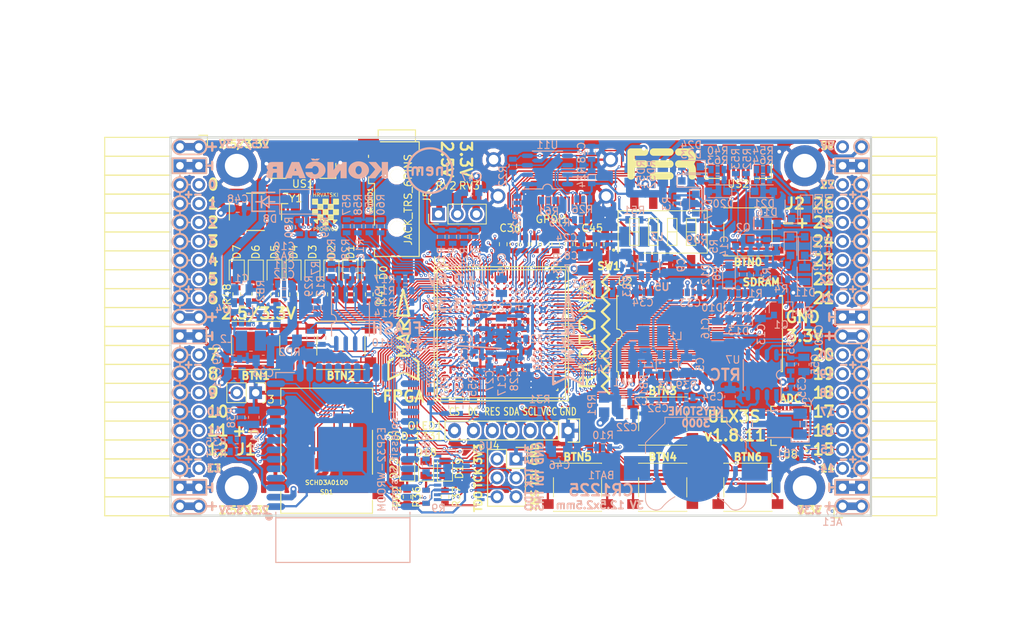
<source format=kicad_pcb>
(kicad_pcb (version 20171130) (host pcbnew 5.0.0-rc2+dfsg1-3)
  (layers (0 F.Cu signal) (1 In1.Cu signal) (2 In2.Cu signal) (31 B.Cu signal) (34 B.Paste user) (35 F.Paste user) (36 B.SilkS user) (37 F.SilkS user) (38 B.Mask user) (39 F.Mask user) (44 Edge.Cuts user))
  (net 0 "")
  (net 1 GND)
  (net 2 +5V)
  (net 3 /gpio/IN5V)
  (net 4 /gpio/OUT5V)
  (net 5 +3V3)
  (net 6 BTN_D)
  (net 7 BTN_F1)
  (net 8 BTN_F2)
  (net 9 BTN_L)
  (net 10 BTN_R)
  (net 11 BTN_U)
  (net 12 /power/FB1)
  (net 13 +2V5)
  (net 14 /power/PWREN)
  (net 15 /power/FB3)
  (net 16 /power/FB2)
  (net 17 /power/VBAT)
  (net 18 JTAG_TDI)
  (net 19 JTAG_TCK)
  (net 20 JTAG_TMS)
  (net 21 JTAG_TDO)
  (net 22 /power/WAKEUPn)
  (net 23 /power/WKUP)
  (net 24 /power/SHUT)
  (net 25 /power/WAKE)
  (net 26 /power/HOLD)
  (net 27 /power/WKn)
  (net 28 /power/OSCI_32k)
  (net 29 /power/OSCO_32k)
  (net 30 SHUTDOWN)
  (net 31 /analog/AUDIO_L)
  (net 32 /analog/AUDIO_R)
  (net 33 GPDI_SDA)
  (net 34 GPDI_SCL)
  (net 35 /gpdi/VREF2)
  (net 36 SD_CMD)
  (net 37 SD_CLK)
  (net 38 SD_D0)
  (net 39 SD_D1)
  (net 40 USB5V)
  (net 41 GPDI_CEC)
  (net 42 nRESET)
  (net 43 FTDI_nDTR)
  (net 44 SDRAM_CKE)
  (net 45 SDRAM_A7)
  (net 46 SDRAM_D15)
  (net 47 SDRAM_BA1)
  (net 48 SDRAM_D7)
  (net 49 SDRAM_A6)
  (net 50 SDRAM_CLK)
  (net 51 SDRAM_D13)
  (net 52 SDRAM_BA0)
  (net 53 SDRAM_D6)
  (net 54 SDRAM_A5)
  (net 55 SDRAM_D14)
  (net 56 SDRAM_A11)
  (net 57 SDRAM_D12)
  (net 58 SDRAM_D5)
  (net 59 SDRAM_A4)
  (net 60 SDRAM_A10)
  (net 61 SDRAM_D11)
  (net 62 SDRAM_A3)
  (net 63 SDRAM_D4)
  (net 64 SDRAM_D10)
  (net 65 SDRAM_D9)
  (net 66 SDRAM_A9)
  (net 67 SDRAM_D3)
  (net 68 SDRAM_D8)
  (net 69 SDRAM_A8)
  (net 70 SDRAM_A2)
  (net 71 SDRAM_A1)
  (net 72 SDRAM_A0)
  (net 73 SDRAM_D2)
  (net 74 SDRAM_D1)
  (net 75 SDRAM_D0)
  (net 76 SDRAM_DQM0)
  (net 77 SDRAM_nCS)
  (net 78 SDRAM_nRAS)
  (net 79 SDRAM_DQM1)
  (net 80 SDRAM_nCAS)
  (net 81 SDRAM_nWE)
  (net 82 /flash/FLASH_nWP)
  (net 83 /flash/FLASH_nHOLD)
  (net 84 /flash/FLASH_MOSI)
  (net 85 /flash/FLASH_MISO)
  (net 86 /flash/FLASH_SCK)
  (net 87 /flash/FLASH_nCS)
  (net 88 /flash/FPGA_PROGRAMN)
  (net 89 /flash/FPGA_DONE)
  (net 90 /flash/FPGA_INITN)
  (net 91 OLED_RES)
  (net 92 OLED_DC)
  (net 93 OLED_CS)
  (net 94 WIFI_EN)
  (net 95 FTDI_nRTS)
  (net 96 FTDI_TXD)
  (net 97 FTDI_RXD)
  (net 98 WIFI_RXD)
  (net 99 WIFI_GPIO0)
  (net 100 WIFI_TXD)
  (net 101 USB_FTDI_D+)
  (net 102 USB_FTDI_D-)
  (net 103 SD_D3)
  (net 104 AUDIO_L3)
  (net 105 AUDIO_L2)
  (net 106 AUDIO_L1)
  (net 107 AUDIO_L0)
  (net 108 AUDIO_R3)
  (net 109 AUDIO_R2)
  (net 110 AUDIO_R1)
  (net 111 AUDIO_R0)
  (net 112 OLED_CLK)
  (net 113 OLED_MOSI)
  (net 114 LED0)
  (net 115 LED1)
  (net 116 LED2)
  (net 117 LED3)
  (net 118 LED4)
  (net 119 LED5)
  (net 120 LED6)
  (net 121 LED7)
  (net 122 BTN_PWRn)
  (net 123 FTDI_nTXLED)
  (net 124 FTDI_nSLEEP)
  (net 125 /blinkey/LED_PWREN)
  (net 126 /blinkey/LED_TXLED)
  (net 127 /sdcard/SD3V3)
  (net 128 SD_D2)
  (net 129 CLK_25MHz)
  (net 130 /blinkey/BTNPUL)
  (net 131 /blinkey/BTNPUR)
  (net 132 USB_FPGA_D+)
  (net 133 /power/FTDI_nSUSPEND)
  (net 134 /blinkey/ALED0)
  (net 135 /blinkey/ALED1)
  (net 136 /blinkey/ALED2)
  (net 137 /blinkey/ALED3)
  (net 138 /blinkey/ALED4)
  (net 139 /blinkey/ALED5)
  (net 140 /blinkey/ALED6)
  (net 141 /blinkey/ALED7)
  (net 142 /usb/FTD-)
  (net 143 /usb/FTD+)
  (net 144 ADC_MISO)
  (net 145 ADC_MOSI)
  (net 146 ADC_CSn)
  (net 147 ADC_SCLK)
  (net 148 SW3)
  (net 149 SW2)
  (net 150 SW1)
  (net 151 USB_FPGA_D-)
  (net 152 /usb/FPD+)
  (net 153 /usb/FPD-)
  (net 154 WIFI_GPIO16)
  (net 155 /usb/ANT_433MHz)
  (net 156 /power/PWRBTn)
  (net 157 PROG_DONE)
  (net 158 /power/P3V3)
  (net 159 /power/P2V5)
  (net 160 /power/L1)
  (net 161 /power/L3)
  (net 162 /power/L2)
  (net 163 FTDI_TXDEN)
  (net 164 SDRAM_A12)
  (net 165 /analog/AUDIO_V)
  (net 166 AUDIO_V3)
  (net 167 AUDIO_V2)
  (net 168 AUDIO_V1)
  (net 169 AUDIO_V0)
  (net 170 /blinkey/LED_WIFI)
  (net 171 /power/P1V1)
  (net 172 +1V1)
  (net 173 SW4)
  (net 174 /blinkey/SWPU)
  (net 175 /wifi/WIFIEN)
  (net 176 FT2V5)
  (net 177 GN0)
  (net 178 GP0)
  (net 179 GN1)
  (net 180 GP1)
  (net 181 GN2)
  (net 182 GP2)
  (net 183 GN3)
  (net 184 GP3)
  (net 185 GN4)
  (net 186 GP4)
  (net 187 GN5)
  (net 188 GP5)
  (net 189 GN6)
  (net 190 GP6)
  (net 191 GN14)
  (net 192 GP14)
  (net 193 GN15)
  (net 194 GP15)
  (net 195 GN16)
  (net 196 GP16)
  (net 197 GN17)
  (net 198 GP17)
  (net 199 GN18)
  (net 200 GP18)
  (net 201 GN19)
  (net 202 GP19)
  (net 203 GN20)
  (net 204 GP20)
  (net 205 GN21)
  (net 206 GP21)
  (net 207 GN22)
  (net 208 GP22)
  (net 209 GN23)
  (net 210 GP23)
  (net 211 GN24)
  (net 212 GP24)
  (net 213 GN25)
  (net 214 GP25)
  (net 215 GN26)
  (net 216 GP26)
  (net 217 GN27)
  (net 218 GP27)
  (net 219 GN7)
  (net 220 GP7)
  (net 221 GN8)
  (net 222 GP8)
  (net 223 GN9)
  (net 224 GP9)
  (net 225 GN10)
  (net 226 GP10)
  (net 227 GN11)
  (net 228 GP11)
  (net 229 GN12)
  (net 230 GP12)
  (net 231 GN13)
  (net 232 GP13)
  (net 233 WIFI_GPIO5)
  (net 234 WIFI_GPIO17)
  (net 235 USB_FPGA_PULL_D+)
  (net 236 USB_FPGA_PULL_D-)
  (net 237 "Net-(D23-Pad2)")
  (net 238 "Net-(D24-Pad1)")
  (net 239 "Net-(D25-Pad2)")
  (net 240 "Net-(D26-Pad1)")
  (net 241 /gpdi/GPDI_ETH+)
  (net 242 FPDI_ETH+)
  (net 243 /gpdi/GPDI_ETH-)
  (net 244 FPDI_ETH-)
  (net 245 /gpdi/GPDI_D2-)
  (net 246 FPDI_D2-)
  (net 247 /gpdi/GPDI_D1-)
  (net 248 FPDI_D1-)
  (net 249 /gpdi/GPDI_D0-)
  (net 250 FPDI_D0-)
  (net 251 /gpdi/GPDI_CLK-)
  (net 252 FPDI_CLK-)
  (net 253 /gpdi/GPDI_D2+)
  (net 254 FPDI_D2+)
  (net 255 /gpdi/GPDI_D1+)
  (net 256 FPDI_D1+)
  (net 257 /gpdi/GPDI_D0+)
  (net 258 FPDI_D0+)
  (net 259 /gpdi/GPDI_CLK+)
  (net 260 FPDI_CLK+)
  (net 261 FPDI_SDA)
  (net 262 FPDI_SCL)
  (net 263 /gpdi/FPDI_CEC)
  (net 264 2V5_3V3)
  (net 265 "Net-(AUDIO1-Pad5)")
  (net 266 "Net-(AUDIO1-Pad6)")
  (net 267 "Net-(U1-PadA15)")
  (net 268 "Net-(U1-PadC9)")
  (net 269 "Net-(U1-PadD9)")
  (net 270 "Net-(U1-PadD10)")
  (net 271 "Net-(U1-PadD11)")
  (net 272 "Net-(U1-PadD12)")
  (net 273 "Net-(U1-PadE6)")
  (net 274 "Net-(U1-PadE9)")
  (net 275 "Net-(U1-PadE10)")
  (net 276 "Net-(U1-PadE11)")
  (net 277 "Net-(U1-PadJ4)")
  (net 278 "Net-(U1-PadJ5)")
  (net 279 "Net-(U1-PadK5)")
  (net 280 "Net-(U1-PadL5)")
  (net 281 "Net-(U1-PadM4)")
  (net 282 "Net-(U1-PadM5)")
  (net 283 SD_CD)
  (net 284 SD_WP)
  (net 285 "Net-(U1-PadR3)")
  (net 286 "Net-(U1-PadT16)")
  (net 287 "Net-(U1-PadW4)")
  (net 288 "Net-(U1-PadW5)")
  (net 289 "Net-(U1-PadW8)")
  (net 290 "Net-(U1-PadW9)")
  (net 291 "Net-(U1-PadW13)")
  (net 292 "Net-(U1-PadW14)")
  (net 293 "Net-(U1-PadW17)")
  (net 294 "Net-(U1-PadW18)")
  (net 295 FTDI_nRXLED)
  (net 296 "Net-(U8-Pad12)")
  (net 297 "Net-(U8-Pad25)")
  (net 298 "Net-(U9-Pad32)")
  (net 299 "Net-(U9-Pad22)")
  (net 300 "Net-(U9-Pad21)")
  (net 301 "Net-(U9-Pad20)")
  (net 302 "Net-(U9-Pad19)")
  (net 303 "Net-(U9-Pad18)")
  (net 304 "Net-(U9-Pad17)")
  (net 305 "Net-(U9-Pad12)")
  (net 306 "Net-(U9-Pad5)")
  (net 307 "Net-(U9-Pad4)")
  (net 308 "Net-(US1-Pad4)")
  (net 309 "Net-(US2-Pad4)")
  (net 310 "Net-(Y2-Pad3)")
  (net 311 "Net-(Y2-Pad2)")
  (net 312 "Net-(U1-PadK16)")
  (net 313 "Net-(U1-PadK17)")
  (net 314 /usb/US2VBUS)
  (net 315 /power/SHD)
  (net 316 /power/RTCVDD)
  (module TSOP54:TSOP54 (layer F.Cu) (at 165.093 87.8 90)
    (fp_text reference U2 (at 6.98 -9.993 180) (layer F.SilkS))
    (fp_text value MT48LC16M16A2TG)
    (pad 28 smd rect (at 5.53 10.4 90) (size 0.9 0.56) (layers F.Cu F.Paste F.Mask) (net 1 GND))
    (pad 1 smd rect (at -5.53 -10.4 90) (size 0.9 0.56) (layers F.Cu F.Paste F.Mask) (net 5 +3V3))
    (pad 2 smd rect (at -5.53 -9.6 90) (size 0.9 0.56) (layers F.Cu F.Paste F.Mask) (net 75 SDRAM_D0))
    (pad 3 smd rect (at -5.53 -8.8 90) (size 0.9 0.56) (layers F.Cu F.Paste F.Mask) (net 5 +3V3))
    (pad 4 smd rect (at -5.53 -8 90) (size 0.9 0.56) (layers F.Cu F.Paste F.Mask) (net 74 SDRAM_D1))
    (pad 5 smd rect (at -5.53 -7.2 90) (size 0.9 0.56) (layers F.Cu F.Paste F.Mask) (net 73 SDRAM_D2))
    (pad 6 smd rect (at -5.53 -6.4 90) (size 0.9 0.56) (layers F.Cu F.Paste F.Mask) (net 1 GND))
    (pad 7 smd rect (at -5.53 -5.6 90) (size 0.9 0.56) (layers F.Cu F.Paste F.Mask) (net 67 SDRAM_D3))
    (pad 8 smd rect (at -5.53 -4.8 90) (size 0.9 0.56) (layers F.Cu F.Paste F.Mask) (net 63 SDRAM_D4))
    (pad 9 smd rect (at -5.53 -4 90) (size 0.9 0.56) (layers F.Cu F.Paste F.Mask) (net 5 +3V3))
    (pad 10 smd rect (at -5.53 -3.2 90) (size 0.9 0.56) (layers F.Cu F.Paste F.Mask) (net 58 SDRAM_D5))
    (pad 11 smd rect (at -5.53 -2.4 90) (size 0.9 0.56) (layers F.Cu F.Paste F.Mask) (net 53 SDRAM_D6))
    (pad 12 smd rect (at -5.53 -1.6 90) (size 0.9 0.56) (layers F.Cu F.Paste F.Mask) (net 1 GND))
    (pad 13 smd rect (at -5.53 -0.8 90) (size 0.9 0.56) (layers F.Cu F.Paste F.Mask) (net 48 SDRAM_D7))
    (pad 14 smd rect (at -5.53 0 90) (size 0.9 0.56) (layers F.Cu F.Paste F.Mask) (net 5 +3V3))
    (pad 15 smd rect (at -5.53 0.8 90) (size 0.9 0.56) (layers F.Cu F.Paste F.Mask) (net 76 SDRAM_DQM0))
    (pad 16 smd rect (at -5.53 1.6 90) (size 0.9 0.56) (layers F.Cu F.Paste F.Mask) (net 81 SDRAM_nWE))
    (pad 17 smd rect (at -5.53 2.4 90) (size 0.9 0.56) (layers F.Cu F.Paste F.Mask) (net 80 SDRAM_nCAS))
    (pad 18 smd rect (at -5.53 3.2 90) (size 0.9 0.56) (layers F.Cu F.Paste F.Mask) (net 78 SDRAM_nRAS))
    (pad 19 smd rect (at -5.53 4 90) (size 0.9 0.56) (layers F.Cu F.Paste F.Mask) (net 77 SDRAM_nCS))
    (pad 20 smd rect (at -5.53 4.8 90) (size 0.9 0.56) (layers F.Cu F.Paste F.Mask) (net 52 SDRAM_BA0))
    (pad 21 smd rect (at -5.53 5.6 90) (size 0.9 0.56) (layers F.Cu F.Paste F.Mask) (net 47 SDRAM_BA1))
    (pad 22 smd rect (at -5.53 6.4 90) (size 0.9 0.56) (layers F.Cu F.Paste F.Mask) (net 60 SDRAM_A10))
    (pad 23 smd rect (at -5.53 7.2 90) (size 0.9 0.56) (layers F.Cu F.Paste F.Mask) (net 72 SDRAM_A0))
    (pad 24 smd rect (at -5.53 8 90) (size 0.9 0.56) (layers F.Cu F.Paste F.Mask) (net 71 SDRAM_A1))
    (pad 25 smd rect (at -5.53 8.8 90) (size 0.9 0.56) (layers F.Cu F.Paste F.Mask) (net 70 SDRAM_A2))
    (pad 26 smd rect (at -5.53 9.6 90) (size 0.9 0.56) (layers F.Cu F.Paste F.Mask) (net 62 SDRAM_A3))
    (pad 27 smd rect (at -5.53 10.4 90) (size 0.9 0.56) (layers F.Cu F.Paste F.Mask) (net 5 +3V3))
    (pad 29 smd rect (at 5.53 9.6 90) (size 0.9 0.56) (layers F.Cu F.Paste F.Mask) (net 59 SDRAM_A4))
    (pad 30 smd rect (at 5.53 8.8 90) (size 0.9 0.56) (layers F.Cu F.Paste F.Mask) (net 54 SDRAM_A5))
    (pad 31 smd rect (at 5.53 8 90) (size 0.9 0.56) (layers F.Cu F.Paste F.Mask) (net 49 SDRAM_A6))
    (pad 32 smd rect (at 5.53 7.2 90) (size 0.9 0.56) (layers F.Cu F.Paste F.Mask) (net 45 SDRAM_A7))
    (pad 33 smd rect (at 5.53 6.4 90) (size 0.9 0.56) (layers F.Cu F.Paste F.Mask) (net 69 SDRAM_A8))
    (pad 34 smd rect (at 5.53 5.6 90) (size 0.9 0.56) (layers F.Cu F.Paste F.Mask) (net 66 SDRAM_A9))
    (pad 35 smd rect (at 5.53 4.8 90) (size 0.9 0.56) (layers F.Cu F.Paste F.Mask) (net 56 SDRAM_A11))
    (pad 36 smd rect (at 5.53 4 90) (size 0.9 0.56) (layers F.Cu F.Paste F.Mask) (net 164 SDRAM_A12))
    (pad 37 smd rect (at 5.53 3.2 90) (size 0.9 0.56) (layers F.Cu F.Paste F.Mask) (net 44 SDRAM_CKE))
    (pad 38 smd rect (at 5.53 2.4 90) (size 0.9 0.56) (layers F.Cu F.Paste F.Mask) (net 50 SDRAM_CLK))
    (pad 39 smd rect (at 5.53 1.6 90) (size 0.9 0.56) (layers F.Cu F.Paste F.Mask) (net 79 SDRAM_DQM1))
    (pad 40 smd rect (at 5.53 0.8 90) (size 0.9 0.56) (layers F.Cu F.Paste F.Mask))
    (pad 41 smd rect (at 5.53 0 90) (size 0.9 0.56) (layers F.Cu F.Paste F.Mask) (net 1 GND))
    (pad 42 smd rect (at 5.53 -0.8 90) (size 0.9 0.56) (layers F.Cu F.Paste F.Mask) (net 68 SDRAM_D8))
    (pad 43 smd rect (at 5.53 -1.6 90) (size 0.9 0.56) (layers F.Cu F.Paste F.Mask) (net 5 +3V3))
    (pad 44 smd rect (at 5.53 -2.4 90) (size 0.9 0.56) (layers F.Cu F.Paste F.Mask) (net 65 SDRAM_D9))
    (pad 45 smd rect (at 5.53 -3.2 90) (size 0.9 0.56) (layers F.Cu F.Paste F.Mask) (net 64 SDRAM_D10))
    (pad 46 smd rect (at 5.53 -4 90) (size 0.9 0.56) (layers F.Cu F.Paste F.Mask) (net 1 GND))
    (pad 47 smd rect (at 5.53 -4.8 90) (size 0.9 0.56) (layers F.Cu F.Paste F.Mask) (net 61 SDRAM_D11))
    (pad 48 smd rect (at 5.53 -5.6 90) (size 0.9 0.56) (layers F.Cu F.Paste F.Mask) (net 57 SDRAM_D12))
    (pad 49 smd rect (at 5.53 -6.4 90) (size 0.9 0.56) (layers F.Cu F.Paste F.Mask) (net 5 +3V3))
    (pad 50 smd rect (at 5.53 -7.2 90) (size 0.9 0.56) (layers F.Cu F.Paste F.Mask) (net 51 SDRAM_D13))
    (pad 51 smd rect (at 5.53 -8 90) (size 0.9 0.56) (layers F.Cu F.Paste F.Mask) (net 55 SDRAM_D14))
    (pad 52 smd rect (at 5.53 -8.8 90) (size 0.9 0.56) (layers F.Cu F.Paste F.Mask) (net 1 GND))
    (pad 53 smd rect (at 5.53 -9.6 90) (size 0.9 0.56) (layers F.Cu F.Paste F.Mask) (net 46 SDRAM_D15))
    (pad 54 smd rect (at 5.53 -10.4 90) (size 0.9 0.56) (layers F.Cu F.Paste F.Mask) (net 1 GND))
  )
  (module SOA008-150mil:SOA008-150-208mil (layer B.Cu) (at 118.245 85.822 270)
    (fp_text reference U10 (at 3.175 -4.318) (layer B.SilkS) (effects (justify mirror)))
    (fp_text value IS25LP128F-JBLE)
    (pad 1 smd rect (at -3.302 1.905 270) (size 2.1 0.6) (layers B.Cu B.Paste B.Mask) (net 87 /flash/FLASH_nCS))
    (pad 2 smd oval (at -3.302 0.635 270) (size 2.1 0.6) (layers B.Cu B.Paste B.Mask) (net 85 /flash/FLASH_MISO))
    (pad 3 smd oval (at -3.302 -0.635 270) (size 2.1 0.6) (layers B.Cu B.Paste B.Mask) (net 82 /flash/FLASH_nWP))
    (pad 4 smd oval (at -3.302 -1.905 270) (size 2.1 0.6) (layers B.Cu B.Paste B.Mask) (net 1 GND))
    (pad 5 smd oval (at 3.302 -1.905 270) (size 2.1 0.6) (layers B.Cu B.Paste B.Mask) (net 84 /flash/FLASH_MOSI))
    (pad 6 smd oval (at 3.302 -0.635 270) (size 2.1 0.6) (layers B.Cu B.Paste B.Mask) (net 86 /flash/FLASH_SCK))
    (pad 7 smd oval (at 3.302 0.635 270) (size 2.1 0.6) (layers B.Cu B.Paste B.Mask) (net 83 /flash/FLASH_nHOLD))
    (pad 8 smd oval (at 3.302 1.905 270) (size 2.1 0.6) (layers B.Cu B.Paste B.Mask) (net 5 +3V3))
  )
  (module SOT96-1:SOT96-1 (layer B.Cu) (at 173.49 93.315 90)
    (fp_text reference U7 (at 2.032 -3.937 180) (layer B.SilkS) (effects (justify mirror)))
    (fp_text value PCF8523)
    (pad 1 smd rect (at -2.7 1.905 90) (size 1.55 0.6) (layers B.Cu B.Paste B.Mask) (net 28 /power/OSCI_32k))
    (pad 2 smd oval (at -2.7 0.635 90) (size 1.55 0.6) (layers B.Cu B.Paste B.Mask) (net 29 /power/OSCO_32k))
    (pad 3 smd oval (at -2.7 -0.635 90) (size 1.55 0.6) (layers B.Cu B.Paste B.Mask) (net 17 /power/VBAT))
    (pad 4 smd oval (at -2.7 -1.905 90) (size 1.55 0.6) (layers B.Cu B.Paste B.Mask) (net 1 GND))
    (pad 5 smd oval (at 2.7 -1.905 90) (size 1.55 0.6) (layers B.Cu B.Paste B.Mask) (net 261 FPDI_SDA))
    (pad 6 smd oval (at 2.7 -0.635 90) (size 1.55 0.6) (layers B.Cu B.Paste B.Mask) (net 262 FPDI_SCL))
    (pad 7 smd oval (at 2.7 0.635 90) (size 1.55 0.6) (layers B.Cu B.Paste B.Mask) (net 22 /power/WAKEUPn))
    (pad 8 smd oval (at 2.7 1.905 90) (size 1.55 0.6) (layers B.Cu B.Paste B.Mask) (net 316 /power/RTCVDD))
  )
  (module SM8:SM8 (layer B.Cu) (at 144.68 65.8015 90)
    (fp_text reference U11 (at 3.3475 -0.019 -180) (layer B.SilkS) (effects (justify mirror)))
    (fp_text value PCA9306D)
    (pad 1 smd rect (at -1.905 -2.7) (size 1.55 0.6) (layers B.Cu B.Paste B.Mask) (net 1 GND))
    (pad 2 smd oval (at -0.635 -2.7) (size 1.55 0.6) (layers B.Cu B.Paste B.Mask) (net 5 +3V3))
    (pad 3 smd oval (at 0.635 -2.7) (size 1.55 0.6) (layers B.Cu B.Paste B.Mask) (net 262 FPDI_SCL))
    (pad 4 smd oval (at 1.905 -2.7) (size 1.55 0.6) (layers B.Cu B.Paste B.Mask) (net 261 FPDI_SDA))
    (pad 5 smd oval (at 1.905 2.7) (size 1.55 0.6) (layers B.Cu B.Paste B.Mask) (net 33 GPDI_SDA))
    (pad 6 smd oval (at 0.635 2.7) (size 1.55 0.6) (layers B.Cu B.Paste B.Mask) (net 34 GPDI_SCL))
    (pad 7 smd oval (at -0.635 2.7) (size 1.55 0.6) (layers B.Cu B.Paste B.Mask) (net 35 /gpdi/VREF2))
    (pad 8 smd oval (at -1.905 2.7) (size 1.55 0.6) (layers B.Cu B.Paste B.Mask) (net 35 /gpdi/VREF2))
  )
  (module ft231x:FT231X-SSOP-20_4.4x6.5mm_Pitch0.65mm (layer B.Cu) (at 132.835 107.14 180)
    (fp_text reference U6 (at -3.556 4.318 180) (layer B.SilkS) (effects (justify mirror)))
    (fp_text value FT231XS)
    (pad 20 smd rect (at 2.9 2.925 180) (size 1 0.4) (layers B.Cu B.Paste B.Mask) (net 96 FTDI_TXD))
    (pad 19 smd rect (at 2.9 2.275 180) (size 1 0.4) (layers B.Cu B.Paste B.Mask) (net 124 FTDI_nSLEEP))
    (pad 18 smd rect (at 2.9 1.625 180) (size 1 0.4) (layers B.Cu B.Paste B.Mask) (net 163 FTDI_TXDEN))
    (pad 17 smd rect (at 2.9 0.975 180) (size 1 0.4) (layers B.Cu B.Paste B.Mask) (net 295 FTDI_nRXLED))
    (pad 16 smd rect (at 2.9 0.325 180) (size 1 0.4) (layers B.Cu B.Paste B.Mask) (net 1 GND))
    (pad 15 smd rect (at 2.9 -0.325 180) (size 1 0.4) (layers B.Cu B.Paste B.Mask) (net 40 USB5V))
    (pad 14 smd rect (at 2.9 -0.975 180) (size 1 0.4) (layers B.Cu B.Paste B.Mask) (net 42 nRESET))
    (pad 13 smd rect (at 2.9 -1.625 180) (size 1 0.4) (layers B.Cu B.Paste B.Mask) (net 176 FT2V5))
    (pad 12 smd rect (at 2.9 -2.275 180) (size 1 0.4) (layers B.Cu B.Paste B.Mask) (net 102 USB_FTDI_D-))
    (pad 11 smd rect (at 2.9 -2.925 180) (size 1 0.4) (layers B.Cu B.Paste B.Mask) (net 101 USB_FTDI_D+))
    (pad 10 smd rect (at -2.9 -2.925 180) (size 1 0.4) (layers B.Cu B.Paste B.Mask) (net 123 FTDI_nTXLED))
    (pad 9 smd rect (at -2.9 -2.275 180) (size 1 0.4) (layers B.Cu B.Paste B.Mask) (net 21 JTAG_TDO))
    (pad 8 smd rect (at -2.9 -1.625 180) (size 1 0.4) (layers B.Cu B.Paste B.Mask) (net 20 JTAG_TMS))
    (pad 7 smd rect (at -2.9 -0.975 180) (size 1 0.4) (layers B.Cu B.Paste B.Mask) (net 19 JTAG_TCK))
    (pad 6 smd rect (at -2.9 -0.325 180) (size 1 0.4) (layers B.Cu B.Paste B.Mask) (net 1 GND))
    (pad 5 smd rect (at -2.9 0.325 180) (size 1 0.4) (layers B.Cu B.Paste B.Mask) (net 18 JTAG_TDI))
    (pad 4 smd rect (at -2.9 0.975 180) (size 1 0.4) (layers B.Cu B.Paste B.Mask) (net 97 FTDI_RXD))
    (pad 3 smd rect (at -2.9 1.625 180) (size 1 0.4) (layers B.Cu B.Paste B.Mask) (net 176 FT2V5))
    (pad 2 smd rect (at -2.9 2.275 180) (size 1 0.4) (layers B.Cu B.Paste B.Mask) (net 95 FTDI_nRTS))
    (pad 1 smd rect (at -2.9 2.925 180) (size 1 0.4) (layers B.Cu B.Paste B.Mask) (net 43 FTDI_nDTR))
  )
  (module TSOT-25:TSOT-25 (layer B.Cu) (at 158.235 78.692)
    (fp_text reference U5 (at 1.793 2.812) (layer B.SilkS) (effects (font (thickness 0.2)) (justify mirror)))
    (fp_text value TLV62569DBV)
    (pad 1 smd rect (at -0.95 -1.3) (size 0.7 1.2) (layers B.Cu B.Paste B.Mask) (net 14 /power/PWREN))
    (pad 2 smd rect (at 0 -1.3) (size 0.7 1.2) (layers B.Cu B.Paste B.Mask) (net 1 GND))
    (pad 3 smd rect (at 0.95 -1.3) (size 0.7 1.2) (layers B.Cu B.Paste B.Mask) (net 161 /power/L3))
    (pad 4 smd rect (at 0.95 1.3) (size 0.7 1.2) (layers B.Cu B.Paste B.Mask) (net 2 +5V))
    (pad 5 smd rect (at -0.95 1.3) (size 0.7 1.2) (layers B.Cu B.Paste B.Mask) (net 15 /power/FB3))
  )
  (module TSOT-25:TSOT-25 (layer B.Cu) (at 160.775 91.9)
    (fp_text reference U3 (at -0.295 2.9) (layer B.SilkS) (effects (font (thickness 0.2)) (justify mirror)))
    (fp_text value TLV62569DBV)
    (pad 1 smd rect (at -0.95 -1.3) (size 0.7 1.2) (layers B.Cu B.Paste B.Mask) (net 14 /power/PWREN))
    (pad 2 smd rect (at 0 -1.3) (size 0.7 1.2) (layers B.Cu B.Paste B.Mask) (net 1 GND))
    (pad 3 smd rect (at 0.95 -1.3) (size 0.7 1.2) (layers B.Cu B.Paste B.Mask) (net 160 /power/L1))
    (pad 4 smd rect (at 0.95 1.3) (size 0.7 1.2) (layers B.Cu B.Paste B.Mask) (net 2 +5V))
    (pad 5 smd rect (at -0.95 1.3) (size 0.7 1.2) (layers B.Cu B.Paste B.Mask) (net 12 /power/FB1))
  )
  (module TSOT-25:TSOT-25 (layer B.Cu) (at 103.625 84.915 180)
    (fp_text reference U4 (at 2.525 0.4265 180) (layer B.SilkS) (effects (font (thickness 0.2)) (justify mirror)))
    (fp_text value TLV62569DBV)
    (pad 1 smd rect (at -0.95 -1.3 180) (size 0.7 1.2) (layers B.Cu B.Paste B.Mask) (net 14 /power/PWREN))
    (pad 2 smd rect (at 0 -1.3 180) (size 0.7 1.2) (layers B.Cu B.Paste B.Mask) (net 1 GND))
    (pad 3 smd rect (at 0.95 -1.3 180) (size 0.7 1.2) (layers B.Cu B.Paste B.Mask) (net 162 /power/L2))
    (pad 4 smd rect (at 0.95 1.3 180) (size 0.7 1.2) (layers B.Cu B.Paste B.Mask) (net 2 +5V))
    (pad 5 smd rect (at -0.95 1.3 180) (size 0.7 1.2) (layers B.Cu B.Paste B.Mask) (net 16 /power/FB2))
  )
  (module ESP32:ESP32-WROOM (layer B.Cu) (at 117.23 105.75 180)
    (fp_text reference U9 (at -8.366 13.85 180) (layer B.SilkS) (effects (justify mirror)))
    (fp_text value ESP-WROOM-32)
    (fp_text user "Espressif Systems" (at -6.858 0.889 90) (layer B.SilkS) (effects (justify mirror)))
    (fp_text user ESP32-WROOM (at -5.207 -0.254 90) (layer B.SilkS) (effects (justify mirror)))
    (pad 38 smd oval (at -9 -5.25 180) (size 2.5 0.9) (layers B.Cu B.Paste B.Mask) (net 1 GND))
    (pad 37 smd oval (at -9 -3.98 180) (size 2.5 0.9) (layers B.Cu B.Paste B.Mask) (net 18 JTAG_TDI))
    (pad 36 smd oval (at -9 -2.71 180) (size 2.5 0.9) (layers B.Cu B.Paste B.Mask) (net 157 PROG_DONE))
    (pad 35 smd oval (at -9 -1.44 180) (size 2.5 0.9) (layers B.Cu B.Paste B.Mask) (net 100 WIFI_TXD))
    (pad 34 smd oval (at -9 -0.17 180) (size 2.5 0.9) (layers B.Cu B.Paste B.Mask) (net 98 WIFI_RXD))
    (pad 33 smd oval (at -9 1.1 180) (size 2.5 0.9) (layers B.Cu B.Paste B.Mask) (net 20 JTAG_TMS))
    (pad 32 smd oval (at -9 2.37 180) (size 2.5 0.9) (layers B.Cu B.Paste B.Mask) (net 298 "Net-(U9-Pad32)"))
    (pad 31 smd oval (at -9 3.64 180) (size 2.5 0.9) (layers B.Cu B.Paste B.Mask) (net 21 JTAG_TDO))
    (pad 30 smd oval (at -9 4.91 180) (size 2.5 0.9) (layers B.Cu B.Paste B.Mask) (net 19 JTAG_TCK))
    (pad 29 smd oval (at -9 6.18 180) (size 2.5 0.9) (layers B.Cu B.Paste B.Mask) (net 233 WIFI_GPIO5))
    (pad 28 smd oval (at -9 7.45 180) (size 2.5 0.9) (layers B.Cu B.Paste B.Mask) (net 234 WIFI_GPIO17))
    (pad 27 smd oval (at -9 8.72 180) (size 2.5 0.9) (layers B.Cu B.Paste B.Mask) (net 154 WIFI_GPIO16))
    (pad 26 smd oval (at -9 9.99 180) (size 2.5 0.9) (layers B.Cu B.Paste B.Mask) (net 39 SD_D1))
    (pad 25 smd oval (at -9 11.26 180) (size 2.5 0.9) (layers B.Cu B.Paste B.Mask) (net 99 WIFI_GPIO0))
    (pad 24 smd oval (at -5.715 12.75 180) (size 0.9 2.5) (layers B.Cu B.Paste B.Mask) (net 38 SD_D0))
    (pad 23 smd oval (at -4.445 12.75 180) (size 0.9 2.5) (layers B.Cu B.Paste B.Mask) (net 36 SD_CMD))
    (pad 22 smd oval (at -3.175 12.75 180) (size 0.9 2.5) (layers B.Cu B.Paste B.Mask) (net 299 "Net-(U9-Pad22)"))
    (pad 21 smd oval (at -1.905 12.75 180) (size 0.9 2.5) (layers B.Cu B.Paste B.Mask) (net 300 "Net-(U9-Pad21)"))
    (pad 20 smd oval (at -0.635 12.75 180) (size 0.9 2.5) (layers B.Cu B.Paste B.Mask) (net 301 "Net-(U9-Pad20)"))
    (pad 19 smd oval (at 0.635 12.75 180) (size 0.9 2.5) (layers B.Cu B.Paste B.Mask) (net 302 "Net-(U9-Pad19)"))
    (pad 18 smd oval (at 1.905 12.75 180) (size 0.9 2.5) (layers B.Cu B.Paste B.Mask) (net 303 "Net-(U9-Pad18)"))
    (pad 17 smd oval (at 3.175 12.75 180) (size 0.9 2.5) (layers B.Cu B.Paste B.Mask) (net 304 "Net-(U9-Pad17)"))
    (pad 16 smd oval (at 4.445 12.75 180) (size 0.9 2.5) (layers B.Cu B.Paste B.Mask) (net 103 SD_D3))
    (pad 15 smd oval (at 5.715 12.75 180) (size 0.9 2.5) (layers B.Cu B.Paste B.Mask) (net 1 GND))
    (pad 14 smd oval (at 9 11.26 180) (size 2.5 0.9) (layers B.Cu B.Paste B.Mask) (net 128 SD_D2))
    (pad 13 smd oval (at 9 9.99 180) (size 2.5 0.9) (layers B.Cu B.Paste B.Mask) (net 37 SD_CLK))
    (pad 12 smd oval (at 9 8.72 180) (size 2.5 0.9) (layers B.Cu B.Paste B.Mask) (net 305 "Net-(U9-Pad12)"))
    (pad 11 smd oval (at 9 7.45 180) (size 2.5 0.9) (layers B.Cu B.Paste B.Mask) (net 227 GN11))
    (pad 10 smd oval (at 9 6.18 180) (size 2.5 0.9) (layers B.Cu B.Paste B.Mask) (net 228 GP11))
    (pad 9 smd oval (at 9 4.91 180) (size 2.5 0.9) (layers B.Cu B.Paste B.Mask) (net 229 GN12))
    (pad 8 smd oval (at 9 3.64 180) (size 2.5 0.9) (layers B.Cu B.Paste B.Mask) (net 230 GP12))
    (pad 7 smd oval (at 9 2.37 180) (size 2.5 0.9) (layers B.Cu B.Paste B.Mask) (net 231 GN13))
    (pad 6 smd oval (at 9 1.1 180) (size 2.5 0.9) (layers B.Cu B.Paste B.Mask) (net 232 GP13))
    (pad 5 smd oval (at 9 -0.17 180) (size 2.5 0.9) (layers B.Cu B.Paste B.Mask) (net 306 "Net-(U9-Pad5)"))
    (pad 4 smd oval (at 9 -1.44 180) (size 2.5 0.9) (layers B.Cu B.Paste B.Mask) (net 307 "Net-(U9-Pad4)"))
    (pad 3 smd oval (at 9 -2.71 180) (size 2.5 0.9) (layers B.Cu B.Paste B.Mask) (net 175 /wifi/WIFIEN))
    (pad 2 smd oval (at 9 -3.98 180) (size 2.5 0.9) (layers B.Cu B.Paste B.Mask) (net 5 +3V3))
    (pad 1 smd oval (at 9 -5.25 180) (size 2.5 0.9) (layers B.Cu B.Paste B.Mask) (net 1 GND))
    (pad 39 smd rect (at 0.3 2.45 180) (size 6 6) (layers B.Cu B.Paste B.Mask) (net 1 GND))
  )
  (module inem:inem (layer B.Cu) (at 128.913 65.883)
    (fp_text reference REF** hide)
    (fp_text value inem hide)
    (fp_text user inem (at 0 -0.1) (layer B.SilkS) (effects (font (size 1.5 1.5) (thickness 0.3)) (justify mirror)))
  )
  (module fer:fer4mm6 (layer F.Cu) (at 159.901 64.994)
    (fp_text reference fer hide)
    (fp_text value fer hide)
  )
  (module Socket_Strips:Socket_Strip_Angled_2x20 (layer F.Cu) (at 97.91 62.69 270)
    (fp_text reference J1 (at 40.64 -6.35) (layer F.SilkS) (effects (font (size 1.5 1.5) (thickness 0.3))))
    (fp_text value CONN_02X20 hide)
    (pad 1 thru_hole oval (at 0 0 270) (size 1.7272 1.7272) (drill 1.016) (layers *.Cu *.Mask) (net 264 2V5_3V3))
    (pad 2 thru_hole oval (at 0 2.54 270) (size 1.7272 1.7272) (drill 1.016) (layers *.Cu *.Mask) (net 264 2V5_3V3))
    (pad 3 thru_hole rect (at 2.54 0 270) (size 1.7272 1.7272) (drill 1.016) (layers *.Cu *.Mask) (net 1 GND))
    (pad 4 thru_hole rect (at 2.54 2.54 270) (size 1.7272 1.7272) (drill 1.016) (layers *.Cu *.Mask) (net 1 GND))
    (pad 5 thru_hole oval (at 5.08 0 270) (size 1.7272 1.7272) (drill 1.016) (layers *.Cu *.Mask) (net 177 GN0))
    (pad 6 thru_hole oval (at 5.08 2.54 270) (size 1.7272 1.7272) (drill 1.016) (layers *.Cu *.Mask) (net 178 GP0))
    (pad 7 thru_hole oval (at 7.62 0 270) (size 1.7272 1.7272) (drill 1.016) (layers *.Cu *.Mask) (net 179 GN1))
    (pad 8 thru_hole oval (at 7.62 2.54 270) (size 1.7272 1.7272) (drill 1.016) (layers *.Cu *.Mask) (net 180 GP1))
    (pad 9 thru_hole oval (at 10.16 0 270) (size 1.7272 1.7272) (drill 1.016) (layers *.Cu *.Mask) (net 181 GN2))
    (pad 10 thru_hole oval (at 10.16 2.54 270) (size 1.7272 1.7272) (drill 1.016) (layers *.Cu *.Mask) (net 182 GP2))
    (pad 11 thru_hole oval (at 12.7 0 270) (size 1.7272 1.7272) (drill 1.016) (layers *.Cu *.Mask) (net 183 GN3))
    (pad 12 thru_hole oval (at 12.7 2.54 270) (size 1.7272 1.7272) (drill 1.016) (layers *.Cu *.Mask) (net 184 GP3))
    (pad 13 thru_hole oval (at 15.24 0 270) (size 1.7272 1.7272) (drill 1.016) (layers *.Cu *.Mask) (net 185 GN4))
    (pad 14 thru_hole oval (at 15.24 2.54 270) (size 1.7272 1.7272) (drill 1.016) (layers *.Cu *.Mask) (net 186 GP4))
    (pad 15 thru_hole oval (at 17.78 0 270) (size 1.7272 1.7272) (drill 1.016) (layers *.Cu *.Mask) (net 187 GN5))
    (pad 16 thru_hole oval (at 17.78 2.54 270) (size 1.7272 1.7272) (drill 1.016) (layers *.Cu *.Mask) (net 188 GP5))
    (pad 17 thru_hole oval (at 20.32 0 270) (size 1.7272 1.7272) (drill 1.016) (layers *.Cu *.Mask) (net 189 GN6))
    (pad 18 thru_hole oval (at 20.32 2.54 270) (size 1.7272 1.7272) (drill 1.016) (layers *.Cu *.Mask) (net 190 GP6))
    (pad 19 thru_hole oval (at 22.86 0 270) (size 1.7272 1.7272) (drill 1.016) (layers *.Cu *.Mask) (net 264 2V5_3V3))
    (pad 20 thru_hole oval (at 22.86 2.54 270) (size 1.7272 1.7272) (drill 1.016) (layers *.Cu *.Mask) (net 264 2V5_3V3))
    (pad 21 thru_hole rect (at 25.4 0 270) (size 1.7272 1.7272) (drill 1.016) (layers *.Cu *.Mask) (net 1 GND))
    (pad 22 thru_hole rect (at 25.4 2.54 270) (size 1.7272 1.7272) (drill 1.016) (layers *.Cu *.Mask) (net 1 GND))
    (pad 23 thru_hole oval (at 27.94 0 270) (size 1.7272 1.7272) (drill 1.016) (layers *.Cu *.Mask) (net 219 GN7))
    (pad 24 thru_hole oval (at 27.94 2.54 270) (size 1.7272 1.7272) (drill 1.016) (layers *.Cu *.Mask) (net 220 GP7))
    (pad 25 thru_hole oval (at 30.48 0 270) (size 1.7272 1.7272) (drill 1.016) (layers *.Cu *.Mask) (net 221 GN8))
    (pad 26 thru_hole oval (at 30.48 2.54 270) (size 1.7272 1.7272) (drill 1.016) (layers *.Cu *.Mask) (net 222 GP8))
    (pad 27 thru_hole oval (at 33.02 0 270) (size 1.7272 1.7272) (drill 1.016) (layers *.Cu *.Mask) (net 223 GN9))
    (pad 28 thru_hole oval (at 33.02 2.54 270) (size 1.7272 1.7272) (drill 1.016) (layers *.Cu *.Mask) (net 224 GP9))
    (pad 29 thru_hole oval (at 35.56 0 270) (size 1.7272 1.7272) (drill 1.016) (layers *.Cu *.Mask) (net 225 GN10))
    (pad 30 thru_hole oval (at 35.56 2.54 270) (size 1.7272 1.7272) (drill 1.016) (layers *.Cu *.Mask) (net 226 GP10))
    (pad 31 thru_hole oval (at 38.1 0 270) (size 1.7272 1.7272) (drill 1.016) (layers *.Cu *.Mask) (net 227 GN11))
    (pad 32 thru_hole oval (at 38.1 2.54 270) (size 1.7272 1.7272) (drill 1.016) (layers *.Cu *.Mask) (net 228 GP11))
    (pad 33 thru_hole oval (at 40.64 0 270) (size 1.7272 1.7272) (drill 1.016) (layers *.Cu *.Mask) (net 229 GN12))
    (pad 34 thru_hole oval (at 40.64 2.54 270) (size 1.7272 1.7272) (drill 1.016) (layers *.Cu *.Mask) (net 230 GP12))
    (pad 35 thru_hole oval (at 43.18 0 270) (size 1.7272 1.7272) (drill 1.016) (layers *.Cu *.Mask) (net 231 GN13))
    (pad 36 thru_hole oval (at 43.18 2.54 270) (size 1.7272 1.7272) (drill 1.016) (layers *.Cu *.Mask) (net 232 GP13))
    (pad 37 thru_hole rect (at 45.72 0 270) (size 1.7272 1.7272) (drill 1.016) (layers *.Cu *.Mask) (net 1 GND))
    (pad 38 thru_hole rect (at 45.72 2.54 270) (size 1.7272 1.7272) (drill 1.016) (layers *.Cu *.Mask) (net 1 GND))
    (pad 39 thru_hole oval (at 48.26 0 270) (size 1.7272 1.7272) (drill 1.016) (layers *.Cu *.Mask) (net 264 2V5_3V3))
    (pad 40 thru_hole oval (at 48.26 2.54 270) (size 1.7272 1.7272) (drill 1.016) (layers *.Cu *.Mask) (net 264 2V5_3V3))
  )
  (module Socket_Strips:Socket_Strip_Angled_2x20 (layer F.Cu) (at 184.27 110.95 90)
    (fp_text reference J2 (at 40.64 -6.35 180) (layer F.SilkS) (effects (font (size 1.5 1.5) (thickness 0.3))))
    (fp_text value CONN_02X20 hide)
    (pad 1 thru_hole oval (at 0 0 90) (size 1.7272 1.7272) (drill 1.016) (layers *.Cu *.Mask) (net 5 +3V3))
    (pad 2 thru_hole oval (at 0 2.54 90) (size 1.7272 1.7272) (drill 1.016) (layers *.Cu *.Mask) (net 5 +3V3))
    (pad 3 thru_hole rect (at 2.54 0 90) (size 1.7272 1.7272) (drill 1.016) (layers *.Cu *.Mask) (net 1 GND))
    (pad 4 thru_hole rect (at 2.54 2.54 90) (size 1.7272 1.7272) (drill 1.016) (layers *.Cu *.Mask) (net 1 GND))
    (pad 5 thru_hole oval (at 5.08 0 90) (size 1.7272 1.7272) (drill 1.016) (layers *.Cu *.Mask) (net 191 GN14))
    (pad 6 thru_hole oval (at 5.08 2.54 90) (size 1.7272 1.7272) (drill 1.016) (layers *.Cu *.Mask) (net 192 GP14))
    (pad 7 thru_hole oval (at 7.62 0 90) (size 1.7272 1.7272) (drill 1.016) (layers *.Cu *.Mask) (net 193 GN15))
    (pad 8 thru_hole oval (at 7.62 2.54 90) (size 1.7272 1.7272) (drill 1.016) (layers *.Cu *.Mask) (net 194 GP15))
    (pad 9 thru_hole oval (at 10.16 0 90) (size 1.7272 1.7272) (drill 1.016) (layers *.Cu *.Mask) (net 195 GN16))
    (pad 10 thru_hole oval (at 10.16 2.54 90) (size 1.7272 1.7272) (drill 1.016) (layers *.Cu *.Mask) (net 196 GP16))
    (pad 11 thru_hole oval (at 12.7 0 90) (size 1.7272 1.7272) (drill 1.016) (layers *.Cu *.Mask) (net 197 GN17))
    (pad 12 thru_hole oval (at 12.7 2.54 90) (size 1.7272 1.7272) (drill 1.016) (layers *.Cu *.Mask) (net 198 GP17))
    (pad 13 thru_hole oval (at 15.24 0 90) (size 1.7272 1.7272) (drill 1.016) (layers *.Cu *.Mask) (net 199 GN18))
    (pad 14 thru_hole oval (at 15.24 2.54 90) (size 1.7272 1.7272) (drill 1.016) (layers *.Cu *.Mask) (net 200 GP18))
    (pad 15 thru_hole oval (at 17.78 0 90) (size 1.7272 1.7272) (drill 1.016) (layers *.Cu *.Mask) (net 201 GN19))
    (pad 16 thru_hole oval (at 17.78 2.54 90) (size 1.7272 1.7272) (drill 1.016) (layers *.Cu *.Mask) (net 202 GP19))
    (pad 17 thru_hole oval (at 20.32 0 90) (size 1.7272 1.7272) (drill 1.016) (layers *.Cu *.Mask) (net 203 GN20))
    (pad 18 thru_hole oval (at 20.32 2.54 90) (size 1.7272 1.7272) (drill 1.016) (layers *.Cu *.Mask) (net 204 GP20))
    (pad 19 thru_hole oval (at 22.86 0 90) (size 1.7272 1.7272) (drill 1.016) (layers *.Cu *.Mask) (net 5 +3V3))
    (pad 20 thru_hole oval (at 22.86 2.54 90) (size 1.7272 1.7272) (drill 1.016) (layers *.Cu *.Mask) (net 5 +3V3))
    (pad 21 thru_hole rect (at 25.4 0 90) (size 1.7272 1.7272) (drill 1.016) (layers *.Cu *.Mask) (net 1 GND))
    (pad 22 thru_hole rect (at 25.4 2.54 90) (size 1.7272 1.7272) (drill 1.016) (layers *.Cu *.Mask) (net 1 GND))
    (pad 23 thru_hole oval (at 27.94 0 90) (size 1.7272 1.7272) (drill 1.016) (layers *.Cu *.Mask) (net 205 GN21))
    (pad 24 thru_hole oval (at 27.94 2.54 90) (size 1.7272 1.7272) (drill 1.016) (layers *.Cu *.Mask) (net 206 GP21))
    (pad 25 thru_hole oval (at 30.48 0 90) (size 1.7272 1.7272) (drill 1.016) (layers *.Cu *.Mask) (net 207 GN22))
    (pad 26 thru_hole oval (at 30.48 2.54 90) (size 1.7272 1.7272) (drill 1.016) (layers *.Cu *.Mask) (net 208 GP22))
    (pad 27 thru_hole oval (at 33.02 0 90) (size 1.7272 1.7272) (drill 1.016) (layers *.Cu *.Mask) (net 209 GN23))
    (pad 28 thru_hole oval (at 33.02 2.54 90) (size 1.7272 1.7272) (drill 1.016) (layers *.Cu *.Mask) (net 210 GP23))
    (pad 29 thru_hole oval (at 35.56 0 90) (size 1.7272 1.7272) (drill 1.016) (layers *.Cu *.Mask) (net 211 GN24))
    (pad 30 thru_hole oval (at 35.56 2.54 90) (size 1.7272 1.7272) (drill 1.016) (layers *.Cu *.Mask) (net 212 GP24))
    (pad 31 thru_hole oval (at 38.1 0 90) (size 1.7272 1.7272) (drill 1.016) (layers *.Cu *.Mask) (net 213 GN25))
    (pad 32 thru_hole oval (at 38.1 2.54 90) (size 1.7272 1.7272) (drill 1.016) (layers *.Cu *.Mask) (net 214 GP25))
    (pad 33 thru_hole oval (at 40.64 0 90) (size 1.7272 1.7272) (drill 1.016) (layers *.Cu *.Mask) (net 215 GN26))
    (pad 34 thru_hole oval (at 40.64 2.54 90) (size 1.7272 1.7272) (drill 1.016) (layers *.Cu *.Mask) (net 216 GP26))
    (pad 35 thru_hole oval (at 43.18 0 90) (size 1.7272 1.7272) (drill 1.016) (layers *.Cu *.Mask) (net 217 GN27))
    (pad 36 thru_hole oval (at 43.18 2.54 90) (size 1.7272 1.7272) (drill 1.016) (layers *.Cu *.Mask) (net 218 GP27))
    (pad 37 thru_hole rect (at 45.72 0 90) (size 1.7272 1.7272) (drill 1.016) (layers *.Cu *.Mask) (net 1 GND))
    (pad 38 thru_hole rect (at 45.72 2.54 90) (size 1.7272 1.7272) (drill 1.016) (layers *.Cu *.Mask) (net 1 GND))
    (pad 39 thru_hole oval (at 48.26 0 90) (size 1.7272 1.7272) (drill 1.016) (layers *.Cu *.Mask) (net 3 /gpio/IN5V))
    (pad 40 thru_hole oval (at 48.26 2.54 90) (size 1.7272 1.7272) (drill 1.016) (layers *.Cu *.Mask) (net 4 /gpio/OUT5V))
  )
  (module Mounting_Holes:MountingHole_3.2mm_M3_ISO14580_Pad (layer F.Cu) (at 102.99 108.41)
    (fp_text reference H1 hide)
    (fp_text value HOLE hide)
    (pad 1 thru_hole circle (at 0 0) (size 5.5 5.5) (drill 3.2) (layers *.Cu *.Mask) (net 1 GND))
  )
  (module Mounting_Holes:MountingHole_3.2mm_M3_ISO14580_Pad (layer F.Cu) (at 179.19 108.41)
    (fp_text reference H2 hide)
    (fp_text value HOLE hide)
    (pad 1 thru_hole circle (at 0 0) (size 5.5 5.5) (drill 3.2) (layers *.Cu *.Mask) (net 1 GND))
  )
  (module Mounting_Holes:MountingHole_3.2mm_M3_ISO14580_Pad (layer F.Cu) (at 179.19 65.23)
    (fp_text reference H3 hide)
    (fp_text value HOLE hide)
    (pad 1 thru_hole circle (at 0 0) (size 5.5 5.5) (drill 3.2) (layers *.Cu *.Mask) (net 1 GND))
  )
  (module Mounting_Holes:MountingHole_3.2mm_M3_ISO14580_Pad (layer F.Cu) (at 102.99 65.23)
    (fp_text reference H4 hide)
    (fp_text value HOLE hide)
    (pad 1 thru_hole circle (at 0 0) (size 5.5 5.5) (drill 3.2) (layers *.Cu *.Mask) (net 1 GND))
  )
  (module Socket_Strips:Socket_Strip_Straight_2x03 (layer F.Cu) (at 140.455 104.6 270)
    (fp_text reference J4 (at -1.778 3.048) (layer F.SilkS))
    (fp_text value CONN_02X03 hide)
    (pad 1 thru_hole rect (at 0 0 270) (size 1.7272 1.7272) (drill 1.016) (layers *.Cu *.Mask) (net 1 GND))
    (pad 2 thru_hole oval (at 0 2.54 270) (size 1.7272 1.7272) (drill 1.016) (layers *.Cu *.Mask) (net 5 +3V3))
    (pad 3 thru_hole oval (at 2.54 0 270) (size 1.7272 1.7272) (drill 1.016) (layers *.Cu *.Mask) (net 18 JTAG_TDI))
    (pad 4 thru_hole oval (at 2.54 2.54 270) (size 1.7272 1.7272) (drill 1.016) (layers *.Cu *.Mask) (net 19 JTAG_TCK))
    (pad 5 thru_hole oval (at 5.08 0 270) (size 1.7272 1.7272) (drill 1.016) (layers *.Cu *.Mask) (net 20 JTAG_TMS))
    (pad 6 thru_hole oval (at 5.08 2.54 270) (size 1.7272 1.7272) (drill 1.016) (layers *.Cu *.Mask) (net 21 JTAG_TDO))
  )
  (module Housings_DFN_QFN:QFN-28-1EP_5x5mm_Pitch0.5mm (layer F.Cu) (at 177.285 100.155 180)
    (fp_text reference U8 (at 0 -3.875 180) (layer F.SilkS))
    (fp_text value MAX11125)
    (pad 1 smd oval (at -2.45 -1.5 180) (size 0.85 0.3) (layers F.Cu F.Paste F.Mask) (net 194 GP15))
    (pad 2 smd oval (at -2.45 -1 180) (size 0.85 0.3) (layers F.Cu F.Paste F.Mask) (net 195 GN16))
    (pad 3 smd oval (at -2.45 -0.5 180) (size 0.85 0.3) (layers F.Cu F.Paste F.Mask) (net 196 GP16))
    (pad 4 smd oval (at -2.45 0 180) (size 0.85 0.3) (layers F.Cu F.Paste F.Mask) (net 197 GN17))
    (pad 5 smd oval (at -2.45 0.5 180) (size 0.85 0.3) (layers F.Cu F.Paste F.Mask) (net 198 GP17))
    (pad 6 smd oval (at -2.45 1 180) (size 0.85 0.3) (layers F.Cu F.Paste F.Mask) (net 1 GND))
    (pad 7 smd oval (at -2.45 1.5 180) (size 0.85 0.3) (layers F.Cu F.Paste F.Mask) (net 1 GND))
    (pad 8 smd oval (at -1.5 2.45 270) (size 0.85 0.3) (layers F.Cu F.Paste F.Mask) (net 1 GND))
    (pad 9 smd oval (at -1 2.45 270) (size 0.85 0.3) (layers F.Cu F.Paste F.Mask) (net 1 GND))
    (pad 10 smd oval (at -0.5 2.45 270) (size 0.85 0.3) (layers F.Cu F.Paste F.Mask) (net 1 GND))
    (pad 11 smd oval (at 0 2.45 270) (size 0.85 0.3) (layers F.Cu F.Paste F.Mask) (net 1 GND))
    (pad 12 smd oval (at 0.5 2.45 270) (size 0.85 0.3) (layers F.Cu F.Paste F.Mask) (net 296 "Net-(U8-Pad12)"))
    (pad 13 smd oval (at 1 2.45 270) (size 0.85 0.3) (layers F.Cu F.Paste F.Mask) (net 1 GND))
    (pad 14 smd oval (at 1.5 2.45 270) (size 0.85 0.3) (layers F.Cu F.Paste F.Mask) (net 1 GND))
    (pad 15 smd oval (at 2.45 1.5 180) (size 0.85 0.3) (layers F.Cu F.Paste F.Mask) (net 5 +3V3))
    (pad 16 smd oval (at 2.45 1 180) (size 0.85 0.3) (layers F.Cu F.Paste F.Mask) (net 1 GND))
    (pad 17 smd oval (at 2.45 0.5 180) (size 0.85 0.3) (layers F.Cu F.Paste F.Mask) (net 5 +3V3))
    (pad 18 smd oval (at 2.45 0 180) (size 0.85 0.3) (layers F.Cu F.Paste F.Mask) (net 5 +3V3))
    (pad 19 smd oval (at 2.45 -0.5 180) (size 0.85 0.3) (layers F.Cu F.Paste F.Mask) (net 147 ADC_SCLK))
    (pad 20 smd oval (at 2.45 -1 180) (size 0.85 0.3) (layers F.Cu F.Paste F.Mask) (net 146 ADC_CSn))
    (pad 21 smd oval (at 2.45 -1.5 180) (size 0.85 0.3) (layers F.Cu F.Paste F.Mask) (net 145 ADC_MOSI))
    (pad 22 smd oval (at 1.5 -2.45 270) (size 0.85 0.3) (layers F.Cu F.Paste F.Mask) (net 1 GND))
    (pad 23 smd oval (at 1 -2.45 270) (size 0.85 0.3) (layers F.Cu F.Paste F.Mask) (net 5 +3V3))
    (pad 24 smd oval (at 0.5 -2.45 270) (size 0.85 0.3) (layers F.Cu F.Paste F.Mask) (net 144 ADC_MISO))
    (pad 25 smd oval (at 0 -2.45 270) (size 0.85 0.3) (layers F.Cu F.Paste F.Mask) (net 297 "Net-(U8-Pad25)"))
    (pad 26 smd oval (at -0.5 -2.45 270) (size 0.85 0.3) (layers F.Cu F.Paste F.Mask) (net 191 GN14))
    (pad 27 smd oval (at -1 -2.45 270) (size 0.85 0.3) (layers F.Cu F.Paste F.Mask) (net 192 GP14))
    (pad 28 smd oval (at -1.5 -2.45 270) (size 0.85 0.3) (layers F.Cu F.Paste F.Mask) (net 193 GN15))
    (pad 29 smd rect (at 0.8375 0.8375 180) (size 1.675 1.675) (layers F.Cu F.Paste F.Mask) (net 1 GND))
    (pad 29 smd rect (at 0.8375 -0.8375 180) (size 1.675 1.675) (layers F.Cu F.Paste F.Mask) (net 1 GND))
    (pad 29 smd rect (at -0.8375 0.8375 180) (size 1.675 1.675) (layers F.Cu F.Paste F.Mask) (net 1 GND))
    (pad 29 smd rect (at -0.8375 -0.8375 180) (size 1.675 1.675) (layers F.Cu F.Paste F.Mask) (net 1 GND))
  )
  (module oled:oled_13xx (layer F.Cu) (at 139.82 100.79 180)
    (fp_text reference OLED1 (at 11.557 0.635 180) (layer F.SilkS))
    (fp_text value SSD_1331 (at 12.954 -0.762 180) (layer F.SilkS))
    (fp_text user CS (at 7.62 2.54 180) (layer F.SilkS) (effects (font (size 1 0.75))))
    (fp_text user DC (at 5.08 2.54 180) (layer F.SilkS) (effects (font (size 1 0.75))))
    (fp_text user RES (at 2.54 2.54 180) (layer F.SilkS) (effects (font (size 1 0.75))))
    (fp_text user SDA (at 0 2.54 180) (layer F.SilkS) (effects (font (size 1 0.75))))
    (fp_text user SCL (at -2.54 2.54 180) (layer F.SilkS) (effects (font (size 1 0.75))))
    (fp_text user VCC (at -5.08 2.54 180) (layer F.SilkS) (effects (font (size 1 0.75))))
    (fp_text user GND (at -7.62 2.54 180) (layer F.SilkS) (effects (font (size 1 0.75))))
    (pad 1 thru_hole rect (at -7.62 0 180) (size 1.7272 2.032) (drill 1.016) (layers *.Cu *.Mask) (net 1 GND))
    (pad 2 thru_hole oval (at -5.08 0 180) (size 1.7272 2.032) (drill 1.016) (layers *.Cu *.Mask) (net 5 +3V3))
    (pad 3 thru_hole oval (at -2.54 0 180) (size 1.7272 2.032) (drill 1.016) (layers *.Cu *.Mask) (net 112 OLED_CLK))
    (pad 4 thru_hole oval (at 0 0 180) (size 1.7272 2.032) (drill 1.016) (layers *.Cu *.Mask) (net 113 OLED_MOSI))
    (pad 5 thru_hole oval (at 2.54 0 180) (size 1.7272 2.032) (drill 1.016) (layers *.Cu *.Mask) (net 91 OLED_RES))
    (pad 6 thru_hole oval (at 5.08 0 180) (size 1.7272 2.032) (drill 1.016) (layers *.Cu *.Mask) (net 92 OLED_DC))
    (pad 7 thru_hole oval (at 7.62 0 180) (size 1.7272 2.032) (drill 1.016) (layers *.Cu *.Mask) (net 93 OLED_CS))
  )
  (module Buttons_Switches_SMD:SW_SPST_PTS645 (layer F.Cu) (at 171.57 74.12 180)
    (fp_text reference BTN0 (at 0 -4.05 180) (layer F.SilkS) (effects (font (thickness 0.25))))
    (fp_text value PTS645)
    (pad 2 smd rect (at -3.98 2.25 180) (size 1.55 1.3) (layers F.Cu F.Paste F.Mask) (net 1 GND))
    (pad 1 smd rect (at -3.98 -2.25 180) (size 1.55 1.3) (layers F.Cu F.Paste F.Mask) (net 156 /power/PWRBTn))
    (pad 1 smd rect (at 3.98 -2.25 180) (size 1.55 1.3) (layers F.Cu F.Paste F.Mask) (net 156 /power/PWRBTn))
    (pad 2 smd rect (at 3.98 2.25 180) (size 1.55 1.3) (layers F.Cu F.Paste F.Mask) (net 1 GND))
  )
  (module Buttons_Switches_SMD:SW_SPST_PTS645 (layer F.Cu) (at 105.53 89.36)
    (fp_text reference BTN1 (at 0 4.064) (layer F.SilkS) (effects (font (thickness 0.25))))
    (fp_text value PTS645)
    (pad 2 smd rect (at -3.98 2.25) (size 1.55 1.3) (layers F.Cu F.Paste F.Mask) (net 7 BTN_F1))
    (pad 1 smd rect (at -3.98 -2.25) (size 1.55 1.3) (layers F.Cu F.Paste F.Mask) (net 130 /blinkey/BTNPUL))
    (pad 1 smd rect (at 3.98 -2.25) (size 1.55 1.3) (layers F.Cu F.Paste F.Mask) (net 130 /blinkey/BTNPUL))
    (pad 2 smd rect (at 3.98 2.25) (size 1.55 1.3) (layers F.Cu F.Paste F.Mask) (net 7 BTN_F1))
  )
  (module Buttons_Switches_SMD:SW_SPST_PTS645 (layer F.Cu) (at 116.96 89.36)
    (fp_text reference BTN2 (at 0 4.064) (layer F.SilkS) (effects (font (thickness 0.25))))
    (fp_text value PTS645)
    (pad 2 smd rect (at -3.98 2.25) (size 1.55 1.3) (layers F.Cu F.Paste F.Mask) (net 8 BTN_F2))
    (pad 1 smd rect (at -3.98 -2.25) (size 1.55 1.3) (layers F.Cu F.Paste F.Mask) (net 130 /blinkey/BTNPUL))
    (pad 1 smd rect (at 3.98 -2.25) (size 1.55 1.3) (layers F.Cu F.Paste F.Mask) (net 130 /blinkey/BTNPUL))
    (pad 2 smd rect (at 3.98 2.25) (size 1.55 1.3) (layers F.Cu F.Paste F.Mask) (net 8 BTN_F2))
  )
  (module Buttons_Switches_SMD:SW_SPST_PTS645 (layer F.Cu) (at 160.14 99.52)
    (fp_text reference BTN3 (at 0 -4.05) (layer F.SilkS) (effects (font (thickness 0.25))))
    (fp_text value PTS645)
    (pad 2 smd rect (at -3.98 2.25) (size 1.55 1.3) (layers F.Cu F.Paste F.Mask) (net 11 BTN_U))
    (pad 1 smd rect (at -3.98 -2.25) (size 1.55 1.3) (layers F.Cu F.Paste F.Mask) (net 131 /blinkey/BTNPUR))
    (pad 1 smd rect (at 3.98 -2.25) (size 1.55 1.3) (layers F.Cu F.Paste F.Mask) (net 131 /blinkey/BTNPUR))
    (pad 2 smd rect (at 3.98 2.25) (size 1.55 1.3) (layers F.Cu F.Paste F.Mask) (net 11 BTN_U))
  )
  (module Buttons_Switches_SMD:SW_SPST_PTS645 (layer F.Cu) (at 160.14 108.41 180)
    (fp_text reference BTN4 (at 0 4.064 180) (layer F.SilkS) (effects (font (thickness 0.25))))
    (fp_text value PTS645)
    (pad 2 smd rect (at -3.98 2.25 180) (size 1.55 1.3) (layers F.Cu F.Paste F.Mask) (net 6 BTN_D))
    (pad 1 smd rect (at -3.98 -2.25 180) (size 1.55 1.3) (layers F.Cu F.Paste F.Mask) (net 131 /blinkey/BTNPUR))
    (pad 1 smd rect (at 3.98 -2.25 180) (size 1.55 1.3) (layers F.Cu F.Paste F.Mask) (net 131 /blinkey/BTNPUR))
    (pad 2 smd rect (at 3.98 2.25 180) (size 1.55 1.3) (layers F.Cu F.Paste F.Mask) (net 6 BTN_D))
  )
  (module Buttons_Switches_SMD:SW_SPST_PTS645 (layer F.Cu) (at 148.71 108.41 180)
    (fp_text reference BTN5 (at 0 4.064 180) (layer F.SilkS) (effects (font (thickness 0.25))))
    (fp_text value PTS645)
    (pad 2 smd rect (at -3.98 2.25 180) (size 1.55 1.3) (layers F.Cu F.Paste F.Mask) (net 9 BTN_L))
    (pad 1 smd rect (at -3.98 -2.25 180) (size 1.55 1.3) (layers F.Cu F.Paste F.Mask) (net 131 /blinkey/BTNPUR))
    (pad 1 smd rect (at 3.98 -2.25 180) (size 1.55 1.3) (layers F.Cu F.Paste F.Mask) (net 131 /blinkey/BTNPUR))
    (pad 2 smd rect (at 3.98 2.25 180) (size 1.55 1.3) (layers F.Cu F.Paste F.Mask) (net 9 BTN_L))
  )
  (module Buttons_Switches_SMD:SW_SPST_PTS645 (layer F.Cu) (at 171.57 108.41 180)
    (fp_text reference BTN6 (at 0 4.064 180) (layer F.SilkS) (effects (font (thickness 0.25))))
    (fp_text value PTS645)
    (pad 2 smd rect (at -3.98 2.25 180) (size 1.55 1.3) (layers F.Cu F.Paste F.Mask) (net 10 BTN_R))
    (pad 1 smd rect (at -3.98 -2.25 180) (size 1.55 1.3) (layers F.Cu F.Paste F.Mask) (net 131 /blinkey/BTNPUR))
    (pad 1 smd rect (at 3.98 -2.25 180) (size 1.55 1.3) (layers F.Cu F.Paste F.Mask) (net 131 /blinkey/BTNPUR))
    (pad 2 smd rect (at 3.98 2.25 180) (size 1.55 1.3) (layers F.Cu F.Paste F.Mask) (net 10 BTN_R))
  )
  (module Buttons_Switches_SMD:SW_DIP_x4_W8.61mm_Slide_LowProfile (layer F.Cu) (at 160.14 74.12 90)
    (fp_text reference SW1 (at -4.59 -7.224) (layer F.SilkS) (effects (font (thickness 0.25))))
    (fp_text value DIPSW)
    (pad 1 smd rect (at -4.305 -3.81 90) (size 2.44 1.12) (layers F.Cu F.Mask) (net 174 /blinkey/SWPU))
    (pad 5 smd rect (at 4.305 3.81 90) (size 2.44 1.12) (layers F.Cu F.Mask) (net 173 SW4))
    (pad 2 smd rect (at -4.305 -1.27 90) (size 2.44 1.12) (layers F.Cu F.Mask) (net 174 /blinkey/SWPU))
    (pad 6 smd rect (at 4.305 1.27 90) (size 2.44 1.12) (layers F.Cu F.Mask) (net 148 SW3))
    (pad 3 smd rect (at -4.305 1.27 90) (size 2.44 1.12) (layers F.Cu F.Mask) (net 174 /blinkey/SWPU))
    (pad 7 smd rect (at 4.305 -1.27 90) (size 2.44 1.12) (layers F.Cu F.Mask) (net 149 SW2))
    (pad 4 smd rect (at -4.305 3.81 90) (size 2.44 1.12) (layers F.Cu F.Mask) (net 174 /blinkey/SWPU))
    (pad 8 smd rect (at 4.305 -3.81 90) (size 2.44 1.12) (layers F.Cu F.Mask) (net 150 SW1))
  )
  (module lfe5bg381:BGA-381_pitch0.8mm_dia0.4mm (layer F.Cu) (at 138.48 87.8)
    (fp_text reference U1 (at -8.2 -9.8) (layer F.SilkS))
    (fp_text value LFE5U-85F-6BG381C)
    (pad A2 smd circle (at -6.8 -7.6) (size 0.35 0.35) (layers F.Cu F.Paste F.Mask) (net 224 GP9))
    (pad A3 smd circle (at -6 -7.6) (size 0.35 0.35) (layers F.Cu F.Paste F.Mask) (net 111 AUDIO_R0))
    (pad A4 smd circle (at -5.2 -7.6) (size 0.35 0.35) (layers F.Cu F.Paste F.Mask) (net 222 GP8))
    (pad A5 smd circle (at -4.4 -7.6) (size 0.35 0.35) (layers F.Cu F.Paste F.Mask) (net 221 GN8))
    (pad A6 smd circle (at -3.6 -7.6) (size 0.35 0.35) (layers F.Cu F.Paste F.Mask) (net 220 GP7))
    (pad A7 smd circle (at -2.8 -7.6) (size 0.35 0.35) (layers F.Cu F.Paste F.Mask) (net 186 GP4))
    (pad A8 smd circle (at -2 -7.6) (size 0.35 0.35) (layers F.Cu F.Paste F.Mask) (net 185 GN4))
    (pad A9 smd circle (at -1.2 -7.6) (size 0.35 0.35) (layers F.Cu F.Paste F.Mask) (net 182 GP2))
    (pad A10 smd circle (at -0.4 -7.6) (size 0.35 0.35) (layers F.Cu F.Paste F.Mask) (net 180 GP1))
    (pad A11 smd circle (at 0.4 -7.6) (size 0.35 0.35) (layers F.Cu F.Paste F.Mask) (net 179 GN1))
    (pad A12 smd circle (at 1.2 -7.6) (size 0.35 0.35) (layers F.Cu F.Paste F.Mask) (net 254 FPDI_D2+))
    (pad A13 smd circle (at 2 -7.6) (size 0.35 0.35) (layers F.Cu F.Paste F.Mask) (net 246 FPDI_D2-))
    (pad A14 smd circle (at 2.8 -7.6) (size 0.35 0.35) (layers F.Cu F.Paste F.Mask) (net 256 FPDI_D1+))
    (pad A15 smd circle (at 3.6 -7.6) (size 0.35 0.35) (layers F.Cu F.Paste F.Mask) (net 267 "Net-(U1-PadA15)"))
    (pad A16 smd circle (at 4.4 -7.6) (size 0.35 0.35) (layers F.Cu F.Paste F.Mask) (net 258 FPDI_D0+))
    (pad A17 smd circle (at 5.2 -7.6) (size 0.35 0.35) (layers F.Cu F.Paste F.Mask) (net 260 FPDI_CLK+))
    (pad A18 smd circle (at 6 -7.6) (size 0.35 0.35) (layers F.Cu F.Paste F.Mask) (net 263 /gpdi/FPDI_CEC))
    (pad A19 smd circle (at 6.8 -7.6) (size 0.35 0.35) (layers F.Cu F.Paste F.Mask) (net 242 FPDI_ETH+))
    (pad B1 smd circle (at -7.6 -6.8) (size 0.35 0.35) (layers F.Cu F.Paste F.Mask) (net 223 GN9))
    (pad B2 smd circle (at -6.8 -6.8) (size 0.35 0.35) (layers F.Cu F.Paste F.Mask) (net 114 LED0))
    (pad B3 smd circle (at -6 -6.8) (size 0.35 0.35) (layers F.Cu F.Paste F.Mask) (net 104 AUDIO_L3))
    (pad B4 smd circle (at -5.2 -6.8) (size 0.35 0.35) (layers F.Cu F.Paste F.Mask) (net 225 GN10))
    (pad B5 smd circle (at -4.4 -6.8) (size 0.35 0.35) (layers F.Cu F.Paste F.Mask) (net 110 AUDIO_R1))
    (pad B6 smd circle (at -3.6 -6.8) (size 0.35 0.35) (layers F.Cu F.Paste F.Mask) (net 219 GN7))
    (pad B7 smd circle (at -2.8 -6.8) (size 0.35 0.35) (layers F.Cu F.Paste F.Mask) (net 1 GND))
    (pad B8 smd circle (at -2 -6.8) (size 0.35 0.35) (layers F.Cu F.Paste F.Mask) (net 187 GN5))
    (pad B9 smd circle (at -1.2 -6.8) (size 0.35 0.35) (layers F.Cu F.Paste F.Mask) (net 184 GP3))
    (pad B10 smd circle (at -0.4 -6.8) (size 0.35 0.35) (layers F.Cu F.Paste F.Mask) (net 181 GN2))
    (pad B11 smd circle (at 0.4 -6.8) (size 0.35 0.35) (layers F.Cu F.Paste F.Mask) (net 178 GP0))
    (pad B12 smd circle (at 1.2 -6.8) (size 0.35 0.35) (layers F.Cu F.Paste F.Mask) (net 235 USB_FPGA_PULL_D+))
    (pad B13 smd circle (at 2 -6.8) (size 0.35 0.35) (layers F.Cu F.Paste F.Mask) (net 216 GP26))
    (pad B14 smd circle (at 2.8 -6.8) (size 0.35 0.35) (layers F.Cu F.Paste F.Mask) (net 1 GND))
    (pad B15 smd circle (at 3.6 -6.8) (size 0.35 0.35) (layers F.Cu F.Paste F.Mask) (net 208 GP22))
    (pad B16 smd circle (at 4.4 -6.8) (size 0.35 0.35) (layers F.Cu F.Paste F.Mask) (net 250 FPDI_D0-))
    (pad B17 smd circle (at 5.2 -6.8) (size 0.35 0.35) (layers F.Cu F.Paste F.Mask) (net 210 GP23))
    (pad B18 smd circle (at 6 -6.8) (size 0.35 0.35) (layers F.Cu F.Paste F.Mask) (net 252 FPDI_CLK-))
    (pad B19 smd circle (at 6.8 -6.8) (size 0.35 0.35) (layers F.Cu F.Paste F.Mask) (net 261 FPDI_SDA))
    (pad B20 smd circle (at 7.6 -6.8) (size 0.35 0.35) (layers F.Cu F.Paste F.Mask) (net 244 FPDI_ETH-))
    (pad C1 smd circle (at -7.6 -6) (size 0.35 0.35) (layers F.Cu F.Paste F.Mask) (net 116 LED2))
    (pad C2 smd circle (at -6.8 -6) (size 0.35 0.35) (layers F.Cu F.Paste F.Mask) (net 115 LED1))
    (pad C3 smd circle (at -6 -6) (size 0.35 0.35) (layers F.Cu F.Paste F.Mask) (net 105 AUDIO_L2))
    (pad C4 smd circle (at -5.2 -6) (size 0.35 0.35) (layers F.Cu F.Paste F.Mask) (net 226 GP10))
    (pad C5 smd circle (at -4.4 -6) (size 0.35 0.35) (layers F.Cu F.Paste F.Mask) (net 108 AUDIO_R3))
    (pad C6 smd circle (at -3.6 -6) (size 0.35 0.35) (layers F.Cu F.Paste F.Mask) (net 190 GP6))
    (pad C7 smd circle (at -2.8 -6) (size 0.35 0.35) (layers F.Cu F.Paste F.Mask) (net 189 GN6))
    (pad C8 smd circle (at -2 -6) (size 0.35 0.35) (layers F.Cu F.Paste F.Mask) (net 188 GP5))
    (pad C9 smd circle (at -1.2 -6) (size 0.35 0.35) (layers F.Cu F.Paste F.Mask) (net 268 "Net-(U1-PadC9)"))
    (pad C10 smd circle (at -0.4 -6) (size 0.35 0.35) (layers F.Cu F.Paste F.Mask) (net 183 GN3))
    (pad C11 smd circle (at 0.4 -6) (size 0.35 0.35) (layers F.Cu F.Paste F.Mask) (net 177 GN0))
    (pad C12 smd circle (at 1.2 -6) (size 0.35 0.35) (layers F.Cu F.Paste F.Mask) (net 236 USB_FPGA_PULL_D-))
    (pad C13 smd circle (at 2 -6) (size 0.35 0.35) (layers F.Cu F.Paste F.Mask) (net 215 GN26))
    (pad C14 smd circle (at 2.8 -6) (size 0.35 0.35) (layers F.Cu F.Paste F.Mask) (net 248 FPDI_D1-))
    (pad C15 smd circle (at 3.6 -6) (size 0.35 0.35) (layers F.Cu F.Paste F.Mask) (net 207 GN22))
    (pad C16 smd circle (at 4.4 -6) (size 0.35 0.35) (layers F.Cu F.Paste F.Mask) (net 212 GP24))
    (pad C17 smd circle (at 5.2 -6) (size 0.35 0.35) (layers F.Cu F.Paste F.Mask) (net 209 GN23))
    (pad C18 smd circle (at 6 -6) (size 0.35 0.35) (layers F.Cu F.Paste F.Mask) (net 206 GP21))
    (pad C19 smd circle (at 6.8 -6) (size 0.35 0.35) (layers F.Cu F.Paste F.Mask) (net 1 GND))
    (pad C20 smd circle (at 7.6 -6) (size 0.35 0.35) (layers F.Cu F.Paste F.Mask) (net 61 SDRAM_D11))
    (pad D1 smd circle (at -7.6 -5.2) (size 0.35 0.35) (layers F.Cu F.Paste F.Mask) (net 118 LED4))
    (pad D2 smd circle (at -6.8 -5.2) (size 0.35 0.35) (layers F.Cu F.Paste F.Mask) (net 117 LED3))
    (pad D3 smd circle (at -6 -5.2) (size 0.35 0.35) (layers F.Cu F.Paste F.Mask) (net 106 AUDIO_L1))
    (pad D4 smd circle (at -5.2 -5.2) (size 0.35 0.35) (layers F.Cu F.Paste F.Mask) (net 1 GND))
    (pad D5 smd circle (at -4.4 -5.2) (size 0.35 0.35) (layers F.Cu F.Paste F.Mask) (net 109 AUDIO_R2))
    (pad D6 smd circle (at -3.6 -5.2) (size 0.35 0.35) (layers F.Cu F.Paste F.Mask) (net 122 BTN_PWRn))
    (pad D7 smd circle (at -2.8 -5.2) (size 0.35 0.35) (layers F.Cu F.Paste F.Mask) (net 148 SW3))
    (pad D8 smd circle (at -2 -5.2) (size 0.35 0.35) (layers F.Cu F.Paste F.Mask) (net 149 SW2))
    (pad D9 smd circle (at -1.2 -5.2) (size 0.35 0.35) (layers F.Cu F.Paste F.Mask) (net 269 "Net-(U1-PadD9)"))
    (pad D10 smd circle (at -0.4 -5.2) (size 0.35 0.35) (layers F.Cu F.Paste F.Mask) (net 270 "Net-(U1-PadD10)"))
    (pad D11 smd circle (at 0.4 -5.2) (size 0.35 0.35) (layers F.Cu F.Paste F.Mask) (net 271 "Net-(U1-PadD11)"))
    (pad D12 smd circle (at 1.2 -5.2) (size 0.35 0.35) (layers F.Cu F.Paste F.Mask) (net 272 "Net-(U1-PadD12)"))
    (pad D13 smd circle (at 2 -5.2) (size 0.35 0.35) (layers F.Cu F.Paste F.Mask) (net 218 GP27))
    (pad D14 smd circle (at 2.8 -5.2) (size 0.35 0.35) (layers F.Cu F.Paste F.Mask) (net 214 GP25))
    (pad D15 smd circle (at 3.6 -5.2) (size 0.35 0.35) (layers F.Cu F.Paste F.Mask) (net 132 USB_FPGA_D+))
    (pad D16 smd circle (at 4.4 -5.2) (size 0.35 0.35) (layers F.Cu F.Paste F.Mask) (net 211 GN24))
    (pad D17 smd circle (at 5.2 -5.2) (size 0.35 0.35) (layers F.Cu F.Paste F.Mask) (net 205 GN21))
    (pad D18 smd circle (at 6 -5.2) (size 0.35 0.35) (layers F.Cu F.Paste F.Mask) (net 204 GP20))
    (pad D19 smd circle (at 6.8 -5.2) (size 0.35 0.35) (layers F.Cu F.Paste F.Mask) (net 64 SDRAM_D10))
    (pad D20 smd circle (at 7.6 -5.2) (size 0.35 0.35) (layers F.Cu F.Paste F.Mask) (net 65 SDRAM_D9))
    (pad E1 smd circle (at -7.6 -4.4) (size 0.35 0.35) (layers F.Cu F.Paste F.Mask) (net 120 LED6))
    (pad E2 smd circle (at -6.8 -4.4) (size 0.35 0.35) (layers F.Cu F.Paste F.Mask) (net 119 LED5))
    (pad E3 smd circle (at -6 -4.4) (size 0.35 0.35) (layers F.Cu F.Paste F.Mask) (net 227 GN11))
    (pad E4 smd circle (at -5.2 -4.4) (size 0.35 0.35) (layers F.Cu F.Paste F.Mask) (net 107 AUDIO_L0))
    (pad E5 smd circle (at -4.4 -4.4) (size 0.35 0.35) (layers F.Cu F.Paste F.Mask) (net 166 AUDIO_V3))
    (pad E6 smd circle (at -3.6 -4.4) (size 0.35 0.35) (layers F.Cu F.Paste F.Mask) (net 273 "Net-(U1-PadE6)"))
    (pad E7 smd circle (at -2.8 -4.4) (size 0.35 0.35) (layers F.Cu F.Paste F.Mask) (net 173 SW4))
    (pad E8 smd circle (at -2 -4.4) (size 0.35 0.35) (layers F.Cu F.Paste F.Mask) (net 150 SW1))
    (pad E9 smd circle (at -1.2 -4.4) (size 0.35 0.35) (layers F.Cu F.Paste F.Mask) (net 274 "Net-(U1-PadE9)"))
    (pad E10 smd circle (at -0.4 -4.4) (size 0.35 0.35) (layers F.Cu F.Paste F.Mask) (net 275 "Net-(U1-PadE10)"))
    (pad E11 smd circle (at 0.4 -4.4) (size 0.35 0.35) (layers F.Cu F.Paste F.Mask) (net 276 "Net-(U1-PadE11)"))
    (pad E12 smd circle (at 1.2 -4.4) (size 0.35 0.35) (layers F.Cu F.Paste F.Mask) (net 262 FPDI_SCL))
    (pad E13 smd circle (at 2 -4.4) (size 0.35 0.35) (layers F.Cu F.Paste F.Mask) (net 217 GN27))
    (pad E14 smd circle (at 2.8 -4.4) (size 0.35 0.35) (layers F.Cu F.Paste F.Mask) (net 213 GN25))
    (pad E15 smd circle (at 3.6 -4.4) (size 0.35 0.35) (layers F.Cu F.Paste F.Mask) (net 151 USB_FPGA_D-))
    (pad E16 smd circle (at 4.4 -4.4) (size 0.35 0.35) (layers F.Cu F.Paste F.Mask) (net 132 USB_FPGA_D+))
    (pad E17 smd circle (at 5.2 -4.4) (size 0.35 0.35) (layers F.Cu F.Paste F.Mask) (net 203 GN20))
    (pad E18 smd circle (at 6 -4.4) (size 0.35 0.35) (layers F.Cu F.Paste F.Mask) (net 57 SDRAM_D12))
    (pad E19 smd circle (at 6.8 -4.4) (size 0.35 0.35) (layers F.Cu F.Paste F.Mask) (net 68 SDRAM_D8))
    (pad E20 smd circle (at 7.6 -4.4) (size 0.35 0.35) (layers F.Cu F.Paste F.Mask) (net 79 SDRAM_DQM1))
    (pad F1 smd circle (at -7.6 -3.6) (size 0.35 0.35) (layers F.Cu F.Paste F.Mask) (net 94 WIFI_EN))
    (pad F2 smd circle (at -6.8 -3.6) (size 0.35 0.35) (layers F.Cu F.Paste F.Mask) (net 168 AUDIO_V1))
    (pad F3 smd circle (at -6 -3.6) (size 0.35 0.35) (layers F.Cu F.Paste F.Mask) (net 229 GN12))
    (pad F4 smd circle (at -5.2 -3.6) (size 0.35 0.35) (layers F.Cu F.Paste F.Mask) (net 228 GP11))
    (pad F5 smd circle (at -4.4 -3.6) (size 0.35 0.35) (layers F.Cu F.Paste F.Mask) (net 167 AUDIO_V2))
    (pad F6 smd circle (at -3.6 -3.6) (size 0.35 0.35) (layers F.Cu F.Paste F.Mask) (net 13 +2V5))
    (pad F7 smd circle (at -2.8 -3.6) (size 0.35 0.35) (layers F.Cu F.Paste F.Mask) (net 1 GND))
    (pad F8 smd circle (at -2 -3.6) (size 0.35 0.35) (layers F.Cu F.Paste F.Mask) (net 1 GND))
    (pad F9 smd circle (at -1.2 -3.6) (size 0.35 0.35) (layers F.Cu F.Paste F.Mask) (net 264 2V5_3V3))
    (pad F10 smd circle (at -0.4 -3.6) (size 0.35 0.35) (layers F.Cu F.Paste F.Mask) (net 264 2V5_3V3))
    (pad F11 smd circle (at 0.4 -3.6) (size 0.35 0.35) (layers F.Cu F.Paste F.Mask) (net 5 +3V3))
    (pad F12 smd circle (at 1.2 -3.6) (size 0.35 0.35) (layers F.Cu F.Paste F.Mask) (net 5 +3V3))
    (pad F13 smd circle (at 2 -3.6) (size 0.35 0.35) (layers F.Cu F.Paste F.Mask) (net 1 GND))
    (pad F14 smd circle (at 2.8 -3.6) (size 0.35 0.35) (layers F.Cu F.Paste F.Mask) (net 1 GND))
    (pad F15 smd circle (at 3.6 -3.6) (size 0.35 0.35) (layers F.Cu F.Paste F.Mask) (net 13 +2V5))
    (pad F16 smd circle (at 4.4 -3.6) (size 0.35 0.35) (layers F.Cu F.Paste F.Mask) (net 151 USB_FPGA_D-))
    (pad F17 smd circle (at 5.2 -3.6) (size 0.35 0.35) (layers F.Cu F.Paste F.Mask) (net 202 GP19))
    (pad F18 smd circle (at 6 -3.6) (size 0.35 0.35) (layers F.Cu F.Paste F.Mask) (net 51 SDRAM_D13))
    (pad F19 smd circle (at 6.8 -3.6) (size 0.35 0.35) (layers F.Cu F.Paste F.Mask) (net 50 SDRAM_CLK))
    (pad F20 smd circle (at 7.6 -3.6) (size 0.35 0.35) (layers F.Cu F.Paste F.Mask) (net 44 SDRAM_CKE))
    (pad G1 smd circle (at -7.6 -2.8) (size 0.35 0.35) (layers F.Cu F.Paste F.Mask) (net 155 /usb/ANT_433MHz))
    (pad G2 smd circle (at -6.8 -2.8) (size 0.35 0.35) (layers F.Cu F.Paste F.Mask) (net 129 CLK_25MHz))
    (pad G3 smd circle (at -6 -2.8) (size 0.35 0.35) (layers F.Cu F.Paste F.Mask) (net 230 GP12))
    (pad G4 smd circle (at -5.2 -2.8) (size 0.35 0.35) (layers F.Cu F.Paste F.Mask) (net 1 GND))
    (pad G5 smd circle (at -4.4 -2.8) (size 0.35 0.35) (layers F.Cu F.Paste F.Mask) (net 231 GN13))
    (pad G6 smd circle (at -3.6 -2.8) (size 0.35 0.35) (layers F.Cu F.Paste F.Mask) (net 1 GND))
    (pad G7 smd circle (at -2.8 -2.8) (size 0.35 0.35) (layers F.Cu F.Paste F.Mask) (net 1 GND))
    (pad G8 smd circle (at -2 -2.8) (size 0.35 0.35) (layers F.Cu F.Paste F.Mask) (net 1 GND))
    (pad G9 smd circle (at -1.2 -2.8) (size 0.35 0.35) (layers F.Cu F.Paste F.Mask) (net 1 GND))
    (pad G10 smd circle (at -0.4 -2.8) (size 0.35 0.35) (layers F.Cu F.Paste F.Mask) (net 1 GND))
    (pad G11 smd circle (at 0.4 -2.8) (size 0.35 0.35) (layers F.Cu F.Paste F.Mask) (net 1 GND))
    (pad G12 smd circle (at 1.2 -2.8) (size 0.35 0.35) (layers F.Cu F.Paste F.Mask) (net 1 GND))
    (pad G13 smd circle (at 2 -2.8) (size 0.35 0.35) (layers F.Cu F.Paste F.Mask) (net 1 GND))
    (pad G14 smd circle (at 2.8 -2.8) (size 0.35 0.35) (layers F.Cu F.Paste F.Mask) (net 1 GND))
    (pad G15 smd circle (at 3.6 -2.8) (size 0.35 0.35) (layers F.Cu F.Paste F.Mask) (net 1 GND))
    (pad G16 smd circle (at 4.4 -2.8) (size 0.35 0.35) (layers F.Cu F.Paste F.Mask) (net 30 SHUTDOWN))
    (pad G17 smd circle (at 5.2 -2.8) (size 0.35 0.35) (layers F.Cu F.Paste F.Mask) (net 1 GND))
    (pad G18 smd circle (at 6 -2.8) (size 0.35 0.35) (layers F.Cu F.Paste F.Mask) (net 201 GN19))
    (pad G19 smd circle (at 6.8 -2.8) (size 0.35 0.35) (layers F.Cu F.Paste F.Mask) (net 164 SDRAM_A12))
    (pad G20 smd circle (at 7.6 -2.8) (size 0.35 0.35) (layers F.Cu F.Paste F.Mask) (net 56 SDRAM_A11))
    (pad H1 smd circle (at -7.6 -2) (size 0.35 0.35) (layers F.Cu F.Paste F.Mask) (net 39 SD_D1))
    (pad H2 smd circle (at -6.8 -2) (size 0.35 0.35) (layers F.Cu F.Paste F.Mask) (net 37 SD_CLK))
    (pad H3 smd circle (at -6 -2) (size 0.35 0.35) (layers F.Cu F.Paste F.Mask) (net 121 LED7))
    (pad H4 smd circle (at -5.2 -2) (size 0.35 0.35) (layers F.Cu F.Paste F.Mask) (net 232 GP13))
    (pad H5 smd circle (at -4.4 -2) (size 0.35 0.35) (layers F.Cu F.Paste F.Mask) (net 169 AUDIO_V0))
    (pad H6 smd circle (at -3.6 -2) (size 0.35 0.35) (layers F.Cu F.Paste F.Mask) (net 264 2V5_3V3))
    (pad H7 smd circle (at -2.8 -2) (size 0.35 0.35) (layers F.Cu F.Paste F.Mask) (net 264 2V5_3V3))
    (pad H8 smd circle (at -2 -2) (size 0.35 0.35) (layers F.Cu F.Paste F.Mask) (net 172 +1V1))
    (pad H9 smd circle (at -1.2 -2) (size 0.35 0.35) (layers F.Cu F.Paste F.Mask) (net 172 +1V1))
    (pad H10 smd circle (at -0.4 -2) (size 0.35 0.35) (layers F.Cu F.Paste F.Mask) (net 172 +1V1))
    (pad H11 smd circle (at 0.4 -2) (size 0.35 0.35) (layers F.Cu F.Paste F.Mask) (net 172 +1V1))
    (pad H12 smd circle (at 1.2 -2) (size 0.35 0.35) (layers F.Cu F.Paste F.Mask) (net 172 +1V1))
    (pad H13 smd circle (at 2 -2) (size 0.35 0.35) (layers F.Cu F.Paste F.Mask) (net 172 +1V1))
    (pad H14 smd circle (at 2.8 -2) (size 0.35 0.35) (layers F.Cu F.Paste F.Mask) (net 5 +3V3))
    (pad H15 smd circle (at 3.6 -2) (size 0.35 0.35) (layers F.Cu F.Paste F.Mask) (net 5 +3V3))
    (pad H16 smd circle (at 4.4 -2) (size 0.35 0.35) (layers F.Cu F.Paste F.Mask) (net 10 BTN_R))
    (pad H17 smd circle (at 5.2 -2) (size 0.35 0.35) (layers F.Cu F.Paste F.Mask) (net 199 GN18))
    (pad H18 smd circle (at 6 -2) (size 0.35 0.35) (layers F.Cu F.Paste F.Mask) (net 200 GP18))
    (pad H19 smd circle (at 6.8 -2) (size 0.35 0.35) (layers F.Cu F.Paste F.Mask) (net 1 GND))
    (pad H20 smd circle (at 7.6 -2) (size 0.35 0.35) (layers F.Cu F.Paste F.Mask) (net 66 SDRAM_A9))
    (pad J1 smd circle (at -7.6 -1.2) (size 0.35 0.35) (layers F.Cu F.Paste F.Mask) (net 36 SD_CMD))
    (pad J2 smd circle (at -6.8 -1.2) (size 0.35 0.35) (layers F.Cu F.Paste F.Mask) (net 1 GND))
    (pad J3 smd circle (at -6 -1.2) (size 0.35 0.35) (layers F.Cu F.Paste F.Mask) (net 38 SD_D0))
    (pad J4 smd circle (at -5.2 -1.2) (size 0.35 0.35) (layers F.Cu F.Paste F.Mask) (net 277 "Net-(U1-PadJ4)"))
    (pad J5 smd circle (at -4.4 -1.2) (size 0.35 0.35) (layers F.Cu F.Paste F.Mask) (net 278 "Net-(U1-PadJ5)"))
    (pad J6 smd circle (at -3.6 -1.2) (size 0.35 0.35) (layers F.Cu F.Paste F.Mask) (net 264 2V5_3V3))
    (pad J7 smd circle (at -2.8 -1.2) (size 0.35 0.35) (layers F.Cu F.Paste F.Mask) (net 1 GND))
    (pad J8 smd circle (at -2 -1.2) (size 0.35 0.35) (layers F.Cu F.Paste F.Mask) (net 172 +1V1))
    (pad J9 smd circle (at -1.2 -1.2) (size 0.35 0.35) (layers F.Cu F.Paste F.Mask) (net 1 GND))
    (pad J10 smd circle (at -0.4 -1.2) (size 0.35 0.35) (layers F.Cu F.Paste F.Mask) (net 1 GND))
    (pad J11 smd circle (at 0.4 -1.2) (size 0.35 0.35) (layers F.Cu F.Paste F.Mask) (net 1 GND))
    (pad J12 smd circle (at 1.2 -1.2) (size 0.35 0.35) (layers F.Cu F.Paste F.Mask) (net 1 GND))
    (pad J13 smd circle (at 2 -1.2) (size 0.35 0.35) (layers F.Cu F.Paste F.Mask) (net 172 +1V1))
    (pad J14 smd circle (at 2.8 -1.2) (size 0.35 0.35) (layers F.Cu F.Paste F.Mask) (net 1 GND))
    (pad J15 smd circle (at 3.6 -1.2) (size 0.35 0.35) (layers F.Cu F.Paste F.Mask) (net 5 +3V3))
    (pad J16 smd circle (at 4.4 -1.2) (size 0.35 0.35) (layers F.Cu F.Paste F.Mask) (net 75 SDRAM_D0))
    (pad J17 smd circle (at 5.2 -1.2) (size 0.35 0.35) (layers F.Cu F.Paste F.Mask) (net 46 SDRAM_D15))
    (pad J18 smd circle (at 6 -1.2) (size 0.35 0.35) (layers F.Cu F.Paste F.Mask) (net 55 SDRAM_D14))
    (pad J19 smd circle (at 6.8 -1.2) (size 0.35 0.35) (layers F.Cu F.Paste F.Mask) (net 69 SDRAM_A8))
    (pad J20 smd circle (at 7.6 -1.2) (size 0.35 0.35) (layers F.Cu F.Paste F.Mask) (net 45 SDRAM_A7))
    (pad K1 smd circle (at -7.6 -0.4) (size 0.35 0.35) (layers F.Cu F.Paste F.Mask) (net 128 SD_D2))
    (pad K2 smd circle (at -6.8 -0.4) (size 0.35 0.35) (layers F.Cu F.Paste F.Mask) (net 103 SD_D3))
    (pad K3 smd circle (at -6 -0.4) (size 0.35 0.35) (layers F.Cu F.Paste F.Mask) (net 98 WIFI_RXD))
    (pad K4 smd circle (at -5.2 -0.4) (size 0.35 0.35) (layers F.Cu F.Paste F.Mask) (net 100 WIFI_TXD))
    (pad K5 smd circle (at -4.4 -0.4) (size 0.35 0.35) (layers F.Cu F.Paste F.Mask) (net 279 "Net-(U1-PadK5)"))
    (pad K6 smd circle (at -3.6 -0.4) (size 0.35 0.35) (layers F.Cu F.Paste F.Mask) (net 1 GND))
    (pad K7 smd circle (at -2.8 -0.4) (size 0.35 0.35) (layers F.Cu F.Paste F.Mask) (net 1 GND))
    (pad K8 smd circle (at -2 -0.4) (size 0.35 0.35) (layers F.Cu F.Paste F.Mask) (net 172 +1V1))
    (pad K9 smd circle (at -1.2 -0.4) (size 0.35 0.35) (layers F.Cu F.Paste F.Mask) (net 1 GND))
    (pad K10 smd circle (at -0.4 -0.4) (size 0.35 0.35) (layers F.Cu F.Paste F.Mask) (net 1 GND))
    (pad K11 smd circle (at 0.4 -0.4) (size 0.35 0.35) (layers F.Cu F.Paste F.Mask) (net 1 GND))
    (pad K12 smd circle (at 1.2 -0.4) (size 0.35 0.35) (layers F.Cu F.Paste F.Mask) (net 1 GND))
    (pad K13 smd circle (at 2 -0.4) (size 0.35 0.35) (layers F.Cu F.Paste F.Mask) (net 172 +1V1))
    (pad K14 smd circle (at 2.8 -0.4) (size 0.35 0.35) (layers F.Cu F.Paste F.Mask) (net 1 GND))
    (pad K15 smd circle (at 3.6 -0.4) (size 0.35 0.35) (layers F.Cu F.Paste F.Mask) (net 1 GND))
    (pad K16 smd circle (at 4.4 -0.4) (size 0.35 0.35) (layers F.Cu F.Paste F.Mask) (net 312 "Net-(U1-PadK16)"))
    (pad K17 smd circle (at 5.2 -0.4) (size 0.35 0.35) (layers F.Cu F.Paste F.Mask) (net 313 "Net-(U1-PadK17)"))
    (pad K18 smd circle (at 6 -0.4) (size 0.35 0.35) (layers F.Cu F.Paste F.Mask) (net 49 SDRAM_A6))
    (pad K19 smd circle (at 6.8 -0.4) (size 0.35 0.35) (layers F.Cu F.Paste F.Mask) (net 54 SDRAM_A5))
    (pad K20 smd circle (at 7.6 -0.4) (size 0.35 0.35) (layers F.Cu F.Paste F.Mask) (net 59 SDRAM_A4))
    (pad L1 smd circle (at -7.6 0.4) (size 0.35 0.35) (layers F.Cu F.Paste F.Mask) (net 154 WIFI_GPIO16))
    (pad L2 smd circle (at -6.8 0.4) (size 0.35 0.35) (layers F.Cu F.Paste F.Mask) (net 99 WIFI_GPIO0))
    (pad L3 smd circle (at -6 0.4) (size 0.35 0.35) (layers F.Cu F.Paste F.Mask) (net 163 FTDI_TXDEN))
    (pad L4 smd circle (at -5.2 0.4) (size 0.35 0.35) (layers F.Cu F.Paste F.Mask) (net 97 FTDI_RXD))
    (pad L5 smd circle (at -4.4 0.4) (size 0.35 0.35) (layers F.Cu F.Paste F.Mask) (net 280 "Net-(U1-PadL5)"))
    (pad L6 smd circle (at -3.6 0.4) (size 0.35 0.35) (layers F.Cu F.Paste F.Mask) (net 5 +3V3))
    (pad L7 smd circle (at -2.8 0.4) (size 0.35 0.35) (layers F.Cu F.Paste F.Mask) (net 5 +3V3))
    (pad L8 smd circle (at -2 0.4) (size 0.35 0.35) (layers F.Cu F.Paste F.Mask) (net 172 +1V1))
    (pad L9 smd circle (at -1.2 0.4) (size 0.35 0.35) (layers F.Cu F.Paste F.Mask) (net 1 GND))
    (pad L10 smd circle (at -0.4 0.4) (size 0.35 0.35) (layers F.Cu F.Paste F.Mask) (net 1 GND))
    (pad L11 smd circle (at 0.4 0.4) (size 0.35 0.35) (layers F.Cu F.Paste F.Mask) (net 1 GND))
    (pad L12 smd circle (at 1.2 0.4) (size 0.35 0.35) (layers F.Cu F.Paste F.Mask) (net 1 GND))
    (pad L13 smd circle (at 2 0.4) (size 0.35 0.35) (layers F.Cu F.Paste F.Mask) (net 172 +1V1))
    (pad L14 smd circle (at 2.8 0.4) (size 0.35 0.35) (layers F.Cu F.Paste F.Mask) (net 5 +3V3))
    (pad L15 smd circle (at 3.6 0.4) (size 0.35 0.35) (layers F.Cu F.Paste F.Mask) (net 5 +3V3))
    (pad L16 smd circle (at 4.4 0.4) (size 0.35 0.35) (layers F.Cu F.Paste F.Mask) (net 198 GP17))
    (pad L17 smd circle (at 5.2 0.4) (size 0.35 0.35) (layers F.Cu F.Paste F.Mask) (net 197 GN17))
    (pad L18 smd circle (at 6 0.4) (size 0.35 0.35) (layers F.Cu F.Paste F.Mask) (net 74 SDRAM_D1))
    (pad L19 smd circle (at 6.8 0.4) (size 0.35 0.35) (layers F.Cu F.Paste F.Mask) (net 62 SDRAM_A3))
    (pad L20 smd circle (at 7.6 0.4) (size 0.35 0.35) (layers F.Cu F.Paste F.Mask) (net 70 SDRAM_A2))
    (pad M1 smd circle (at -7.6 1.2) (size 0.35 0.35) (layers F.Cu F.Paste F.Mask) (net 96 FTDI_TXD))
    (pad M2 smd circle (at -6.8 1.2) (size 0.35 0.35) (layers F.Cu F.Paste F.Mask) (net 1 GND))
    (pad M3 smd circle (at -6 1.2) (size 0.35 0.35) (layers F.Cu F.Paste F.Mask) (net 95 FTDI_nRTS))
    (pad M4 smd circle (at -5.2 1.2) (size 0.35 0.35) (layers F.Cu F.Paste F.Mask) (net 281 "Net-(U1-PadM4)"))
    (pad M5 smd circle (at -4.4 1.2) (size 0.35 0.35) (layers F.Cu F.Paste F.Mask) (net 282 "Net-(U1-PadM5)"))
    (pad M6 smd circle (at -3.6 1.2) (size 0.35 0.35) (layers F.Cu F.Paste F.Mask) (net 5 +3V3))
    (pad M7 smd circle (at -2.8 1.2) (size 0.35 0.35) (layers F.Cu F.Paste F.Mask) (net 1 GND))
    (pad M8 smd circle (at -2 1.2) (size 0.35 0.35) (layers F.Cu F.Paste F.Mask) (net 172 +1V1))
    (pad M9 smd circle (at -1.2 1.2) (size 0.35 0.35) (layers F.Cu F.Paste F.Mask) (net 1 GND))
    (pad M10 smd circle (at -0.4 1.2) (size 0.35 0.35) (layers F.Cu F.Paste F.Mask) (net 1 GND))
    (pad M11 smd circle (at 0.4 1.2) (size 0.35 0.35) (layers F.Cu F.Paste F.Mask) (net 1 GND))
    (pad M12 smd circle (at 1.2 1.2) (size 0.35 0.35) (layers F.Cu F.Paste F.Mask) (net 1 GND))
    (pad M13 smd circle (at 2 1.2) (size 0.35 0.35) (layers F.Cu F.Paste F.Mask) (net 172 +1V1))
    (pad M14 smd circle (at 2.8 1.2) (size 0.35 0.35) (layers F.Cu F.Paste F.Mask) (net 1 GND))
    (pad M15 smd circle (at 3.6 1.2) (size 0.35 0.35) (layers F.Cu F.Paste F.Mask) (net 5 +3V3))
    (pad M16 smd circle (at 4.4 1.2) (size 0.35 0.35) (layers F.Cu F.Paste F.Mask) (net 1 GND))
    (pad M17 smd circle (at 5.2 1.2) (size 0.35 0.35) (layers F.Cu F.Paste F.Mask) (net 195 GN16))
    (pad M18 smd circle (at 6 1.2) (size 0.35 0.35) (layers F.Cu F.Paste F.Mask) (net 73 SDRAM_D2))
    (pad M19 smd circle (at 6.8 1.2) (size 0.35 0.35) (layers F.Cu F.Paste F.Mask) (net 71 SDRAM_A1))
    (pad M20 smd circle (at 7.6 1.2) (size 0.35 0.35) (layers F.Cu F.Paste F.Mask) (net 72 SDRAM_A0))
    (pad N1 smd circle (at -7.6 2) (size 0.35 0.35) (layers F.Cu F.Paste F.Mask) (net 43 FTDI_nDTR))
    (pad N2 smd circle (at -6.8 2) (size 0.35 0.35) (layers F.Cu F.Paste F.Mask) (net 93 OLED_CS))
    (pad N3 smd circle (at -6 2) (size 0.35 0.35) (layers F.Cu F.Paste F.Mask) (net 234 WIFI_GPIO17))
    (pad N4 smd circle (at -5.2 2) (size 0.35 0.35) (layers F.Cu F.Paste F.Mask) (net 233 WIFI_GPIO5))
    (pad N5 smd circle (at -4.4 2) (size 0.35 0.35) (layers F.Cu F.Paste F.Mask) (net 283 SD_CD))
    (pad N6 smd circle (at -3.6 2) (size 0.35 0.35) (layers F.Cu F.Paste F.Mask) (net 1 GND))
    (pad N7 smd circle (at -2.8 2) (size 0.35 0.35) (layers F.Cu F.Paste F.Mask) (net 1 GND))
    (pad N8 smd circle (at -2 2) (size 0.35 0.35) (layers F.Cu F.Paste F.Mask) (net 172 +1V1))
    (pad N9 smd circle (at -1.2 2) (size 0.35 0.35) (layers F.Cu F.Paste F.Mask) (net 172 +1V1))
    (pad N10 smd circle (at -0.4 2) (size 0.35 0.35) (layers F.Cu F.Paste F.Mask) (net 172 +1V1))
    (pad N11 smd circle (at 0.4 2) (size 0.35 0.35) (layers F.Cu F.Paste F.Mask) (net 172 +1V1))
    (pad N12 smd circle (at 1.2 2) (size 0.35 0.35) (layers F.Cu F.Paste F.Mask) (net 172 +1V1))
    (pad N13 smd circle (at 2 2) (size 0.35 0.35) (layers F.Cu F.Paste F.Mask) (net 172 +1V1))
    (pad N14 smd circle (at 2.8 2) (size 0.35 0.35) (layers F.Cu F.Paste F.Mask) (net 1 GND))
    (pad N15 smd circle (at 3.6 2) (size 0.35 0.35) (layers F.Cu F.Paste F.Mask) (net 1 GND))
    (pad N16 smd circle (at 4.4 2) (size 0.35 0.35) (layers F.Cu F.Paste F.Mask) (net 196 GP16))
    (pad N17 smd circle (at 5.2 2) (size 0.35 0.35) (layers F.Cu F.Paste F.Mask) (net 194 GP15))
    (pad N18 smd circle (at 6 2) (size 0.35 0.35) (layers F.Cu F.Paste F.Mask) (net 67 SDRAM_D3))
    (pad N19 smd circle (at 6.8 2) (size 0.35 0.35) (layers F.Cu F.Paste F.Mask) (net 60 SDRAM_A10))
    (pad N20 smd circle (at 7.6 2) (size 0.35 0.35) (layers F.Cu F.Paste F.Mask) (net 47 SDRAM_BA1))
    (pad P1 smd circle (at -7.6 2.8) (size 0.35 0.35) (layers F.Cu F.Paste F.Mask) (net 92 OLED_DC))
    (pad P2 smd circle (at -6.8 2.8) (size 0.35 0.35) (layers F.Cu F.Paste F.Mask) (net 91 OLED_RES))
    (pad P3 smd circle (at -6 2.8) (size 0.35 0.35) (layers F.Cu F.Paste F.Mask) (net 113 OLED_MOSI))
    (pad P4 smd circle (at -5.2 2.8) (size 0.35 0.35) (layers F.Cu F.Paste F.Mask) (net 112 OLED_CLK))
    (pad P5 smd circle (at -4.4 2.8) (size 0.35 0.35) (layers F.Cu F.Paste F.Mask) (net 284 SD_WP))
    (pad P6 smd circle (at -3.6 2.8) (size 0.35 0.35) (layers F.Cu F.Paste F.Mask) (net 13 +2V5))
    (pad P7 smd circle (at -2.8 2.8) (size 0.35 0.35) (layers F.Cu F.Paste F.Mask) (net 1 GND))
    (pad P8 smd circle (at -2 2.8) (size 0.35 0.35) (layers F.Cu F.Paste F.Mask) (net 1 GND))
    (pad P9 smd circle (at -1.2 2.8) (size 0.35 0.35) (layers F.Cu F.Paste F.Mask) (net 5 +3V3))
    (pad P10 smd circle (at -0.4 2.8) (size 0.35 0.35) (layers F.Cu F.Paste F.Mask) (net 5 +3V3))
    (pad P11 smd circle (at 0.4 2.8) (size 0.35 0.35) (layers F.Cu F.Paste F.Mask) (net 1 GND))
    (pad P12 smd circle (at 1.2 2.8) (size 0.35 0.35) (layers F.Cu F.Paste F.Mask) (net 1 GND))
    (pad P13 smd circle (at 2 2.8) (size 0.35 0.35) (layers F.Cu F.Paste F.Mask) (net 1 GND))
    (pad P14 smd circle (at 2.8 2.8) (size 0.35 0.35) (layers F.Cu F.Paste F.Mask) (net 1 GND))
    (pad P15 smd circle (at 3.6 2.8) (size 0.35 0.35) (layers F.Cu F.Paste F.Mask) (net 13 +2V5))
    (pad P16 smd circle (at 4.4 2.8) (size 0.35 0.35) (layers F.Cu F.Paste F.Mask) (net 193 GN15))
    (pad P17 smd circle (at 5.2 2.8) (size 0.35 0.35) (layers F.Cu F.Paste F.Mask) (net 147 ADC_SCLK))
    (pad P18 smd circle (at 6 2.8) (size 0.35 0.35) (layers F.Cu F.Paste F.Mask) (net 63 SDRAM_D4))
    (pad P19 smd circle (at 6.8 2.8) (size 0.35 0.35) (layers F.Cu F.Paste F.Mask) (net 52 SDRAM_BA0))
    (pad P20 smd circle (at 7.6 2.8) (size 0.35 0.35) (layers F.Cu F.Paste F.Mask) (net 77 SDRAM_nCS))
    (pad R1 smd circle (at -7.6 3.6) (size 0.35 0.35) (layers F.Cu F.Paste F.Mask) (net 7 BTN_F1))
    (pad R2 smd circle (at -6.8 3.6) (size 0.35 0.35) (layers F.Cu F.Paste F.Mask) (net 87 /flash/FLASH_nCS))
    (pad R3 smd circle (at -6 3.6) (size 0.35 0.35) (layers F.Cu F.Paste F.Mask) (net 285 "Net-(U1-PadR3)"))
    (pad R4 smd circle (at -5.2 3.6) (size 0.35 0.35) (layers F.Cu F.Paste F.Mask) (net 1 GND))
    (pad R5 smd circle (at -4.4 3.6) (size 0.35 0.35) (layers F.Cu F.Paste F.Mask) (net 18 JTAG_TDI))
    (pad R16 smd circle (at 4.4 3.6) (size 0.35 0.35) (layers F.Cu F.Paste F.Mask) (net 145 ADC_MOSI))
    (pad R17 smd circle (at 5.2 3.6) (size 0.35 0.35) (layers F.Cu F.Paste F.Mask) (net 146 ADC_CSn))
    (pad R18 smd circle (at 6 3.6) (size 0.35 0.35) (layers F.Cu F.Paste F.Mask) (net 11 BTN_U))
    (pad R19 smd circle (at 6.8 3.6) (size 0.35 0.35) (layers F.Cu F.Paste F.Mask) (net 1 GND))
    (pad R20 smd circle (at 7.6 3.6) (size 0.35 0.35) (layers F.Cu F.Paste F.Mask) (net 78 SDRAM_nRAS))
    (pad T1 smd circle (at -7.6 4.4) (size 0.35 0.35) (layers F.Cu F.Paste F.Mask) (net 8 BTN_F2))
    (pad T2 smd circle (at -6.8 4.4) (size 0.35 0.35) (layers F.Cu F.Paste F.Mask) (net 5 +3V3))
    (pad T3 smd circle (at -6 4.4) (size 0.35 0.35) (layers F.Cu F.Paste F.Mask) (net 5 +3V3))
    (pad T4 smd circle (at -5.2 4.4) (size 0.35 0.35) (layers F.Cu F.Paste F.Mask) (net 5 +3V3))
    (pad T5 smd circle (at -4.4 4.4) (size 0.35 0.35) (layers F.Cu F.Paste F.Mask) (net 19 JTAG_TCK))
    (pad T6 smd circle (at -3.6 4.4) (size 0.35 0.35) (layers F.Cu F.Paste F.Mask) (net 1 GND))
    (pad T7 smd circle (at -2.8 4.4) (size 0.35 0.35) (layers F.Cu F.Paste F.Mask) (net 1 GND))
    (pad T8 smd circle (at -2 4.4) (size 0.35 0.35) (layers F.Cu F.Paste F.Mask) (net 1 GND))
    (pad T9 smd circle (at -1.2 4.4) (size 0.35 0.35) (layers F.Cu F.Paste F.Mask) (net 1 GND))
    (pad T10 smd circle (at -0.4 4.4) (size 0.35 0.35) (layers F.Cu F.Paste F.Mask) (net 1 GND))
    (pad T11 smd circle (at 0.4 4.4) (size 0.35 0.35) (layers F.Cu F.Paste F.Mask) (net 1 GND))
    (pad T12 smd circle (at 1.2 4.4) (size 0.35 0.35) (layers F.Cu F.Paste F.Mask) (net 1 GND))
    (pad T13 smd circle (at 2 4.4) (size 0.35 0.35) (layers F.Cu F.Paste F.Mask) (net 1 GND))
    (pad T14 smd circle (at 2.8 4.4) (size 0.35 0.35) (layers F.Cu F.Paste F.Mask) (net 1 GND))
    (pad T15 smd circle (at 3.6 4.4) (size 0.35 0.35) (layers F.Cu F.Paste F.Mask) (net 1 GND))
    (pad T16 smd circle (at 4.4 4.4) (size 0.35 0.35) (layers F.Cu F.Paste F.Mask) (net 286 "Net-(U1-PadT16)"))
    (pad T17 smd circle (at 5.2 4.4) (size 0.35 0.35) (layers F.Cu F.Paste F.Mask) (net 53 SDRAM_D6))
    (pad T18 smd circle (at 6 4.4) (size 0.35 0.35) (layers F.Cu F.Paste F.Mask) (net 58 SDRAM_D5))
    (pad T19 smd circle (at 6.8 4.4) (size 0.35 0.35) (layers F.Cu F.Paste F.Mask) (net 80 SDRAM_nCAS))
    (pad T20 smd circle (at 7.6 4.4) (size 0.35 0.35) (layers F.Cu F.Paste F.Mask) (net 81 SDRAM_nWE))
    (pad U1 smd circle (at -7.6 5.2) (size 0.35 0.35) (layers F.Cu F.Paste F.Mask) (net 9 BTN_L))
    (pad U2 smd circle (at -6.8 5.2) (size 0.35 0.35) (layers F.Cu F.Paste F.Mask) (net 5 +3V3))
    (pad U3 smd circle (at -6 5.2) (size 0.35 0.35) (layers F.Cu F.Paste F.Mask) (net 86 /flash/FLASH_SCK))
    (pad U4 smd circle (at -5.2 5.2) (size 0.35 0.35) (layers F.Cu F.Paste F.Mask) (net 1 GND))
    (pad U5 smd circle (at -4.4 5.2) (size 0.35 0.35) (layers F.Cu F.Paste F.Mask) (net 20 JTAG_TMS))
    (pad U6 smd circle (at -3.6 5.2) (size 0.35 0.35) (layers F.Cu F.Paste F.Mask) (net 1 GND))
    (pad U7 smd circle (at -2.8 5.2) (size 0.35 0.35) (layers F.Cu F.Paste F.Mask) (net 1 GND))
    (pad U8 smd circle (at -2 5.2) (size 0.35 0.35) (layers F.Cu F.Paste F.Mask) (net 1 GND))
    (pad U9 smd circle (at -1.2 5.2) (size 0.35 0.35) (layers F.Cu F.Paste F.Mask) (net 1 GND))
    (pad U10 smd circle (at -0.4 5.2) (size 0.35 0.35) (layers F.Cu F.Paste F.Mask) (net 1 GND))
    (pad U11 smd circle (at 0.4 5.2) (size 0.35 0.35) (layers F.Cu F.Paste F.Mask) (net 1 GND))
    (pad U12 smd circle (at 1.2 5.2) (size 0.35 0.35) (layers F.Cu F.Paste F.Mask) (net 1 GND))
    (pad U13 smd circle (at 2 5.2) (size 0.35 0.35) (layers F.Cu F.Paste F.Mask) (net 1 GND))
    (pad U14 smd circle (at 2.8 5.2) (size 0.35 0.35) (layers F.Cu F.Paste F.Mask) (net 1 GND))
    (pad U15 smd circle (at 3.6 5.2) (size 0.35 0.35) (layers F.Cu F.Paste F.Mask) (net 1 GND))
    (pad U16 smd circle (at 4.4 5.2) (size 0.35 0.35) (layers F.Cu F.Paste F.Mask) (net 144 ADC_MISO))
    (pad U17 smd circle (at 5.2 5.2) (size 0.35 0.35) (layers F.Cu F.Paste F.Mask) (net 191 GN14))
    (pad U18 smd circle (at 6 5.2) (size 0.35 0.35) (layers F.Cu F.Paste F.Mask) (net 192 GP14))
    (pad U19 smd circle (at 6.8 5.2) (size 0.35 0.35) (layers F.Cu F.Paste F.Mask) (net 76 SDRAM_DQM0))
    (pad U20 smd circle (at 7.6 5.2) (size 0.35 0.35) (layers F.Cu F.Paste F.Mask) (net 48 SDRAM_D7))
    (pad V1 smd circle (at -7.6 6) (size 0.35 0.35) (layers F.Cu F.Paste F.Mask) (net 6 BTN_D))
    (pad V2 smd circle (at -6.8 6) (size 0.35 0.35) (layers F.Cu F.Paste F.Mask) (net 85 /flash/FLASH_MISO))
    (pad V3 smd circle (at -6 6) (size 0.35 0.35) (layers F.Cu F.Paste F.Mask) (net 90 /flash/FPGA_INITN))
    (pad V4 smd circle (at -5.2 6) (size 0.35 0.35) (layers F.Cu F.Paste F.Mask) (net 21 JTAG_TDO))
    (pad V5 smd circle (at -4.4 6) (size 0.35 0.35) (layers F.Cu F.Paste F.Mask) (net 1 GND))
    (pad V6 smd circle (at -3.6 6) (size 0.35 0.35) (layers F.Cu F.Paste F.Mask) (net 1 GND))
    (pad V7 smd circle (at -2.8 6) (size 0.35 0.35) (layers F.Cu F.Paste F.Mask) (net 1 GND))
    (pad V8 smd circle (at -2 6) (size 0.35 0.35) (layers F.Cu F.Paste F.Mask) (net 1 GND))
    (pad V9 smd circle (at -1.2 6) (size 0.35 0.35) (layers F.Cu F.Paste F.Mask) (net 1 GND))
    (pad V10 smd circle (at -0.4 6) (size 0.35 0.35) (layers F.Cu F.Paste F.Mask) (net 1 GND))
    (pad V11 smd circle (at 0.4 6) (size 0.35 0.35) (layers F.Cu F.Paste F.Mask) (net 1 GND))
    (pad V12 smd circle (at 1.2 6) (size 0.35 0.35) (layers F.Cu F.Paste F.Mask) (net 1 GND))
    (pad V13 smd circle (at 2 6) (size 0.35 0.35) (layers F.Cu F.Paste F.Mask) (net 1 GND))
    (pad V14 smd circle (at 2.8 6) (size 0.35 0.35) (layers F.Cu F.Paste F.Mask) (net 1 GND))
    (pad V15 smd circle (at 3.6 6) (size 0.35 0.35) (layers F.Cu F.Paste F.Mask) (net 1 GND))
    (pad V16 smd circle (at 4.4 6) (size 0.35 0.35) (layers F.Cu F.Paste F.Mask) (net 1 GND))
    (pad V17 smd circle (at 5.2 6) (size 0.35 0.35) (layers F.Cu F.Paste F.Mask) (net 1 GND))
    (pad V18 smd circle (at 6 6) (size 0.35 0.35) (layers F.Cu F.Paste F.Mask) (net 1 GND))
    (pad V19 smd circle (at 6.8 6) (size 0.35 0.35) (layers F.Cu F.Paste F.Mask) (net 1 GND))
    (pad V20 smd circle (at 7.6 6) (size 0.35 0.35) (layers F.Cu F.Paste F.Mask) (net 1 GND))
    (pad W1 smd circle (at -7.6 6.8) (size 0.35 0.35) (layers F.Cu F.Paste F.Mask) (net 83 /flash/FLASH_nHOLD))
    (pad W2 smd circle (at -6.8 6.8) (size 0.35 0.35) (layers F.Cu F.Paste F.Mask) (net 84 /flash/FLASH_MOSI))
    (pad W3 smd circle (at -6 6.8) (size 0.35 0.35) (layers F.Cu F.Paste F.Mask) (net 88 /flash/FPGA_PROGRAMN))
    (pad W4 smd circle (at -5.2 6.8) (size 0.35 0.35) (layers F.Cu F.Paste F.Mask) (net 287 "Net-(U1-PadW4)"))
    (pad W5 smd circle (at -4.4 6.8) (size 0.35 0.35) (layers F.Cu F.Paste F.Mask) (net 288 "Net-(U1-PadW5)"))
    (pad W6 smd circle (at -3.6 6.8) (size 0.35 0.35) (layers F.Cu F.Paste F.Mask) (net 1 GND))
    (pad W7 smd circle (at -2.8 6.8) (size 0.35 0.35) (layers F.Cu F.Paste F.Mask) (net 1 GND))
    (pad W8 smd circle (at -2 6.8) (size 0.35 0.35) (layers F.Cu F.Paste F.Mask) (net 289 "Net-(U1-PadW8)"))
    (pad W9 smd circle (at -1.2 6.8) (size 0.35 0.35) (layers F.Cu F.Paste F.Mask) (net 290 "Net-(U1-PadW9)"))
    (pad W10 smd circle (at -0.4 6.8) (size 0.35 0.35) (layers F.Cu F.Paste F.Mask))
    (pad W11 smd circle (at 0.4 6.8) (size 0.35 0.35) (layers F.Cu F.Paste F.Mask))
    (pad W12 smd circle (at 1.2 6.8) (size 0.35 0.35) (layers F.Cu F.Paste F.Mask) (net 1 GND))
    (pad W13 smd circle (at 2 6.8) (size 0.35 0.35) (layers F.Cu F.Paste F.Mask) (net 291 "Net-(U1-PadW13)"))
    (pad W14 smd circle (at 2.8 6.8) (size 0.35 0.35) (layers F.Cu F.Paste F.Mask) (net 292 "Net-(U1-PadW14)"))
    (pad W15 smd circle (at 3.6 6.8) (size 0.35 0.35) (layers F.Cu F.Paste F.Mask) (net 1 GND))
    (pad W16 smd circle (at 4.4 6.8) (size 0.35 0.35) (layers F.Cu F.Paste F.Mask) (net 1 GND))
    (pad W17 smd circle (at 5.2 6.8) (size 0.35 0.35) (layers F.Cu F.Paste F.Mask) (net 293 "Net-(U1-PadW17)"))
    (pad W18 smd circle (at 6 6.8) (size 0.35 0.35) (layers F.Cu F.Paste F.Mask) (net 294 "Net-(U1-PadW18)"))
    (pad W19 smd circle (at 6.8 6.8) (size 0.35 0.35) (layers F.Cu F.Paste F.Mask) (net 1 GND))
    (pad W20 smd circle (at 7.6 6.8) (size 0.35 0.35) (layers F.Cu F.Paste F.Mask) (net 1 GND))
    (pad Y2 smd circle (at -6.8 7.6) (size 0.35 0.35) (layers F.Cu F.Paste F.Mask) (net 82 /flash/FLASH_nWP))
    (pad Y3 smd circle (at -6 7.6) (size 0.35 0.35) (layers F.Cu F.Paste F.Mask) (net 89 /flash/FPGA_DONE))
    (pad Y5 smd circle (at -4.4 7.6) (size 0.35 0.35) (layers F.Cu F.Paste F.Mask) (net 1 GND))
    (pad Y6 smd circle (at -3.6 7.6) (size 0.35 0.35) (layers F.Cu F.Paste F.Mask) (net 1 GND))
    (pad Y7 smd circle (at -2.8 7.6) (size 0.35 0.35) (layers F.Cu F.Paste F.Mask) (net 1 GND))
    (pad Y8 smd circle (at -2 7.6) (size 0.35 0.35) (layers F.Cu F.Paste F.Mask) (net 1 GND))
    (pad Y11 smd circle (at 0.4 7.6) (size 0.35 0.35) (layers F.Cu F.Paste F.Mask) (net 1 GND))
    (pad Y12 smd circle (at 1.2 7.6) (size 0.35 0.35) (layers F.Cu F.Paste F.Mask) (net 1 GND))
    (pad Y14 smd circle (at 2.8 7.6) (size 0.35 0.35) (layers F.Cu F.Paste F.Mask) (net 1 GND))
    (pad Y15 smd circle (at 3.6 7.6) (size 0.35 0.35) (layers F.Cu F.Paste F.Mask) (net 1 GND))
    (pad Y16 smd circle (at 4.4 7.6) (size 0.35 0.35) (layers F.Cu F.Paste F.Mask) (net 1 GND))
    (pad Y17 smd circle (at 5.2 7.6) (size 0.35 0.35) (layers F.Cu F.Paste F.Mask) (net 1 GND))
    (pad Y19 smd circle (at 6.8 7.6) (size 0.35 0.35) (layers F.Cu F.Paste F.Mask) (net 1 GND))
  )
  (module radiona:radiona (layer F.Cu) (at 149.98 87.836 90)
    (fp_text reference radiona hide)
    (fp_text value radiona hide)
  )
  (module Keystone_3000_1x12mm-CoinCell:Keystone_3000_1x12mm-CoinCell (layer B.Cu) (at 164.585 105.87 180)
    (fp_text reference BAT1 (at 12.705 -0.93 180) (layer B.SilkS) (effects (justify mirror)))
    (fp_text value CR1225)
    (pad 1 smd rect (at -7.9 0 180) (size 3.5 3.3) (layers B.Cu B.Paste B.Mask) (net 17 /power/VBAT) (clearance 0.5))
    (pad 1 smd rect (at 7.9 0 180) (size 3.5 3.3) (layers B.Cu B.Paste B.Mask) (net 17 /power/VBAT) (clearance 0.5))
    (pad 2 smd circle (at 0 0 180) (size 9 9) (layers B.Cu B.Mask) (net 1 GND))
  )
  (module audio-jack:CUI_SJ-43516-SMT (layer F.Cu) (at 124.468 69.518)
    (fp_text reference AUDIO1 (at -3.560502 0.28335 270) (layer F.SilkS) (effects (font (size 0.6096 0.6096) (thickness 0.1524))))
    (fp_text value JACK_TRS_6PINS (at 1.519498 0.28335 270) (layer F.SilkS))
    (pad 1 smd rect (at -3.8 -6.9 270) (size 2 2.8) (layers F.Cu F.Paste F.Mask) (net 1 GND))
    (pad 4 smd rect (at -3.8 -4.1 270) (size 2.2 2.8) (layers F.Cu F.Paste F.Mask) (net 165 /analog/AUDIO_V))
    (pad 2 smd rect (at -3.8 5.3 270) (size 2.8 2.8) (layers F.Cu F.Paste F.Mask) (net 31 /analog/AUDIO_L))
    (pad 5 smd rect (at 0.75 9.4 270) (size 2.8 2.8) (layers F.Cu F.Paste F.Mask) (net 265 "Net-(AUDIO1-Pad5)"))
    (pad 3 smd rect (at 3.8 -2.2 270) (size 2.2 2.8) (layers F.Cu F.Paste F.Mask) (net 32 /analog/AUDIO_R))
    (pad 6 smd rect (at 3.8 -5 270) (size 2 2.8) (layers F.Cu F.Paste F.Mask) (net 266 "Net-(AUDIO1-Pad6)"))
    (pad "" np_thru_hole circle (at 0 -3 270) (size 1.7 1.7) (drill 1.7) (layers *.Cu *.Mask F.SilkS) (clearance 0.4))
    (pad "" np_thru_hole circle (at 0 4 270) (size 1.7 1.7) (drill 1.7) (layers *.Cu *.Mask F.SilkS) (clearance 0.4))
  )
  (module abs25:Crystal_SMD_ABS25 (layer B.Cu) (at 175.776 99.922 180)
    (fp_text reference Y2 (at -3.81 2.924 180) (layer B.SilkS) (effects (justify mirror)))
    (fp_text value 32768Hz)
    (pad 4 smd rect (at -2.8 1.4 180) (size 1.8 1.4) (layers B.Cu B.Paste B.Mask) (net 29 /power/OSCO_32k))
    (pad 3 smd rect (at 2.8 1.4 180) (size 1.8 1.4) (layers B.Cu B.Paste B.Mask) (net 310 "Net-(Y2-Pad3)"))
    (pad 2 smd rect (at 2.8 -1.4 180) (size 1.8 1.4) (layers B.Cu B.Paste B.Mask) (net 311 "Net-(Y2-Pad2)"))
    (pad 1 smd rect (at -2.8 -1.4 180) (size 1.8 1.4) (layers B.Cu B.Paste B.Mask) (net 28 /power/OSCI_32k))
  )
  (module micro-sd-schd3a0100:SCHD3A100 (layer F.Cu) (at 115.05 103.5 270)
    (fp_text reference SD1 (at 5.55 0) (layer F.SilkS) (effects (font (size 0.59944 0.59944) (thickness 0.12446))))
    (fp_text value SCHD3A0100 (at 4.28 0) (layer F.SilkS) (effects (font (size 0.59944 0.59944) (thickness 0.12446))))
    (pad 1 smd rect (at 1.75 -3.2) (size 0.7 1.5) (layers F.Cu F.Paste F.Mask) (net 128 SD_D2))
    (pad 2 smd rect (at 1.75 -2.1) (size 0.7 1.5) (layers F.Cu F.Paste F.Mask) (net 103 SD_D3))
    (pad 3 smd rect (at 1.75 -1) (size 0.7 1.5) (layers F.Cu F.Paste F.Mask) (net 36 SD_CMD))
    (pad 4 smd rect (at 1.75 0.1) (size 0.7 1.5) (layers F.Cu F.Paste F.Mask) (net 127 /sdcard/SD3V3))
    (pad 5 smd rect (at 1.75 1.2) (size 0.7 1.5) (layers F.Cu F.Paste F.Mask) (net 37 SD_CLK))
    (pad 6 smd rect (at 1.75 2.3) (size 0.7 1.5) (layers F.Cu F.Paste F.Mask) (net 1 GND))
    (pad 7 smd rect (at 1.75 3.4) (size 0.7 1.5) (layers F.Cu F.Paste F.Mask) (net 38 SD_D0))
    (pad 8 smd rect (at 1.75 4.5) (size 0.7 1.5) (layers F.Cu F.Paste F.Mask) (net 39 SD_D1))
    (pad 10 smd rect (at 6.05 -6.875) (size 1.45 0.9) (layers F.Cu F.Paste F.Mask) (net 1 GND))
    (pad 11 smd rect (at -5.65 6.875 90) (size 0.9 1.45) (layers F.Cu F.Paste F.Mask) (net 1 GND))
    (pad 9 smd rect (at 4.35 6.875) (size 1.45 2) (layers F.Cu F.Paste F.Mask) (net 1 GND))
    (pad 9 smd rect (at 4.35 -6.875) (size 1.45 2) (layers F.Cu F.Paste F.Mask) (net 1 GND))
    (pad 9 smd rect (at -3.95 -6.875) (size 1.45 2) (layers F.Cu F.Paste F.Mask) (net 1 GND))
    (pad 9 smd rect (at -3.95 6.875) (size 1.45 2) (layers F.Cu F.Paste F.Mask) (net 1 GND))
  )
  (module oscxo:Crystal_SMD_7050_4Pads (layer F.Cu) (at 105.5 71.42 180)
    (fp_text reference Y1 (at -5.4 1.8 180) (layer F.SilkS))
    (fp_text value FNETHE025 hide)
    (pad 1 smd rect (at -2.54 2.2 180) (size 2.2 1.8) (layers F.Cu F.Paste F.Mask) (net 5 +3V3))
    (pad 2 smd rect (at 2.54 2.2 180) (size 2.2 1.8) (layers F.Cu F.Paste F.Mask) (net 1 GND))
    (pad 3 smd rect (at 2.54 -2.2 180) (size 2.2 1.8) (layers F.Cu F.Paste F.Mask) (net 129 CLK_25MHz))
    (pad 4 smd rect (at -2.54 -2.2 180) (size 2.2 1.8) (layers F.Cu F.Paste F.Mask) (net 5 +3V3))
  )
  (module emard:emard12mm (layer B.Cu) (at 147.44 88.979 90)
    (fp_text reference REF** hide)
    (fp_text value emard12mm hide)
  )
  (module emard:emard12mm (layer F.Cu) (at 125.342 88.344 90)
    (fp_text reference REF** hide)
    (fp_text value emard12mm hide)
  )
  (module hrvatski_proizvod_veci:hrvatski (layer F.Cu) (at 114.9 71.453)
    (fp_text reference HR hide)
    (fp_text value HR hide)
    (fp_text user PROIZVOD (at 0 2.3) (layer F.SilkS) (effects (font (size 0.45 0.45) (thickness 0.075))))
    (fp_text user HRVATSKI (at 0 -2.3) (layer F.SilkS) (effects (font (size 0.5 0.5) (thickness 0.075))))
  )
  (module Capacitor_SMD:C_0805_2012Metric (layer B.Cu) (at 134.501 68.55)
    (fp_text reference C47 (at 0 -1.778) (layer B.SilkS) (effects (justify mirror)))
    (fp_text value 2.2uF)
    (pad 1 smd rect (at -0.955 0) (size 0.97 1.5) (layers B.Cu B.Paste B.Mask) (net 264 2V5_3V3))
    (pad 2 smd rect (at 0.955 0) (size 0.97 1.5) (layers B.Cu B.Paste B.Mask) (net 1 GND))
  )
  (module Capacitor_SMD:C_0805_2012Metric (layer B.Cu) (at 103.7035 81.885)
    (fp_text reference C1 (at -0.0635 -1.524) (layer B.SilkS) (effects (justify mirror)))
    (fp_text value 22uF)
    (pad 1 smd rect (at -0.955 0) (size 0.97 1.5) (layers B.Cu B.Paste B.Mask) (net 2 +5V))
    (pad 2 smd rect (at 0.955 0) (size 0.97 1.5) (layers B.Cu B.Paste B.Mask) (net 1 GND))
  )
  (module Capacitor_SMD:C_0603_1608Metric (layer B.Cu) (at 154.86 96.91)
    (fp_text reference C2 (at 2.374 -0.039) (layer B.SilkS) (effects (justify mirror)))
    (fp_text value 470pF)
    (pad 1 smd rect (at -0.875 0) (size 0.67 1) (layers B.Cu B.Paste B.Mask) (net 171 /power/P1V1))
    (pad 2 smd rect (at 0.875 0) (size 0.67 1) (layers B.Cu B.Paste B.Mask) (net 12 /power/FB1))
  )
  (module Capacitor_SMD:C_0805_2012Metric (layer B.Cu) (at 155.06 90.63)
    (fp_text reference C3 (at -2.78 0.018) (layer B.SilkS) (effects (justify mirror)))
    (fp_text value 22uF)
    (pad 2 smd rect (at 0.955 0) (size 0.97 1.5) (layers B.Cu B.Paste B.Mask) (net 1 GND))
    (pad 1 smd rect (at -0.955 0) (size 0.97 1.5) (layers B.Cu B.Paste B.Mask) (net 171 /power/P1V1))
  )
  (module Capacitor_SMD:C_0805_2012Metric (layer B.Cu) (at 155.06 92.535)
    (fp_text reference C4 (at -2.78 0.065) (layer B.SilkS) (effects (justify mirror)))
    (fp_text value 22uF)
    (pad 1 smd rect (at -0.955 0) (size 0.97 1.5) (layers B.Cu B.Paste B.Mask) (net 171 /power/P1V1))
    (pad 2 smd rect (at 0.955 0) (size 0.97 1.5) (layers B.Cu B.Paste B.Mask) (net 1 GND))
  )
  (module Capacitor_SMD:C_0805_2012Metric (layer B.Cu) (at 163.315 91.9 90)
    (fp_text reference C5 (at 0 1.85 90) (layer B.SilkS) (effects (justify mirror)))
    (fp_text value 22uF)
    (pad 2 smd rect (at 0.955 0 90) (size 0.97 1.5) (layers B.Cu B.Paste B.Mask) (net 1 GND))
    (pad 1 smd rect (at -0.955 0 90) (size 0.97 1.5) (layers B.Cu B.Paste B.Mask) (net 2 +5V))
  )
  (module Capacitor_SMD:C_0603_1608Metric (layer B.Cu) (at 152.52 82.375)
    (fp_text reference C6 (at -2.779 0.018) (layer B.SilkS) (effects (justify mirror)))
    (fp_text value 470pF)
    (pad 1 smd rect (at -0.875 0) (size 0.67 1) (layers B.Cu B.Paste B.Mask) (net 158 /power/P3V3))
    (pad 2 smd rect (at 0.875 0) (size 0.67 1) (layers B.Cu B.Paste B.Mask) (net 15 /power/FB3))
  )
  (module Capacitor_SMD:C_0805_2012Metric (layer B.Cu) (at 152.52 79.2)
    (fp_text reference C7 (at -4.684 -0.109) (layer B.SilkS) (effects (justify mirror)))
    (fp_text value 22uF)
    (pad 2 smd rect (at 0.955 0) (size 0.97 1.5) (layers B.Cu B.Paste B.Mask) (net 1 GND))
    (pad 1 smd rect (at -0.955 0) (size 0.97 1.5) (layers B.Cu B.Paste B.Mask) (net 158 /power/P3V3))
  )
  (module Capacitor_SMD:C_0805_2012Metric (layer B.Cu) (at 152.52 77.295)
    (fp_text reference C8 (at -4.684 0.018) (layer B.SilkS) (effects (justify mirror)))
    (fp_text value 22uF)
    (pad 2 smd rect (at 0.955 0) (size 0.97 1.5) (layers B.Cu B.Paste B.Mask) (net 1 GND))
    (pad 1 smd rect (at -0.955 0) (size 0.97 1.5) (layers B.Cu B.Paste B.Mask) (net 158 /power/P3V3))
  )
  (module Capacitor_SMD:C_0805_2012Metric (layer B.Cu) (at 160.775 78.565 90)
    (fp_text reference C9 (at 0 1.85 90) (layer B.SilkS) (effects (justify mirror)))
    (fp_text value 22uF)
    (pad 1 smd rect (at -0.955 0 90) (size 0.97 1.5) (layers B.Cu B.Paste B.Mask) (net 2 +5V))
    (pad 2 smd rect (at 0.955 0 90) (size 0.97 1.5) (layers B.Cu B.Paste B.Mask) (net 1 GND))
  )
  (module Capacitor_SMD:C_0603_1608Metric (layer B.Cu) (at 109.34 81.105 180)
    (fp_text reference C10 (at -0.015 5.062 180) (layer B.SilkS) (effects (justify mirror)))
    (fp_text value 470pF)
    (pad 2 smd rect (at 0.875 0 180) (size 0.67 1) (layers B.Cu B.Paste B.Mask) (net 16 /power/FB2))
    (pad 1 smd rect (at -0.875 0 180) (size 0.67 1) (layers B.Cu B.Paste B.Mask) (net 159 /power/P2V5))
  )
  (module Capacitor_SMD:C_0805_2012Metric (layer B.Cu) (at 109.34 84.28 180)
    (fp_text reference C11 (at -0.015 5.697 180) (layer B.SilkS) (effects (justify mirror)))
    (fp_text value 22uF)
    (pad 2 smd rect (at 0.955 0 180) (size 0.97 1.5) (layers B.Cu B.Paste B.Mask) (net 1 GND))
    (pad 1 smd rect (at -0.955 0 180) (size 0.97 1.5) (layers B.Cu B.Paste B.Mask) (net 159 /power/P2V5))
  )
  (module Capacitor_SMD:C_0805_2012Metric (layer B.Cu) (at 109.34 86.185 180)
    (fp_text reference C12 (at -0.015 6.332 180) (layer B.SilkS) (effects (justify mirror)))
    (fp_text value 22uF)
    (pad 1 smd rect (at -0.955 0 180) (size 0.97 1.5) (layers B.Cu B.Paste B.Mask) (net 159 /power/P2V5))
    (pad 2 smd rect (at 0.955 0 180) (size 0.97 1.5) (layers B.Cu B.Paste B.Mask) (net 1 GND))
  )
  (module Capacitor_SMD:C_0805_2012Metric (layer B.Cu) (at 173.221 84.788 90)
    (fp_text reference C13 (at -3.066 0.142 90) (layer B.SilkS) (effects (justify mirror)))
    (fp_text value 2.2uF)
    (pad 2 smd rect (at 0.955 0 90) (size 0.97 1.5) (layers B.Cu B.Paste B.Mask) (net 23 /power/WKUP))
    (pad 1 smd rect (at -0.955 0 90) (size 0.97 1.5) (layers B.Cu B.Paste B.Mask) (net 2 +5V))
  )
  (module Capacitor_SMD:C_0603_1608Metric (layer B.Cu) (at 175.38 76.025 270)
    (fp_text reference C14 (at 0.018 6.97 270) (layer B.SilkS) (effects (justify mirror)))
    (fp_text value 220nF)
    (pad 2 smd rect (at 0.875 0 270) (size 0.67 1) (layers B.Cu B.Paste B.Mask) (net 1 GND))
    (pad 1 smd rect (at -0.875 0 270) (size 0.67 1) (layers B.Cu B.Paste B.Mask) (net 24 /power/SHUT))
  )
  (module Capacitor_SMD:C_0805_2012Metric (layer B.Cu) (at 105.276 99.012 90)
    (fp_text reference C15 (at -2.939 0.142 90) (layer B.SilkS) (effects (justify mirror)))
    (fp_text value 22uF)
    (pad 1 smd rect (at -0.955 0 90) (size 0.97 1.5) (layers B.Cu B.Paste B.Mask) (net 127 /sdcard/SD3V3))
    (pad 2 smd rect (at 0.955 0 90) (size 0.97 1.5) (layers B.Cu B.Paste B.Mask) (net 1 GND))
  )
  (module Capacitor_SMD:C_0805_2012Metric (layer B.Cu) (at 167.506 87.074 90)
    (fp_text reference C16 (at 0 -1.636 90) (layer B.SilkS) (effects (justify mirror)))
    (fp_text value 2.2uF)
    (pad 1 smd rect (at -0.955 0 90) (size 0.97 1.5) (layers B.Cu B.Paste B.Mask) (net 5 +3V3))
    (pad 2 smd rect (at 0.955 0 90) (size 0.97 1.5) (layers B.Cu B.Paste B.Mask) (net 1 GND))
  )
  (module Capacitor_SMD:C_0805_2012Metric (layer B.Cu) (at 138.5 91.62 270)
    (fp_text reference C17 (at 3.092 -0.065 270) (layer B.SilkS) (effects (justify mirror)))
    (fp_text value 2.2uF)
    (pad 1 smd rect (at -0.955 0 270) (size 0.97 1.5) (layers B.Cu B.Paste B.Mask) (net 172 +1V1))
    (pad 2 smd rect (at 0.955 0 270) (size 0.97 1.5) (layers B.Cu B.Paste B.Mask) (net 1 GND))
  )
  (module Capacitor_SMD:C_0603_1608Metric (layer B.Cu) (at 150.5896 63.484 90)
    (fp_text reference C18 (at 0.014 -1.3566 90) (layer B.SilkS) (effects (justify mirror)))
    (fp_text value 470pF)
    (pad 1 smd rect (at -0.875 0 90) (size 0.67 1) (layers B.Cu B.Paste B.Mask) (net 35 /gpdi/VREF2))
    (pad 2 smd rect (at 0.875 0 90) (size 0.67 1) (layers B.Cu B.Paste B.Mask) (net 1 GND))
  )
  (module Capacitor_SMD:C_0805_2012Metric (layer B.Cu) (at 138.5 81.42 90)
    (fp_text reference C19 (at 3.091 0.065 90) (layer B.SilkS) (effects (justify mirror)))
    (fp_text value 2.2uF)
    (pad 1 smd rect (at -0.955 0 90) (size 0.97 1.5) (layers B.Cu B.Paste B.Mask) (net 13 +2V5))
    (pad 2 smd rect (at 0.955 0 90) (size 0.97 1.5) (layers B.Cu B.Paste B.Mask) (net 1 GND))
  )
  (module Capacitor_SMD:C_0805_2012Metric (layer B.Cu) (at 138.5 86.62 270)
    (fp_text reference C20 (at -2.449 -0.065) (layer B.SilkS) (effects (justify mirror)))
    (fp_text value 2.2uF)
    (pad 2 smd rect (at 0.955 0 270) (size 0.97 1.5) (layers B.Cu B.Paste B.Mask) (net 1 GND))
    (pad 1 smd rect (at -0.955 0 270) (size 0.97 1.5) (layers B.Cu B.Paste B.Mask) (net 5 +3V3))
  )
  (module Capacitor_SMD:C_0805_2012Metric (layer B.Cu) (at 102.751 93.061)
    (fp_text reference C21 (at -2.413 0.635 90) (layer B.SilkS) (effects (justify mirror)))
    (fp_text value 22uF)
    (pad 2 smd rect (at 0.955 0) (size 0.97 1.5) (layers B.Cu B.Paste B.Mask) (net 1 GND))
    (pad 1 smd rect (at -0.955 0) (size 0.97 1.5) (layers B.Cu B.Paste B.Mask) (net 5 +3V3))
  )
  (module Capacitor_SMD:C_0805_2012Metric (layer B.Cu) (at 155.314 98.504)
    (fp_text reference C22 (at 0 1.85) (layer B.SilkS) (effects (justify mirror)))
    (fp_text value 2.2uF)
    (pad 1 smd rect (at -0.955 0) (size 0.97 1.5) (layers B.Cu B.Paste B.Mask) (net 171 /power/P1V1))
    (pad 2 smd rect (at 0.955 0) (size 0.97 1.5) (layers B.Cu B.Paste B.Mask) (net 1 GND))
  )
  (module Capacitor_SMD:C_0805_2012Metric (layer B.Cu) (at 106.546 91.392 180)
    (fp_text reference C23 (at 0 -1.669 180) (layer B.SilkS) (effects (justify mirror)))
    (fp_text value 2.2uF)
    (pad 2 smd rect (at 0.955 0 180) (size 0.97 1.5) (layers B.Cu B.Paste B.Mask) (net 1 GND))
    (pad 1 smd rect (at -0.955 0 180) (size 0.97 1.5) (layers B.Cu B.Paste B.Mask) (net 159 /power/P2V5))
  )
  (module Capacitor_SMD:C_0805_2012Metric (layer B.Cu) (at 150.234 74.882 180)
    (fp_text reference C24 (at 2.9822 -0.018 180) (layer B.SilkS) (effects (justify mirror)))
    (fp_text value 2.2uF)
    (pad 1 smd rect (at -0.955 0 180) (size 0.97 1.5) (layers B.Cu B.Paste B.Mask) (net 158 /power/P3V3))
    (pad 2 smd rect (at 0.955 0 180) (size 0.97 1.5) (layers B.Cu B.Paste B.Mask) (net 1 GND))
  )
  (module Capacitor_SMD:C_0603_1608Metric (layer B.Cu) (at 140.9 86.22 270)
    (fp_text reference C25 (at -2.938 -0.078 270) (layer B.SilkS) (effects (justify mirror)))
    (fp_text value 22nF)
    (pad 2 smd rect (at 0.875 0 270) (size 0.67 1) (layers B.Cu B.Paste B.Mask) (net 1 GND))
    (pad 1 smd rect (at -0.875 0 270) (size 0.67 1) (layers B.Cu B.Paste B.Mask) (net 5 +3V3))
  )
  (module Capacitor_SMD:C_0603_1608Metric (layer B.Cu) (at 136.1 86.22 270)
    (fp_text reference C26 (at -3.065 -0.052 270) (layer B.SilkS) (effects (justify mirror)))
    (fp_text value 22nF)
    (pad 2 smd rect (at 0.875 0 270) (size 0.67 1) (layers B.Cu B.Paste B.Mask) (net 1 GND))
    (pad 1 smd rect (at -0.875 0 270) (size 0.67 1) (layers B.Cu B.Paste B.Mask) (net 264 2V5_3V3))
  )
  (module Capacitor_SMD:C_0603_1608Metric (layer B.Cu) (at 136.9 91.22 270)
    (fp_text reference C27 (at 2.857 -0.014 270) (layer B.SilkS) (effects (justify mirror)))
    (fp_text value 22nF)
    (pad 2 smd rect (at 0.875 0 270) (size 0.67 1) (layers B.Cu B.Paste B.Mask) (net 1 GND))
    (pad 1 smd rect (at -0.875 0 270) (size 0.67 1) (layers B.Cu B.Paste B.Mask) (net 172 +1V1))
  )
  (module Capacitor_SMD:C_0603_1608Metric (layer B.Cu) (at 140.1 91.22 270)
    (fp_text reference C28 (at 2.857 -0.116 270) (layer B.SilkS) (effects (justify mirror)))
    (fp_text value 22nF)
    (pad 1 smd rect (at -0.875 0 270) (size 0.67 1) (layers B.Cu B.Paste B.Mask) (net 172 +1V1))
    (pad 2 smd rect (at 0.875 0 270) (size 0.67 1) (layers B.Cu B.Paste B.Mask) (net 1 GND))
  )
  (module Capacitor_SMD:C_0603_1608Metric (layer B.Cu) (at 142.1 91.22 270)
    (fp_text reference C29 (at 0.063 -1.291 270) (layer B.SilkS) (effects (justify mirror)))
    (fp_text value 22nF)
    (pad 2 smd rect (at 0.875 0 270) (size 0.67 1) (layers B.Cu B.Paste B.Mask) (net 1 GND))
    (pad 1 smd rect (at -0.875 0 270) (size 0.67 1) (layers B.Cu B.Paste B.Mask) (net 13 +2V5))
  )
  (module Capacitor_SMD:C_0603_1608Metric (layer B.Cu) (at 134.9 91.02 270)
    (fp_text reference C30 (at 0.009 1.288 270) (layer B.SilkS) (effects (justify mirror)))
    (fp_text value 22nF)
    (pad 1 smd rect (at -0.875 0 270) (size 0.67 1) (layers B.Cu B.Paste B.Mask) (net 13 +2V5))
    (pad 2 smd rect (at 0.875 0 270) (size 0.67 1) (layers B.Cu B.Paste B.Mask) (net 1 GND))
  )
  (module Capacitor_SMD:C_0603_1608Metric (layer B.Cu) (at 136.1 88.42)
    (fp_text reference C31 (at -2.869 0.069) (layer B.SilkS) (effects (justify mirror)))
    (fp_text value 22nF)
    (pad 1 smd rect (at -0.875 0) (size 0.67 1) (layers B.Cu B.Paste B.Mask) (net 5 +3V3))
    (pad 2 smd rect (at 0.875 0) (size 0.67 1) (layers B.Cu B.Paste B.Mask) (net 1 GND))
  )
  (module Capacitor_SMD:C_0603_1608Metric (layer B.Cu) (at 140.9 88.42 180)
    (fp_text reference C32 (at -2.872 -0.069 180) (layer B.SilkS) (effects (justify mirror)))
    (fp_text value 22nF)
    (pad 2 smd rect (at 0.875 0 180) (size 0.67 1) (layers B.Cu B.Paste B.Mask) (net 1 GND))
    (pad 1 smd rect (at -0.875 0 180) (size 0.67 1) (layers B.Cu B.Paste B.Mask) (net 5 +3V3))
  )
  (module Capacitor_SMD:C_0603_1608Metric (layer B.Cu) (at 164.3 82.22)
    (fp_text reference C33 (at -0.462 1.443) (layer B.SilkS) (effects (justify mirror)))
    (fp_text value 22nF)
    (pad 1 smd rect (at -0.875 0) (size 0.67 1) (layers B.Cu B.Paste B.Mask) (net 5 +3V3))
    (pad 2 smd rect (at 0.875 0) (size 0.67 1) (layers B.Cu B.Paste B.Mask) (net 1 GND))
  )
  (module Capacitor_SMD:C_0603_1608Metric (layer B.Cu) (at 157.5 82.22 180)
    (fp_text reference C34 (at 0.02 -1.38 180) (layer B.SilkS) (effects (justify mirror)))
    (fp_text value 22nF)
    (pad 1 smd rect (at -0.875 0 180) (size 0.67 1) (layers B.Cu B.Paste B.Mask) (net 5 +3V3))
    (pad 2 smd rect (at 0.875 0 180) (size 0.67 1) (layers B.Cu B.Paste B.Mask) (net 1 GND))
  )
  (module Capacitor_SMD:C_0603_1608Metric (layer B.Cu) (at 177.3 94.9 270)
    (fp_text reference C35 (at 0.066 -1.524 270) (layer B.SilkS) (effects (justify mirror)))
    (fp_text value 22nF)
    (pad 1 smd rect (at -0.875 0 270) (size 0.67 1) (layers B.Cu B.Paste B.Mask) (net 5 +3V3))
    (pad 2 smd rect (at 0.875 0 270) (size 0.67 1) (layers B.Cu B.Paste B.Mask) (net 1 GND))
  )
  (module Capacitor_SMD:C_0603_1608Metric (layer F.Cu) (at 150.361 75.771 90)
    (fp_text reference C36 (at 2.171 -10.681 180) (layer F.SilkS))
    (fp_text value 220nF)
    (pad 1 smd rect (at -0.875 0 90) (size 0.67 1) (layers F.Cu F.Paste F.Mask) (net 242 FPDI_ETH+))
    (pad 2 smd rect (at 0.875 0 90) (size 0.67 1) (layers F.Cu F.Paste F.Mask) (net 241 /gpdi/GPDI_ETH+))
  )
  (module Capacitor_SMD:C_0603_1608Metric (layer F.Cu) (at 151.758 75.771 90)
    (fp_text reference C37 hide)
    (fp_text value 220nF)
    (pad 2 smd rect (at 0.875 0 90) (size 0.67 1) (layers F.Cu F.Paste F.Mask) (net 243 /gpdi/GPDI_ETH-))
    (pad 1 smd rect (at -0.875 0 90) (size 0.67 1) (layers F.Cu F.Paste F.Mask) (net 244 FPDI_ETH-))
  )
  (module Capacitor_SMD:C_0603_1608Metric (layer F.Cu) (at 140.201 75.771 90)
    (fp_text reference C38 hide)
    (fp_text value 220nF)
    (pad 2 smd rect (at 0.875 0 90) (size 0.67 1) (layers F.Cu F.Paste F.Mask) (net 245 /gpdi/GPDI_D2-))
    (pad 1 smd rect (at -0.875 0 90) (size 0.67 1) (layers F.Cu F.Paste F.Mask) (net 246 FPDI_D2-))
  )
  (module Capacitor_SMD:C_0603_1608Metric (layer F.Cu) (at 142.995 75.771 90)
    (fp_text reference C39 hide)
    (fp_text value 220nF)
    (pad 1 smd rect (at -0.875 0 90) (size 0.67 1) (layers F.Cu F.Paste F.Mask) (net 248 FPDI_D1-))
    (pad 2 smd rect (at 0.875 0 90) (size 0.67 1) (layers F.Cu F.Paste F.Mask) (net 247 /gpdi/GPDI_D1-))
  )
  (module Capacitor_SMD:C_0603_1608Metric (layer F.Cu) (at 145.789 75.771 90)
    (fp_text reference C40 hide)
    (fp_text value 220nF)
    (pad 1 smd rect (at -0.875 0 90) (size 0.67 1) (layers F.Cu F.Paste F.Mask) (net 250 FPDI_D0-))
    (pad 2 smd rect (at 0.875 0 90) (size 0.67 1) (layers F.Cu F.Paste F.Mask) (net 249 /gpdi/GPDI_D0-))
  )
  (module Capacitor_SMD:C_0603_1608Metric (layer F.Cu) (at 148.964 75.771 90)
    (fp_text reference C41 hide)
    (fp_text value 220nF)
    (pad 2 smd rect (at 0.875 0 90) (size 0.67 1) (layers F.Cu F.Paste F.Mask) (net 251 /gpdi/GPDI_CLK-))
    (pad 1 smd rect (at -0.875 0 90) (size 0.67 1) (layers F.Cu F.Paste F.Mask) (net 252 FPDI_CLK-))
  )
  (module Capacitor_SMD:C_0603_1608Metric (layer F.Cu) (at 138.7428 75.7636 90)
    (fp_text reference C42 hide)
    (fp_text value 220nF)
    (pad 1 smd rect (at -0.875 0 90) (size 0.67 1) (layers F.Cu F.Paste F.Mask) (net 254 FPDI_D2+))
    (pad 2 smd rect (at 0.875 0 90) (size 0.67 1) (layers F.Cu F.Paste F.Mask) (net 253 /gpdi/GPDI_D2+))
  )
  (module Capacitor_SMD:C_0603_1608Metric (layer F.Cu) (at 141.598 75.771 90)
    (fp_text reference C43 hide)
    (fp_text value 220nF)
    (pad 2 smd rect (at 0.875 0 90) (size 0.67 1) (layers F.Cu F.Paste F.Mask) (net 255 /gpdi/GPDI_D1+))
    (pad 1 smd rect (at -0.875 0 90) (size 0.67 1) (layers F.Cu F.Paste F.Mask) (net 256 FPDI_D1+))
  )
  (module Capacitor_SMD:C_0603_1608Metric (layer F.Cu) (at 144.392 75.771 90)
    (fp_text reference C44 hide)
    (fp_text value 220nF)
    (pad 2 smd rect (at 0.875 0 90) (size 0.67 1) (layers F.Cu F.Paste F.Mask) (net 257 /gpdi/GPDI_D0+))
    (pad 1 smd rect (at -0.875 0 90) (size 0.67 1) (layers F.Cu F.Paste F.Mask) (net 258 FPDI_D0+))
  )
  (module Capacitor_SMD:C_0603_1608Metric (layer F.Cu) (at 147.567 75.759 90)
    (fp_text reference C45 (at 2.159 3.113 180) (layer F.SilkS))
    (fp_text value 220nF)
    (pad 1 smd rect (at -0.875 0 90) (size 0.67 1) (layers F.Cu F.Paste F.Mask) (net 260 FPDI_CLK+))
    (pad 2 smd rect (at 0.875 0 90) (size 0.67 1) (layers F.Cu F.Paste F.Mask) (net 259 /gpdi/GPDI_CLK+))
  )
  (module Capacitor_SMD:C_0805_2012Metric (layer B.Cu) (at 146.297 103.584)
    (fp_text reference C46 (at 0 1.85) (layer B.SilkS) (effects (justify mirror)))
    (fp_text value 2.2uF)
    (pad 1 smd rect (at -0.955 0) (size 0.97 1.5) (layers B.Cu B.Paste B.Mask) (net 5 +3V3))
    (pad 2 smd rect (at 0.955 0) (size 0.97 1.5) (layers B.Cu B.Paste B.Mask) (net 1 GND))
  )
  (module Capacitor_SMD:C_0603_1608Metric (layer B.Cu) (at 103.12 70.963)
    (fp_text reference C48 (at 0.012 -1.27) (layer B.SilkS) (effects (justify mirror)))
    (fp_text value 22nF)
    (pad 2 smd rect (at 0.875 0) (size 0.67 1) (layers B.Cu B.Paste B.Mask) (net 1 GND))
    (pad 1 smd rect (at -0.875 0) (size 0.67 1) (layers B.Cu B.Paste B.Mask) (net 264 2V5_3V3))
  )
  (module Capacitor_SMD:C_0603_1608Metric (layer B.Cu) (at 102.497 91.156)
    (fp_text reference C49 (at -2.159 -0.635 90) (layer B.SilkS) (effects (justify mirror)))
    (fp_text value 22nF)
    (pad 2 smd rect (at 0.875 0) (size 0.67 1) (layers B.Cu B.Paste B.Mask) (net 1 GND))
    (pad 1 smd rect (at -0.875 0) (size 0.67 1) (layers B.Cu B.Paste B.Mask) (net 264 2V5_3V3))
  )
  (module Capacitor_SMD:C_0603_1608Metric (layer B.Cu) (at 179.713 87.981 90)
    (fp_text reference C50 (at 0 1.397 90) (layer B.SilkS) (effects (justify mirror)))
    (fp_text value 22nF)
    (pad 1 smd rect (at -0.875 0 90) (size 0.67 1) (layers B.Cu B.Paste B.Mask) (net 5 +3V3))
    (pad 2 smd rect (at 0.875 0 90) (size 0.67 1) (layers B.Cu B.Paste B.Mask) (net 1 GND))
  )
  (module Capacitor_SMD:C_0603_1608Metric (layer B.Cu) (at 179.598 103.856 180)
    (fp_text reference C51 (at 2.806 0 180) (layer B.SilkS) (effects (justify mirror)))
    (fp_text value 22nF)
    (pad 1 smd rect (at -0.875 0 180) (size 0.67 1) (layers B.Cu B.Paste B.Mask) (net 5 +3V3))
    (pad 2 smd rect (at 0.875 0 180) (size 0.67 1) (layers B.Cu B.Paste B.Mask) (net 1 GND))
  )
  (module Capacitor_SMD:C_0603_1608Metric (layer B.Cu) (at 159.52 96.49 180)
    (fp_text reference C52 (at 0 -1.31 180) (layer B.SilkS) (effects (justify mirror)))
    (fp_text value 22nF)
    (pad 2 smd rect (at 0.875 0 180) (size 0.67 1) (layers B.Cu B.Paste B.Mask) (net 1 GND))
    (pad 1 smd rect (at -0.875 0 180) (size 0.67 1) (layers B.Cu B.Paste B.Mask) (net 5 +3V3))
  )
  (module Capacitor_SMD:C_0603_1608Metric (layer B.Cu) (at 133.7022 86.33 180)
    (fp_text reference C53 (at 2.8842 0 180) (layer B.SilkS) (effects (justify mirror)))
    (fp_text value 22nF)
    (pad 2 smd rect (at 0.875 0 180) (size 0.67 1) (layers B.Cu B.Paste B.Mask) (net 1 GND))
    (pad 1 smd rect (at -0.875 0 180) (size 0.67 1) (layers B.Cu B.Paste B.Mask) (net 264 2V5_3V3))
  )
  (module Capacitor_SMD:C_0805_2012Metric (layer B.Cu) (at 169.172 96.236 90)
    (fp_text reference C54 (at 0 -2.286 180) (layer B.SilkS) (effects (justify mirror)))
    (fp_text value 22uF)
    (pad 2 smd rect (at 0.955 0 90) (size 0.97 1.5) (layers B.Cu B.Paste B.Mask) (net 1 GND))
    (pad 1 smd rect (at -0.955 0 90) (size 0.97 1.5) (layers B.Cu B.Paste B.Mask) (net 17 /power/VBAT))
  )
  (module LED_SMD:LED_0805_2012Metric (layer F.Cu) (at 130.93 105.87 90)
    (fp_text reference D19 (at 0 1.92 90) (layer F.SilkS))
    (fp_text value RED)
    (pad 1 smd rect (at -0.955 0 90) (size 0.97 1.5) (layers F.Cu F.Paste F.Mask) (net 126 /blinkey/LED_TXLED))
    (pad 2 smd rect (at 0.955 0 90) (size 0.97 1.5) (layers F.Cu F.Paste F.Mask) (net 176 FT2V5))
  )
  (module LED_SMD:LED_0805_2012Metric (layer F.Cu) (at 120.77 79.599 270)
    (fp_text reference D0 (at 0 -1.92 270) (layer F.SilkS))
    (fp_text value RED)
    (pad 1 smd rect (at -0.955 0 270) (size 0.97 1.5) (layers F.Cu F.Paste F.Mask) (net 1 GND))
    (pad 2 smd rect (at 0.955 0 270) (size 0.97 1.5) (layers F.Cu F.Paste F.Mask) (net 134 /blinkey/ALED0))
  )
  (module LED_SMD:LED_0805_2012Metric (layer F.Cu) (at 118.23 79.599 270)
    (fp_text reference D1 (at -2.794 -0.015 270) (layer F.SilkS))
    (fp_text value ORANGE)
    (pad 2 smd rect (at 0.955 0 270) (size 0.97 1.5) (layers F.Cu F.Paste F.Mask) (net 135 /blinkey/ALED1))
    (pad 1 smd rect (at -0.955 0 270) (size 0.97 1.5) (layers F.Cu F.Paste F.Mask) (net 1 GND))
  )
  (module LED_SMD:LED_0805_2012Metric (layer F.Cu) (at 115.69 79.599 270)
    (fp_text reference D2 (at -2.794 -0.015 270) (layer F.SilkS))
    (fp_text value GREEN)
    (pad 1 smd rect (at -0.955 0 270) (size 0.97 1.5) (layers F.Cu F.Paste F.Mask) (net 1 GND))
    (pad 2 smd rect (at 0.955 0 270) (size 0.97 1.5) (layers F.Cu F.Paste F.Mask) (net 136 /blinkey/ALED2))
  )
  (module LED_SMD:LED_0805_2012Metric (layer F.Cu) (at 113.15 79.599 270)
    (fp_text reference D3 (at -2.794 -0.015 270) (layer F.SilkS))
    (fp_text value BLUE)
    (pad 1 smd rect (at -0.955 0 270) (size 0.97 1.5) (layers F.Cu F.Paste F.Mask) (net 1 GND))
    (pad 2 smd rect (at 0.955 0 270) (size 0.97 1.5) (layers F.Cu F.Paste F.Mask) (net 137 /blinkey/ALED3))
  )
  (module LED_SMD:LED_0805_2012Metric (layer F.Cu) (at 110.61 79.599 270)
    (fp_text reference D4 (at -2.794 -0.015 270) (layer F.SilkS))
    (fp_text value RED)
    (pad 2 smd rect (at 0.955 0 270) (size 0.97 1.5) (layers F.Cu F.Paste F.Mask) (net 138 /blinkey/ALED4))
    (pad 1 smd rect (at -0.955 0 270) (size 0.97 1.5) (layers F.Cu F.Paste F.Mask) (net 1 GND))
  )
  (module LED_SMD:LED_0805_2012Metric (layer F.Cu) (at 108.07 79.599 270)
    (fp_text reference D5 (at -2.794 -0.015 270) (layer F.SilkS))
    (fp_text value ORANGE)
    (pad 2 smd rect (at 0.955 0 270) (size 0.97 1.5) (layers F.Cu F.Paste F.Mask) (net 139 /blinkey/ALED5))
    (pad 1 smd rect (at -0.955 0 270) (size 0.97 1.5) (layers F.Cu F.Paste F.Mask) (net 1 GND))
  )
  (module LED_SMD:LED_0805_2012Metric (layer F.Cu) (at 105.545 79.599 270)
    (fp_text reference D6 (at -2.794 0 270) (layer F.SilkS))
    (fp_text value GREEN)
    (pad 1 smd rect (at -0.955 0 270) (size 0.97 1.5) (layers F.Cu F.Paste F.Mask) (net 1 GND))
    (pad 2 smd rect (at 0.955 0 270) (size 0.97 1.5) (layers F.Cu F.Paste F.Mask) (net 140 /blinkey/ALED6))
  )
  (module LED_SMD:LED_0805_2012Metric (layer F.Cu) (at 102.99 79.599 270)
    (fp_text reference D7 (at -2.794 -0.015 270) (layer F.SilkS))
    (fp_text value BLUE)
    (pad 2 smd rect (at 0.955 0 270) (size 0.97 1.5) (layers F.Cu F.Paste F.Mask) (net 141 /blinkey/ALED7))
    (pad 1 smd rect (at -0.955 0 270) (size 0.97 1.5) (layers F.Cu F.Paste F.Mask) (net 1 GND))
  )
  (module LED_SMD:LED_0805_2012Metric (layer B.Cu) (at 179.19 79.835 90)
    (fp_text reference D11 (at -2.431 0.015 180) (layer B.SilkS) (effects (justify mirror)))
    (fp_text value RED)
    (pad 1 smd rect (at -0.955 0 90) (size 0.97 1.5) (layers B.Cu B.Paste B.Mask) (net 26 /power/HOLD))
    (pad 2 smd rect (at 0.955 0 90) (size 0.97 1.5) (layers B.Cu B.Paste B.Mask) (net 5 +3V3))
  )
  (module LED_SMD:LED_0805_2012Metric (layer F.Cu) (at 128.39 105.87 90)
    (fp_text reference D18 (at 2.141 0.015 180) (layer F.SilkS))
    (fp_text value GREEN)
    (pad 1 smd rect (at -0.955 0 90) (size 0.97 1.5) (layers F.Cu F.Paste F.Mask) (net 125 /blinkey/LED_PWREN))
    (pad 2 smd rect (at 0.955 0 90) (size 0.97 1.5) (layers F.Cu F.Paste F.Mask) (net 124 FTDI_nSLEEP))
  )
  (module LED_SMD:LED_0805_2012Metric (layer F.Cu) (at 125.85 105.87 90)
    (fp_text reference D22 (at -0.018 -1.763 90) (layer F.SilkS))
    (fp_text value BLUE)
    (pad 2 smd rect (at 0.955 0 90) (size 0.97 1.5) (layers F.Cu F.Paste F.Mask) (net 233 WIFI_GPIO5))
    (pad 1 smd rect (at -0.955 0 90) (size 0.97 1.5) (layers F.Cu F.Paste F.Mask) (net 170 /blinkey/LED_WIFI))
  )
  (module conn-fci:CONN-10029449-111RLF (layer F.Cu) (at 145.296 69.312 180)
    (fp_text reference GPDI1 (at 0 -3.1115 180) (layer F.SilkS))
    (fp_text value GPDI-D)
    (pad 19 smd rect (at -4.25 -1 180) (size 0.3 1.9) (layers F.Cu F.Paste F.Mask) (net 243 /gpdi/GPDI_ETH-))
    (pad 18 smd rect (at -3.75 -1 180) (size 0.3 1.9) (layers F.Cu F.Paste F.Mask) (net 2 +5V))
    (pad 17 smd rect (at -3.25 -1 180) (size 0.3 1.9) (layers F.Cu F.Paste F.Mask) (net 1 GND))
    (pad 16 smd rect (at -2.75 -1 180) (size 0.3 1.9) (layers F.Cu F.Paste F.Mask) (net 33 GPDI_SDA))
    (pad 15 smd rect (at -2.25 -1 180) (size 0.3 1.9) (layers F.Cu F.Paste F.Mask) (net 34 GPDI_SCL))
    (pad 14 smd rect (at -1.75 -1 180) (size 0.3 1.9) (layers F.Cu F.Paste F.Mask) (net 241 /gpdi/GPDI_ETH+))
    (pad 13 smd rect (at -1.25 -1 180) (size 0.3 1.9) (layers F.Cu F.Paste F.Mask) (net 41 GPDI_CEC))
    (pad 12 smd rect (at -0.75 -1 180) (size 0.3 1.9) (layers F.Cu F.Paste F.Mask) (net 251 /gpdi/GPDI_CLK-))
    (pad 11 smd rect (at -0.25 -1 180) (size 0.3 1.9) (layers F.Cu F.Paste F.Mask) (net 1 GND))
    (pad 10 smd rect (at 0.25 -1 180) (size 0.3 1.9) (layers F.Cu F.Paste F.Mask) (net 259 /gpdi/GPDI_CLK+))
    (pad 9 smd rect (at 0.75 -1 180) (size 0.3 1.9) (layers F.Cu F.Paste F.Mask) (net 249 /gpdi/GPDI_D0-))
    (pad 8 smd rect (at 1.25 -1 180) (size 0.3 1.9) (layers F.Cu F.Paste F.Mask) (net 1 GND))
    (pad 7 smd rect (at 1.75 -1 180) (size 0.3 1.9) (layers F.Cu F.Paste F.Mask) (net 257 /gpdi/GPDI_D0+))
    (pad 6 smd rect (at 2.25 -1 180) (size 0.3 1.9) (layers F.Cu F.Paste F.Mask) (net 247 /gpdi/GPDI_D1-))
    (pad 5 smd rect (at 2.75 -1 180) (size 0.3 1.9) (layers F.Cu F.Paste F.Mask) (net 1 GND))
    (pad 4 smd rect (at 3.25 -1 180) (size 0.3 1.9) (layers F.Cu F.Paste F.Mask) (net 255 /gpdi/GPDI_D1+))
    (pad 3 smd rect (at 3.75 -1 180) (size 0.3 1.9) (layers F.Cu F.Paste F.Mask) (net 245 /gpdi/GPDI_D2-))
    (pad 2 smd rect (at 4.25 -1 180) (size 0.3 1.9) (layers F.Cu F.Paste F.Mask) (net 1 GND))
    (pad 1 smd rect (at 4.75 -1 180) (size 0.3 1.9) (layers F.Cu F.Paste F.Mask) (net 253 /gpdi/GPDI_D2+))
    (pad 0 thru_hole circle (at -7.25 0 180) (size 2 2) (drill 1.3) (layers *.Cu *.Mask) (net 1 GND))
    (pad 0 thru_hole circle (at 7.25 0 180) (size 2 2) (drill 1.3) (layers *.Cu *.Mask) (net 1 GND))
    (pad 0 thru_hole circle (at -7.85 4.9 180) (size 2 2) (drill 1.3) (layers *.Cu *.Mask) (net 1 GND))
    (pad 0 thru_hole circle (at 7.85 4.9 180) (size 2 2) (drill 1.3) (layers *.Cu *.Mask) (net 1 GND))
  )
  (module Resistor_SMD:R_0603_1608Metric (layer F.Cu) (at 120.77 82.502 90)
    (fp_text reference R41 (at 0 1.539 90) (layer F.SilkS))
    (fp_text value 680)
    (pad 1 smd rect (at -0.875 0 90) (size 0.67 1) (layers F.Cu F.Paste F.Mask) (net 114 LED0))
    (pad 2 smd rect (at 0.875 0 90) (size 0.67 1) (layers F.Cu F.Paste F.Mask) (net 134 /blinkey/ALED0))
  )
  (module Resistor_SMD:R_0603_1608Metric (layer F.Cu) (at 118.23 82.502 90)
    (fp_text reference R42 hide)
    (fp_text value 680)
    (pad 2 smd rect (at 0.875 0 90) (size 0.67 1) (layers F.Cu F.Paste F.Mask) (net 135 /blinkey/ALED1))
    (pad 1 smd rect (at -0.875 0 90) (size 0.67 1) (layers F.Cu F.Paste F.Mask) (net 115 LED1))
  )
  (module Resistor_SMD:R_0603_1608Metric (layer F.Cu) (at 115.69 82.502 90)
    (fp_text reference R43 hide)
    (fp_text value 680)
    (pad 1 smd rect (at -0.875 0 90) (size 0.67 1) (layers F.Cu F.Paste F.Mask) (net 116 LED2))
    (pad 2 smd rect (at 0.875 0 90) (size 0.67 1) (layers F.Cu F.Paste F.Mask) (net 136 /blinkey/ALED2))
  )
  (module Resistor_SMD:R_0603_1608Metric (layer F.Cu) (at 113.15 82.502 90)
    (fp_text reference R44 hide)
    (fp_text value 680)
    (pad 2 smd rect (at 0.875 0 90) (size 0.67 1) (layers F.Cu F.Paste F.Mask) (net 137 /blinkey/ALED3))
    (pad 1 smd rect (at -0.875 0 90) (size 0.67 1) (layers F.Cu F.Paste F.Mask) (net 117 LED3))
  )
  (module Resistor_SMD:R_0603_1608Metric (layer F.Cu) (at 110.61 82.502 90)
    (fp_text reference R45 hide)
    (fp_text value 680)
    (pad 2 smd rect (at 0.875 0 90) (size 0.67 1) (layers F.Cu F.Paste F.Mask) (net 138 /blinkey/ALED4))
    (pad 1 smd rect (at -0.875 0 90) (size 0.67 1) (layers F.Cu F.Paste F.Mask) (net 118 LED4))
  )
  (module Resistor_SMD:R_0603_1608Metric (layer F.Cu) (at 108.07 82.502 90)
    (fp_text reference R46 hide)
    (fp_text value 680)
    (pad 1 smd rect (at -0.875 0 90) (size 0.67 1) (layers F.Cu F.Paste F.Mask) (net 119 LED5))
    (pad 2 smd rect (at 0.875 0 90) (size 0.67 1) (layers F.Cu F.Paste F.Mask) (net 139 /blinkey/ALED5))
  )
  (module Resistor_SMD:R_0603_1608Metric (layer F.Cu) (at 105.53 82.502 90)
    (fp_text reference R47 hide)
    (fp_text value 680)
    (pad 2 smd rect (at 0.875 0 90) (size 0.67 1) (layers F.Cu F.Paste F.Mask) (net 140 /blinkey/ALED6))
    (pad 1 smd rect (at -0.875 0 90) (size 0.67 1) (layers F.Cu F.Paste F.Mask) (net 120 LED6))
  )
  (module Resistor_SMD:R_0603_1608Metric (layer F.Cu) (at 102.99 82.502 90)
    (fp_text reference R48 (at 0 -1.31 90) (layer F.SilkS))
    (fp_text value 680)
    (pad 1 smd rect (at -0.875 0 90) (size 0.67 1) (layers F.Cu F.Paste F.Mask) (net 121 LED7))
    (pad 2 smd rect (at 0.875 0 90) (size 0.67 1) (layers F.Cu F.Paste F.Mask) (net 141 /blinkey/ALED7))
  )
  (module Resistor_SMD:R_0603_1608Metric (layer F.Cu) (at 128.39 109.68 270)
    (fp_text reference R36 (at 0.018 1.255 90) (layer F.SilkS))
    (fp_text value 680)
    (pad 2 smd rect (at 0.875 0 270) (size 0.67 1) (layers F.Cu F.Paste F.Mask) (net 1 GND))
    (pad 1 smd rect (at -0.875 0 270) (size 0.67 1) (layers F.Cu F.Paste F.Mask) (net 125 /blinkey/LED_PWREN))
  )
  (module Resistor_SMD:R_0603_1608Metric (layer F.Cu) (at 130.93 109.68 90)
    (fp_text reference R37 (at 0 1.539 90) (layer F.SilkS))
    (fp_text value 680)
    (pad 1 smd rect (at -0.875 0 90) (size 0.67 1) (layers F.Cu F.Paste F.Mask) (net 123 FTDI_nTXLED))
    (pad 2 smd rect (at 0.875 0 90) (size 0.67 1) (layers F.Cu F.Paste F.Mask) (net 126 /blinkey/LED_TXLED))
  )
  (module Resistor_SMD:R_0603_1608Metric (layer F.Cu) (at 125.85 109.68 270)
    (fp_text reference R62 (at 0.018 1.382 270) (layer F.SilkS))
    (fp_text value 680)
    (pad 1 smd rect (at -0.875 0 270) (size 0.67 1) (layers F.Cu F.Paste F.Mask) (net 170 /blinkey/LED_WIFI))
    (pad 2 smd rect (at 0.875 0 270) (size 0.67 1) (layers F.Cu F.Paste F.Mask) (net 1 GND))
  )
  (module Diode_SMD:D_SOD-323_HandSoldering (layer B.Cu) (at 170.3 84.28)
    (fp_text reference D10 (at -3.541 0) (layer B.SilkS) (effects (justify mirror)))
    (fp_text value 1N4148)
    (pad 1 smd rect (at -1.25 0) (size 1 1) (layers B.Cu B.Paste B.Mask) (net 25 /power/WAKE))
    (pad 2 smd rect (at 1.25 0) (size 1 1) (layers B.Cu B.Paste B.Mask) (net 23 /power/WKUP))
  )
  (module Diode_SMD:D_SOD-323_HandSoldering (layer B.Cu) (at 169.03 79.835 90)
    (fp_text reference D12 (at -0.018 -3.16 90) (layer B.SilkS) (effects (justify mirror)))
    (fp_text value BAT54W)
    (pad 2 smd rect (at 1.25 0 90) (size 1 1) (layers B.Cu B.Paste B.Mask) (net 133 /power/FTDI_nSUSPEND))
    (pad 1 smd rect (at -1.25 0 90) (size 1 1) (layers B.Cu B.Paste B.Mask) (net 14 /power/PWREN))
  )
  (module Diode_SMD:D_SOD-323_HandSoldering (layer B.Cu) (at 170.3 85.804 180)
    (fp_text reference D13 (at 0 -1.651 180) (layer B.SilkS) (effects (justify mirror)))
    (fp_text value 1N4148)
    (pad 1 smd rect (at -1.25 0 180) (size 1 1) (layers B.Cu B.Paste B.Mask) (net 23 /power/WKUP))
    (pad 2 smd rect (at 1.25 0 180) (size 1 1) (layers B.Cu B.Paste B.Mask) (net 1 GND))
  )
  (module Diode_SMD:D_SOD-323_HandSoldering (layer B.Cu) (at 179.19 76.025 90)
    (fp_text reference D14 (at -0.018 3.19 270) (layer B.SilkS) (effects (justify mirror)))
    (fp_text value 1N4148)
    (pad 2 smd rect (at 1.25 0 90) (size 1 1) (layers B.Cu B.Paste B.Mask) (net 24 /power/SHUT))
    (pad 1 smd rect (at -1.25 0 90) (size 1 1) (layers B.Cu B.Paste B.Mask) (net 5 +3V3))
  )
  (module Diode_SMD:D_SOD-323_HandSoldering (layer B.Cu) (at 177.285 76.025 270)
    (fp_text reference D15 (at 0.018 -3.571 90) (layer B.SilkS) (effects (justify mirror)))
    (fp_text value BAT54W)
    (pad 2 smd rect (at 1.25 0 270) (size 1 1) (layers B.Cu B.Paste B.Mask) (net 30 SHUTDOWN))
    (pad 1 smd rect (at -1.25 0 270) (size 1 1) (layers B.Cu B.Paste B.Mask) (net 24 /power/SHUT))
  )
  (module Diode_SMD:D_SOD-323_HandSoldering (layer B.Cu) (at 174.237 72.977)
    (fp_text reference D16 (at -0.112 -1.506) (layer B.SilkS) (effects (justify mirror)))
    (fp_text value 1N4148)
    (pad 1 smd rect (at -1.25 0) (size 1 1) (layers B.Cu B.Paste B.Mask) (net 156 /power/PWRBTn))
    (pad 2 smd rect (at 1.25 0) (size 1 1) (layers B.Cu B.Paste B.Mask) (net 22 /power/WAKEUPn))
  )
  (module Diode_SMD:D_SOD-323_HandSoldering (layer B.Cu) (at 164.585 70.31 270)
    (fp_text reference D17 (at 0.78 -1.666 270) (layer B.SilkS) (effects (justify mirror)))
    (fp_text value 1N4148)
    (pad 1 smd rect (at -1.25 0 270) (size 1 1) (layers B.Cu B.Paste B.Mask) (net 156 /power/PWRBTn))
    (pad 2 smd rect (at 1.25 0 270) (size 1 1) (layers B.Cu B.Paste B.Mask) (net 122 BTN_PWRn))
  )
  (module Diode_SMD:D_SOD-323_HandSoldering (layer B.Cu) (at 167.506 68.659 180)
    (fp_text reference D20 (at -0.777 -1.669) (layer B.SilkS) (effects (justify mirror)))
    (fp_text value 3.6V)
    (pad 1 smd rect (at -1.25 0 180) (size 1 1) (layers B.Cu B.Paste B.Mask) (net 132 USB_FPGA_D+))
    (pad 2 smd rect (at 1.25 0 180) (size 1 1) (layers B.Cu B.Paste B.Mask) (net 1 GND))
  )
  (module Diode_SMD:D_SOD-323_HandSoldering (layer B.Cu) (at 173.729 68.659)
    (fp_text reference D21 (at 0.015 1.651 180) (layer B.SilkS) (effects (justify mirror)))
    (fp_text value 3.6V)
    (pad 2 smd rect (at 1.25 0) (size 1 1) (layers B.Cu B.Paste B.Mask) (net 1 GND))
    (pad 1 smd rect (at -1.25 0) (size 1 1) (layers B.Cu B.Paste B.Mask) (net 151 USB_FPGA_D-))
  )
  (module Diode_SMD:D_SOD-323_HandSoldering (layer B.Cu) (at 163.95 67.262)
    (fp_text reference D23 (at 0 -3.538) (layer B.SilkS) (effects (justify mirror)))
    (fp_text value 1N4148)
    (pad 2 smd rect (at 1.25 0) (size 1 1) (layers B.Cu B.Paste B.Mask) (net 237 "Net-(D23-Pad2)"))
    (pad 1 smd rect (at -1.25 0) (size 1 1) (layers B.Cu B.Paste B.Mask) (net 235 USB_FPGA_PULL_D+))
  )
  (module Diode_SMD:D_SOD-323_HandSoldering (layer B.Cu) (at 163.95 65.357 180)
    (fp_text reference D24 (at 0 2.903 180) (layer B.SilkS) (effects (justify mirror)))
    (fp_text value 1N4148)
    (pad 2 smd rect (at 1.25 0 180) (size 1 1) (layers B.Cu B.Paste B.Mask) (net 235 USB_FPGA_PULL_D+))
    (pad 1 smd rect (at -1.25 0 180) (size 1 1) (layers B.Cu B.Paste B.Mask) (net 238 "Net-(D24-Pad1)"))
  )
  (module Diode_SMD:D_SOD-323_HandSoldering (layer B.Cu) (at 177.412 71.072 90)
    (fp_text reference D25 (at 0.744 3.698 270) (layer B.SilkS) (effects (justify mirror)))
    (fp_text value 1N4148)
    (pad 1 smd rect (at -1.25 0 90) (size 1 1) (layers B.Cu B.Paste B.Mask) (net 236 USB_FPGA_PULL_D-))
    (pad 2 smd rect (at 1.25 0 90) (size 1 1) (layers B.Cu B.Paste B.Mask) (net 239 "Net-(D25-Pad2)"))
  )
  (module Diode_SMD:D_SOD-323_HandSoldering (layer B.Cu) (at 179.444 71.072 270)
    (fp_text reference D26 (at -0.744 -3.063 90) (layer B.SilkS) (effects (justify mirror)))
    (fp_text value 1N4148)
    (pad 1 smd rect (at -1.25 0 270) (size 1 1) (layers B.Cu B.Paste B.Mask) (net 240 "Net-(D26-Pad1)"))
    (pad 2 smd rect (at 1.25 0 270) (size 1 1) (layers B.Cu B.Paste B.Mask) (net 236 USB_FPGA_PULL_D-))
  )
  (module TestPoint:TestPoint_Pad_D1.0mm (layer B.Cu) (at 182.888 111.603)
    (fp_text reference AE1 (at 0 1.448) (layer B.SilkS) (effects (justify mirror)))
    (fp_text value 433MHz)
    (pad 1 smd circle (at 0 0) (size 0.3 0.3) (layers B.Cu B.Mask) (net 155 /usb/ANT_433MHz))
  )
  (module Resistor_SMD:R_0603_1608Metric (layer B.Cu) (at 113.277 73.485 90)
    (fp_text reference R49 (at -0.018 1.539 90) (layer B.SilkS) (effects (justify mirror)))
    (fp_text value 27)
    (pad 1 smd rect (at -0.875 0 90) (size 0.67 1) (layers B.Cu B.Paste B.Mask) (net 102 USB_FTDI_D-))
    (pad 2 smd rect (at 0.875 0 90) (size 0.67 1) (layers B.Cu B.Paste B.Mask) (net 142 /usb/FTD-))
  )
  (module Resistor_SMD:R_0603_1608Metric (layer B.Cu) (at 111.372 73.485 90)
    (fp_text reference R50 (at -0.018 -1.382 90) (layer B.SilkS) (effects (justify mirror)))
    (fp_text value 27)
    (pad 2 smd rect (at 0.875 0 90) (size 0.67 1) (layers B.Cu B.Paste B.Mask) (net 143 /usb/FTD+))
    (pad 1 smd rect (at -0.875 0 90) (size 0.67 1) (layers B.Cu B.Paste B.Mask) (net 101 USB_FTDI_D+))
  )
  (module Resistor_SMD:R_0603_1608Metric (layer B.Cu) (at 156.33 72.487 180)
    (fp_text reference R51 (at -0.015 1.27 180) (layer B.SilkS) (effects (justify mirror)))
    (fp_text value 150)
    (pad 2 smd rect (at 0.875 0 180) (size 0.67 1) (layers B.Cu B.Paste B.Mask) (net 174 /blinkey/SWPU))
    (pad 1 smd rect (at -0.875 0 180) (size 0.67 1) (layers B.Cu B.Paste B.Mask) (net 264 2V5_3V3))
  )
  (module Resistor_SMD:R_0603_1608Metric (layer B.Cu) (at 171.331 67.153 90)
    (fp_text reference R52 (at 2.86 0.142 90) (layer B.SilkS) (effects (justify mirror)))
    (fp_text value 27)
    (pad 2 smd rect (at 0.875 0 90) (size 0.67 1) (layers B.Cu B.Paste B.Mask) (net 153 /usb/FPD-))
    (pad 1 smd rect (at -0.875 0 90) (size 0.67 1) (layers B.Cu B.Paste B.Mask) (net 151 USB_FPGA_D-))
  )
  (module Resistor_SMD:R_0603_1608Metric (layer B.Cu) (at 169.919 67.153 90)
    (fp_text reference R53 (at 2.86 0.015 90) (layer B.SilkS) (effects (justify mirror)))
    (fp_text value 27)
    (pad 1 smd rect (at -0.875 0 90) (size 0.67 1) (layers B.Cu B.Paste B.Mask) (net 132 USB_FPGA_D+))
    (pad 2 smd rect (at 0.875 0 90) (size 0.67 1) (layers B.Cu B.Paste B.Mask) (net 152 /usb/FPD+))
  )
  (module Resistor_SMD:R_0603_1608Metric (layer B.Cu) (at 173.602 65.738)
    (fp_text reference R54 (at 0 -2.522) (layer B.SilkS) (effects (justify mirror)))
    (fp_text value 1.2k)
    (pad 2 smd rect (at 0.875 0) (size 0.67 1) (layers B.Cu B.Paste B.Mask) (net 240 "Net-(D26-Pad1)"))
    (pad 1 smd rect (at -0.875 0) (size 0.67 1) (layers B.Cu B.Paste B.Mask) (net 151 USB_FPGA_D-))
  )
  (module Resistor_SMD:R_0603_1608Metric (layer B.Cu) (at 128.39 105.446 90)
    (fp_text reference R56 (at 2.733 0.015 90) (layer B.SilkS) (effects (justify mirror)))
    (fp_text value 0)
    (pad 1 smd rect (at -0.875 0 90) (size 0.67 1) (layers B.Cu B.Paste B.Mask) (net 1 GND))
    (pad 2 smd rect (at 0.875 0 90) (size 0.67 1) (layers B.Cu B.Paste B.Mask) (net 163 FTDI_TXDEN))
  )
  (module Resistor_SMD:R_0603_1608Metric (layer B.Cu) (at 117.722 73.358 90)
    (fp_text reference R57 (at 2.903 0.015 90) (layer B.SilkS) (effects (justify mirror)))
    (fp_text value 1.2k)
    (pad 2 smd rect (at 0.875 0 90) (size 0.67 1) (layers B.Cu B.Paste B.Mask) (net 165 /analog/AUDIO_V))
    (pad 1 smd rect (at -0.875 0 90) (size 0.67 1) (layers B.Cu B.Paste B.Mask) (net 169 AUDIO_V0))
  )
  (module Resistor_SMD:R_0603_1608Metric (layer B.Cu) (at 119.246 73.358 90)
    (fp_text reference R58 (at 2.903 0.015 90) (layer B.SilkS) (effects (justify mirror)))
    (fp_text value 680)
    (pad 1 smd rect (at -0.875 0 90) (size 0.67 1) (layers B.Cu B.Paste B.Mask) (net 168 AUDIO_V1))
    (pad 2 smd rect (at 0.875 0 90) (size 0.67 1) (layers B.Cu B.Paste B.Mask) (net 165 /analog/AUDIO_V))
  )
  (module Resistor_SMD:R_0603_1608Metric (layer B.Cu) (at 120.77 73.358 90)
    (fp_text reference R59 (at 2.903 0.015 90) (layer B.SilkS) (effects (justify mirror)))
    (fp_text value 330)
    (pad 2 smd rect (at 0.875 0 90) (size 0.67 1) (layers B.Cu B.Paste B.Mask) (net 165 /analog/AUDIO_V))
    (pad 1 smd rect (at -0.875 0 90) (size 0.67 1) (layers B.Cu B.Paste B.Mask) (net 167 AUDIO_V2))
  )
  (module Resistor_SMD:R_0603_1608Metric (layer B.Cu) (at 122.294 73.358 90)
    (fp_text reference R60 (at 2.903 0.015 90) (layer B.SilkS) (effects (justify mirror)))
    (fp_text value 150)
    (pad 1 smd rect (at -0.875 0 90) (size 0.67 1) (layers B.Cu B.Paste B.Mask) (net 166 AUDIO_V3))
    (pad 2 smd rect (at 0.875 0 90) (size 0.67 1) (layers B.Cu B.Paste B.Mask) (net 165 /analog/AUDIO_V))
  )
  (module Resistor_SMD:R_0603_1608Metric (layer B.Cu) (at 144.78 69.9 180)
    (fp_text reference R61 (at -0.008 -1.444 180) (layer B.SilkS) (effects (justify mirror)))
    (fp_text value 680)
    (pad 1 smd rect (at -0.875 0 180) (size 0.67 1) (layers B.Cu B.Paste B.Mask) (net 41 GPDI_CEC))
    (pad 2 smd rect (at 0.875 0 180) (size 0.67 1) (layers B.Cu B.Paste B.Mask) (net 263 /gpdi/FPDI_CEC))
  )
  (module Connector_PinHeader_2.54mm:PinHeader_1x02_P2.54mm_Vertical (layer F.Cu) (at 105.53 95.71 270)
    (fp_text reference J3 (at 0.907 -1.666) (layer F.SilkS))
    (fp_text value WIFI_OFF)
    (pad 1 thru_hole rect (at 0 0 270) (size 1.7 1.7) (drill 1) (layers *.Cu *.Mask) (net 1 GND))
    (pad 2 thru_hole oval (at 0 2.54 270) (size 1.7 1.7) (drill 1) (layers *.Cu *.Mask) (net 175 /wifi/WIFIEN))
  )
  (module Connector_PinHeader_2.54mm:PinHeader_1x03_P2.54mm_Vertical (layer F.Cu) (at 130.056 71.725 90)
    (fp_text reference J5 (at 2.3495 -1.524 90) (layer F.SilkS))
    (fp_text value VJ1)
    (pad 1 thru_hole rect (at 0 0 90) (size 1.7 1.7) (drill 1) (layers *.Cu *.Mask) (net 13 +2V5))
    (pad 2 thru_hole oval (at 0 2.54 90) (size 1.7 1.7) (drill 1) (layers *.Cu *.Mask) (net 264 2V5_3V3))
    (pad 3 thru_hole oval (at 0 5.08 90) (size 1.7 1.7) (drill 1) (layers *.Cu *.Mask) (net 5 +3V3))
  )
  (module Resistor_SMD:R_0603_1608Metric (layer B.Cu) (at 167.506 65.738)
    (fp_text reference R40 (at 0.015 -2.522) (layer B.SilkS) (effects (justify mirror)))
    (fp_text value 1.2k)
    (pad 1 smd rect (at -0.875 0) (size 0.67 1) (layers B.Cu B.Paste B.Mask) (net 238 "Net-(D24-Pad1)"))
    (pad 2 smd rect (at 0.875 0) (size 0.67 1) (layers B.Cu B.Paste B.Mask) (net 132 USB_FPGA_D+))
  )
  (module Resistor_SMD:R_0603_1608Metric (layer B.Cu) (at 134.74 97.615 270)
    (fp_text reference R55 (at -2.776 0.112 270) (layer B.SilkS) (effects (justify mirror)))
    (fp_text value 15k)
    (pad 1 smd rect (at -0.875 0 270) (size 0.67 1) (layers B.Cu B.Paste B.Mask) (net 89 /flash/FPGA_DONE))
    (pad 2 smd rect (at 0.875 0 270) (size 0.67 1) (layers B.Cu B.Paste B.Mask) (net 157 PROG_DONE))
  )
  (module Capacitor_SMD:C_0805_2012Metric (layer B.Cu) (at 179.078 91.918 270)
    (fp_text reference C55 (at 0 -1.524 270) (layer B.SilkS) (effects (justify mirror)))
    (fp_text value 22uF)
    (pad 1 smd rect (at -0.955 0 270) (size 0.97 1.5) (layers B.Cu B.Paste B.Mask) (net 316 /power/RTCVDD))
    (pad 2 smd rect (at 0.955 0 270) (size 0.97 1.5) (layers B.Cu B.Paste B.Mask) (net 1 GND))
  )
  (module Resistor_SMD:R_0603_1608Metric (layer B.Cu) (at 177.3 91.918 90)
    (fp_text reference R65 (at 2.794 0 90) (layer B.SilkS) (effects (justify mirror)))
    (fp_text value 680)
    (pad 1 smd rect (at -0.875 0 90) (size 0.67 1) (layers B.Cu B.Paste B.Mask) (net 5 +3V3))
    (pad 2 smd rect (at 0.875 0 90) (size 0.67 1) (layers B.Cu B.Paste B.Mask) (net 316 /power/RTCVDD))
  )
  (module L_1008_1210:L_1008_1210 (layer B.Cu) (at 158.87 88.09 180)
    (fp_text reference L1 (at -3.063 -0.018 180) (layer B.SilkS) (effects (justify mirror)))
    (fp_text value 2.2uH)
    (pad 1 smd rect (at -1.27 0 180) (size 1.5 2.7) (layers B.Cu B.Paste B.Mask) (net 160 /power/L1))
    (pad 2 smd rect (at 1.27 0 180) (size 1.5 2.7) (layers B.Cu B.Paste B.Mask) (net 171 /power/P1V1))
  )
  (module L_1008_1210:L_1008_1210 (layer B.Cu) (at 104.895 88.725)
    (fp_text reference L2 (at -3.287 -0.236) (layer B.SilkS) (effects (justify mirror)))
    (fp_text value 2.2uH)
    (pad 1 smd rect (at -1.27 0) (size 1.5 2.7) (layers B.Cu B.Paste B.Mask) (net 162 /power/L2))
    (pad 2 smd rect (at 1.27 0) (size 1.5 2.7) (layers B.Cu B.Paste B.Mask) (net 159 /power/P2V5))
  )
  (module L_1008_1210:L_1008_1210 (layer B.Cu) (at 156.33 74.755 180)
    (fp_text reference L3 (at -3.063 -0.018 180) (layer B.SilkS) (effects (justify mirror)))
    (fp_text value 2.2uH)
    (pad 2 smd rect (at 1.27 0 180) (size 1.5 2.7) (layers B.Cu B.Paste B.Mask) (net 158 /power/P3V3))
    (pad 1 smd rect (at -1.27 0 180) (size 1.5 2.7) (layers B.Cu B.Paste B.Mask) (net 161 /power/L3))
  )
  (module Resistor_SMD:R_0603_1608Metric (layer B.Cu) (at 170.3 82.375)
    (fp_text reference R1 (at 2.301 0.018) (layer B.SilkS) (effects (justify mirror)))
    (fp_text value 4.7k)
    (pad 2 smd rect (at 0.875 0) (size 0.67 1) (layers B.Cu B.Paste B.Mask) (net 14 /power/PWREN))
    (pad 1 smd rect (at -0.875 0) (size 0.67 1) (layers B.Cu B.Paste B.Mask) (net 25 /power/WAKE))
  )
  (module Resistor_SMD:R_0603_1608Metric (layer B.Cu) (at 172.84 79.835 90)
    (fp_text reference R2 (at 0 1.285 90) (layer B.SilkS) (effects (justify mirror)))
    (fp_text value 18k)
    (pad 2 smd rect (at 0.875 0 90) (size 0.67 1) (layers B.Cu B.Paste B.Mask) (net 1 GND))
    (pad 1 smd rect (at -0.875 0 90) (size 0.67 1) (layers B.Cu B.Paste B.Mask) (net 14 /power/PWREN))
  )
  (module Resistor_SMD:R_0603_1608Metric (layer B.Cu) (at 162.045 70.31 90)
    (fp_text reference R3 (at -0.018 -1.382 90) (layer B.SilkS) (effects (justify mirror)))
    (fp_text value 4.7k)
    (pad 1 smd rect (at -0.875 0 90) (size 0.67 1) (layers B.Cu B.Paste B.Mask) (net 2 +5V))
    (pad 2 smd rect (at 0.875 0 90) (size 0.67 1) (layers B.Cu B.Paste B.Mask) (net 156 /power/PWRBTn))
  )
  (module Resistor_SMD:R_0603_1608Metric (layer B.Cu) (at 176.015 80.47 180)
    (fp_text reference R4 (at -0.015 -1.288 180) (layer B.SilkS) (effects (justify mirror)))
    (fp_text value 4.7k)
    (pad 1 smd rect (at -0.875 0 180) (size 0.67 1) (layers B.Cu B.Paste B.Mask) (net 26 /power/HOLD))
    (pad 2 smd rect (at 0.875 0 180) (size 0.67 1) (layers B.Cu B.Paste B.Mask) (net 14 /power/PWREN))
  )
  (module Resistor_SMD:R_0603_1608Metric (layer B.Cu) (at 174.11 76.025 270)
    (fp_text reference R5 (at 0.018 7.097 270) (layer B.SilkS) (effects (justify mirror)))
    (fp_text value 2.2M)
    (pad 1 smd rect (at -0.875 0 270) (size 0.67 1) (layers B.Cu B.Paste B.Mask) (net 24 /power/SHUT))
    (pad 2 smd rect (at 0.875 0 270) (size 0.67 1) (layers B.Cu B.Paste B.Mask) (net 1 GND))
  )
  (module Resistor_SMD:R_0603_1608Metric (layer B.Cu) (at 178.555 84.915 270)
    (fp_text reference R6 (at 0.018 -1.285 270) (layer B.SilkS) (effects (justify mirror)))
    (fp_text value 1.2k)
    (pad 2 smd rect (at 0.875 0 270) (size 0.67 1) (layers B.Cu B.Paste B.Mask) (net 22 /power/WAKEUPn))
    (pad 1 smd rect (at -0.875 0 270) (size 0.67 1) (layers B.Cu B.Paste B.Mask) (net 27 /power/WKn))
  )
  (module Resistor_SMD:R_0603_1608Metric (layer B.Cu) (at 113.785 84.28 270)
    (fp_text reference R7 (at -5.316 0.239 270) (layer B.SilkS) (effects (justify mirror)))
    (fp_text value 150)
    (pad 2 smd rect (at 0.875 0 270) (size 0.67 1) (layers B.Cu B.Paste B.Mask) (net 130 /blinkey/BTNPUL))
    (pad 1 smd rect (at -0.875 0 270) (size 0.67 1) (layers B.Cu B.Paste B.Mask) (net 5 +3V3))
  )
  (module Resistor_SMD:R_0603_1608Metric (layer B.Cu) (at 170.935 79.835 90)
    (fp_text reference R8 (at 0.109 -3.541 90) (layer B.SilkS) (effects (justify mirror)))
    (fp_text value 1.2k)
    (pad 1 smd rect (at -0.875 0 90) (size 0.67 1) (layers B.Cu B.Paste B.Mask) (net 14 /power/PWREN))
    (pad 2 smd rect (at 0.875 0 90) (size 0.67 1) (layers B.Cu B.Paste B.Mask) (net 315 /power/SHD))
  )
  (module Resistor_SMD:R_0603_1608Metric (layer B.Cu) (at 128.39 109.68 270)
    (fp_text reference R9 (at 1.542 -1.666) (layer B.SilkS) (effects (justify mirror)))
    (fp_text value 15k)
    (pad 2 smd rect (at 0.875 0 270) (size 0.67 1) (layers B.Cu B.Paste B.Mask) (net 176 FT2V5))
    (pad 1 smd rect (at -0.875 0 270) (size 0.67 1) (layers B.Cu B.Paste B.Mask) (net 42 nRESET))
  )
  (module Resistor_SMD:R_0603_1608Metric (layer B.Cu) (at 152.139 103.076 180)
    (fp_text reference R10 (at 0 1.65 180) (layer B.SilkS) (effects (justify mirror)))
    (fp_text value 150)
    (pad 2 smd rect (at 0.875 0 180) (size 0.67 1) (layers B.Cu B.Paste B.Mask) (net 124 FTDI_nSLEEP))
    (pad 1 smd rect (at -0.875 0 180) (size 0.67 1) (layers B.Cu B.Paste B.Mask) (net 133 /power/FTDI_nSUSPEND))
  )
  (module Resistor_SMD:R_0603_1608Metric (layer B.Cu) (at 119.515 79.218 270)
    (fp_text reference R11 (at -2.776 -0.015 270) (layer B.SilkS) (effects (justify mirror)))
    (fp_text value 15k)
    (pad 2 smd rect (at 0.875 0 270) (size 0.67 1) (layers B.Cu B.Paste B.Mask) (net 82 /flash/FLASH_nWP))
    (pad 1 smd rect (at -0.875 0 270) (size 0.67 1) (layers B.Cu B.Paste B.Mask) (net 5 +3V3))
  )
  (module Resistor_SMD:R_0603_1608Metric (layer B.Cu) (at 114.42 88.344 90)
    (fp_text reference R12 (at 6.967 -0.1755 90) (layer B.SilkS) (effects (justify mirror)))
    (fp_text value 15k)
    (pad 1 smd rect (at -0.875 0 90) (size 0.67 1) (layers B.Cu B.Paste B.Mask) (net 5 +3V3))
    (pad 2 smd rect (at 0.875 0 90) (size 0.67 1) (layers B.Cu B.Paste B.Mask) (net 83 /flash/FLASH_nHOLD))
  )
  (module Resistor_SMD:R_0603_1608Metric (layer B.Cu) (at 176.015 78.565 180)
    (fp_text reference R13 (at -5.603 -0.145 180) (layer B.SilkS) (effects (justify mirror)))
    (fp_text value 15k)
    (pad 2 smd rect (at 0.875 0 180) (size 0.67 1) (layers B.Cu B.Paste B.Mask) (net 1 GND))
    (pad 1 smd rect (at -0.875 0 180) (size 0.67 1) (layers B.Cu B.Paste B.Mask) (net 30 SHUTDOWN))
  )
  (module Resistor_SMD:R_0603_1608Metric (layer B.Cu) (at 125.596 85.06 180)
    (fp_text reference R14 (at 2.779 0 180) (layer B.SilkS) (effects (justify mirror)))
    (fp_text value 1.2k)
    (pad 2 smd rect (at 0.875 0 180) (size 0.67 1) (layers B.Cu B.Paste B.Mask) (net 31 /analog/AUDIO_L))
    (pad 1 smd rect (at -0.875 0 180) (size 0.67 1) (layers B.Cu B.Paste B.Mask) (net 107 AUDIO_L0))
  )
  (module Resistor_SMD:R_0603_1608Metric (layer B.Cu) (at 125.596 83.536 180)
    (fp_text reference R15 (at 2.779 0 180) (layer B.SilkS) (effects (justify mirror)))
    (fp_text value 680)
    (pad 1 smd rect (at -0.875 0 180) (size 0.67 1) (layers B.Cu B.Paste B.Mask) (net 106 AUDIO_L1))
    (pad 2 smd rect (at 0.875 0 180) (size 0.67 1) (layers B.Cu B.Paste B.Mask) (net 31 /analog/AUDIO_L))
  )
  (module Resistor_SMD:R_0603_1608Metric (layer B.Cu) (at 125.596 82.012 180)
    (fp_text reference R16 (at 2.779 0 180) (layer B.SilkS) (effects (justify mirror)))
    (fp_text value 330)
    (pad 2 smd rect (at 0.875 0 180) (size 0.67 1) (layers B.Cu B.Paste B.Mask) (net 31 /analog/AUDIO_L))
    (pad 1 smd rect (at -0.875 0 180) (size 0.67 1) (layers B.Cu B.Paste B.Mask) (net 105 AUDIO_L2))
  )
  (module Resistor_SMD:R_0603_1608Metric (layer B.Cu) (at 125.596 80.47 180)
    (fp_text reference R17 (at 2.779 -0.018 180) (layer B.SilkS) (effects (justify mirror)))
    (fp_text value 150)
    (pad 1 smd rect (at -0.875 0 180) (size 0.67 1) (layers B.Cu B.Paste B.Mask) (net 104 AUDIO_L3))
    (pad 2 smd rect (at 0.875 0 180) (size 0.67 1) (layers B.Cu B.Paste B.Mask) (net 31 /analog/AUDIO_L))
  )
  (module Resistor_SMD:R_0603_1608Metric (layer B.Cu) (at 130.422 74.773 90)
    (fp_text reference R18 (at -2.794 0.015 90) (layer B.SilkS) (effects (justify mirror)))
    (fp_text value 1.2k)
    (pad 2 smd rect (at 0.875 0 90) (size 0.67 1) (layers B.Cu B.Paste B.Mask) (net 32 /analog/AUDIO_R))
    (pad 1 smd rect (at -0.875 0 90) (size 0.67 1) (layers B.Cu B.Paste B.Mask) (net 111 AUDIO_R0))
  )
  (module Resistor_SMD:R_0603_1608Metric (layer B.Cu) (at 131.961 74.773 90)
    (fp_text reference R19 (at -2.794 0 90) (layer B.SilkS) (effects (justify mirror)))
    (fp_text value 680)
    (pad 2 smd rect (at 0.875 0 90) (size 0.67 1) (layers B.Cu B.Paste B.Mask) (net 32 /analog/AUDIO_R))
    (pad 1 smd rect (at -0.875 0 90) (size 0.67 1) (layers B.Cu B.Paste B.Mask) (net 110 AUDIO_R1))
  )
  (module Resistor_SMD:R_0603_1608Metric (layer B.Cu) (at 133.485 74.773 90)
    (fp_text reference R20 (at -2.794 0 90) (layer B.SilkS) (effects (justify mirror)))
    (fp_text value 330)
    (pad 2 smd rect (at 0.875 0 90) (size 0.67 1) (layers B.Cu B.Paste B.Mask) (net 32 /analog/AUDIO_R))
    (pad 1 smd rect (at -0.875 0 90) (size 0.67 1) (layers B.Cu B.Paste B.Mask) (net 109 AUDIO_R2))
  )
  (module Resistor_SMD:R_0603_1608Metric (layer B.Cu) (at 135.009 74.773 90)
    (fp_text reference R21 (at -2.794 0.127 90) (layer B.SilkS) (effects (justify mirror)))
    (fp_text value 150)
    (pad 1 smd rect (at -0.875 0 90) (size 0.67 1) (layers B.Cu B.Paste B.Mask) (net 108 AUDIO_R3))
    (pad 2 smd rect (at 0.875 0 90) (size 0.67 1) (layers B.Cu B.Paste B.Mask) (net 32 /analog/AUDIO_R))
  )
  (module Resistor_SMD:R_0603_1608Metric (layer B.Cu) (at 140.0255 65.23 90)
    (fp_text reference R22 (at -1.415 -1.3335 90) (layer B.SilkS) (effects (justify mirror)))
    (fp_text value 3.3k)
    (pad 1 smd rect (at -0.875 0 90) (size 0.67 1) (layers B.Cu B.Paste B.Mask) (net 5 +3V3))
    (pad 2 smd rect (at 0.875 0 90) (size 0.67 1) (layers B.Cu B.Paste B.Mask) (net 261 FPDI_SDA))
  )
  (module Resistor_SMD:R_0603_1608Metric (layer B.Cu) (at 140.597 70.201 270)
    (fp_text reference R23 (at 2.794 0 270) (layer B.SilkS) (effects (justify mirror)))
    (fp_text value 3.3k)
    (pad 2 smd rect (at 0.875 0 270) (size 0.67 1) (layers B.Cu B.Paste B.Mask) (net 262 FPDI_SCL))
    (pad 1 smd rect (at -0.875 0 270) (size 0.67 1) (layers B.Cu B.Paste B.Mask) (net 5 +3V3))
  )
  (module Resistor_SMD:R_0603_1608Metric (layer B.Cu) (at 150.615 66.772 90)
    (fp_text reference R24 (at 0 -1.382 90) (layer B.SilkS) (effects (justify mirror)))
    (fp_text value 100k)
    (pad 1 smd rect (at -0.875 0 90) (size 0.67 1) (layers B.Cu B.Paste B.Mask) (net 2 +5V))
    (pad 2 smd rect (at 0.875 0 90) (size 0.67 1) (layers B.Cu B.Paste B.Mask) (net 35 /gpdi/VREF2))
  )
  (module Resistor_SMD:R_0603_1608Metric (layer B.Cu) (at 149.175 72.487 180)
    (fp_text reference R25 (at 2.863 -0.381 180) (layer B.SilkS) (effects (justify mirror)))
    (fp_text value 4.7k)
    (pad 2 smd rect (at 0.875 0 180) (size 0.67 1) (layers B.Cu B.Paste B.Mask) (net 34 GPDI_SCL))
    (pad 1 smd rect (at -0.875 0 180) (size 0.67 1) (layers B.Cu B.Paste B.Mask) (net 2 +5V))
  )
  (module Resistor_SMD:R_0603_1608Metric (layer B.Cu) (at 149.487 69.693 180)
    (fp_text reference R26 (at 0.127 -1.397 180) (layer B.SilkS) (effects (justify mirror)))
    (fp_text value 4.7k)
    (pad 1 smd rect (at -0.875 0 180) (size 0.67 1) (layers B.Cu B.Paste B.Mask) (net 2 +5V))
    (pad 2 smd rect (at 0.875 0 180) (size 0.67 1) (layers B.Cu B.Paste B.Mask) (net 33 GPDI_SDA))
  )
  (module Resistor_SMD:R_0603_1608Metric (layer B.Cu) (at 129.025 96.175 90)
    (fp_text reference R27 (at 2.86 0.015 90) (layer B.SilkS) (effects (justify mirror)))
    (fp_text value 15k)
    (pad 2 smd rect (at 0.875 0 90) (size 0.67 1) (layers B.Cu B.Paste B.Mask) (net 84 /flash/FLASH_MOSI))
    (pad 1 smd rect (at -0.875 0 90) (size 0.67 1) (layers B.Cu B.Paste B.Mask) (net 5 +3V3))
  )
  (module Resistor_SMD:R_0603_1608Metric (layer B.Cu) (at 117.595 79.218 270)
    (fp_text reference R28 (at -2.776 -0.015 270) (layer B.SilkS) (effects (justify mirror)))
    (fp_text value 15k)
    (pad 1 smd rect (at -0.875 0 270) (size 0.67 1) (layers B.Cu B.Paste B.Mask) (net 5 +3V3))
    (pad 2 smd rect (at 0.875 0 270) (size 0.67 1) (layers B.Cu B.Paste B.Mask) (net 85 /flash/FLASH_MISO))
  )
  (module Resistor_SMD:R_0603_1608Metric (layer B.Cu) (at 112.896 88.344 90)
    (fp_text reference R29 (at 6.967 -0.239 90) (layer B.SilkS) (effects (justify mirror)))
    (fp_text value 1.2k)
    (pad 1 smd rect (at -0.875 0 90) (size 0.67 1) (layers B.Cu B.Paste B.Mask) (net 5 +3V3))
    (pad 2 smd rect (at 0.875 0 90) (size 0.67 1) (layers B.Cu B.Paste B.Mask) (net 86 /flash/FLASH_SCK))
  )
  (module Resistor_SMD:R_0603_1608Metric (layer B.Cu) (at 115.69 79.218 270)
    (fp_text reference R30 (at -2.776 -0.015 270) (layer B.SilkS) (effects (justify mirror)))
    (fp_text value 4.7k)
    (pad 1 smd rect (at -0.875 0 270) (size 0.67 1) (layers B.Cu B.Paste B.Mask) (net 5 +3V3))
    (pad 2 smd rect (at 0.875 0 270) (size 0.67 1) (layers B.Cu B.Paste B.Mask) (net 87 /flash/FLASH_nCS))
  )
  (module Resistor_SMD:R_0603_1608Metric (layer B.Cu) (at 143.63 98.25 180)
    (fp_text reference R31 (at 0 1.65 180) (layer B.SilkS) (effects (justify mirror)))
    (fp_text value 15k)
    (pad 2 smd rect (at 0.875 0 180) (size 0.67 1) (layers B.Cu B.Paste B.Mask) (net 88 /flash/FPGA_PROGRAMN))
    (pad 1 smd rect (at -0.875 0 180) (size 0.67 1) (layers B.Cu B.Paste B.Mask) (net 5 +3V3))
  )
  (module Resistor_SMD:R_0603_1608Metric (layer B.Cu) (at 132.835 97.615 90)
    (fp_text reference R32 (at 2.776 0.015 90) (layer B.SilkS) (effects (justify mirror)))
    (fp_text value 15k)
    (pad 1 smd rect (at -0.875 0 90) (size 0.67 1) (layers B.Cu B.Paste B.Mask) (net 5 +3V3))
    (pad 2 smd rect (at 0.875 0 90) (size 0.67 1) (layers B.Cu B.Paste B.Mask) (net 89 /flash/FPGA_DONE))
  )
  (module Resistor_SMD:R_0603_1608Metric (layer B.Cu) (at 130.93 97.615 90)
    (fp_text reference R33 (at 2.776 0.015 90) (layer B.SilkS) (effects (justify mirror)))
    (fp_text value 15k)
    (pad 2 smd rect (at 0.875 0 90) (size 0.67 1) (layers B.Cu B.Paste B.Mask) (net 90 /flash/FPGA_INITN))
    (pad 1 smd rect (at -0.875 0 90) (size 0.67 1) (layers B.Cu B.Paste B.Mask) (net 5 +3V3))
  )
  (module Resistor_SMD:R_0603_1608Metric (layer B.Cu) (at 102.99 103.6)
    (fp_text reference R34 (at -2.779 0.256) (layer B.SilkS) (effects (justify mirror)))
    (fp_text value 15k)
    (pad 1 smd rect (at -0.875 0) (size 0.67 1) (layers B.Cu B.Paste B.Mask) (net 5 +3V3))
    (pad 2 smd rect (at 0.875 0) (size 0.67 1) (layers B.Cu B.Paste B.Mask) (net 94 WIFI_EN))
  )
  (module Resistor_SMD:R_0603_1608Metric (layer B.Cu) (at 102.99 102.06 180)
    (fp_text reference R35 (at 2.779 -0.272 180) (layer B.SilkS) (effects (justify mirror)))
    (fp_text value 680)
    (pad 2 smd rect (at 0.875 0 180) (size 0.67 1) (layers B.Cu B.Paste B.Mask) (net 175 /wifi/WIFIEN))
    (pad 1 smd rect (at -0.875 0 180) (size 0.67 1) (layers B.Cu B.Paste B.Mask) (net 94 WIFI_EN))
  )
  (module Resistor_SMD:R_0603_1608Metric (layer B.Cu) (at 103.5765 99.03 90)
    (fp_text reference R38 (at 0 -1.3335 90) (layer B.SilkS) (effects (justify mirror)))
    (fp_text value 0.47)
    (pad 1 smd rect (at -0.875 0 90) (size 0.67 1) (layers B.Cu B.Paste B.Mask) (net 127 /sdcard/SD3V3))
    (pad 2 smd rect (at 0.875 0 90) (size 0.67 1) (layers B.Cu B.Paste B.Mask) (net 5 +3V3))
  )
  (module Resistor_SMD:R_0603_1608Metric (layer B.Cu) (at 163.315 96.345 180)
    (fp_text reference R39 (at 0 1.65 180) (layer B.SilkS) (effects (justify mirror)))
    (fp_text value 150)
    (pad 1 smd rect (at -0.875 0 180) (size 0.67 1) (layers B.Cu B.Paste B.Mask) (net 5 +3V3))
    (pad 2 smd rect (at 0.875 0 180) (size 0.67 1) (layers B.Cu B.Paste B.Mask) (net 131 /blinkey/BTNPUR))
  )
  (module Resistor_SMD:R_0603_1608Metric (layer B.Cu) (at 167.506 67.135)
    (fp_text reference R63 (at 0.015 -2.649) (layer B.SilkS) (effects (justify mirror)))
    (fp_text value 15k)
    (pad 2 smd rect (at 0.875 0) (size 0.67 1) (layers B.Cu B.Paste B.Mask) (net 132 USB_FPGA_D+))
    (pad 1 smd rect (at -0.875 0) (size 0.67 1) (layers B.Cu B.Paste B.Mask) (net 237 "Net-(D23-Pad2)"))
  )
  (module Resistor_SMD:R_0603_1608Metric (layer B.Cu) (at 173.6 67.12 180)
    (fp_text reference R64 (at 0 2.634 180) (layer B.SilkS) (effects (justify mirror)))
    (fp_text value 15k)
    (pad 1 smd rect (at -0.875 0 180) (size 0.67 1) (layers B.Cu B.Paste B.Mask) (net 239 "Net-(D25-Pad2)"))
    (pad 2 smd rect (at 0.875 0 180) (size 0.67 1) (layers B.Cu B.Paste B.Mask) (net 151 USB_FPGA_D-))
  )
  (module Resistor_SMD:R_0603_1608Metric (layer B.Cu) (at 154.86 95.64)
    (fp_text reference RA1 (at 0 -1.309) (layer B.SilkS) (effects (justify mirror)))
    (fp_text value 15k)
    (pad 1 smd rect (at -0.875 0) (size 0.67 1) (layers B.Cu B.Paste B.Mask) (net 171 /power/P1V1))
    (pad 2 smd rect (at 0.875 0) (size 0.67 1) (layers B.Cu B.Paste B.Mask) (net 12 /power/FB1))
  )
  (module Resistor_SMD:R_0603_1608Metric (layer B.Cu) (at 109.34 82.375 180)
    (fp_text reference RA2 (at -0.015 5.062 180) (layer B.SilkS) (effects (justify mirror)))
    (fp_text value 15k)
    (pad 1 smd rect (at -0.875 0 180) (size 0.67 1) (layers B.Cu B.Paste B.Mask) (net 159 /power/P2V5))
    (pad 2 smd rect (at 0.875 0 180) (size 0.67 1) (layers B.Cu B.Paste B.Mask) (net 16 /power/FB2))
  )
  (module Resistor_SMD:R_0603_1608Metric (layer B.Cu) (at 152.52 81.105)
    (fp_text reference RA3 (at -3.16 0.018) (layer B.SilkS) (effects (justify mirror)))
    (fp_text value 15k)
    (pad 1 smd rect (at -0.875 0) (size 0.67 1) (layers B.Cu B.Paste B.Mask) (net 158 /power/P3V3))
    (pad 2 smd rect (at 0.875 0) (size 0.67 1) (layers B.Cu B.Paste B.Mask) (net 15 /power/FB3))
  )
  (module Resistor_SMD:R_0603_1608Metric (layer B.Cu) (at 158.235 91.9 270)
    (fp_text reference RB1 (at 2.812 0.62 270) (layer B.SilkS) (effects (justify mirror)))
    (fp_text value 18k)
    (pad 2 smd rect (at 0.875 0 270) (size 0.67 1) (layers B.Cu B.Paste B.Mask) (net 12 /power/FB1))
    (pad 1 smd rect (at -0.875 0 270) (size 0.67 1) (layers B.Cu B.Paste B.Mask) (net 1 GND))
  )
  (module Resistor_SMD:R_0603_1608Metric (layer B.Cu) (at 106.165 84.915 90)
    (fp_text reference RB2 (at 2.903 0.015 90) (layer B.SilkS) (effects (justify mirror)))
    (fp_text value 4.7k)
    (pad 1 smd rect (at -0.875 0 90) (size 0.67 1) (layers B.Cu B.Paste B.Mask) (net 1 GND))
    (pad 2 smd rect (at 0.875 0 90) (size 0.67 1) (layers B.Cu B.Paste B.Mask) (net 16 /power/FB2))
  )
  (module Resistor_SMD:R_0603_1608Metric (layer B.Cu) (at 155.695 78.565 270)
    (fp_text reference RB3 (at 2.812 0.366 270) (layer B.SilkS) (effects (justify mirror)))
    (fp_text value 3.3k)
    (pad 2 smd rect (at 0.875 0 270) (size 0.67 1) (layers B.Cu B.Paste B.Mask) (net 15 /power/FB3))
    (pad 1 smd rect (at -0.875 0 270) (size 0.67 1) (layers B.Cu B.Paste B.Mask) (net 1 GND))
  )
  (module Resistor_SMD:R_0805_2012Metric_Pad1.29x1.40mm_HandSolder (layer B.Cu) (at 164.854 73.63 180)
    (fp_text reference RD9 (at 0.127 -1.524 180) (layer B.SilkS) (effects (justify mirror)))
    (fp_text value 0)
    (pad 1 smd rect (at -0.9675 0 180) (size 1.295 1.4) (layers B.Cu B.Paste B.Mask) (net 314 /usb/US2VBUS))
    (pad 2 smd rect (at 0.9675 0 180) (size 1.295 1.4) (layers B.Cu B.Paste B.Mask) (net 2 +5V))
  )
  (module Resistor_SMD:R_0805_2012Metric_Pad1.29x1.40mm_HandSolder (layer B.Cu) (at 155.71 66.518 90)
    (fp_text reference RD51 (at 0.127 1.524 90) (layer B.SilkS) (effects (justify mirror)))
    (fp_text value 0)
    (pad 2 smd rect (at 0.9675 0 90) (size 1.295 1.4) (layers B.Cu B.Paste B.Mask) (net 3 /gpio/IN5V))
    (pad 1 smd rect (at -0.9675 0 90) (size 1.295 1.4) (layers B.Cu B.Paste B.Mask) (net 2 +5V))
  )
  (module Resistor_SMD:R_0805_2012Metric_Pad1.29x1.40mm_HandSolder (layer B.Cu) (at 160.155 66.391 270)
    (fp_text reference RD52 (at 0 1.524 270) (layer B.SilkS) (effects (justify mirror)))
    (fp_text value 0)
    (pad 2 smd rect (at 0.9675 0 270) (size 1.295 1.4) (layers B.Cu B.Paste B.Mask) (net 2 +5V))
    (pad 1 smd rect (at -0.9675 0 270) (size 1.295 1.4) (layers B.Cu B.Paste B.Mask) (net 4 /gpio/OUT5V))
  )
  (module Resistor_SMD:R_0805_2012Metric_Pad1.29x1.40mm_HandSolder (layer B.Cu) (at 152.281 97.361 270)
    (fp_text reference RP1 (at 0 1.65 270) (layer B.SilkS) (effects (justify mirror)))
    (fp_text value 0)
    (pad 1 smd rect (at -0.9675 0 270) (size 1.295 1.4) (layers B.Cu B.Paste B.Mask) (net 171 /power/P1V1))
    (pad 2 smd rect (at 0.9675 0 270) (size 1.295 1.4) (layers B.Cu B.Paste B.Mask) (net 172 +1V1))
  )
  (module Resistor_SMD:R_0805_2012Metric_Pad1.29x1.40mm_HandSolder (layer B.Cu) (at 110.102 88.598)
    (fp_text reference RP2 (at 0 1.65) (layer B.SilkS) (effects (justify mirror)))
    (fp_text value 0)
    (pad 2 smd rect (at 0.9675 0) (size 1.295 1.4) (layers B.Cu B.Paste B.Mask) (net 13 +2V5))
    (pad 1 smd rect (at -0.9675 0) (size 1.295 1.4) (layers B.Cu B.Paste B.Mask) (net 159 /power/P2V5))
  )
  (module Resistor_SMD:R_0805_2012Metric_Pad1.29x1.40mm_HandSolder (layer B.Cu) (at 149.472 78.311 270)
    (fp_text reference RP3 (at 0 3.414 270) (layer B.SilkS) (effects (justify mirror)))
    (fp_text value 0)
    (pad 1 smd rect (at -0.9675 0 270) (size 1.295 1.4) (layers B.Cu B.Paste B.Mask) (net 158 /power/P3V3))
    (pad 2 smd rect (at 0.9675 0 270) (size 1.295 1.4) (layers B.Cu B.Paste B.Mask) (net 5 +3V3))
  )
  (module Resistor_SMD:R_0805_2012Metric_Pad1.29x1.40mm_HandSolder (layer F.Cu) (at 130.818 69.566)
    (fp_text reference RV2 (at 0.254 -1.65) (layer F.SilkS))
    (fp_text value 0)
    (pad 2 smd rect (at 0.9675 0) (size 1.295 1.4) (layers F.Cu F.Paste F.Mask) (net 264 2V5_3V3))
    (pad 1 smd rect (at -0.9675 0) (size 1.295 1.4) (layers F.Cu F.Paste F.Mask) (net 13 +2V5))
  )
  (module Resistor_SMD:R_0805_2012Metric_Pad1.29x1.40mm_HandSolder (layer F.Cu) (at 134.1985 69.566)
    (fp_text reference RV3 (at 0 -1.65) (layer F.SilkS))
    (fp_text value 0)
    (pad 1 smd rect (at -0.9675 0) (size 1.295 1.4) (layers F.Cu F.Paste F.Mask) (net 264 2V5_3V3))
    (pad 2 smd rect (at 0.9675 0) (size 1.295 1.4) (layers F.Cu F.Paste F.Mask) (net 5 +3V3))
  )
  (module Diode_SMD:D_SMA (layer B.Cu) (at 112.149 70.074)
    (fp_text reference D8 (at -4.699 2.286) (layer B.SilkS) (effects (justify mirror)))
    (fp_text value STPS2L30AF)
    (pad 1 smd rect (at -2 0) (size 2.5 1.8) (layers B.Cu B.Paste B.Mask) (net 2 +5V))
    (pad 2 smd rect (at 2 0) (size 2.5 1.8) (layers B.Cu B.Paste B.Mask) (net 40 USB5V))
  )
  (module Package_TO_SOT_SMD:SOT-23 (layer B.Cu) (at 176.015 84.28 90)
    (fp_text reference Q1 (at -2.304 0.015 180) (layer B.SilkS) (effects (justify mirror)))
    (fp_text value BC857)
    (pad 3 smd rect (at 1 0 90) (size 0.9 0.8) (layers B.Cu B.Paste B.Mask) (net 23 /power/WKUP))
    (pad 2 smd rect (at -1 -0.95 90) (size 0.9 0.8) (layers B.Cu B.Paste B.Mask) (net 2 +5V))
    (pad 1 smd rect (at -1 0.95 90) (size 0.9 0.8) (layers B.Cu B.Paste B.Mask) (net 27 /power/WKn))
  )
  (module Package_TO_SOT_SMD:SOT-23 (layer B.Cu) (at 170.935 76.025 180)
    (fp_text reference Q2 (at 0 2.5 180) (layer B.SilkS) (effects (justify mirror)))
    (fp_text value 2N7002)
    (pad 1 smd rect (at -1 0.95 180) (size 0.9 0.8) (layers B.Cu B.Paste B.Mask) (net 24 /power/SHUT))
    (pad 2 smd rect (at -1 -0.95 180) (size 0.9 0.8) (layers B.Cu B.Paste B.Mask) (net 1 GND))
    (pad 3 smd rect (at 1 0 180) (size 0.9 0.8) (layers B.Cu B.Paste B.Mask) (net 315 /power/SHD))
  )
  (module usb_otg:USB-MICRO-B-FCI-10118192-0001LF (layer F.Cu) (at 111.88 63.325 180)
    (fp_text reference US1 (at 0 -4.336 180) (layer F.SilkS))
    (fp_text value MICRO_USB hide)
    (pad 6 smd rect (at 3.8 0 180) (size 1.8 1.9) (layers F.Cu F.Paste F.Mask) (net 1 GND))
    (pad 6 smd rect (at -3.8 0 180) (size 1.8 1.9) (layers F.Cu F.Paste F.Mask) (net 1 GND))
    (pad 5 smd rect (at 1.3 -2.675 180) (size 0.4 1.35) (layers F.Cu F.Paste F.Mask) (net 1 GND))
    (pad 4 smd rect (at 0.65 -2.675 180) (size 0.4 1.35) (layers F.Cu F.Paste F.Mask) (net 308 "Net-(US1-Pad4)"))
    (pad 3 smd rect (at 0 -2.675 180) (size 0.4 1.35) (layers F.Cu F.Paste F.Mask) (net 143 /usb/FTD+))
    (pad 2 smd rect (at -0.65 -2.675 180) (size 0.4 1.35) (layers F.Cu F.Paste F.Mask) (net 142 /usb/FTD-))
    (pad 1 smd rect (at -1.3 -2.675 180) (size 0.4 1.35) (layers F.Cu F.Paste F.Mask) (net 40 USB5V))
    (pad 6 smd rect (at 1.2 0 180) (size 1.9 1.9) (layers F.Cu F.Paste F.Mask) (net 1 GND))
    (pad 6 smd rect (at -1.2 0 180) (size 1.9 1.9) (layers F.Cu F.Paste F.Mask) (net 1 GND))
    (pad 6 smd rect (at 3.1 -2.55 180) (size 2.1 1.6) (layers F.Cu F.Paste F.Mask) (net 1 GND))
    (pad 6 smd rect (at -3.1 -2.55 180) (size 2.1 1.6) (layers F.Cu F.Paste F.Mask) (net 1 GND))
  )
  (module usb_otg:USB-MICRO-B-FCI-10118192-0001LF (layer F.Cu) (at 170.3 63.325 180)
    (fp_text reference US2 (at 0 -4.336 180) (layer F.SilkS))
    (fp_text value MICRO_USB hide)
    (pad 6 smd rect (at -3.1 -2.55 180) (size 2.1 1.6) (layers F.Cu F.Paste F.Mask) (net 1 GND))
    (pad 6 smd rect (at 3.1 -2.55 180) (size 2.1 1.6) (layers F.Cu F.Paste F.Mask) (net 1 GND))
    (pad 6 smd rect (at -1.2 0 180) (size 1.9 1.9) (layers F.Cu F.Paste F.Mask) (net 1 GND))
    (pad 6 smd rect (at 1.2 0 180) (size 1.9 1.9) (layers F.Cu F.Paste F.Mask) (net 1 GND))
    (pad 1 smd rect (at -1.3 -2.675 180) (size 0.4 1.35) (layers F.Cu F.Paste F.Mask) (net 314 /usb/US2VBUS))
    (pad 2 smd rect (at -0.65 -2.675 180) (size 0.4 1.35) (layers F.Cu F.Paste F.Mask) (net 153 /usb/FPD-))
    (pad 3 smd rect (at 0 -2.675 180) (size 0.4 1.35) (layers F.Cu F.Paste F.Mask) (net 152 /usb/FPD+))
    (pad 4 smd rect (at 0.65 -2.675 180) (size 0.4 1.35) (layers F.Cu F.Paste F.Mask) (net 309 "Net-(US2-Pad4)"))
    (pad 5 smd rect (at 1.3 -2.675 180) (size 0.4 1.35) (layers F.Cu F.Paste F.Mask) (net 1 GND))
    (pad 6 smd rect (at -3.8 0 180) (size 1.8 1.9) (layers F.Cu F.Paste F.Mask) (net 1 GND))
    (pad 6 smd rect (at 3.8 0 180) (size 1.8 1.9) (layers F.Cu F.Paste F.Mask) (net 1 GND))
  )
  (module koncar:koncar (layer B.Cu) (at 115.07 65.629 180)
    (fp_text reference svg2mod hide)
    (fp_text value G*** hide)
  )
  (gr_circle (center 153.551 76.551) (end 153.678 76.551) (layer F.SilkS) (width 0.2))
  (gr_circle (center 179.459 103.475) (end 179.586 103.475) (layer F.SilkS) (width 0.2))
  (gr_text 9 (at 99.703 95.728) (layer B.SilkS) (effects (font (size 1 1) (thickness 0.25)) (justify mirror)))
  (gr_text 11 (at 99.957 100.808) (layer B.SilkS) (effects (font (size 1 1) (thickness 0.25)) (justify mirror)))
  (gr_line (start 105.037 68.804) (end 108.085 68.804) (layer B.SilkS) (width 0.2))
  (gr_line (start 105.037 71.344) (end 105.037 68.804) (layer B.SilkS) (width 0.2))
  (gr_line (start 108.085 71.344) (end 105.037 71.344) (layer B.SilkS) (width 0.2))
  (gr_line (start 107.323 70.074) (end 108.085 70.074) (layer B.SilkS) (width 0.2))
  (gr_line (start 106.307 70.074) (end 105.545 70.074) (layer B.SilkS) (width 0.2))
  (gr_line (start 106.307 70.836) (end 106.307 70.074) (layer B.SilkS) (width 0.2))
  (gr_line (start 106.307 69.312) (end 106.307 70.836) (layer B.SilkS) (width 0.2))
  (gr_line (start 107.323 69.312) (end 107.323 70.836) (layer B.SilkS) (width 0.2))
  (gr_line (start 106.307 70.074) (end 107.323 69.312) (layer B.SilkS) (width 0.2))
  (gr_line (start 107.323 70.836) (end 106.307 70.074) (layer B.SilkS) (width 0.2))
  (gr_text 25 (at 182.126 72.868) (layer B.SilkS) (effects (font (size 1 1) (thickness 0.25)) (justify mirror)))
  (gr_text 22 (at 182.126 80.488) (layer B.SilkS) (effects (font (size 1 1) (thickness 0.25)) (justify mirror)))
  (gr_text 21 (at 182.126 83.028) (layer B.SilkS) (effects (font (size 1 1) (thickness 0.25)) (justify mirror)))
  (gr_text 20 (at 182.126 90.648) (layer B.SilkS) (effects (font (size 1 1) (thickness 0.25)) (justify mirror)))
  (gr_text 19 (at 182.126 93.188) (layer B.SilkS) (effects (font (size 1 1) (thickness 0.25)) (justify mirror)))
  (gr_text 18 (at 182.126 95.728) (layer B.SilkS) (effects (font (size 1 1) (thickness 0.25)) (justify mirror)))
  (gr_text FLASH (at 124.468 87.092) (layer B.SilkS) (effects (font (size 1.5 1.5) (thickness 0.3)) (justify mirror)))
  (gr_text "3V 12.5x2.5mm" (at 151.68 110.8) (layer B.SilkS) (effects (font (size 1 1) (thickness 0.25)) (justify mirror)))
  (gr_text 3.3V (at 133.739 64.359 270) (layer F.SilkS) (effects (font (size 1.5 1.5) (thickness 0.3))))
  (gr_text 2.5V (at 131.199 64.359 270) (layer F.SilkS) (effects (font (size 1.5 1.5) (thickness 0.3))))
  (gr_text +- (at 104.26 100.79) (layer F.SilkS) (effects (font (size 1.5 1.5) (thickness 0.3))))
  (gr_text v1.8.11 (at 169.807 101.443) (layer F.SilkS) (effects (font (size 1.5 1.5) (thickness 0.3))))
  (gr_line (start 135.39 80.869) (end 137.422 82.393) (layer B.SilkS) (width 0.2))
  (gr_line (start 135.136 84.425) (end 137.549 84.933) (layer B.SilkS) (width 0.2))
  (gr_line (start 132.215 89.378) (end 138.438 89.759) (layer B.SilkS) (width 0.2))
  (gr_text "KEYSTONE\n3000" (at 164.585 99) (layer B.SilkS) (effects (font (size 1 1) (thickness 0.25)) (justify mirror)))
  (gr_line (start 182.492 87.582) (end 182.492 88.598) (layer F.SilkS) (width 0.3))
  (gr_line (start 181.984 88.09) (end 183.254 88.09) (layer F.SilkS) (width 0.3))
  (gr_line (start 182.492 87.582) (end 182.492 88.598) (layer B.SilkS) (width 0.3))
  (gr_line (start 183.254 88.09) (end 181.984 88.09) (layer B.SilkS) (width 0.3))
  (gr_line (start 182.492 110.442) (end 182.492 111.458) (layer B.SilkS) (width 0.3))
  (gr_line (start 183.254 110.95) (end 181.984 110.95) (layer B.SilkS) (width 0.3))
  (gr_line (start 182.492 110.442) (end 182.492 111.458) (layer F.SilkS) (width 0.3))
  (gr_line (start 183.254 110.95) (end 181.984 110.95) (layer F.SilkS) (width 0.3))
  (gr_line (start 99.688 110.442) (end 99.688 111.458) (layer F.SilkS) (width 0.3))
  (gr_line (start 98.926 110.95) (end 100.196 110.95) (layer F.SilkS) (width 0.3))
  (gr_line (start 99.688 62.182) (end 99.688 63.198) (layer B.SilkS) (width 0.3))
  (gr_line (start 98.926 62.69) (end 100.196 62.69) (layer B.SilkS) (width 0.3))
  (gr_line (start 99.688 110.442) (end 99.688 111.458) (layer B.SilkS) (width 0.3))
  (gr_line (start 98.926 110.95) (end 100.196 110.95) (layer B.SilkS) (width 0.3))
  (gr_line (start 99.688 85.042) (end 99.688 86.058) (layer B.SilkS) (width 0.3))
  (gr_line (start 98.926 85.55) (end 100.196 85.55) (layer B.SilkS) (width 0.3))
  (gr_line (start 99.688 62.182) (end 99.688 63.198) (layer F.SilkS) (width 0.3))
  (gr_line (start 98.926 62.69) (end 100.196 62.69) (layer F.SilkS) (width 0.3))
  (gr_line (start 99.688 85.042) (end 99.688 86.058) (layer F.SilkS) (width 0.3))
  (gr_line (start 98.926 85.55) (end 100.196 85.55) (layer F.SilkS) (width 0.3))
  (gr_arc (start 97.91 62.69) (end 97.91 61.674) (angle 180) (layer F.SilkS) (width 0.2))
  (gr_circle (center 186.81 62.69) (end 186.81 63.706) (layer B.SilkS) (width 0.2))
  (gr_line (start 184.27 87.074) (end 186.81 87.074) (layer B.SilkS) (width 0.2))
  (gr_line (start 184.27 89.106) (end 186.81 89.106) (layer B.SilkS) (width 0.2))
  (gr_arc (start 184.27 88.09) (end 184.27 89.106) (angle 180) (layer B.SilkS) (width 0.2))
  (gr_arc (start 186.81 88.09) (end 186.81 87.074) (angle 180) (layer B.SilkS) (width 0.2))
  (gr_arc (start 184.27 110.95) (end 184.27 111.966) (angle 180) (layer F.SilkS) (width 0.2))
  (gr_line (start 184.27 111.966) (end 186.81 111.966) (layer B.SilkS) (width 0.2))
  (gr_line (start 184.27 109.934) (end 186.81 109.934) (layer B.SilkS) (width 0.2))
  (gr_arc (start 184.27 110.95) (end 184.27 111.966) (angle 180) (layer B.SilkS) (width 0.2))
  (gr_arc (start 186.81 110.95) (end 186.81 109.934) (angle 180) (layer B.SilkS) (width 0.2))
  (gr_arc (start 97.91 62.69) (end 97.91 61.674) (angle 180) (layer B.SilkS) (width 0.2))
  (gr_line (start 95.37 61.674) (end 97.91 61.674) (layer B.SilkS) (width 0.2))
  (gr_line (start 95.37 63.706) (end 97.91 63.706) (layer B.SilkS) (width 0.2))
  (gr_arc (start 95.37 62.69) (end 95.37 63.706) (angle 180) (layer B.SilkS) (width 0.2))
  (gr_line (start 95.37 86.566) (end 97.91 86.566) (layer B.SilkS) (width 0.2))
  (gr_line (start 95.37 84.534) (end 97.91 84.534) (layer B.SilkS) (width 0.2))
  (gr_arc (start 95.37 85.55) (end 95.37 86.566) (angle 180) (layer B.SilkS) (width 0.2))
  (gr_arc (start 97.91 85.55) (end 97.91 84.534) (angle 180) (layer B.SilkS) (width 0.2))
  (gr_line (start 95.37 111.966) (end 97.91 111.966) (layer B.SilkS) (width 0.2))
  (gr_line (start 95.37 109.934) (end 97.91 109.934) (layer B.SilkS) (width 0.2))
  (gr_arc (start 95.37 110.95) (end 95.37 111.966) (angle 180) (layer B.SilkS) (width 0.2))
  (gr_arc (start 97.91 110.95) (end 97.91 109.934) (angle 180) (layer B.SilkS) (width 0.2))
  (gr_line (start 95.37 111.966) (end 97.91 111.966) (layer F.SilkS) (width 0.2))
  (gr_line (start 95.37 109.934) (end 97.91 109.934) (layer F.SilkS) (width 0.2))
  (gr_arc (start 97.91 110.95) (end 97.91 109.934) (angle 180) (layer F.SilkS) (width 0.2))
  (gr_arc (start 95.37 110.95) (end 95.37 111.966) (angle 180) (layer F.SilkS) (width 0.2))
  (gr_line (start 95.37 61.674) (end 97.91 61.674) (layer F.SilkS) (width 0.2))
  (gr_line (start 95.37 63.706) (end 97.91 63.706) (layer F.SilkS) (width 0.2))
  (gr_arc (start 95.37 62.69) (end 95.37 63.706) (angle 180) (layer F.SilkS) (width 0.2))
  (gr_line (start 95.37 84.534) (end 97.91 84.534) (layer F.SilkS) (width 0.2))
  (gr_line (start 95.37 86.566) (end 97.91 86.566) (layer F.SilkS) (width 0.2))
  (gr_arc (start 95.37 85.55) (end 95.37 86.566) (angle 180) (layer F.SilkS) (width 0.2))
  (gr_arc (start 97.91 85.55) (end 97.91 84.534) (angle 180) (layer F.SilkS) (width 0.2))
  (gr_circle (center 186.81 62.69) (end 187.826 62.69) (layer F.SilkS) (width 0.2))
  (gr_line (start 184.27 89.106) (end 186.81 89.106) (layer F.SilkS) (width 0.2))
  (gr_line (start 184.27 87.074) (end 186.81 87.074) (layer F.SilkS) (width 0.2))
  (gr_arc (start 184.27 88.09) (end 184.27 89.106) (angle 180) (layer F.SilkS) (width 0.2))
  (gr_arc (start 186.81 88.09) (end 186.81 87.074) (angle 180) (layer F.SilkS) (width 0.2))
  (gr_line (start 186.81 111.966) (end 184.27 111.966) (layer F.SilkS) (width 0.2))
  (gr_line (start 186.81 109.934) (end 184.27 109.934) (layer F.SilkS) (width 0.2))
  (gr_arc (start 186.81 110.95) (end 186.81 109.934) (angle 180) (layer F.SilkS) (width 0.2))
  (gr_line (start 98.926 107.394) (end 94.354 107.394) (layer B.SilkS) (width 0.2))
  (gr_line (start 98.926 109.426) (end 98.926 107.394) (layer B.SilkS) (width 0.2))
  (gr_line (start 94.354 109.426) (end 98.926 109.426) (layer B.SilkS) (width 0.2))
  (gr_line (start 94.354 107.394) (end 94.354 109.426) (layer B.SilkS) (width 0.2))
  (gr_line (start 187.826 107.394) (end 183.254 107.394) (layer B.SilkS) (width 0.2))
  (gr_line (start 187.826 109.426) (end 187.826 107.394) (layer B.SilkS) (width 0.2))
  (gr_line (start 183.254 109.426) (end 187.826 109.426) (layer B.SilkS) (width 0.2))
  (gr_line (start 183.254 107.394) (end 183.254 109.426) (layer B.SilkS) (width 0.2))
  (gr_line (start 187.826 84.534) (end 183.254 84.534) (layer B.SilkS) (width 0.2))
  (gr_line (start 187.826 86.566) (end 187.826 84.534) (layer B.SilkS) (width 0.2))
  (gr_line (start 183.254 86.566) (end 187.826 86.566) (layer B.SilkS) (width 0.2))
  (gr_line (start 183.254 84.534) (end 183.254 86.566) (layer B.SilkS) (width 0.2))
  (gr_line (start 187.826 64.214) (end 183.254 64.214) (layer B.SilkS) (width 0.2))
  (gr_line (start 187.826 66.246) (end 187.826 64.214) (layer B.SilkS) (width 0.2))
  (gr_line (start 183.254 66.246) (end 187.826 66.246) (layer B.SilkS) (width 0.2))
  (gr_line (start 183.254 64.214) (end 183.254 66.246) (layer B.SilkS) (width 0.2))
  (gr_line (start 98.926 64.214) (end 94.354 64.214) (layer B.SilkS) (width 0.2))
  (gr_line (start 98.926 66.246) (end 98.926 64.214) (layer B.SilkS) (width 0.2))
  (gr_line (start 94.354 66.246) (end 98.926 66.246) (layer B.SilkS) (width 0.2))
  (gr_line (start 94.354 64.214) (end 94.354 66.246) (layer B.SilkS) (width 0.2))
  (gr_line (start 98.926 87.074) (end 94.354 87.074) (layer B.SilkS) (width 0.2))
  (gr_line (start 98.926 89.106) (end 98.926 87.074) (layer B.SilkS) (width 0.2))
  (gr_line (start 94.354 89.106) (end 98.926 89.106) (layer B.SilkS) (width 0.2))
  (gr_line (start 94.354 87.074) (end 94.354 89.106) (layer B.SilkS) (width 0.2))
  (gr_line (start 94.354 66.246) (end 94.354 64.214) (layer F.SilkS) (width 0.2))
  (gr_line (start 98.926 66.246) (end 94.354 66.246) (layer F.SilkS) (width 0.2))
  (gr_line (start 98.926 64.214) (end 98.926 66.246) (layer F.SilkS) (width 0.2))
  (gr_line (start 94.354 64.214) (end 98.926 64.214) (layer F.SilkS) (width 0.2))
  (gr_line (start 94.354 87.074) (end 98.926 87.074) (layer F.SilkS) (width 0.2))
  (gr_line (start 94.354 89.106) (end 94.354 87.074) (layer F.SilkS) (width 0.2))
  (gr_line (start 98.926 89.106) (end 94.354 89.106) (layer F.SilkS) (width 0.2))
  (gr_line (start 98.926 87.074) (end 98.926 89.106) (layer F.SilkS) (width 0.2))
  (gr_line (start 94.354 109.426) (end 98.926 109.426) (layer F.SilkS) (width 0.2))
  (gr_line (start 94.354 107.394) (end 94.354 109.426) (layer F.SilkS) (width 0.2))
  (gr_line (start 98.926 107.394) (end 94.354 107.394) (layer F.SilkS) (width 0.2))
  (gr_line (start 98.926 109.426) (end 98.926 107.394) (layer F.SilkS) (width 0.2))
  (gr_line (start 183.254 109.426) (end 187.826 109.426) (layer F.SilkS) (width 0.2))
  (gr_line (start 183.254 107.394) (end 183.254 109.426) (layer F.SilkS) (width 0.2))
  (gr_line (start 187.826 107.394) (end 187.826 109.426) (layer F.SilkS) (width 0.2))
  (gr_line (start 183.254 107.394) (end 187.826 107.394) (layer F.SilkS) (width 0.2))
  (gr_line (start 183.254 66.246) (end 187.826 66.246) (layer F.SilkS) (width 0.2))
  (gr_line (start 183.254 64.214) (end 183.254 66.246) (layer F.SilkS) (width 0.2))
  (gr_line (start 187.826 64.214) (end 183.254 64.214) (layer F.SilkS) (width 0.2))
  (gr_line (start 187.826 66.246) (end 187.826 64.214) (layer F.SilkS) (width 0.2))
  (gr_line (start 183.254 84.534) (end 187.826 84.534) (layer F.SilkS) (width 0.2))
  (gr_line (start 183.254 86.566) (end 183.254 84.534) (layer F.SilkS) (width 0.2))
  (gr_line (start 187.826 86.566) (end 183.254 86.566) (layer F.SilkS) (width 0.2))
  (gr_line (start 187.826 84.534) (end 187.826 86.566) (layer F.SilkS) (width 0.2))
  (gr_text +- (at 185.032 91.9) (layer B.SilkS) (effects (font (size 1 1) (thickness 0.25)) (justify mirror)))
  (gr_text +- (at 185.032 69.04) (layer B.SilkS) (effects (font (size 1 1) (thickness 0.25)) (justify mirror)))
  (gr_text +- (at 185.032 81.74) (layer B.SilkS) (effects (font (size 1 1) (thickness 0.25)) (justify mirror)))
  (gr_text +- (at 185.032 104.6) (layer B.SilkS) (effects (font (size 1 1) (thickness 0.25)) (justify mirror)))
  (gr_text -+ (at 97.148 104.6) (layer B.SilkS) (effects (font (size 1 1) (thickness 0.25)) (justify mirror)))
  (gr_text -+ (at 97.148 91.9) (layer B.SilkS) (effects (font (size 1 1) (thickness 0.25)) (justify mirror)))
  (gr_text -+ (at 97.148 81.74) (layer B.SilkS) (effects (font (size 1 1) (thickness 0.25)) (justify mirror)))
  (gr_text -+ (at 97.148 69.04) (layer B.SilkS) (effects (font (size 1 1) (thickness 0.25)) (justify mirror)))
  (gr_text +- (at 97.148 69.04) (layer F.SilkS) (effects (font (size 1 1) (thickness 0.25))))
  (gr_text +- (at 97.148 81.74) (layer F.SilkS) (effects (font (size 1 1) (thickness 0.25))))
  (gr_text +- (at 97.148 91.9) (layer F.SilkS) (effects (font (size 1 1) (thickness 0.25))))
  (gr_text +- (at 97.148 104.6) (layer F.SilkS) (effects (font (size 1 1) (thickness 0.25))))
  (gr_text -+ (at 185.032 104.6) (layer F.SilkS) (effects (font (size 1 1) (thickness 0.25))))
  (gr_text -+ (at 185.032 91.9) (layer F.SilkS) (effects (font (size 1 1) (thickness 0.25))))
  (gr_text -+ (at 185.032 81.74) (layer F.SilkS) (effects (font (size 1 1) (thickness 0.25))))
  (gr_text -+ (at 185.032 69.04) (layer F.SilkS) (effects (font (size 1 1) (thickness 0.25))))
  (gr_line (start 182.492 107.902) (end 182.492 108.918) (layer B.SilkS) (width 0.3))
  (gr_line (start 183.254 108.41) (end 182.492 108.41) (layer B.SilkS) (width 0.3))
  (gr_line (start 95.37 96.726) (end 95.37 97.234) (layer B.SilkS) (width 0.2))
  (gr_line (start 96.386 95.71) (end 96.64 95.71) (layer B.SilkS) (width 0.2))
  (gr_line (start 94.354 95.71) (end 94.1 95.71) (layer B.SilkS) (width 0.2))
  (gr_line (start 187.826 98.25) (end 188.08 98.25) (layer B.SilkS) (width 0.2))
  (gr_line (start 187.826 83.01) (end 188.08 83.01) (layer B.SilkS) (width 0.2))
  (gr_text -+ (at 177.92 72.85) (layer F.SilkS) (effects (font (size 1.5 1.5) (thickness 0.3))))
  (gr_line (start 95.37 107.14) (end 95.37 106.886) (layer B.SilkS) (width 0.2))
  (gr_line (start 96.386 105.87) (end 96.64 105.87) (layer B.SilkS) (width 0.2))
  (gr_line (start 94.354 105.87) (end 94.1 105.87) (layer B.SilkS) (width 0.2))
  (gr_line (start 94.354 103.33) (end 94.1 103.33) (layer B.SilkS) (width 0.2))
  (gr_line (start 95.37 104.346) (end 95.37 104.854) (layer B.SilkS) (width 0.2))
  (gr_line (start 96.386 103.33) (end 96.64 103.33) (layer B.SilkS) (width 0.2))
  (gr_line (start 94.354 100.79) (end 94.1 100.79) (layer B.SilkS) (width 0.2))
  (gr_line (start 95.37 102.314) (end 95.37 101.806) (layer B.SilkS) (width 0.2))
  (gr_line (start 96.386 100.79) (end 96.64 100.79) (layer B.SilkS) (width 0.2))
  (gr_line (start 95.37 99.266) (end 95.37 99.774) (layer B.SilkS) (width 0.2))
  (gr_line (start 94.354 98.25) (end 94.1 98.25) (layer B.SilkS) (width 0.2))
  (gr_line (start 96.386 98.25) (end 96.64 98.25) (layer B.SilkS) (width 0.2))
  (gr_line (start 95.37 94.186) (end 95.37 94.694) (layer B.SilkS) (width 0.2))
  (gr_line (start 96.386 93.17) (end 96.64 93.17) (layer B.SilkS) (width 0.2))
  (gr_line (start 94.354 93.17) (end 94.1 93.17) (layer B.SilkS) (width 0.2))
  (gr_line (start 94.354 90.63) (end 94.1 90.63) (layer B.SilkS) (width 0.2))
  (gr_line (start 95.37 91.646) (end 95.37 92.154) (layer B.SilkS) (width 0.2))
  (gr_line (start 96.64 90.63) (end 96.386 90.63) (layer B.SilkS) (width 0.2))
  (gr_line (start 95.37 89.36) (end 95.37 89.614) (layer B.SilkS) (width 0.2))
  (gr_line (start 94.354 83.01) (end 94.1 83.01) (layer B.SilkS) (width 0.2))
  (gr_line (start 95.37 84.28) (end 95.37 84.026) (layer B.SilkS) (width 0.2))
  (gr_line (start 96.386 83.01) (end 96.64 83.01) (layer B.SilkS) (width 0.2))
  (gr_line (start 95.37 81.486) (end 95.37 81.994) (layer B.SilkS) (width 0.2))
  (gr_line (start 94.354 80.47) (end 94.1 80.47) (layer B.SilkS) (width 0.2))
  (gr_line (start 96.64 80.47) (end 96.386 80.47) (layer B.SilkS) (width 0.2))
  (gr_line (start 95.37 78.946) (end 95.37 79.454) (layer B.SilkS) (width 0.2))
  (gr_line (start 96.386 77.93) (end 96.64 77.93) (layer B.SilkS) (width 0.2))
  (gr_line (start 94.354 77.93) (end 94.1 77.93) (layer B.SilkS) (width 0.2))
  (gr_line (start 95.37 76.406) (end 95.37 76.914) (layer B.SilkS) (width 0.2))
  (gr_line (start 94.354 75.39) (end 94.1 75.39) (layer B.SilkS) (width 0.2))
  (gr_line (start 96.386 75.39) (end 96.64 75.39) (layer B.SilkS) (width 0.2))
  (gr_line (start 95.37 73.866) (end 95.37 74.374) (layer B.SilkS) (width 0.2))
  (gr_line (start 96.386 72.85) (end 96.64 72.85) (layer B.SilkS) (width 0.2))
  (gr_line (start 94.1 72.85) (end 94.354 72.85) (layer B.SilkS) (width 0.2))
  (gr_line (start 94.354 70.31) (end 94.1 70.31) (layer B.SilkS) (width 0.2))
  (gr_line (start 96.64 70.31) (end 96.386 70.31) (layer B.SilkS) (width 0.2))
  (gr_line (start 95.37 71.326) (end 95.37 71.834) (layer B.SilkS) (width 0.2))
  (gr_line (start 95.37 68.786) (end 95.37 69.294) (layer B.SilkS) (width 0.2))
  (gr_line (start 96.386 67.77) (end 96.64 67.77) (layer B.SilkS) (width 0.2))
  (gr_line (start 94.354 67.77) (end 94.1 67.77) (layer B.SilkS) (width 0.2))
  (gr_line (start 95.37 66.5) (end 95.37 66.754) (layer B.SilkS) (width 0.2))
  (gr_line (start 187.826 105.87) (end 188.08 105.87) (layer B.SilkS) (width 0.2))
  (gr_line (start 186.81 107.14) (end 186.81 106.886) (layer B.SilkS) (width 0.2))
  (gr_line (start 185.54 105.87) (end 185.794 105.87) (layer B.SilkS) (width 0.2))
  (gr_line (start 186.81 104.346) (end 186.81 104.854) (layer B.SilkS) (width 0.2))
  (gr_line (start 187.826 103.33) (end 188.08 103.33) (layer B.SilkS) (width 0.2))
  (gr_line (start 185.54 103.33) (end 185.794 103.33) (layer B.SilkS) (width 0.2))
  (gr_line (start 186.81 101.806) (end 186.81 102.314) (layer B.SilkS) (width 0.2))
  (gr_line (start 187.826 100.79) (end 188.08 100.79) (layer B.SilkS) (width 0.2))
  (gr_line (start 185.54 100.79) (end 185.794 100.79) (layer B.SilkS) (width 0.2))
  (gr_line (start 186.81 99.266) (end 186.81 99.774) (layer B.SilkS) (width 0.2))
  (gr_line (start 185.54 98.25) (end 185.794 98.25) (layer B.SilkS) (width 0.2))
  (gr_line (start 186.81 97.234) (end 186.81 96.726) (layer B.SilkS) (width 0.2))
  (gr_line (start 187.826 95.71) (end 188.08 95.71) (layer B.SilkS) (width 0.2))
  (gr_line (start 185.54 95.71) (end 185.794 95.71) (layer B.SilkS) (width 0.2))
  (gr_line (start 186.81 94.694) (end 186.81 94.186) (layer B.SilkS) (width 0.2))
  (gr_line (start 187.826 93.17) (end 188.08 93.17) (layer B.SilkS) (width 0.2))
  (gr_line (start 185.54 93.17) (end 185.794 93.17) (layer B.SilkS) (width 0.2))
  (gr_line (start 186.81 92.154) (end 186.81 91.646) (layer B.SilkS) (width 0.2))
  (gr_line (start 187.826 90.63) (end 188.08 90.63) (layer B.SilkS) (width 0.2))
  (gr_line (start 185.54 90.63) (end 185.794 90.63) (layer B.SilkS) (width 0.2))
  (gr_line (start 186.81 89.36) (end 186.81 89.614) (layer B.SilkS) (width 0.2))
  (gr_line (start 186.81 84.28) (end 186.81 84.026) (layer B.SilkS) (width 0.2))
  (gr_line (start 185.54 83.01) (end 185.794 83.01) (layer B.SilkS) (width 0.2))
  (gr_line (start 186.81 81.994) (end 186.81 81.486) (layer B.SilkS) (width 0.2))
  (gr_line (start 185.794 80.47) (end 185.54 80.47) (layer B.SilkS) (width 0.2))
  (gr_line (start 187.826 80.47) (end 188.08 80.47) (layer B.SilkS) (width 0.2))
  (gr_line (start 186.81 78.946) (end 186.81 79.454) (layer B.SilkS) (width 0.2))
  (gr_line (start 185.794 77.93) (end 185.54 77.93) (layer B.SilkS) (width 0.2))
  (gr_line (start 187.826 77.93) (end 188.08 77.93) (layer B.SilkS) (width 0.2))
  (gr_line (start 186.81 76.406) (end 186.81 76.914) (layer B.SilkS) (width 0.2))
  (gr_line (start 186.81 73.866) (end 186.81 74.374) (layer B.SilkS) (width 0.2))
  (gr_line (start 185.794 75.39) (end 185.54 75.39) (layer B.SilkS) (width 0.2))
  (gr_line (start 187.826 75.39) (end 188.08 75.39) (layer B.SilkS) (width 0.2))
  (gr_line (start 187.826 72.85) (end 188.08 72.85) (layer B.SilkS) (width 0.2))
  (gr_line (start 185.54 72.85) (end 185.794 72.85) (layer B.SilkS) (width 0.2))
  (gr_line (start 186.81 71.834) (end 186.81 71.326) (layer B.SilkS) (width 0.2))
  (gr_line (start 187.826 70.31) (end 188.08 70.31) (layer B.SilkS) (width 0.2))
  (gr_line (start 185.54 70.31) (end 185.794 70.31) (layer B.SilkS) (width 0.2))
  (gr_line (start 187.826 67.77) (end 188.08 67.77) (layer B.SilkS) (width 0.2))
  (gr_line (start 186.81 68.786) (end 186.81 69.294) (layer B.SilkS) (width 0.2))
  (gr_line (start 185.54 67.77) (end 185.794 67.77) (layer B.SilkS) (width 0.2))
  (gr_line (start 186.81 66.5) (end 186.81 66.754) (layer B.SilkS) (width 0.2))
  (gr_circle (center 186.81 67.77) (end 187.826 67.77) (layer B.SilkS) (width 0.2))
  (gr_circle (center 186.81 70.31) (end 187.826 70.31) (layer B.SilkS) (width 0.2))
  (gr_circle (center 186.81 72.85) (end 187.826 72.85) (layer B.SilkS) (width 0.2))
  (gr_circle (center 186.81 75.39) (end 187.826 75.39) (layer B.SilkS) (width 0.2))
  (gr_circle (center 186.81 77.93) (end 187.826 77.93) (layer B.SilkS) (width 0.2))
  (gr_circle (center 186.81 80.47) (end 187.826 80.47) (layer B.SilkS) (width 0.2))
  (gr_circle (center 186.81 83.01) (end 187.826 83.01) (layer B.SilkS) (width 0.2))
  (gr_circle (center 186.81 90.63) (end 187.826 90.63) (layer B.SilkS) (width 0.2))
  (gr_circle (center 186.81 93.17) (end 187.826 93.17) (layer B.SilkS) (width 0.2))
  (gr_circle (center 186.81 95.71) (end 187.826 95.71) (layer B.SilkS) (width 0.2))
  (gr_circle (center 186.81 98.25) (end 187.826 98.25) (layer B.SilkS) (width 0.2))
  (gr_circle (center 186.81 100.79) (end 187.826 100.79) (layer B.SilkS) (width 0.2))
  (gr_circle (center 186.81 103.33) (end 187.826 103.33) (layer B.SilkS) (width 0.2))
  (gr_circle (center 186.81 105.87) (end 187.826 105.87) (layer B.SilkS) (width 0.2))
  (gr_circle (center 186.81 67.77) (end 187.826 67.77) (layer F.SilkS) (width 0.2))
  (gr_circle (center 186.81 70.31) (end 187.826 70.31) (layer F.SilkS) (width 0.2))
  (gr_circle (center 186.81 72.85) (end 187.826 72.85) (layer F.SilkS) (width 0.2))
  (gr_circle (center 186.81 75.39) (end 187.826 75.39) (layer F.SilkS) (width 0.2))
  (gr_circle (center 186.81 77.93) (end 187.826 77.93) (layer F.SilkS) (width 0.2))
  (gr_circle (center 186.81 80.47) (end 187.826 80.47) (layer F.SilkS) (width 0.2))
  (gr_circle (center 186.81 83.01) (end 187.826 83.01) (layer F.SilkS) (width 0.2))
  (gr_circle (center 186.81 90.63) (end 187.826 90.63) (layer F.SilkS) (width 0.2))
  (gr_circle (center 186.81 93.17) (end 187.826 93.17) (layer F.SilkS) (width 0.2))
  (gr_circle (center 186.81 95.71) (end 187.826 95.71) (layer F.SilkS) (width 0.2))
  (gr_circle (center 186.81 98.25) (end 187.826 98.25) (layer F.SilkS) (width 0.2))
  (gr_circle (center 186.81 100.79) (end 187.826 100.79) (layer F.SilkS) (width 0.2))
  (gr_circle (center 186.81 103.33) (end 187.826 103.33) (layer F.SilkS) (width 0.2))
  (gr_circle (center 186.81 105.87) (end 187.826 105.87) (layer F.SilkS) (width 0.2))
  (gr_circle (center 95.37 105.87) (end 96.386 105.87) (layer F.SilkS) (width 0.2))
  (gr_circle (center 95.37 103.33) (end 96.386 103.33) (layer F.SilkS) (width 0.2))
  (gr_circle (center 95.37 100.79) (end 96.386 100.79) (layer F.SilkS) (width 0.2))
  (gr_circle (center 95.37 98.25) (end 96.386 98.25) (layer F.SilkS) (width 0.2))
  (gr_circle (center 95.37 95.71) (end 96.386 95.71) (layer F.SilkS) (width 0.2))
  (gr_circle (center 95.37 93.17) (end 96.386 93.17) (layer F.SilkS) (width 0.2))
  (gr_circle (center 95.37 90.63) (end 96.386 90.63) (layer F.SilkS) (width 0.2))
  (gr_circle (center 95.37 83.01) (end 96.386 83.01) (layer F.SilkS) (width 0.2))
  (gr_circle (center 95.37 80.47) (end 96.386 80.47) (layer F.SilkS) (width 0.2))
  (gr_circle (center 95.37 77.93) (end 96.386 77.93) (layer F.SilkS) (width 0.2))
  (gr_circle (center 95.37 75.39) (end 96.386 75.39) (layer F.SilkS) (width 0.2))
  (gr_circle (center 95.37 72.85) (end 96.386 72.85) (layer F.SilkS) (width 0.2))
  (gr_circle (center 95.37 70.31) (end 96.386 70.31) (layer F.SilkS) (width 0.2))
  (gr_circle (center 95.37 67.77) (end 96.386 67.77) (layer F.SilkS) (width 0.2))
  (gr_circle (center 95.37 105.87) (end 96.386 105.87) (layer B.SilkS) (width 0.2))
  (gr_circle (center 95.37 103.33) (end 96.386 103.33) (layer B.SilkS) (width 0.2))
  (gr_circle (center 95.37 100.79) (end 96.386 100.79) (layer B.SilkS) (width 0.2))
  (gr_circle (center 95.37 98.25) (end 96.386 98.25) (layer B.SilkS) (width 0.2))
  (gr_circle (center 95.37 95.71) (end 96.386 95.71) (layer B.SilkS) (width 0.2))
  (gr_circle (center 95.37 93.17) (end 96.386 93.17) (layer B.SilkS) (width 0.2))
  (gr_circle (center 95.37 90.63) (end 96.386 90.63) (layer B.SilkS) (width 0.2))
  (gr_circle (center 95.37 83.01) (end 96.386 83.01) (layer B.SilkS) (width 0.2))
  (gr_circle (center 95.37 80.47) (end 96.386 80.47) (layer B.SilkS) (width 0.2))
  (gr_circle (center 95.37 77.93) (end 96.386 77.93) (layer B.SilkS) (width 0.2))
  (gr_circle (center 95.37 75.39) (end 96.386 75.39) (layer B.SilkS) (width 0.2))
  (gr_circle (center 95.37 72.85) (end 96.386 72.85) (layer B.SilkS) (width 0.2))
  (gr_circle (center 95.37 70.31) (end 96.386 70.31) (layer B.SilkS) (width 0.2))
  (gr_circle (center 95.37 67.77) (end 96.386 67.77) (layer B.SilkS) (width 0.2))
  (gr_text 5V (at 182.238 62.563) (layer B.SilkS) (effects (font (size 1 1) (thickness 0.25)) (justify mirror)))
  (gr_line (start 182.492 64.722) (end 182.492 65.738) (layer B.SilkS) (width 0.3))
  (gr_line (start 183.254 65.23) (end 182.492 65.23) (layer B.SilkS) (width 0.3))
  (gr_text 27 (at 182.238 67.77) (layer B.SilkS) (effects (font (size 1 1) (thickness 0.25)) (justify mirror)))
  (gr_line (start 182.492 85.042) (end 182.492 86.058) (layer B.SilkS) (width 0.3))
  (gr_line (start 183.254 85.55) (end 182.492 85.55) (layer B.SilkS) (width 0.3))
  (gr_text 17 (at 182.238 98.25) (layer B.SilkS) (effects (font (size 1 1) (thickness 0.25)) (justify mirror)))
  (gr_text 16 (at 182.238 100.79) (layer B.SilkS) (effects (font (size 1 1) (thickness 0.25)) (justify mirror)))
  (gr_text 15 (at 182.238 103.33) (layer B.SilkS) (effects (font (size 1 1) (thickness 0.25)) (justify mirror)))
  (gr_text 14 (at 182.238 105.87) (layer B.SilkS) (effects (font (size 1 1) (thickness 0.25)) (justify mirror)))
  (gr_text 3.3V (at 181.618 111.476) (layer B.SilkS) (effects (font (size 1 1) (thickness 0.25)) (justify left mirror)))
  (gr_line (start 99.688 108.918) (end 99.688 107.902) (layer B.SilkS) (width 0.3))
  (gr_line (start 98.926 108.41) (end 99.688 108.41) (layer B.SilkS) (width 0.3))
  (gr_line (start 99.688 88.598) (end 99.688 87.582) (layer B.SilkS) (width 0.3))
  (gr_line (start 98.926 88.09) (end 99.688 88.09) (layer B.SilkS) (width 0.3))
  (gr_line (start 99.688 64.722) (end 99.688 65.738) (layer B.SilkS) (width 0.3))
  (gr_line (start 98.926 65.23) (end 99.688 65.23) (layer B.SilkS) (width 0.3))
  (gr_text 2.5/3.3V (at 100.465 111.476) (layer B.SilkS) (effects (font (size 1 1) (thickness 0.25)) (justify right mirror)))
  (gr_text 13 (at 99.942 105.87) (layer B.SilkS) (effects (font (size 1 1) (thickness 0.25)) (justify mirror)))
  (gr_text 10 (at 99.957 98.268) (layer B.SilkS) (effects (font (size 1 1) (thickness 0.25)) (justify mirror)))
  (gr_text 6 (at 99.703 83.01) (layer B.SilkS) (effects (font (size 1 1) (thickness 0.25)) (justify mirror)))
  (gr_text 5 (at 99.703 80.47) (layer B.SilkS) (effects (font (size 1 1) (thickness 0.25)) (justify mirror)))
  (gr_text 4 (at 99.703 77.93) (layer B.SilkS) (effects (font (size 1 1) (thickness 0.25)) (justify mirror)))
  (gr_text 3 (at 99.688 75.39) (layer B.SilkS) (effects (font (size 1 1) (thickness 0.25)) (justify mirror)))
  (gr_text 2 (at 99.688 72.85) (layer B.SilkS) (effects (font (size 1 1) (thickness 0.25)) (justify mirror)))
  (gr_text 1 (at 99.688 70.31) (layer B.SilkS) (effects (font (size 1 1) (thickness 0.25)) (justify mirror)))
  (gr_text 0 (at 99.703 67.77) (layer B.SilkS) (effects (font (size 1 1) (thickness 0.25)) (justify mirror)))
  (gr_text 2.5/3.3V (at 100.465 62.327) (layer B.SilkS) (effects (font (size 1 1) (thickness 0.25)) (justify right mirror)))
  (gr_text GND (at 178.936 85.55) (layer F.SilkS) (effects (font (size 1.5 1.5) (thickness 0.3))))
  (gr_line (start 182.492 86.058) (end 182.492 85.042) (layer F.SilkS) (width 0.3))
  (gr_line (start 183.254 85.55) (end 182.492 85.55) (layer F.SilkS) (width 0.3))
  (gr_line (start 182.492 107.902) (end 182.492 108.918) (layer F.SilkS) (width 0.3))
  (gr_line (start 182.492 108.41) (end 183.254 108.41) (layer F.SilkS) (width 0.3))
  (gr_text 14 (at 182.238 105.87) (layer F.SilkS) (effects (font (size 1 1) (thickness 0.25))))
  (gr_text 27 (at 182.238 67.77) (layer F.SilkS) (effects (font (size 1 1) (thickness 0.25))))
  (gr_line (start 182.492 64.722) (end 182.492 65.738) (layer F.SilkS) (width 0.3))
  (gr_line (start 182.492 65.23) (end 183.254 65.23) (layer F.SilkS) (width 0.3))
  (gr_line (start 99.688 107.902) (end 99.688 108.918) (layer F.SilkS) (width 0.3))
  (gr_line (start 98.926 108.41) (end 99.688 108.41) (layer F.SilkS) (width 0.3))
  (gr_text 3 (at 99.815 75.39) (layer F.SilkS) (effects (font (size 1.5 1.5) (thickness 0.3))))
  (gr_text 4 (at 99.815 77.93) (layer F.SilkS) (effects (font (size 1.5 1.5) (thickness 0.3))))
  (gr_text 5 (at 99.815 80.47) (layer F.SilkS) (effects (font (size 1.5 1.5) (thickness 0.3))))
  (gr_text 13 (at 99.942 105.87) (layer F.SilkS) (effects (font (size 1 1) (thickness 0.25))))
  (gr_text 7 (at 99.815 90.63) (layer F.SilkS) (effects (font (size 1.5 1.5) (thickness 0.3))))
  (gr_line (start 99.688 87.582) (end 99.688 88.598) (layer F.SilkS) (width 0.3))
  (gr_line (start 98.926 88.09) (end 99.688 88.09) (layer F.SilkS) (width 0.3))
  (gr_line (start 99.688 64.722) (end 99.688 65.738) (layer F.SilkS) (width 0.3))
  (gr_line (start 98.926 65.23) (end 99.688 65.23) (layer F.SilkS) (width 0.3))
  (gr_text 2.5/3.3V (at 100.465 62.327) (layer F.SilkS) (effects (font (size 1 1) (thickness 0.25)) (justify left)))
  (gr_text 3.3V (at 181.618 111.458) (layer F.SilkS) (effects (font (size 1 1) (thickness 0.25)) (justify right)))
  (gr_text 2.5/3.3V (at 100.719 85.06) (layer F.SilkS) (effects (font (size 1.5 1.5) (thickness 0.3)) (justify left)))
  (gr_text 2.5/3.3V (at 100.465 111.476) (layer F.SilkS) (effects (font (size 1 1) (thickness 0.25)) (justify left)))
  (gr_text 5V (at 182.238 62.563) (layer F.SilkS) (effects (font (size 1 1) (thickness 0.25))))
  (gr_text 26 (at 181.73 70.31) (layer F.SilkS) (effects (font (size 1.5 1.5) (thickness 0.3))))
  (gr_text 25 (at 181.73 72.85) (layer F.SilkS) (effects (font (size 1.5 1.5) (thickness 0.3))))
  (gr_text 24 (at 181.73 75.39) (layer F.SilkS) (effects (font (size 1.5 1.5) (thickness 0.3))))
  (gr_text 23 (at 181.73 77.93) (layer F.SilkS) (effects (font (size 1.5 1.5) (thickness 0.3))))
  (gr_text 22 (at 181.73 80.47) (layer F.SilkS) (effects (font (size 1.5 1.5) (thickness 0.3))))
  (gr_text 21 (at 181.73 83.01) (layer F.SilkS) (effects (font (size 1.5 1.5) (thickness 0.3))))
  (gr_text 3.3V (at 179.19 88.09) (layer F.SilkS) (effects (font (size 1.5 1.5) (thickness 0.3))))
  (gr_text 20 (at 181.73 90.63) (layer F.SilkS) (effects (font (size 1.5 1.5) (thickness 0.3))))
  (gr_text 19 (at 181.73 93.17) (layer F.SilkS) (effects (font (size 1.5 1.5) (thickness 0.3))))
  (gr_text 18 (at 181.73 95.71) (layer F.SilkS) (effects (font (size 1.5 1.5) (thickness 0.3))))
  (gr_text 17 (at 181.73 98.25) (layer F.SilkS) (effects (font (size 1.5 1.5) (thickness 0.3))))
  (gr_text 16 (at 181.73 100.79) (layer F.SilkS) (effects (font (size 1.5 1.5) (thickness 0.3))))
  (gr_text 15 (at 181.73 103.33) (layer F.SilkS) (effects (font (size 1.5 1.5) (thickness 0.3))))
  (gr_line (start 186.81 66.5) (end 186.81 66.754) (layer F.SilkS) (width 0.2))
  (gr_line (start 187.826 67.77) (end 188.08 67.77) (layer F.SilkS) (width 0.2))
  (gr_line (start 185.54 67.77) (end 185.794 67.77) (layer F.SilkS) (width 0.2))
  (gr_line (start 186.81 69.294) (end 186.81 68.786) (layer F.SilkS) (width 0.2))
  (gr_line (start 187.826 70.31) (end 188.08 70.31) (layer F.SilkS) (width 0.2))
  (gr_line (start 185.54 70.31) (end 185.794 70.31) (layer F.SilkS) (width 0.2))
  (gr_line (start 186.81 71.326) (end 186.81 71.834) (layer F.SilkS) (width 0.2))
  (gr_line (start 187.826 72.85) (end 188.08 72.85) (layer F.SilkS) (width 0.2))
  (gr_line (start 185.54 72.85) (end 185.794 72.85) (layer F.SilkS) (width 0.2))
  (gr_line (start 186.81 73.866) (end 186.81 74.374) (layer F.SilkS) (width 0.2))
  (gr_line (start 187.826 75.39) (end 188.08 75.39) (layer F.SilkS) (width 0.2))
  (gr_line (start 185.54 75.39) (end 185.794 75.39) (layer F.SilkS) (width 0.2))
  (gr_line (start 186.81 76.406) (end 186.81 76.914) (layer F.SilkS) (width 0.2))
  (gr_line (start 187.826 77.93) (end 188.08 77.93) (layer F.SilkS) (width 0.2))
  (gr_line (start 185.54 77.93) (end 185.794 77.93) (layer F.SilkS) (width 0.2))
  (gr_line (start 186.81 79.454) (end 186.81 78.946) (layer F.SilkS) (width 0.2))
  (gr_line (start 187.826 80.47) (end 188.08 80.47) (layer F.SilkS) (width 0.2))
  (gr_line (start 185.54 80.47) (end 185.794 80.47) (layer F.SilkS) (width 0.2))
  (gr_line (start 186.81 81.994) (end 186.81 81.486) (layer F.SilkS) (width 0.2))
  (gr_line (start 187.826 83.01) (end 188.08 83.01) (layer F.SilkS) (width 0.2))
  (gr_line (start 185.54 83.01) (end 185.794 83.01) (layer F.SilkS) (width 0.2))
  (gr_line (start 186.81 84.026) (end 186.81 84.28) (layer F.SilkS) (width 0.2))
  (gr_line (start 186.81 89.36) (end 186.81 89.614) (layer F.SilkS) (width 0.2))
  (gr_line (start 187.826 90.63) (end 188.08 90.63) (layer F.SilkS) (width 0.2))
  (gr_line (start 185.54 90.63) (end 185.794 90.63) (layer F.SilkS) (width 0.2))
  (gr_line (start 186.81 91.646) (end 186.81 92.154) (layer F.SilkS) (width 0.2))
  (gr_line (start 187.826 93.17) (end 188.08 93.17) (layer F.SilkS) (width 0.2))
  (gr_line (start 185.54 93.17) (end 185.794 93.17) (layer F.SilkS) (width 0.2))
  (gr_line (start 186.81 94.186) (end 186.81 94.694) (layer F.SilkS) (width 0.2))
  (gr_line (start 187.826 95.71) (end 188.08 95.71) (layer F.SilkS) (width 0.2))
  (gr_line (start 185.54 95.71) (end 185.794 95.71) (layer F.SilkS) (width 0.2))
  (gr_line (start 186.81 97.234) (end 186.81 96.726) (layer F.SilkS) (width 0.2))
  (gr_line (start 187.826 98.25) (end 188.08 98.25) (layer F.SilkS) (width 0.2))
  (gr_line (start 185.54 98.25) (end 185.794 98.25) (layer F.SilkS) (width 0.2))
  (gr_line (start 187.826 100.79) (end 188.08 100.79) (layer F.SilkS) (width 0.2))
  (gr_line (start 185.54 100.79) (end 185.794 100.79) (layer F.SilkS) (width 0.2))
  (gr_line (start 186.81 99.266) (end 186.81 99.774) (layer F.SilkS) (width 0.2))
  (gr_line (start 186.81 102.314) (end 186.81 101.806) (layer F.SilkS) (width 0.2))
  (gr_line (start 187.826 103.33) (end 188.08 103.33) (layer F.SilkS) (width 0.2))
  (gr_line (start 185.54 103.33) (end 185.794 103.33) (layer F.SilkS) (width 0.2))
  (gr_line (start 186.81 104.346) (end 186.81 104.854) (layer F.SilkS) (width 0.2))
  (gr_line (start 185.54 105.87) (end 185.794 105.87) (layer F.SilkS) (width 0.2))
  (gr_line (start 187.826 105.87) (end 188.08 105.87) (layer F.SilkS) (width 0.2))
  (gr_line (start 186.81 106.886) (end 186.81 107.14) (layer F.SilkS) (width 0.2))
  (gr_line (start 95.37 66.754) (end 95.37 66.5) (layer F.SilkS) (width 0.2))
  (gr_line (start 96.386 67.77) (end 96.64 67.77) (layer F.SilkS) (width 0.2))
  (gr_line (start 94.1 67.77) (end 94.354 67.77) (layer F.SilkS) (width 0.2))
  (gr_line (start 95.37 68.786) (end 95.37 69.294) (layer F.SilkS) (width 0.2))
  (gr_line (start 96.386 70.31) (end 96.64 70.31) (layer F.SilkS) (width 0.2))
  (gr_line (start 94.1 70.31) (end 94.354 70.31) (layer F.SilkS) (width 0.2))
  (gr_line (start 95.37 71.326) (end 95.37 71.834) (layer F.SilkS) (width 0.2))
  (gr_line (start 96.386 72.85) (end 96.64 72.85) (layer F.SilkS) (width 0.2))
  (gr_line (start 94.1 72.85) (end 94.354 72.85) (layer F.SilkS) (width 0.2))
  (gr_line (start 95.37 73.866) (end 95.37 74.374) (layer F.SilkS) (width 0.2))
  (gr_line (start 96.386 75.39) (end 96.64 75.39) (layer F.SilkS) (width 0.2))
  (gr_line (start 95.37 76.406) (end 95.37 76.914) (layer F.SilkS) (width 0.2))
  (gr_line (start 96.386 77.93) (end 96.64 77.93) (layer F.SilkS) (width 0.2))
  (gr_line (start 94.1 77.93) (end 94.354 77.93) (layer F.SilkS) (width 0.2))
  (gr_line (start 95.37 79.454) (end 95.37 78.946) (layer F.SilkS) (width 0.2))
  (gr_line (start 96.386 80.47) (end 96.64 80.47) (layer F.SilkS) (width 0.2))
  (gr_line (start 94.1 80.47) (end 94.354 80.47) (layer F.SilkS) (width 0.2))
  (gr_line (start 95.37 81.486) (end 95.37 81.994) (layer F.SilkS) (width 0.2))
  (gr_line (start 96.386 83.01) (end 96.64 83.01) (layer F.SilkS) (width 0.2))
  (gr_line (start 95.37 84.026) (end 95.37 84.28) (layer F.SilkS) (width 0.2))
  (gr_line (start 94.1 83.01) (end 94.354 83.01) (layer F.SilkS) (width 0.2))
  (gr_line (start 95.37 106.886) (end 95.37 107.14) (layer F.SilkS) (width 0.2))
  (gr_line (start 95.37 89.36) (end 95.37 89.614) (layer F.SilkS) (width 0.2))
  (gr_line (start 96.386 93.17) (end 96.64 93.17) (layer F.SilkS) (width 0.2))
  (gr_line (start 94.1 93.17) (end 94.354 93.17) (layer F.SilkS) (width 0.2))
  (gr_line (start 95.37 94.186) (end 95.37 94.694) (layer F.SilkS) (width 0.2))
  (gr_line (start 94.1 90.63) (end 94.354 90.63) (layer F.SilkS) (width 0.2))
  (gr_line (start 96.386 90.63) (end 96.64 90.63) (layer F.SilkS) (width 0.2))
  (gr_line (start 95.37 92.154) (end 95.37 91.646) (layer F.SilkS) (width 0.2))
  (gr_line (start 96.386 95.71) (end 96.64 95.71) (layer F.SilkS) (width 0.2))
  (gr_line (start 94.1 95.71) (end 94.354 95.71) (layer F.SilkS) (width 0.2))
  (gr_line (start 96.386 98.25) (end 96.64 98.25) (layer F.SilkS) (width 0.2))
  (gr_line (start 94.354 98.25) (end 94.1 98.25) (layer F.SilkS) (width 0.2))
  (gr_line (start 95.37 96.726) (end 95.37 97.234) (layer F.SilkS) (width 0.2))
  (gr_line (start 95.37 99.266) (end 95.37 99.774) (layer F.SilkS) (width 0.2))
  (gr_line (start 94.1 100.79) (end 94.354 100.79) (layer F.SilkS) (width 0.2))
  (gr_line (start 96.386 100.79) (end 96.64 100.79) (layer F.SilkS) (width 0.2))
  (gr_line (start 94.1 103.33) (end 94.354 103.33) (layer F.SilkS) (width 0.2))
  (gr_line (start 96.386 103.33) (end 96.64 103.33) (layer F.SilkS) (width 0.2))
  (gr_line (start 95.37 101.806) (end 95.37 102.314) (layer F.SilkS) (width 0.2))
  (gr_line (start 95.37 104.346) (end 95.37 104.854) (layer F.SilkS) (width 0.2))
  (gr_line (start 96.386 105.87) (end 96.64 105.87) (layer F.SilkS) (width 0.2))
  (gr_line (start 94.1 105.87) (end 94.354 105.87) (layer F.SilkS) (width 0.2))
  (gr_text 12 (at 100.45 103.33) (layer F.SilkS) (effects (font (size 1.5 1.5) (thickness 0.3))))
  (gr_text 11 (at 100.45 100.79) (layer F.SilkS) (effects (font (size 1.5 1.5) (thickness 0.3))))
  (gr_text 10 (at 100.45 98.25) (layer F.SilkS) (effects (font (size 1.5 1.5) (thickness 0.3))))
  (gr_text 9 (at 99.815 95.71) (layer F.SilkS) (effects (font (size 1.5 1.5) (thickness 0.3))))
  (gr_text 8 (at 99.815 93.17) (layer F.SilkS) (effects (font (size 1.5 1.5) (thickness 0.3))))
  (gr_text 6 (at 99.815 83.01) (layer F.SilkS) (effects (font (size 1.5 1.5) (thickness 0.3))))
  (gr_text 2 (at 99.815 72.85) (layer F.SilkS) (effects (font (size 1.5 1.5) (thickness 0.3))))
  (gr_text 1 (at 99.815 70.31) (layer F.SilkS) (effects (font (size 1.5 1.5) (thickness 0.3))))
  (gr_text 0 (at 99.815 67.77) (layer F.SilkS) (effects (font (size 1.5 1.5) (thickness 0.3))))
  (gr_text CR1225 (at 151.885 108.8) (layer B.SilkS) (effects (font (size 1.5 1.5) (thickness 0.3)) (justify mirror)))
  (gr_text +2.5V (at 131.961 80.615) (layer B.SilkS) (effects (font (size 1.5 1.5) (thickness 0.3)) (justify mirror)))
  (gr_text +3.3V (at 131.946 83.917) (layer B.SilkS) (effects (font (size 1.5 1.5) (thickness 0.3)) (justify mirror)))
  (gr_text +1.1V (at 128.659 89.251) (layer B.SilkS) (effects (font (size 1.5 1.5) (thickness 0.3)) (justify mirror)))
  (gr_text TCK (at 142.233 107.14 90) (layer B.SilkS) (effects (font (size 1 1) (thickness 0.25)) (justify mirror)))
  (gr_text 3V3 (at 142.233 103.965 90) (layer B.SilkS) (effects (font (size 1 1) (thickness 0.25)) (justify mirror)))
  (gr_text TDO (at 142.233 110.188 90) (layer B.SilkS) (effects (font (size 1 1) (thickness 0.25)) (justify mirror)))
  (gr_text GND (at 143.63 103.838 90) (layer B.SilkS) (effects (font (size 1 1) (thickness 0.25)) (justify mirror)))
  (gr_text TDI (at 143.63 107.14 90) (layer B.SilkS) (effects (font (size 1 1) (thickness 0.25)) (justify mirror)))
  (gr_text TMS (at 143.63 110.188 90) (layer B.SilkS) (effects (font (size 1 1) (thickness 0.25)) (justify mirror)))
  (gr_text RTC (at 168.537 93.315) (layer B.SilkS) (effects (font (size 1.5 1.5) (thickness 0.3)) (justify mirror)))
  (gr_text ULX3S (at 169.68 98.903) (layer F.SilkS) (effects (font (size 1.5 1.5) (thickness 0.3))))
  (gr_text FPGA (at 125.342 96.218) (layer F.SilkS) (effects (font (size 1.5 1.5) (thickness 0.3))))
  (gr_text SDRAM (at 173.363 80.869) (layer F.SilkS) (effects (font (size 1 1) (thickness 0.25))))
  (gr_text ADC (at 177.3 96.49) (layer F.SilkS) (effects (font (size 1 1) (thickness 0.25))))
  (gr_text TMS (at 142.995 110.188 90) (layer F.SilkS) (effects (font (size 1 1) (thickness 0.25))))
  (gr_text TDI (at 142.995 107.14 90) (layer F.SilkS) (effects (font (size 1 1) (thickness 0.25))))
  (gr_text GND (at 142.995 103.965 90) (layer F.SilkS) (effects (font (size 1 1) (thickness 0.25))))
  (gr_text TDO (at 135.375 110.315 90) (layer F.SilkS) (effects (font (size 1 1) (thickness 0.25))))
  (gr_text TCK (at 135.375 107.14 90) (layer F.SilkS) (effects (font (size 1 1) (thickness 0.25))))
  (gr_text 3V3 (at 135.375 103.965 90) (layer F.SilkS) (effects (font (size 1 1) (thickness 0.25))))
  (gr_line (start 94.1 61.42) (end 94.1 112.22) (layer Edge.Cuts) (width 0.3))
  (gr_line (start 188.08 61.42) (end 94.1 61.42) (layer Edge.Cuts) (width 0.3))
  (gr_line (start 188.08 112.22) (end 188.08 61.42) (layer Edge.Cuts) (width 0.3))
  (gr_line (start 94.1 112.22) (end 188.08 112.22) (layer Edge.Cuts) (width 0.3))
  (via (at 124.632693 93.120351) (size 0.4) (drill 0.2) (layers F.Cu B.Cu) (net 0))
  (segment (start 112.75 102.874) (end 112.784 102.84) (width 0.7) (layer F.Cu) (net 1))
  (segment (start 112.75 105.25) (end 112.75 102.874) (width 0.7) (layer F.Cu) (net 1))
  (via (at 112.784 102.84) (size 0.7) (drill 0.3) (layers F.Cu B.Cu) (net 1))
  (segment (start 153.146 64.412) (end 152.146001 65.411999) (width 0.3) (layer F.Cu) (net 1))
  (segment (start 152.146001 65.411999) (end 151.809999 65.411999) (width 0.3) (layer F.Cu) (net 1))
  (segment (start 153.146 64.412) (end 151.466 64.412) (width 0.3) (layer F.Cu) (net 1))
  (segment (start 151.466 64.412) (end 151.392 64.486) (width 0.3) (layer F.Cu) (net 1))
  (segment (start 125.85 110.555) (end 125.02 110.555) (width 0.3) (layer F.Cu) (net 1))
  (segment (start 125.02 110.555) (end 123.437 108.972) (width 0.3) (layer F.Cu) (net 1))
  (segment (start 128.39 110.555) (end 125.85 110.555) (width 0.3) (layer F.Cu) (net 1))
  (segment (start 118.23 78.644) (end 120.77 78.644) (width 0.3) (layer F.Cu) (net 1))
  (segment (start 115.69 78.644) (end 118.23 78.644) (width 0.3) (layer F.Cu) (net 1))
  (segment (start 113.15 78.644) (end 115.69 78.644) (width 0.3) (layer F.Cu) (net 1))
  (segment (start 110.61 78.644) (end 113.15 78.644) (width 0.3) (layer F.Cu) (net 1))
  (segment (start 108.07 78.644) (end 110.61 78.644) (width 0.3) (layer F.Cu) (net 1))
  (segment (start 105.545 78.644) (end 108.07 78.644) (width 0.3) (layer F.Cu) (net 1))
  (segment (start 102.99 78.644) (end 105.545 78.644) (width 0.3) (layer F.Cu) (net 1))
  (segment (start 141.046 69.062) (end 141.069639 69.038361) (width 0.3) (layer F.Cu) (net 1))
  (segment (start 141.069639 69.038361) (end 141.460005 69.038361) (width 0.3) (layer F.Cu) (net 1))
  (segment (start 141.460005 69.038361) (end 141.742847 69.038361) (width 0.3) (layer F.Cu) (net 1))
  (segment (start 141.046 70.312) (end 141.046 69.062) (width 0.3) (layer F.Cu) (net 1))
  (via (at 141.742847 69.038361) (size 0.4) (drill 0.2) (layers F.Cu B.Cu) (net 1))
  (segment (start 141.105001 89.174999) (end 141.28 89) (width 0.3) (layer F.Cu) (net 1))
  (segment (start 141.105001 89.425001) (end 141.105001 89.174999) (width 0.3) (layer F.Cu) (net 1))
  (segment (start 142.08 89.8) (end 142.211038 89.8) (width 0.3) (layer F.Cu) (net 1))
  (segment (start 142.705001 89.306037) (end 142.705001 89.174999) (width 0.3) (layer F.Cu) (net 1))
  (segment (start 142.705001 89.174999) (end 142.88 89) (width 0.3) (layer F.Cu) (net 1))
  (segment (start 141.48 89.8) (end 141.105001 89.425001) (width 0.3) (layer F.Cu) (net 1))
  (segment (start 142.211038 89.8) (end 142.705001 89.306037) (width 0.3) (layer F.Cu) (net 1))
  (segment (start 152.154 69.704) (end 152.154 70.610213) (width 0.3) (layer B.Cu) (net 1))
  (segment (start 152.154 70.610213) (end 152.408 70.864213) (width 0.3) (layer B.Cu) (net 1))
  (segment (start 152.408 70.864213) (end 152.408 72.1695) (width 0.3) (layer B.Cu) (net 1))
  (via (at 152.408 72.1695) (size 0.4) (drill 0.2) (layers F.Cu B.Cu) (net 1))
  (segment (start 152.546 69.312) (end 151.546001 68.312001) (width 0.3) (layer F.Cu) (net 1))
  (segment (start 151.546001 68.312001) (end 148.835999 68.312001) (width 0.3) (layer F.Cu) (net 1))
  (segment (start 148.835999 68.312001) (end 148.598 68.55) (width 0.3) (layer F.Cu) (net 1))
  (segment (start 148.454999 68.312001) (end 148.4075 68.3595) (width 0.3) (layer F.Cu) (net 1))
  (segment (start 146.058 68.3595) (end 148.4075 68.3595) (width 0.3) (layer F.Cu) (net 1))
  (segment (start 148.4075 68.3595) (end 148.598 68.55) (width 0.3) (layer F.Cu) (net 1))
  (segment (start 148.598 68.55) (end 148.598 69.01) (width 0.3) (layer F.Cu) (net 1))
  (segment (start 145.546 68.8715) (end 146.058 68.3595) (width 0.3) (layer F.Cu) (net 1))
  (segment (start 145.546 69.062) (end 145.546 68.8715) (width 0.3) (layer F.Cu) (net 1))
  (segment (start 148.546 70.312) (end 148.546 69.062) (width 0.3) (layer F.Cu) (net 1))
  (segment (start 148.546 69.062) (end 148.598 69.01) (width 0.3) (layer F.Cu) (net 1))
  (segment (start 144.046 70.312) (end 144.046 68.951) (width 0.3) (layer F.Cu) (net 1))
  (segment (start 145.546 70.312) (end 145.546 69.062) (width 0.3) (layer F.Cu) (net 1))
  (segment (start 145.546 69.062) (end 145.55 69.058) (width 0.3) (layer F.Cu) (net 1))
  (segment (start 142.5655 69.3755) (end 142.5655 69.058) (width 0.3) (layer F.Cu) (net 1))
  (segment (start 142.546 70.312) (end 142.546 69.395) (width 0.3) (layer F.Cu) (net 1))
  (segment (start 142.546 69.395) (end 142.5655 69.3755) (width 0.3) (layer F.Cu) (net 1))
  (segment (start 152.903398 83.282) (end 152.510125 82.888727) (width 0.3) (layer B.Cu) (net 1))
  (segment (start 154.588 83.282) (end 152.903398 83.282) (width 0.3) (layer B.Cu) (net 1))
  (segment (start 152.510125 82.888727) (end 152.510125 82.119493) (width 0.3) (layer B.Cu) (net 1))
  (segment (start 155.65 82.22) (end 154.588 83.282) (width 0.3) (layer B.Cu) (net 1))
  (segment (start 156.262773 81.349374) (end 156.262773 81.932773) (width 0.3) (layer B.Cu) (net 1))
  (segment (start 156.55 82.22) (end 155.65 82.22) (width 0.3) (layer B.Cu) (net 1))
  (segment (start 156.262773 81.932773) (end 156.55 82.22) (width 0.3) (layer B.Cu) (net 1))
  (segment (start 152.510125 82.119493) (end 152.510125 81.695229) (width 0.3) (layer B.Cu) (net 1))
  (segment (start 169.172 95.1935) (end 170.7635 95.1935) (width 0.3) (layer B.Cu) (net 1))
  (segment (start 170.7635 95.1935) (end 171.585 96.015) (width 0.3) (layer B.Cu) (net 1))
  (via (at 138.48 92.6) (size 0.4) (drill 0.2) (layers F.Cu B.Cu) (net 1))
  (segment (start 138.48 92.2) (end 138.88 92.2) (width 0.3) (layer F.Cu) (net 1))
  (segment (start 138.08 92.2) (end 138.48 92.2) (width 0.3) (layer F.Cu) (net 1))
  (segment (start 138.48 92.2) (end 138.48 92.6) (width 0.3) (layer F.Cu) (net 1))
  (via (at 140.08 92.6) (size 0.4) (drill 0.2) (layers F.Cu B.Cu) (net 1))
  (segment (start 140.08 92.2) (end 140.48 92.2) (width 0.3) (layer F.Cu) (net 1))
  (segment (start 139.68 92.2) (end 140.08 92.2) (width 0.3) (layer F.Cu) (net 1))
  (segment (start 140.08 92.2) (end 140.08 92.6) (width 0.3) (layer F.Cu) (net 1))
  (segment (start 139.68 95.4) (end 141.28 95.4) (width 0.3) (layer F.Cu) (net 1))
  (segment (start 136.48 95.4) (end 138.88 95.4) (width 0.3) (layer F.Cu) (net 1))
  (segment (start 136.188509 87.050148) (end 136.609374 87.050148) (width 0.5) (layer B.Cu) (net 1))
  (segment (start 136.609374 87.050148) (end 136.85 87.290774) (width 0.5) (layer B.Cu) (net 1))
  (segment (start 136.85 87.290774) (end 136.85 88.027041) (width 0.5) (layer B.Cu) (net 1))
  (segment (start 140.48 92.2) (end 140.48 91.827547) (width 0.3) (layer F.Cu) (net 1))
  (segment (start 140.48 91.827547) (end 140.874194 91.433353) (width 0.3) (layer F.Cu) (net 1))
  (segment (start 141.28 92.2) (end 141.28 91.839159) (width 0.3) (layer F.Cu) (net 1))
  (segment (start 141.28 91.839159) (end 140.874194 91.433353) (width 0.3) (layer F.Cu) (net 1))
  (segment (start 139.68 92.2) (end 139.68 92.030569) (width 0.3) (layer F.Cu) (net 1))
  (segment (start 139.68 92.030569) (end 139.264636 91.615205) (width 0.3) (layer F.Cu) (net 1))
  (segment (start 138.88 92.2) (end 138.88 91.999841) (width 0.3) (layer F.Cu) (net 1))
  (segment (start 138.88 91.999841) (end 139.264636 91.615205) (width 0.3) (layer F.Cu) (net 1))
  (segment (start 139.68 90.6) (end 139.68 92.2) (width 0.3) (layer F.Cu) (net 1))
  (segment (start 135.68 90.6) (end 135.68 92.2) (width 0.3) (layer F.Cu) (net 1))
  (segment (start 135.342764 89.38163) (end 135.342764 89.462764) (width 0.3) (layer F.Cu) (net 1))
  (segment (start 135.342764 89.462764) (end 135.68 89.8) (width 0.3) (layer F.Cu) (net 1))
  (segment (start 135.342764 89.38163) (end 135.342764 89.337236) (width 0.3) (layer F.Cu) (net 1))
  (segment (start 135.342764 89.337236) (end 135.68 89) (width 0.3) (layer F.Cu) (net 1))
  (segment (start 135.342764 89.38163) (end 135.29837 89.38163) (width 0.3) (layer F.Cu) (net 1))
  (segment (start 135.29837 89.38163) (end 134.88 89.8) (width 0.3) (layer F.Cu) (net 1))
  (segment (start 135.68 89.8) (end 135.28 89.8) (width 0.3) (layer F.Cu) (net 1))
  (segment (start 135.28 89.8) (end 134.88 89.8) (width 0.3) (layer F.Cu) (net 1))
  (segment (start 135.28 89.727236) (end 135.28 89.8) (width 0.3) (layer F.Cu) (net 1))
  (segment (start 135.342764 89.38163) (end 135.342764 89.664472) (width 0.3) (layer F.Cu) (net 1))
  (segment (start 135.342764 89.664472) (end 135.28 89.727236) (width 0.3) (layer F.Cu) (net 1))
  (segment (start 135.28 87) (end 136.07 87) (width 0.3) (layer B.Cu) (net 1))
  (segment (start 136.07 87) (end 136.1 86.97) (width 0.3) (layer B.Cu) (net 1))
  (segment (start 135.28 87) (end 135.68 86.6) (width 0.3) (layer F.Cu) (net 1))
  (segment (start 135.28 87) (end 134.88 87.4) (width 0.3) (layer F.Cu) (net 1))
  (via (at 135.28 87) (size 0.4) (drill 0.2) (layers F.Cu B.Cu) (net 1))
  (segment (start 135.68 87) (end 135.68 87.4) (width 0.3) (layer F.Cu) (net 1))
  (segment (start 135.68 86.6) (end 135.68 87) (width 0.3) (layer F.Cu) (net 1))
  (segment (start 135.68 87) (end 135.28 87) (width 0.3) (layer F.Cu) (net 1))
  (segment (start 139.68 90.6) (end 139.830784 90.750784) (width 0.3) (layer F.Cu) (net 1))
  (segment (start 139.830784 90.750784) (end 140.329216 90.750784) (width 0.3) (layer F.Cu) (net 1))
  (segment (start 140.329216 90.750784) (end 140.48 90.6) (width 0.3) (layer F.Cu) (net 1))
  (segment (start 145.683354 90.996646) (end 145.687392 90.996646) (width 0.3) (layer F.Cu) (net 1))
  (segment (start 145.28 91.4) (end 145.683354 90.996646) (width 0.3) (layer F.Cu) (net 1))
  (via (at 145.687392 90.996646) (size 0.4) (drill 0.2) (layers F.Cu B.Cu) (net 1))
  (segment (start 141.675979 86.986521) (end 141.675979 87.004021) (width 0.3) (layer F.Cu) (net 1))
  (segment (start 141.675979 87.004021) (end 141.28 87.4) (width 0.3) (layer F.Cu) (net 1))
  (segment (start 141.675979 86.986521) (end 141.675979 86.995979) (width 0.3) (layer F.Cu) (net 1))
  (segment (start 141.675979 86.995979) (end 142.08 87.4) (width 0.3) (layer F.Cu) (net 1))
  (segment (start 141.666521 86.986521) (end 141.675979 86.986521) (width 0.3) (layer F.Cu) (net 1))
  (segment (start 141.28 86.6) (end 141.666521 86.986521) (width 0.3) (layer F.Cu) (net 1))
  (segment (start 141.6625 87) (end 141.675979 86.986521) (width 0.3) (layer B.Cu) (net 1))
  (segment (start 139.28 87) (end 141.6625 87) (width 0.3) (layer B.Cu) (net 1))
  (segment (start 141.354953 86.986521) (end 141.675979 86.986521) (width 0.3) (layer B.Cu) (net 1))
  (segment (start 140.773938 86.994997) (end 140.782414 86.986521) (width 0.3) (layer B.Cu) (net 1))
  (segment (start 140.782414 86.986521) (end 141.354953 86.986521) (width 0.3) (layer B.Cu) (net 1))
  (via (at 141.675979 86.986521) (size 0.454) (drill 0.254) (layers F.Cu B.Cu) (net 1))
  (segment (start 140.927464 84.552536) (end 140.876932 84.552536) (width 0.3) (layer F.Cu) (net 1))
  (segment (start 141.28 84.2) (end 140.927464 84.552536) (width 0.3) (layer F.Cu) (net 1))
  (via (at 140.876932 84.552536) (size 0.4) (drill 0.2) (layers F.Cu B.Cu) (net 1))
  (segment (start 133.28 85) (end 132.915369 84.635369) (width 0.3) (layer F.Cu) (net 1))
  (segment (start 132.915369 84.635369) (end 132.882184 84.635369) (width 0.3) (layer F.Cu) (net 1))
  (via (at 132.882184 84.635369) (size 0.4) (drill 0.2) (layers F.Cu B.Cu) (net 1))
  (segment (start 133.28 82.6) (end 132.879996 82.199996) (width 0.3) (layer F.Cu) (net 1))
  (segment (start 132.879996 82.199996) (end 132.879996 82.103336) (width 0.3) (layer F.Cu) (net 1))
  (via (at 132.879996 82.103336) (size 0.4) (drill 0.2) (layers F.Cu B.Cu) (net 1))
  (segment (start 133.68 91) (end 132.88 91.8) (width 0.3) (layer B.Cu) (net 1))
  (segment (start 134.45 91.77) (end 133.68 91) (width 0.3) (layer B.Cu) (net 1))
  (segment (start 134.9 91.77) (end 134.45 91.77) (width 0.3) (layer B.Cu) (net 1))
  (via (at 140.922639 81.447441) (size 0.4) (drill 0.2) (layers F.Cu B.Cu) (net 1))
  (segment (start 141.28 81) (end 140.922639 81.357361) (width 0.3) (layer F.Cu) (net 1))
  (segment (start 140.922639 81.357361) (end 140.922639 81.447441) (width 0.3) (layer F.Cu) (net 1))
  (segment (start 177.3 95.85) (end 177.3 96.766645) (width 0.3) (layer B.Cu) (net 1))
  (segment (start 177.3 96.766645) (end 177.287984 96.778661) (width 0.3) (layer B.Cu) (net 1))
  (segment (start 177.285 96.781645) (end 177.287984 96.778661) (width 0.3) (layer F.Cu) (net 1))
  (segment (start 177.285 97.705) (end 177.285 96.781645) (width 0.3) (layer F.Cu) (net 1))
  (via (at 177.287984 96.778661) (size 0.4) (drill 0.2) (layers F.Cu B.Cu) (net 1))
  (segment (start 184.23 85.55) (end 182.920003 84.240003) (width 0.5) (layer F.Cu) (net 1))
  (segment (start 182.920003 84.240003) (end 182.920003 84.225534) (width 0.5) (layer F.Cu) (net 1))
  (segment (start 184.27 85.55) (end 184.23 85.55) (width 0.3) (layer F.Cu) (net 1))
  (segment (start 184.27 85.61) (end 182.952738 86.927262) (width 0.5) (layer F.Cu) (net 1))
  (segment (start 182.952738 86.927262) (end 182.916738 86.927262) (width 0.5) (layer F.Cu) (net 1))
  (segment (start 184.27 85.55) (end 184.27 85.61) (width 0.3) (layer F.Cu) (net 1))
  (segment (start 97.91 88.09) (end 99.203955 86.796045) (width 0.5) (layer F.Cu) (net 1))
  (segment (start 99.203955 86.796045) (end 99.203955 86.791266) (width 0.5) (layer F.Cu) (net 1))
  (segment (start 155.96203 83.029572) (end 155.02397 83.029572) (width 0.3) (layer F.Cu) (net 1))
  (segment (start 155.02397 83.029572) (end 153.689627 81.695229) (width 0.3) (layer F.Cu) (net 1))
  (segment (start 156.205 82.786602) (end 155.96203 83.029572) (width 0.3) (layer F.Cu) (net 1))
  (via (at 152.510125 81.695229) (size 0.6) (drill 0.3) (layers F.Cu B.Cu) (net 1))
  (segment (start 153.689627 81.695229) (end 152.934389 81.695229) (width 0.3) (layer F.Cu) (net 1))
  (segment (start 152.934389 81.695229) (end 152.510125 81.695229) (width 0.3) (layer F.Cu) (net 1))
  (segment (start 156.205 81.92) (end 156.205 82.786602) (width 0.3) (layer F.Cu) (net 1))
  (segment (start 139.16386 75.537864) (end 137.472985 77.228739) (width 0.3) (layer B.Cu) (net 1))
  (segment (start 139.16386 73.73386) (end 139.16386 75.537864) (width 0.3) (layer B.Cu) (net 1))
  (segment (start 137.472985 77.228739) (end 137.472985 78.092985) (width 0.3) (layer B.Cu) (net 1))
  (segment (start 137.68 71.55) (end 137.68 72.25) (width 0.3) (layer B.Cu) (net 1))
  (segment (start 137.68 72.25) (end 139.16386 73.73386) (width 0.3) (layer B.Cu) (net 1))
  (segment (start 138.5 79.12) (end 138.5 80.17) (width 0.3) (layer B.Cu) (net 1))
  (segment (start 137.472985 78.092985) (end 138.5 79.12) (width 0.3) (layer B.Cu) (net 1))
  (segment (start 135.505001 87.225001) (end 135.68 87.4) (width 0.3) (layer F.Cu) (net 1))
  (segment (start 135.054999 87.225001) (end 135.505001 87.225001) (width 0.3) (layer F.Cu) (net 1))
  (segment (start 134.88 87.4) (end 135.054999 87.225001) (width 0.3) (layer F.Cu) (net 1))
  (segment (start 131.30711 86.22711) (end 131.264297 86.22711) (width 0.3) (layer F.Cu) (net 1))
  (via (at 131.264297 86.22711) (size 0.4) (drill 0.2) (layers F.Cu B.Cu) (net 1))
  (segment (start 131.68 86.6) (end 131.30711 86.22711) (width 0.3) (layer F.Cu) (net 1))
  (segment (start 105.276 97.762) (end 105.276 95.964) (width 0.3) (layer B.Cu) (net 1))
  (segment (start 105.276 95.964) (end 105.53 95.71) (width 0.3) (layer B.Cu) (net 1))
  (segment (start 138.5 87.87) (end 137.137029 87.87) (width 0.3) (layer B.Cu) (net 1))
  (segment (start 137.137029 87.87) (end 136.979988 88.027041) (width 0.3) (layer B.Cu) (net 1))
  (segment (start 136.979988 88.027041) (end 136.85 88.027041) (width 0.3) (layer B.Cu) (net 1))
  (segment (start 140.15 88.42) (end 140.15 87.836) (width 0.3) (layer B.Cu) (net 1))
  (segment (start 140.15 87.836) (end 140.15 87.618935) (width 0.3) (layer B.Cu) (net 1))
  (segment (start 138.5 87.87) (end 140.116 87.87) (width 0.3) (layer B.Cu) (net 1))
  (segment (start 140.116 87.87) (end 140.15 87.836) (width 0.3) (layer B.Cu) (net 1))
  (segment (start 139.28 88.6) (end 139.23 88.6) (width 0.3) (layer B.Cu) (net 1))
  (segment (start 139.23 88.6) (end 138.5 87.87) (width 0.3) (layer B.Cu) (net 1))
  (segment (start 137.68 88.6) (end 137.77 88.6) (width 0.3) (layer B.Cu) (net 1))
  (segment (start 137.77 88.6) (end 138.5 87.87) (width 0.3) (layer B.Cu) (net 1))
  (segment (start 147.547 103.584) (end 147.547 100.897) (width 1) (layer B.Cu) (net 1))
  (segment (start 147.547 100.897) (end 147.44 100.79) (width 0.3) (layer B.Cu) (net 1))
  (segment (start 174.055999 71.738989) (end 173.856 71.53899) (width 0.3) (layer F.Cu) (net 1))
  (segment (start 174.18701 71.87) (end 174.055999 71.738989) (width 0.3) (layer F.Cu) (net 1))
  (via (at 173.856 71.53899) (size 0.4) (drill 0.2) (layers F.Cu B.Cu) (net 1))
  (segment (start 175.55 71.87) (end 174.18701 71.87) (width 0.3) (layer F.Cu) (net 1))
  (segment (start 164.882869 80.938986) (end 164.882869 81.852869) (width 0.3) (layer B.Cu) (net 1))
  (segment (start 164.882869 81.852869) (end 165.25 82.22) (width 0.3) (layer B.Cu) (net 1))
  (segment (start 139.264636 91.615205) (end 139.745205 91.615205) (width 0.3) (layer B.Cu) (net 1))
  (segment (start 139.745205 91.615205) (end 140.1 91.97) (width 0.3) (layer B.Cu) (net 1))
  (segment (start 140.15 88.42) (end 140.15 87.606614) (width 0.5) (layer B.Cu) (net 1))
  (segment (start 140.15 87.606614) (end 139.543386 87) (width 0.5) (layer B.Cu) (net 1))
  (segment (start 139.543386 87) (end 139.28 87) (width 0.3) (layer B.Cu) (net 1))
  (segment (start 140.15 87.618935) (end 140.773938 86.994997) (width 0.5) (layer B.Cu) (net 1))
  (segment (start 137.68 87) (end 137.68 87.05) (width 0.3) (layer B.Cu) (net 1))
  (segment (start 137.68 87.05) (end 138.5 87.87) (width 0.3) (layer B.Cu) (net 1))
  (segment (start 139.28 87) (end 139.28 87.09) (width 0.3) (layer B.Cu) (net 1))
  (segment (start 139.28 87.09) (end 138.5 87.87) (width 0.3) (layer B.Cu) (net 1))
  (segment (start 140.15 88.42) (end 141.15 89.42) (width 0.3) (layer B.Cu) (net 1))
  (segment (start 140.15 88.42) (end 139.46 88.42) (width 0.3) (layer B.Cu) (net 1))
  (segment (start 139.46 88.42) (end 139.28 88.6) (width 0.3) (layer B.Cu) (net 1))
  (segment (start 137.68 87) (end 137.68 87.298789) (width 0.3) (layer B.Cu) (net 1))
  (segment (start 137.68 87.298789) (end 136.85 88.128789) (width 0.5) (layer B.Cu) (net 1))
  (segment (start 136.85 88.128789) (end 136.85 88.42) (width 0.3) (layer B.Cu) (net 1))
  (segment (start 136.11099 86.995403) (end 136.11099 87.288031) (width 0.3) (layer B.Cu) (net 1))
  (segment (start 136.85 88.027041) (end 136.85 88.42) (width 0.3) (layer B.Cu) (net 1))
  (segment (start 136.11099 86.995403) (end 137.675403 86.995403) (width 0.3) (layer B.Cu) (net 1))
  (segment (start 137.675403 86.995403) (end 137.68 87) (width 0.3) (layer B.Cu) (net 1))
  (segment (start 135.85 90.22) (end 135.85 89.545) (width 0.3) (layer B.Cu) (net 1))
  (segment (start 135.85 89.545) (end 136.795 88.6) (width 0.3) (layer B.Cu) (net 1))
  (segment (start 136.795 88.6) (end 137.397158 88.6) (width 0.3) (layer B.Cu) (net 1))
  (segment (start 137.397158 88.6) (end 137.68 88.6) (width 0.3) (layer B.Cu) (net 1))
  (segment (start 135.66163 89.38163) (end 135.625606 89.38163) (width 0.3) (layer F.Cu) (net 1))
  (segment (start 135.625606 89.38163) (end 135.342764 89.38163) (width 0.3) (layer F.Cu) (net 1))
  (segment (start 135.68 89.4) (end 135.66163 89.38163) (width 0.3) (layer F.Cu) (net 1))
  (via (at 135.342764 89.38163) (size 0.4) (drill 0.2) (layers F.Cu B.Cu) (net 1))
  (segment (start 139.505001 90.774999) (end 139.68 90.6) (width 0.3) (layer F.Cu) (net 1))
  (segment (start 139.054999 90.774999) (end 139.505001 90.774999) (width 0.3) (layer F.Cu) (net 1))
  (segment (start 138.88 90.6) (end 139.054999 90.774999) (width 0.3) (layer F.Cu) (net 1))
  (segment (start 144.0196 84.6604) (end 144.103496 84.6604) (width 0.3) (layer F.Cu) (net 1))
  (segment (start 143.68 85) (end 144.0196 84.6604) (width 0.3) (layer F.Cu) (net 1))
  (via (at 144.103496 84.6604) (size 0.4) (drill 0.2) (layers F.Cu B.Cu) (net 1))
  (segment (start 177.252609 82.281349) (end 177.658444 82.281349) (width 0.3) (layer F.Cu) (net 1))
  (segment (start 177.24126 82.27) (end 177.252609 82.281349) (width 0.3) (layer F.Cu) (net 1))
  (via (at 177.658444 82.281349) (size 1) (drill 0.5) (layers F.Cu B.Cu) (net 1))
  (via (at 145.68 81.405125) (size 0.4) (drill 0.2) (layers F.Cu B.Cu) (net 1))
  (segment (start 145.28 81.8) (end 145.674875 81.405125) (width 0.3) (layer F.Cu) (net 1))
  (segment (start 145.674875 81.405125) (end 145.68 81.405125) (width 0.3) (layer F.Cu) (net 1))
  (segment (start 145.691238 93.811238) (end 145.691238 93.88391) (width 0.3) (layer F.Cu) (net 1))
  (segment (start 145.68 93.8) (end 145.691238 93.811238) (width 0.3) (layer F.Cu) (net 1))
  (segment (start 145.691238 93.88391) (end 145.691238 94.166752) (width 0.3) (layer F.Cu) (net 1))
  (via (at 145.691238 94.166752) (size 0.4) (drill 0.2) (layers F.Cu B.Cu) (net 1))
  (segment (start 121.925 107.45) (end 121.925 109.15) (width 0.3) (layer F.Cu) (net 1))
  (segment (start 163.456097 94.578489) (end 162.956098 95.078488) (width 0.3) (layer F.Cu) (net 1))
  (segment (start 163.48 94.554586) (end 163.456097 94.578489) (width 0.3) (layer F.Cu) (net 1))
  (segment (start 163.48 93.33) (end 163.48 94.554586) (width 0.3) (layer F.Cu) (net 1))
  (via (at 162.956098 95.078488) (size 1) (drill 0.5) (layers F.Cu B.Cu) (net 1))
  (via (at 158.539988 94.868772) (size 1) (drill 0.5) (layers F.Cu B.Cu) (net 1))
  (segment (start 161.075765 81.416286) (end 161.075765 80.992022) (width 0.3) (layer F.Cu) (net 1))
  (segment (start 161.075765 82.265765) (end 161.075765 81.416286) (width 0.3) (layer F.Cu) (net 1))
  (segment (start 161.08 82.27) (end 161.075765 82.265765) (width 0.3) (layer F.Cu) (net 1))
  (via (at 161.075765 80.992022) (size 0.6) (drill 0.3) (layers F.Cu B.Cu) (net 1))
  (via (at 164.882869 80.938986) (size 0.6) (drill 0.3) (layers F.Cu B.Cu) (net 1))
  (via (at 156.262773 81.349374) (size 0.6) (drill 0.3) (layers F.Cu B.Cu) (net 1))
  (segment (start 156.28 82.27) (end 156.28 81.366601) (width 0.3) (layer F.Cu) (net 1))
  (segment (start 156.28 81.366601) (end 156.262773 81.349374) (width 0.3) (layer F.Cu) (net 1))
  (segment (start 175.48 82.27) (end 177.24126 82.27) (width 0.5) (layer F.Cu) (net 1))
  (segment (start 134.455822 94.267172) (end 134.455822 94.224178) (width 0.3) (layer F.Cu) (net 1))
  (segment (start 134.455822 94.224178) (end 134.88 93.8) (width 0.3) (layer F.Cu) (net 1))
  (segment (start 133.415999 107.664999) (end 133.216 107.465) (width 0.3) (layer B.Cu) (net 1))
  (segment (start 133.612013 107.861013) (end 133.415999 107.664999) (width 0.3) (layer B.Cu) (net 1))
  (segment (start 131.991648 111.780338) (end 133.612013 110.159973) (width 0.3) (layer B.Cu) (net 1))
  (segment (start 127.810434 111.780338) (end 131.991648 111.780338) (width 0.3) (layer B.Cu) (net 1))
  (segment (start 133.612013 110.159973) (end 133.612013 107.861013) (width 0.3) (layer B.Cu) (net 1))
  (segment (start 127.060434 111.030338) (end 127.810434 111.780338) (width 0.3) (layer B.Cu) (net 1))
  (segment (start 126.260434 111.030338) (end 127.060434 111.030338) (width 0.3) (layer B.Cu) (net 1))
  (segment (start 121.93 107.465) (end 123.437 108.972) (width 0.3) (layer F.Cu) (net 1))
  (via (at 123.437 108.972) (size 0.6) (drill 0.3) (layers F.Cu B.Cu) (net 1))
  (segment (start 184.27 108.41) (end 186.81 108.41) (width 1) (layer B.Cu) (net 1))
  (segment (start 184.27 85.55) (end 186.81 85.55) (width 1) (layer B.Cu) (net 1))
  (segment (start 184.27 65.23) (end 186.81 65.23) (width 1) (layer B.Cu) (net 1))
  (segment (start 95.37 65.23) (end 97.91 65.23) (width 1) (layer B.Cu) (net 1))
  (segment (start 95.37 88.09) (end 97.91 88.09) (width 1) (layer B.Cu) (net 1))
  (segment (start 95.37 108.41) (end 97.91 108.41) (width 1) (layer B.Cu) (net 1))
  (segment (start 184.27 65.23) (end 186.81 65.23) (width 1) (layer F.Cu) (net 1))
  (segment (start 184.27 85.55) (end 186.81 85.55) (width 1) (layer F.Cu) (net 1))
  (segment (start 184.27 108.41) (end 186.81 108.41) (width 1) (layer F.Cu) (net 1))
  (segment (start 95.37 108.41) (end 97.91 108.41) (width 1) (layer F.Cu) (net 1))
  (segment (start 97.91 88.09) (end 99.01359 89.19359) (width 0.5) (layer F.Cu) (net 1))
  (segment (start 99.01359 89.19359) (end 99.060056 89.19359) (width 0.3) (layer F.Cu) (net 1))
  (segment (start 95.37 88.09) (end 97.91 88.09) (width 1) (layer F.Cu) (net 1))
  (segment (start 95.37 65.23) (end 97.91 65.23) (width 1) (layer F.Cu) (net 1))
  (segment (start 139.264636 90.984636) (end 139.295364 90.984636) (width 0.3) (layer F.Cu) (net 1))
  (segment (start 139.295364 90.984636) (end 139.68 90.6) (width 0.3) (layer F.Cu) (net 1))
  (segment (start 140.48 90.6) (end 140.48 92.2) (width 0.3) (layer F.Cu) (net 1))
  (segment (start 135.281276 80.601276) (end 135.281276 80.583119) (width 0.3) (layer F.Cu) (net 1))
  (segment (start 135.68 81) (end 135.281276 80.601276) (width 0.3) (layer F.Cu) (net 1))
  (via (at 135.281276 80.583119) (size 0.4) (drill 0.2) (layers F.Cu B.Cu) (net 1))
  (segment (start 131.279502 89.400498) (end 131.279502 89.407325) (width 0.3) (layer F.Cu) (net 1))
  (via (at 131.279502 89.407325) (size 0.4) (drill 0.2) (layers F.Cu B.Cu) (net 1))
  (segment (start 131.68 89) (end 131.279502 89.400498) (width 0.3) (layer F.Cu) (net 1))
  (segment (start 108.260434 111.030338) (end 109.060434 111.030338) (width 0.3) (layer B.Cu) (net 1))
  (segment (start 109.060434 111.030338) (end 109.140772 110.95) (width 0.3) (layer B.Cu) (net 1))
  (segment (start 110.957617 110.95) (end 112.38 109.527617) (width 0.3) (layer B.Cu) (net 1))
  (segment (start 109.140772 110.95) (end 110.957617 110.95) (width 0.3) (layer B.Cu) (net 1))
  (segment (start 112.38 109.527617) (end 112.38 107.854384) (width 0.3) (layer B.Cu) (net 1))
  (segment (start 112.38 107.854384) (end 116.904046 103.330338) (width 0.3) (layer B.Cu) (net 1))
  (segment (start 116.904046 103.330338) (end 116.960434 103.330338) (width 0.3) (layer B.Cu) (net 1))
  (segment (start 167.506 85.824) (end 169.927068 85.824) (width 0.3) (layer B.Cu) (net 1))
  (segment (start 169.927068 85.824) (end 170.10954 85.641528) (width 0.3) (layer B.Cu) (net 1))
  (segment (start 170.10954 85.641528) (end 170.309539 85.441529) (width 0.3) (layer B.Cu) (net 1))
  (via (at 170.309539 85.441529) (size 0.4) (drill 0.2) (layers F.Cu B.Cu) (net 1))
  (segment (start 145.672808 85.407192) (end 145.672808 85.396062) (width 0.3) (layer F.Cu) (net 1))
  (segment (start 145.28 85.8) (end 145.672808 85.407192) (width 0.3) (layer F.Cu) (net 1))
  (via (at 145.672808 85.396062) (size 0.4) (drill 0.2) (layers F.Cu B.Cu) (net 1))
  (segment (start 133.216 107.465) (end 132.214478 107.465) (width 0.3) (layer B.Cu) (net 1))
  (segment (start 135.735 107.465) (end 133.216 107.465) (width 0.3) (layer B.Cu) (net 1))
  (via (at 133.216 107.465) (size 0.4) (drill 0.2) (layers F.Cu B.Cu) (net 1))
  (segment (start 132.214478 107.465) (end 131.572496 106.823018) (width 0.3) (layer B.Cu) (net 1))
  (segment (start 131.572496 106.823018) (end 129.919874 106.823018) (width 0.3) (layer B.Cu) (net 1))
  (segment (start 126.260434 111.030338) (end 124.660659 111.030338) (width 0.3) (layer B.Cu) (net 1))
  (segment (start 124.660659 111.030338) (end 116.960659 103.330338) (width 0.3) (layer B.Cu) (net 1))
  (segment (start 116.960659 103.330338) (end 116.960434 103.330338) (width 0.3) (layer B.Cu) (net 1))
  (via (at 137.68 88.6) (size 0.4) (drill 0.2) (layers F.Cu B.Cu) (net 1))
  (segment (start 137.28 89) (end 137.68 88.6) (width 0.3) (layer F.Cu) (net 1))
  (via (at 142.48 95) (size 0.4) (drill 0.2) (layers F.Cu B.Cu) (net 1))
  (segment (start 142.48 94.6) (end 142.88 94.6) (width 0.3) (layer F.Cu) (net 1))
  (segment (start 142.08 94.6) (end 142.48 94.6) (width 0.3) (layer F.Cu) (net 1))
  (segment (start 142.48 94.6) (end 142.48 95) (width 0.3) (layer F.Cu) (net 1))
  (via (at 141.68 92.6) (size 0.4) (drill 0.2) (layers F.Cu B.Cu) (net 1))
  (segment (start 141.68 92.2) (end 142.08 92.2) (width 0.3) (layer F.Cu) (net 1))
  (segment (start 141.28 92.2) (end 141.68 92.2) (width 0.3) (layer F.Cu) (net 1))
  (segment (start 141.68 92.2) (end 141.68 92.6) (width 0.3) (layer F.Cu) (net 1))
  (segment (start 135.284627 95.395373) (end 135.284627 95.268139) (width 0.3) (layer F.Cu) (net 1))
  (segment (start 135.28 95.4) (end 135.284627 95.395373) (width 0.3) (layer F.Cu) (net 1))
  (segment (start 135.284627 95.268139) (end 135.284627 94.985297) (width 0.3) (layer F.Cu) (net 1))
  (via (at 135.284627 94.985297) (size 0.4) (drill 0.2) (layers F.Cu B.Cu) (net 1))
  (segment (start 135.288625 93.942777) (end 135.288625 94.225619) (width 0.3) (layer F.Cu) (net 1))
  (segment (start 135.288625 93.808625) (end 135.288625 93.942777) (width 0.3) (layer F.Cu) (net 1))
  (segment (start 135.28 93.8) (end 135.288625 93.808625) (width 0.3) (layer F.Cu) (net 1))
  (via (at 135.288625 94.225619) (size 0.4) (drill 0.2) (layers F.Cu B.Cu) (net 1))
  (segment (start 134.455822 94.175822) (end 134.455822 94.267172) (width 0.3) (layer F.Cu) (net 1))
  (segment (start 134.08 93.8) (end 134.455822 94.175822) (width 0.3) (layer F.Cu) (net 1))
  (via (at 134.455822 94.267172) (size 0.4) (drill 0.2) (layers F.Cu B.Cu) (net 1))
  (segment (start 145.28 94.6) (end 145.28 95.4) (width 0.3) (layer F.Cu) (net 1))
  (segment (start 143.498655 93.891906) (end 143.590561 93.8) (width 0.3) (layer F.Cu) (net 1))
  (segment (start 143.040733 93.891906) (end 143.498655 93.891906) (width 0.3) (layer F.Cu) (net 1))
  (segment (start 142.88 93.8) (end 142.948827 93.8) (width 0.3) (layer F.Cu) (net 1))
  (segment (start 142.948827 93.8) (end 143.040733 93.891906) (width 0.3) (layer F.Cu) (net 1))
  (segment (start 143.590561 93.8) (end 143.68 93.8) (width 0.3) (layer F.Cu) (net 1))
  (segment (start 145.28 93.8) (end 144.48 93.8) (width 0.3) (layer F.Cu) (net 1))
  (segment (start 146.08 94.6) (end 146.08 93.8) (width 0.3) (layer F.Cu) (net 1))
  (segment (start 145.28 94.6) (end 146.08 94.6) (width 0.3) (layer F.Cu) (net 1))
  (segment (start 142.08 95.4) (end 142.08 94.6) (width 0.3) (layer F.Cu) (net 1))
  (segment (start 142.88 95.4) (end 142.88 94.6) (width 0.3) (layer F.Cu) (net 1))
  (segment (start 142.88 95.4) (end 143.68 95.4) (width 0.3) (layer F.Cu) (net 1))
  (segment (start 142.08 95.4) (end 142.88 95.4) (width 0.3) (layer F.Cu) (net 1))
  (segment (start 141.28 95.4) (end 142.08 95.4) (width 0.3) (layer F.Cu) (net 1))
  (segment (start 142.08 93) (end 142.08 93.8) (width 0.3) (layer F.Cu) (net 1))
  (segment (start 138.88 92.2) (end 138.88 93) (width 0.3) (layer F.Cu) (net 1))
  (segment (start 139.68 92.2) (end 139.68 93) (width 0.3) (layer F.Cu) (net 1))
  (segment (start 140.48 93) (end 140.48 92.2) (width 0.3) (layer F.Cu) (net 1))
  (segment (start 141.28 93) (end 141.28 92.2) (width 0.3) (layer F.Cu) (net 1))
  (segment (start 142.08 93) (end 141.28 93) (width 0.3) (layer F.Cu) (net 1))
  (segment (start 142.08 92.2) (end 142.08 93) (width 0.3) (layer F.Cu) (net 1))
  (segment (start 140.48 92.2) (end 141.28 92.2) (width 0.3) (layer F.Cu) (net 1))
  (segment (start 138.88 92.2) (end 139.68 92.2) (width 0.3) (layer F.Cu) (net 1))
  (segment (start 129.935 106.815) (end 128.659 106.815) (width 0.3) (layer B.Cu) (net 1))
  (segment (start 128.659 106.815) (end 128.39 106.546) (width 0.3) (layer B.Cu) (net 1))
  (segment (start 128.39 106.546) (end 128.558 106.546) (width 0.3) (layer B.Cu) (net 1))
  (segment (start 136.126306 93.4) (end 136.095958 93.369652) (width 0.3) (layer B.Cu) (net 1))
  (segment (start 136.095958 93.08681) (end 136.095958 93.369652) (width 0.3) (layer F.Cu) (net 1))
  (segment (start 136.08 93) (end 136.095958 93.015958) (width 0.3) (layer F.Cu) (net 1))
  (segment (start 136.88 92.6) (end 136.110348 93.369652) (width 0.3) (layer B.Cu) (net 1))
  (segment (start 136.095958 93.015958) (end 136.095958 93.08681) (width 0.3) (layer F.Cu) (net 1))
  (segment (start 136.049652 93.369652) (end 136.095958 93.369652) (width 0.3) (layer B.Cu) (net 1))
  (segment (start 137.68 93.4) (end 136.126306 93.4) (width 0.3) (layer B.Cu) (net 1))
  (segment (start 135.28 92.6) (end 136.049652 93.369652) (width 0.3) (layer B.Cu) (net 1))
  (segment (start 136.110348 93.369652) (end 136.095958 93.369652) (width 0.3) (layer B.Cu) (net 1))
  (via (at 136.095958 93.369652) (size 0.4) (drill 0.2) (layers F.Cu B.Cu) (net 1))
  (segment (start 139.264636 91.294179) (end 139.264636 91.615205) (width 0.3) (layer F.Cu) (net 1))
  (segment (start 139.264636 90.984636) (end 139.264636 91.294179) (width 0.3) (layer F.Cu) (net 1))
  (segment (start 138.88 90.6) (end 139.264636 90.984636) (width 0.3) (layer F.Cu) (net 1))
  (segment (start 139.264636 92.054364) (end 139.264636 91.936231) (width 0.3) (layer B.Cu) (net 1))
  (segment (start 139.264636 91.936231) (end 139.264636 91.615205) (width 0.3) (layer B.Cu) (net 1))
  (segment (start 138.55 92.769) (end 139.264636 92.054364) (width 0.3) (layer B.Cu) (net 1))
  (via (at 139.264636 91.615205) (size 0.454) (drill 0.254) (layers F.Cu B.Cu) (net 1))
  (segment (start 136.88 92.6) (end 137.68 93.4) (width 0.3) (layer B.Cu) (net 1))
  (segment (start 136.88 92.6) (end 138.381 92.6) (width 0.3) (layer B.Cu) (net 1))
  (segment (start 138.381 92.6) (end 138.55 92.769) (width 0.3) (layer B.Cu) (net 1))
  (segment (start 135.28 92.6) (end 136.88 92.6) (width 0.3) (layer B.Cu) (net 1))
  (segment (start 138.55 92.769) (end 138.649 92.769) (width 0.3) (layer B.Cu) (net 1))
  (segment (start 138.649 92.769) (end 139.28 93.4) (width 0.3) (layer B.Cu) (net 1))
  (segment (start 138.55 92.769) (end 138.311 92.769) (width 0.3) (layer B.Cu) (net 1))
  (segment (start 138.311 92.769) (end 137.68 93.4) (width 0.3) (layer B.Cu) (net 1))
  (via (at 116.880503 64.80294) (size 1) (drill 0.5) (layers F.Cu B.Cu) (net 1))
  (via (at 106.974809 64.953974) (size 1) (drill 0.5) (layers F.Cu B.Cu) (net 1))
  (segment (start 175.495631 72.230631) (end 175.495631 71.740274) (width 0.3) (layer F.Cu) (net 1))
  (segment (start 175.535 72.27) (end 175.495631 72.230631) (width 0.3) (layer F.Cu) (net 1))
  (segment (start 178.785 97.705) (end 178.785 98.655) (width 0.3) (layer F.Cu) (net 1))
  (segment (start 178.785 98.655) (end 178.1225 99.3175) (width 0.3) (layer F.Cu) (net 1))
  (segment (start 176.285 97.705) (end 175.785 97.705) (width 0.3) (layer F.Cu) (net 1))
  (segment (start 175.785 102.605) (end 175.785 101.655) (width 0.3) (layer F.Cu) (net 1))
  (segment (start 175.785 101.655) (end 176.4475 100.9925) (width 0.3) (layer F.Cu) (net 1))
  (segment (start 178.1225 99.3175) (end 178.1225 100.9925) (width 0.3) (layer F.Cu) (net 1))
  (segment (start 176.4475 99.3175) (end 178.1225 99.3175) (width 0.3) (layer F.Cu) (net 1))
  (segment (start 176.4475 100.9925) (end 178.1225 100.9925) (width 0.3) (layer F.Cu) (net 1))
  (segment (start 178.1225 99.3175) (end 178.285 99.155) (width 0.3) (layer F.Cu) (net 1))
  (segment (start 178.285 99.155) (end 179.735 99.155) (width 0.3) (layer F.Cu) (net 1))
  (segment (start 179.735 98.655) (end 179.735 99.155) (width 0.3) (layer F.Cu) (net 1))
  (segment (start 177.785 97.705) (end 177.92 97.705) (width 0.3) (layer F.Cu) (net 1))
  (segment (start 177.92 97.705) (end 178.285 97.705) (width 0.3) (layer F.Cu) (net 1))
  (segment (start 178.285 97.705) (end 178.785 97.705) (width 0.3) (layer F.Cu) (net 1))
  (segment (start 177.285 97.705) (end 177.785 97.705) (width 0.3) (layer F.Cu) (net 1))
  (segment (start 175.785 97.705) (end 175.785 98.655) (width 0.3) (layer F.Cu) (net 1))
  (segment (start 175.785 98.655) (end 176.4475 99.3175) (width 0.3) (layer F.Cu) (net 1))
  (segment (start 174.835 99.155) (end 176.285 99.155) (width 0.3) (layer F.Cu) (net 1))
  (segment (start 176.285 99.155) (end 176.4475 99.3175) (width 0.3) (layer F.Cu) (net 1))
  (segment (start 135.054999 84.825001) (end 137.08 84.825001) (width 0.3) (layer F.Cu) (net 1))
  (segment (start 137.28 85) (end 137.105001 84.825001) (width 0.3) (layer F.Cu) (net 1))
  (segment (start 137.105001 84.825001) (end 137.08 84.825001) (width 0.3) (layer F.Cu) (net 1))
  (segment (start 138.28 85.088351) (end 137.368351 85.088351) (width 0.3) (layer F.Cu) (net 1))
  (segment (start 137.368351 85.088351) (end 137.28 85) (width 0.3) (layer F.Cu) (net 1))
  (segment (start 139.68 86.6) (end 139.28 87) (width 0.3) (layer F.Cu) (net 1))
  (segment (start 139.68 88.2) (end 139.68 89) (width 0.3) (layer F.Cu) (net 1))
  (segment (start 139.68 87.4) (end 139.68 88.2) (width 0.3) (layer F.Cu) (net 1))
  (segment (start 139.68 86.6) (end 139.68 87.4) (width 0.3) (layer F.Cu) (net 1))
  (segment (start 137.28 88.2) (end 137.28 89) (width 0.3) (layer F.Cu) (net 1))
  (segment (start 137.28 87.4) (end 137.28 88.2) (width 0.3) (layer F.Cu) (net 1))
  (segment (start 137.28 86.6) (end 137.28 87.4) (width 0.3) (layer F.Cu) (net 1))
  (segment (start 138.88 87.4) (end 138.88 88.2) (width 0.3) (layer F.Cu) (net 1))
  (segment (start 138.88 86.6) (end 138.88 87.4) (width 0.3) (layer F.Cu) (net 1))
  (segment (start 138.08 87.4) (end 138.08 86.6) (width 0.3) (layer F.Cu) (net 1))
  (segment (start 138.08 88.2) (end 138.08 87.4) (width 0.3) (layer F.Cu) (net 1))
  (segment (start 138.08 89) (end 138.08 88.2) (width 0.3) (layer F.Cu) (net 1))
  (segment (start 138.08 88.2) (end 138.88 88.2) (width 0.3) (layer F.Cu) (net 1))
  (segment (start 138.08 87.4) (end 138.88 87.4) (width 0.3) (layer F.Cu) (net 1))
  (segment (start 137.28 87.4) (end 138.08 87.4) (width 0.3) (layer F.Cu) (net 1))
  (segment (start 141.28 89.8) (end 141.48 89.8) (width 0.3) (layer F.Cu) (net 1))
  (segment (start 141.48 89.8) (end 142.08 89.8) (width 0.3) (layer F.Cu) (net 1))
  (segment (start 141.454999 90.425001) (end 141.454999 89.825001) (width 0.3) (layer F.Cu) (net 1))
  (segment (start 141.454999 89.825001) (end 141.48 89.8) (width 0.3) (layer F.Cu) (net 1))
  (segment (start 103.625 84.915) (end 105.215 84.915) (width 0.3) (layer B.Cu) (net 1))
  (segment (start 103.625 86.215) (end 103.625 84.915) (width 0.3) (layer B.Cu) (net 1))
  (segment (start 105.215 84.915) (end 106.165 85.865) (width 0.3) (layer B.Cu) (net 1))
  (segment (start 106.165 85.865) (end 106.165 86.015) (width 0.3) (layer B.Cu) (net 1))
  (segment (start 106.165 86.015) (end 107.92 86.015) (width 0.3) (layer B.Cu) (net 1))
  (segment (start 107.92 86.015) (end 108.09 86.185) (width 0.3) (layer B.Cu) (net 1))
  (segment (start 140.874194 90.605806) (end 140.874194 91.150511) (width 0.3) (layer F.Cu) (net 1))
  (segment (start 140.88 90.6) (end 140.874194 90.605806) (width 0.3) (layer F.Cu) (net 1))
  (segment (start 140.874194 91.150511) (end 140.874194 91.433353) (width 0.3) (layer F.Cu) (net 1))
  (via (at 140.874194 91.433353) (size 0.4) (drill 0.2) (layers F.Cu B.Cu) (net 1))
  (segment (start 140.48 90.6) (end 140.88 90.6) (width 0.3) (layer F.Cu) (net 1))
  (segment (start 140.88 90.6) (end 141.28 90.6) (width 0.3) (layer F.Cu) (net 1))
  (segment (start 153.77 77.295) (end 155.525 77.295) (width 1) (layer B.Cu) (net 1))
  (segment (start 155.525 77.295) (end 155.695 77.465) (width 0.3) (layer B.Cu) (net 1))
  (segment (start 153.77 79.2) (end 153.77 77.295) (width 1) (layer B.Cu) (net 1))
  (segment (start 174.11 77.125) (end 174.745 77.125) (width 0.3) (layer B.Cu) (net 1))
  (segment (start 174.745 77.125) (end 175.23 77.125) (width 0.3) (layer B.Cu) (net 1))
  (segment (start 174.915 78.565) (end 174.915 77.295) (width 0.3) (layer B.Cu) (net 1))
  (segment (start 174.915 77.295) (end 174.745 77.125) (width 0.3) (layer B.Cu) (net 1))
  (segment (start 175.23 77.125) (end 175.38 76.975) (width 0.3) (layer B.Cu) (net 1))
  (segment (start 173.96 76.975) (end 174.11 77.125) (width 0.3) (layer B.Cu) (net 1))
  (segment (start 141.28 85) (end 141.28 84.8) (width 0.3) (layer F.Cu) (net 1))
  (segment (start 141.28 84.2) (end 141.28 85) (width 0.3) (layer F.Cu) (net 1))
  (segment (start 140.48 84.2) (end 141.28 84.2) (width 0.3) (layer F.Cu) (net 1))
  (segment (start 141.28 84.8) (end 141.28 84.2) (width 0.3) (layer F.Cu) (net 1))
  (segment (start 141.905001 84.825001) (end 141.305001 84.825001) (width 0.3) (layer F.Cu) (net 1))
  (segment (start 141.305001 84.825001) (end 141.28 84.8) (width 0.3) (layer F.Cu) (net 1))
  (segment (start 140.48 85) (end 140.48 84.2) (width 0.3) (layer F.Cu) (net 1))
  (segment (start 139.68 85) (end 139.68 84.898347) (width 0.3) (layer F.Cu) (net 1))
  (segment (start 139.68 84.898347) (end 139.753346 84.825001) (width 0.3) (layer F.Cu) (net 1))
  (segment (start 138.28 85.088351) (end 138.68 85.088351) (width 0.3) (layer F.Cu) (net 1))
  (segment (start 138.28 85.088351) (end 139.489996 85.088351) (width 0.3) (layer F.Cu) (net 1))
  (segment (start 138.08 85) (end 138.191649 85) (width 0.3) (layer F.Cu) (net 1))
  (segment (start 138.191649 85) (end 138.28 85.088351) (width 0.3) (layer F.Cu) (net 1))
  (segment (start 138.88 85) (end 138.768351 85) (width 0.3) (layer F.Cu) (net 1))
  (segment (start 138.768351 85) (end 138.68 85.088351) (width 0.3) (layer F.Cu) (net 1))
  (segment (start 135.68 84.2) (end 135.68 84.8) (width 0.3) (layer F.Cu) (net 1))
  (segment (start 135.68 84.8) (end 135.68 85) (width 0.3) (layer F.Cu) (net 1))
  (segment (start 135.054999 84.825001) (end 135.654999 84.825001) (width 0.3) (layer F.Cu) (net 1))
  (segment (start 135.654999 84.825001) (end 135.68 84.8) (width 0.3) (layer F.Cu) (net 1))
  (segment (start 136.48 85) (end 136.48 84.2) (width 0.3) (layer F.Cu) (net 1))
  (segment (start 134.88 85) (end 135.054999 84.825001) (width 0.3) (layer F.Cu) (net 1))
  (segment (start 138.88 87.4) (end 139.68 87.4) (width 0.3) (layer F.Cu) (net 1))
  (segment (start 138.88 88.2) (end 138.88 89) (width 0.3) (layer F.Cu) (net 1))
  (segment (start 138.88 88.2) (end 139.68 88.2) (width 0.3) (layer F.Cu) (net 1))
  (segment (start 137.28 88.2) (end 138.08 88.2) (width 0.3) (layer F.Cu) (net 1))
  (segment (start 141.28 90.6) (end 141.454999 90.425001) (width 0.3) (layer F.Cu) (net 1))
  (segment (start 145.68 93.8) (end 145.28 93.8) (width 0.3) (layer F.Cu) (net 1))
  (segment (start 146.08 93.8) (end 145.68 93.8) (width 0.3) (layer F.Cu) (net 1))
  (segment (start 135.68 89.4) (end 135.68 89.8) (width 0.3) (layer F.Cu) (net 1))
  (segment (start 135.68 89) (end 135.68 89.4) (width 0.3) (layer F.Cu) (net 1))
  (segment (start 135.28 95.4) (end 135.68 95.4) (width 0.3) (layer F.Cu) (net 1))
  (segment (start 134.88 95.4) (end 135.28 95.4) (width 0.3) (layer F.Cu) (net 1))
  (segment (start 135.28 93.8) (end 135.68 93.8) (width 0.3) (layer F.Cu) (net 1))
  (segment (start 134.88 93.8) (end 135.28 93.8) (width 0.3) (layer F.Cu) (net 1))
  (via (at 142.48 94.2) (size 0.4) (drill 0.2) (layers F.Cu B.Cu) (net 1))
  (segment (start 142.48 93.8) (end 142.08 93.8) (width 0.3) (layer F.Cu) (net 1))
  (segment (start 142.88 93.8) (end 142.48 93.8) (width 0.3) (layer F.Cu) (net 1))
  (segment (start 142.48 93.8) (end 142.48 94.2) (width 0.3) (layer F.Cu) (net 1))
  (via (at 140.88 93.4) (size 0.4) (drill 0.2) (layers F.Cu B.Cu) (net 1))
  (segment (start 140.88 93) (end 141.28 93) (width 0.3) (layer F.Cu) (net 1))
  (segment (start 140.48 93) (end 140.88 93) (width 0.3) (layer F.Cu) (net 1))
  (segment (start 140.88 93) (end 140.88 93.4) (width 0.3) (layer F.Cu) (net 1))
  (via (at 139.28 93.4) (size 0.4) (drill 0.2) (layers F.Cu B.Cu) (net 1))
  (segment (start 139.28 93) (end 138.88 93) (width 0.3) (layer F.Cu) (net 1))
  (segment (start 139.68 93) (end 139.28 93) (width 0.3) (layer F.Cu) (net 1))
  (segment (start 139.28 93) (end 139.28 93.4) (width 0.3) (layer F.Cu) (net 1))
  (via (at 137.68 93.4) (size 0.4) (drill 0.2) (layers F.Cu B.Cu) (net 1))
  (segment (start 137.68 93) (end 137.28 93) (width 0.3) (layer F.Cu) (net 1))
  (segment (start 137.68 93) (end 137.68 93.4) (width 0.3) (layer F.Cu) (net 1))
  (segment (start 138.08 93) (end 137.68 93) (width 0.3) (layer F.Cu) (net 1))
  (segment (start 136.08 93) (end 135.68 93) (width 0.3) (layer F.Cu) (net 1))
  (segment (start 136.48 93) (end 136.08 93) (width 0.3) (layer F.Cu) (net 1))
  (via (at 136.88 92.6) (size 0.4) (drill 0.2) (layers F.Cu B.Cu) (net 1))
  (segment (start 136.88 93) (end 136.48 93) (width 0.3) (layer F.Cu) (net 1))
  (segment (start 137.28 93) (end 136.88 93) (width 0.3) (layer F.Cu) (net 1))
  (segment (start 136.88 93) (end 136.88 92.6) (width 0.3) (layer F.Cu) (net 1))
  (via (at 135.28 92.6) (size 0.4) (drill 0.2) (layers F.Cu B.Cu) (net 1))
  (segment (start 135.28 93) (end 135.68 93) (width 0.3) (layer F.Cu) (net 1))
  (segment (start 134.88 93) (end 135.28 93) (width 0.3) (layer F.Cu) (net 1))
  (segment (start 135.28 93) (end 135.28 92.6) (width 0.3) (layer F.Cu) (net 1))
  (segment (start 133.28 91.4) (end 132.88 91.8) (width 0.3) (layer F.Cu) (net 1))
  (via (at 132.88 91.8) (size 0.4) (drill 0.2) (layers F.Cu B.Cu) (net 1))
  (via (at 132.88 93.4) (size 0.4) (drill 0.2) (layers F.Cu B.Cu) (net 1))
  (segment (start 133.28 93) (end 132.88 93.4) (width 0.3) (layer F.Cu) (net 1))
  (segment (start 139.753346 84.825001) (end 141.905001 84.825001) (width 0.3) (layer F.Cu) (net 1))
  (segment (start 139.489996 85.088351) (end 139.753346 84.825001) (width 0.3) (layer F.Cu) (net 1))
  (segment (start 141.905001 84.825001) (end 142.08 85) (width 0.3) (layer F.Cu) (net 1))
  (segment (start 159.85 78.365) (end 158.235 78.365) (width 0.3) (layer B.Cu) (net 1))
  (segment (start 158.235 78.365) (end 156.445 78.365) (width 0.3) (layer B.Cu) (net 1))
  (segment (start 158.235 77.235) (end 158.235 78.365) (width 0.3) (layer B.Cu) (net 1))
  (segment (start 160.775 77.315) (end 160.775 77.44) (width 0.3) (layer B.Cu) (net 1))
  (segment (start 160.775 77.44) (end 159.85 78.365) (width 0.3) (layer B.Cu) (net 1))
  (segment (start 156.445 78.365) (end 155.695 77.615) (width 0.3) (layer B.Cu) (net 1))
  (segment (start 155.695 77.615) (end 155.695 77.465) (width 0.3) (layer B.Cu) (net 1))
  (segment (start 156.31 90.63) (end 156.31 92.535) (width 1) (layer B.Cu) (net 1))
  (segment (start 158.235 90.8) (end 156.48 90.8) (width 1) (layer B.Cu) (net 1))
  (segment (start 156.48 90.8) (end 156.31 90.63) (width 0.3) (layer B.Cu) (net 1))
  (segment (start 163.315 90.65) (end 163.315 90.834602) (width 0.3) (layer B.Cu) (net 1))
  (segment (start 163.315 90.834602) (end 162.249602 91.9) (width 0.3) (layer B.Cu) (net 1))
  (segment (start 162.249602 91.9) (end 160.775 91.9) (width 0.3) (layer B.Cu) (net 1))
  (segment (start 106.165 85.944374) (end 106.165 86.015) (width 0.3) (layer B.Cu) (net 1))
  (segment (start 159.185 91.9) (end 160.775 91.9) (width 0.3) (layer B.Cu) (net 1))
  (segment (start 160.775 90.6) (end 160.775 91.9) (width 0.3) (layer B.Cu) (net 1))
  (segment (start 158.235 90.8) (end 158.235 90.95) (width 0.3) (layer B.Cu) (net 1))
  (segment (start 158.235 90.95) (end 159.185 91.9) (width 0.3) (layer B.Cu) (net 1))
  (segment (start 108.09 84.28) (end 108.09 86.185) (width 0.3) (layer B.Cu) (net 1))
  (segment (start 108.07 84.26) (end 108.09 84.28) (width 0.3) (layer B.Cu) (net 1))
  (via (at 139.28 87) (size 0.454) (drill 0.254) (layers F.Cu B.Cu) (net 1))
  (segment (start 136.48 90.6) (end 136.48 92.2) (width 0.3) (layer F.Cu) (net 1))
  (segment (start 139.68 89) (end 139.28 88.6) (width 0.3) (layer F.Cu) (net 1))
  (via (at 137.68 87) (size 0.454) (drill 0.254) (layers F.Cu B.Cu) (net 1))
  (segment (start 137.28 86.6) (end 137.68 87) (width 0.3) (layer F.Cu) (net 1))
  (segment (start 136.48 84.2) (end 136.08 84.6) (width 0.3) (layer F.Cu) (net 1))
  (via (at 136.08 84.6) (size 0.454) (drill 0.254) (layers F.Cu B.Cu) (net 1))
  (segment (start 141.28 86.6) (end 141.28 87.4) (width 0.3) (layer F.Cu) (net 1))
  (segment (start 142.08 87.4) (end 141.28 87.4) (width 0.3) (layer F.Cu) (net 1))
  (segment (start 135.68 84.2) (end 136.48 84.2) (width 0.3) (layer F.Cu) (net 1))
  (segment (start 138.88 86.6) (end 139.68 86.6) (width 0.3) (layer F.Cu) (net 1))
  (segment (start 138.08 86.6) (end 138.88 86.6) (width 0.3) (layer F.Cu) (net 1))
  (segment (start 137.28 86.6) (end 138.08 86.6) (width 0.3) (layer F.Cu) (net 1))
  (segment (start 138.88 89) (end 139.68 89) (width 0.3) (layer F.Cu) (net 1))
  (segment (start 138.08 89) (end 138.88 89) (width 0.3) (layer F.Cu) (net 1))
  (segment (start 137.28 89) (end 138.08 89) (width 0.3) (layer F.Cu) (net 1))
  (segment (start 135.68 90.6) (end 135.68 89.8) (width 0.3) (layer F.Cu) (net 1))
  (segment (start 135.68 90.6) (end 136.48 90.6) (width 0.3) (layer F.Cu) (net 1))
  (segment (start 140.48 93) (end 139.68 93) (width 0.3) (layer F.Cu) (net 1))
  (segment (start 139.68 93.8) (end 140.48 93.8) (width 0.3) (layer F.Cu) (net 1))
  (segment (start 139.68 93.8) (end 139.68 94.6) (width 0.3) (layer F.Cu) (net 1))
  (segment (start 139.68 95.4) (end 139.68 94.6) (width 0.3) (layer F.Cu) (net 1))
  (segment (start 138.88 95.4) (end 139.68 95.4) (width 0.3) (layer F.Cu) (net 1))
  (segment (start 135.68 95.4) (end 136.48 95.4) (width 0.3) (layer F.Cu) (net 1))
  (segment (start 135.68 95.4) (end 135.68 94.6) (width 0.3) (layer F.Cu) (net 1))
  (segment (start 134.88 95.4) (end 134.08 95.4) (width 0.3) (layer F.Cu) (net 1))
  (segment (start 134.88 94.6) (end 134.88 95.4) (width 0.3) (layer F.Cu) (net 1))
  (segment (start 134.08 93.8) (end 134.88 93.8) (width 0.3) (layer F.Cu) (net 1))
  (segment (start 134.88 94.6) (end 134.88 93.8) (width 0.3) (layer F.Cu) (net 1))
  (segment (start 135.68 94.6) (end 134.88 94.6) (width 0.3) (layer F.Cu) (net 1))
  (segment (start 135.68 93.8) (end 135.68 94.6) (width 0.3) (layer F.Cu) (net 1))
  (segment (start 134.88 93) (end 134.88 93.8) (width 0.3) (layer F.Cu) (net 1))
  (segment (start 134.88 92.2) (end 134.88 93) (width 0.3) (layer F.Cu) (net 1))
  (segment (start 135.68 92.2) (end 134.88 92.2) (width 0.3) (layer F.Cu) (net 1))
  (segment (start 135.68 93.8) (end 136.48 93.8) (width 0.3) (layer F.Cu) (net 1))
  (segment (start 135.68 93) (end 135.68 93.8) (width 0.3) (layer F.Cu) (net 1))
  (segment (start 135.68 92.2) (end 135.68 93) (width 0.3) (layer F.Cu) (net 1))
  (segment (start 135.68 92.2) (end 136.48 92.2) (width 0.3) (layer F.Cu) (net 1))
  (segment (start 136.48 92.2) (end 137.28 92.2) (width 0.3) (layer F.Cu) (net 1))
  (segment (start 137.28 93.8) (end 137.28 93) (width 0.3) (layer F.Cu) (net 1))
  (segment (start 136.48 93.8) (end 137.28 93.8) (width 0.3) (layer F.Cu) (net 1))
  (segment (start 136.48 93) (end 136.48 93.8) (width 0.3) (layer F.Cu) (net 1))
  (segment (start 136.48 92.2) (end 136.48 93) (width 0.3) (layer F.Cu) (net 1))
  (segment (start 137.28 92.2) (end 138.08 92.2) (width 0.3) (layer F.Cu) (net 1))
  (segment (start 137.28 93.8) (end 138.08 93.8) (width 0.3) (layer F.Cu) (net 1))
  (segment (start 137.28 92.2) (end 137.28 93) (width 0.3) (layer F.Cu) (net 1))
  (segment (start 138.08 92.2) (end 138.08 93) (width 0.3) (layer F.Cu) (net 1))
  (segment (start 138.08 93) (end 138.88 93) (width 0.3) (layer F.Cu) (net 1))
  (segment (start 138.08 93.8) (end 138.08 93) (width 0.3) (layer F.Cu) (net 1))
  (segment (start 138.88 93.8) (end 138.08 93.8) (width 0.3) (layer F.Cu) (net 1))
  (segment (start 138.88 93) (end 138.88 93.8) (width 0.3) (layer F.Cu) (net 1))
  (segment (start 139.68 93.8) (end 139.68 93) (width 0.3) (layer F.Cu) (net 1))
  (segment (start 138.88 93.8) (end 139.68 93.8) (width 0.3) (layer F.Cu) (net 1))
  (segment (start 140.48 93) (end 140.48 93.8) (width 0.3) (layer F.Cu) (net 1))
  (segment (start 141.28 93) (end 141.28 93.8) (width 0.3) (layer F.Cu) (net 1))
  (segment (start 141.28 93.8) (end 142.08 93.8) (width 0.3) (layer F.Cu) (net 1))
  (segment (start 140.48 93.8) (end 141.28 93.8) (width 0.3) (layer F.Cu) (net 1))
  (segment (start 142.08 93.8) (end 142.08 94.6) (width 0.3) (layer F.Cu) (net 1))
  (segment (start 142.88 94.6) (end 142.88 93.8) (width 0.3) (layer F.Cu) (net 1))
  (segment (start 145.28 93.8) (end 145.28 94.6) (width 0.3) (layer F.Cu) (net 1))
  (via (at 139.28 88.6) (size 0.454) (drill 0.254) (layers F.Cu B.Cu) (net 1))
  (segment (start 103.625 82.9795) (end 103.625 84.915) (width 0.3) (layer B.Cu) (net 1))
  (segment (start 104.6585 81.885) (end 104.6585 81.946) (width 0.3) (layer B.Cu) (net 1))
  (segment (start 104.6585 81.946) (end 103.625 82.9795) (width 0.3) (layer B.Cu) (net 1))
  (segment (start 109.555 66) (end 109.28 65.725) (width 0.3) (layer F.Cu) (net 1))
  (segment (start 110.58 66) (end 109.555 66) (width 0.3) (layer F.Cu) (net 1))
  (segment (start 167.975 66) (end 167.7 65.725) (width 0.3) (layer F.Cu) (net 1))
  (segment (start 169 66) (end 167.975 66) (width 0.3) (layer F.Cu) (net 1))
  (segment (start 172.84 77.087) (end 172.728 76.975) (width 0.3) (layer B.Cu) (net 1))
  (segment (start 172.84 78.96) (end 172.84 77.087) (width 0.3) (layer B.Cu) (net 1))
  (segment (start 172.435 76.975) (end 172.728 76.975) (width 0.3) (layer B.Cu) (net 1))
  (segment (start 172.728 76.975) (end 173.96 76.975) (width 0.3) (layer B.Cu) (net 1))
  (via (at 175.776 63.343) (size 1) (drill 0.5) (layers F.Cu B.Cu) (net 1))
  (segment (start 175.068894 63.343) (end 164.854 63.343) (width 0.3) (layer B.Cu) (net 1))
  (segment (start 175.776 63.343) (end 175.068894 63.343) (width 0.3) (layer B.Cu) (net 1))
  (via (at 164.854 63.343) (size 1) (drill 0.5) (layers F.Cu B.Cu) (net 1))
  (segment (start 173.236 86.249527) (end 173.236 85.758) (width 0.3) (layer B.Cu) (net 2))
  (segment (start 172.047074 87.438453) (end 173.236 86.249527) (width 0.3) (layer B.Cu) (net 2))
  (segment (start 173.236 85.758) (end 173.221 85.743) (width 0.3) (layer B.Cu) (net 2))
  (segment (start 166.245264 79.350736) (end 166.076 79.52) (width 1) (layer B.Cu) (net 2))
  (segment (start 166.255545 79.350736) (end 166.245264 79.350736) (width 1) (layer B.Cu) (net 2))
  (segment (start 166.076 79.52) (end 160.775 79.52) (width 1) (layer B.Cu) (net 2))
  (segment (start 160.742 79.52) (end 160.536 79.726) (width 0.3) (layer B.Cu) (net 2))
  (segment (start 160.775 79.52) (end 160.742 79.52) (width 0.3) (layer B.Cu) (net 2))
  (segment (start 160.536 79.726) (end 159.451 79.726) (width 1) (layer B.Cu) (net 2))
  (segment (start 159.451 79.726) (end 159.185 79.992) (width 1) (layer B.Cu) (net 2))
  (segment (start 150.249 69.806) (end 150.249 72.016) (width 0.3) (layer B.Cu) (net 2))
  (segment (start 150.249 72.016) (end 150.05 72.215) (width 0.3) (layer B.Cu) (net 2))
  (segment (start 150.362 69.693) (end 150.249 69.806) (width 0.3) (layer B.Cu) (net 2))
  (segment (start 150.615 67.647) (end 152.770962 67.647) (width 0.3) (layer B.Cu) (net 2))
  (segment (start 152.770962 67.647) (end 154.123962 69) (width 0.3) (layer B.Cu) (net 2))
  (segment (start 150.362 68.8815) (end 150.615 68.6285) (width 0.3) (layer B.Cu) (net 2))
  (segment (start 150.615 68.6285) (end 150.615 67.647) (width 0.3) (layer B.Cu) (net 2))
  (segment (start 154.123962 69) (end 155.695 69) (width 0.3) (layer B.Cu) (net 2))
  (segment (start 149.452342 68.8675) (end 150.376 68.8675) (width 0.3) (layer B.Cu) (net 2))
  (segment (start 150.362 68.8815) (end 150.376 68.8675) (width 0.3) (layer B.Cu) (net 2))
  (segment (start 150.362 69.693) (end 150.362 68.8815) (width 0.3) (layer B.Cu) (net 2))
  (segment (start 149.1695 68.8675) (end 149.452342 68.8675) (width 0.3) (layer B.Cu) (net 2))
  (segment (start 149.046 68.991) (end 149.1695 68.8675) (width 0.3) (layer F.Cu) (net 2))
  (segment (start 149.046 70.312) (end 149.046 68.991) (width 0.3) (layer F.Cu) (net 2))
  (via (at 149.1695 68.8675) (size 0.4) (drill 0.2) (layers F.Cu B.Cu) (net 2))
  (segment (start 162.045 71.41) (end 162.045 73.229108) (width 1) (layer B.Cu) (net 2))
  (segment (start 162.045 73.229108) (end 165.775427 76.959535) (width 1) (layer B.Cu) (net 2))
  (via (at 166.275426 77.459534) (size 1) (drill 0.5) (layers F.Cu B.Cu) (net 2))
  (segment (start 165.775427 76.959535) (end 166.275426 77.459534) (width 1) (layer B.Cu) (net 2))
  (segment (start 106.407114 69.940886) (end 106.407114 67.658006) (width 1) (layer B.Cu) (net 2))
  (segment (start 106.521492 67.543628) (end 107.021491 67.043629) (width 1) (layer B.Cu) (net 2))
  (segment (start 106.407114 67.658006) (end 106.521492 67.543628) (width 1) (layer B.Cu) (net 2))
  (via (at 107.021491 67.043629) (size 1) (drill 0.5) (layers F.Cu B.Cu) (net 2))
  (via (at 172.047074 87.438453) (size 0.4) (drill 0.2) (layers F.Cu B.Cu) (net 2))
  (segment (start 106.407114 69.940886) (end 106.407114 72.833672) (width 1) (layer B.Cu) (net 2))
  (segment (start 106.407114 72.833672) (end 101.707889 77.532897) (width 1) (layer B.Cu) (net 2))
  (segment (start 101.707889 77.532897) (end 101.707889 81.716074) (width 1) (layer B.Cu) (net 2))
  (segment (start 101.707889 81.716074) (end 101.707889 82.42318) (width 1) (layer B.Cu) (net 2))
  (via (at 166.255545 79.350736) (size 1) (drill 0.5) (layers F.Cu B.Cu) (net 2))
  (segment (start 162.045 71.41) (end 162.045 71.26) (width 1) (layer B.Cu) (net 2))
  (segment (start 155.695 69) (end 157.8 69) (width 1) (layer B.Cu) (net 2))
  (segment (start 157.8 69) (end 160.14 69) (width 1) (layer B.Cu) (net 2))
  (segment (start 157.807568 68.376375) (end 157.8 68.383943) (width 0.3) (layer B.Cu) (net 2))
  (segment (start 157.807568 67.669269) (end 157.807568 68.376375) (width 1) (layer B.Cu) (net 2))
  (segment (start 157.8 68.383943) (end 157.8 69) (width 1) (layer B.Cu) (net 2))
  (via (at 157.807568 67.669269) (size 1) (drill 0.5) (layers F.Cu B.Cu) (net 2))
  (segment (start 101.733051 82.42318) (end 101.707889 82.42318) (width 0.3) (layer B.Cu) (net 2))
  (segment (start 101.913492 82.603621) (end 101.733051 82.42318) (width 0.3) (layer B.Cu) (net 2))
  (via (at 101.707889 82.42318) (size 1) (drill 0.5) (layers F.Cu B.Cu) (net 2))
  (segment (start 166.284693 94.494693) (end 166.284693 95.025145) (width 1) (layer B.Cu) (net 2))
  (segment (start 164.94 93.15) (end 166.284693 94.494693) (width 1) (layer B.Cu) (net 2))
  (segment (start 163.315 93.15) (end 164.94 93.15) (width 1) (layer B.Cu) (net 2))
  (via (at 166.284693 95.025145) (size 1) (drill 0.5) (layers F.Cu B.Cu) (net 2))
  (segment (start 101.684316 83.665) (end 101.913492 83.435824) (width 0.3) (layer B.Cu) (net 2))
  (segment (start 101.913492 83.435824) (end 101.913492 82.603621) (width 1) (layer B.Cu) (net 2))
  (segment (start 160.14 69) (end 160.14 69.85) (width 1) (layer B.Cu) (net 2))
  (segment (start 160.14 69.85) (end 161.7 71.41) (width 1) (layer B.Cu) (net 2))
  (segment (start 109.975 69.802) (end 106.546 69.802) (width 1) (layer B.Cu) (net 2))
  (segment (start 106.546 69.802) (end 106.419 69.929) (width 1) (layer B.Cu) (net 2))
  (segment (start 106.419 69.929) (end 106.407114 69.940886) (width 1) (layer B.Cu) (net 2))
  (segment (start 106.419 69.675) (end 106.419 69.929) (width 0.3) (layer B.Cu) (net 2))
  (segment (start 160.79 79.8) (end 160.775 79.815) (width 0.3) (layer B.Cu) (net 2))
  (segment (start 164.925 93.15) (end 164.24 93.15) (width 0.3) (layer B.Cu) (net 2))
  (segment (start 164.24 93.15) (end 163.315 93.15) (width 0.3) (layer B.Cu) (net 2))
  (segment (start 160.755 79.835) (end 160.775 79.815) (width 0.3) (layer B.Cu) (net 2))
  (segment (start 161.725 93.2) (end 163.265 93.2) (width 1) (layer B.Cu) (net 2))
  (segment (start 163.265 93.2) (end 163.315 93.15) (width 0.3) (layer B.Cu) (net 2))
  (segment (start 102.625 83.665) (end 102.675 83.615) (width 0.3) (layer B.Cu) (net 2))
  (segment (start 161.7 71.41) (end 162.045 71.41) (width 0.3) (layer B.Cu) (net 2))
  (segment (start 162.045 71.753) (end 162.045 71.41) (width 0.3) (layer B.Cu) (net 2))
  (segment (start 102.246069 81.885) (end 101.707889 82.42318) (width 1) (layer B.Cu) (net 2))
  (segment (start 102.7485 81.885) (end 102.246069 81.885) (width 1) (layer B.Cu) (net 2))
  (segment (start 102.025 83.615) (end 102.675 83.615) (width 0.7) (layer B.Cu) (net 2))
  (segment (start 101.913492 83.503492) (end 102.025 83.615) (width 0.3) (layer B.Cu) (net 2))
  (segment (start 101.913492 83.435824) (end 101.913492 83.503492) (width 0.3) (layer B.Cu) (net 2))
  (segment (start 162.445892 73.63) (end 162.045 73.229108) (width 1) (layer B.Cu) (net 2))
  (segment (start 163.8865 73.63) (end 162.445892 73.63) (width 1) (layer B.Cu) (net 2))
  (segment (start 160.155 68.985) (end 160.14 69) (width 0.3) (layer B.Cu) (net 2))
  (segment (start 160.155 67.3585) (end 160.155 68.985) (width 1) (layer B.Cu) (net 2))
  (segment (start 155.71 68.985) (end 155.695 69) (width 0.3) (layer B.Cu) (net 2))
  (segment (start 155.71 67.4855) (end 155.71 68.985) (width 1) (layer B.Cu) (net 2))
  (segment (start 174.602 85.743) (end 175.065 85.28) (width 0.3) (layer B.Cu) (net 2))
  (segment (start 173.221 85.743) (end 174.602 85.743) (width 0.3) (layer B.Cu) (net 2))
  (segment (start 156.119337 62.944) (end 157.6 62.944) (width 1) (layer B.Cu) (net 3))
  (via (at 157.6 62.944) (size 1) (drill 0.5) (layers F.Cu B.Cu) (net 3))
  (segment (start 155.71 63.353337) (end 155.71 65.5505) (width 1) (layer B.Cu) (net 3))
  (segment (start 156.119337 62.944) (end 155.71 63.353337) (width 1) (layer B.Cu) (net 3))
  (segment (start 180.8814 61.9968) (end 163.076 61.9968) (width 0.6) (layer B.Cu) (net 4))
  (segment (start 183 63.96) (end 182.8446 63.96) (width 0.3) (layer B.Cu) (net 4))
  (segment (start 182.8446 63.96) (end 180.8814 61.9968) (width 0.6) (layer B.Cu) (net 4))
  (segment (start 185.54 63.96) (end 186.81 62.69) (width 0.5) (layer B.Cu) (net 4))
  (segment (start 183 63.96) (end 185.54 63.96) (width 0.5) (layer B.Cu) (net 4))
  (segment (start 186.81 62.877865) (end 186.81 62.69) (width 0.3) (layer F.Cu) (net 4))
  (segment (start 162.6342 61.9968) (end 163.076 61.9968) (width 0.6) (layer B.Cu) (net 4))
  (segment (start 160.155 64.476) (end 162.6342 61.9968) (width 0.6) (layer B.Cu) (net 4))
  (segment (start 160.155 65.4235) (end 160.155 64.476) (width 0.6) (layer B.Cu) (net 4))
  (segment (start 177.3 92.793) (end 177.3 94.025) (width 0.3) (layer B.Cu) (net 5))
  (segment (start 175.522 94.007914) (end 175.802544 94.288458) (width 0.5) (layer F.Cu) (net 5))
  (segment (start 175.522 93.442) (end 175.522 94.007914) (width 0.5) (layer F.Cu) (net 5))
  (segment (start 175.802544 94.288458) (end 176.25494 94.288458) (width 0.5) (layer F.Cu) (net 5))
  (segment (start 161.08 93.636243) (end 161.08 94.781075) (width 0.5) (layer F.Cu) (net 5))
  (segment (start 161.08 94.781075) (end 160.905403 94.955672) (width 0.5) (layer F.Cu) (net 5))
  (segment (start 160.905403 94.955672) (end 160.905403 95.006436) (width 0.5) (layer F.Cu) (net 5))
  (segment (start 156.28 93.33) (end 156.28 94.396) (width 0.3) (layer F.Cu) (net 5))
  (segment (start 156.28 94.396) (end 156.091 94.585) (width 0.3) (layer F.Cu) (net 5))
  (segment (start 154.693 94.457) (end 154.694 94.458) (width 0.3) (layer F.Cu) (net 5))
  (segment (start 154.693 93.33) (end 154.693 94.457) (width 0.3) (layer F.Cu) (net 5))
  (segment (start 154.694 94.458) (end 154.593901 94.558099) (width 0.3) (layer F.Cu) (net 5))
  (segment (start 154.593901 94.558099) (end 154.593901 94.607945) (width 0.3) (layer F.Cu) (net 5))
  (segment (start 167.506 88.029) (end 172.703224 88.029) (width 0.3) (layer B.Cu) (net 5))
  (segment (start 172.703224 88.029) (end 173.137949 87.594275) (width 0.3) (layer B.Cu) (net 5))
  (segment (start 144.9 99.523) (end 144.505 99.128) (width 0.3) (layer B.Cu) (net 5))
  (segment (start 144.9 100.79) (end 144.9 99.523) (width 0.3) (layer B.Cu) (net 5))
  (segment (start 144.505 99.128) (end 144.505 98.25) (width 0.3) (layer B.Cu) (net 5))
  (segment (start 144.9 100.79) (end 144.9 103.437) (width 1) (layer B.Cu) (net 5))
  (segment (start 144.73 100.62) (end 144.9 100.79) (width 0.3) (layer B.Cu) (net 5))
  (segment (start 144.9 103.437) (end 145.047 103.584) (width 0.3) (layer B.Cu) (net 5))
  (segment (start 129.025 98.522) (end 129.025 98.8) (width 0.3) (layer B.Cu) (net 5))
  (segment (start 129.025 97.275) (end 129.025 98.522) (width 0.3) (layer B.Cu) (net 5))
  (segment (start 130.93 98.49) (end 129.057 98.49) (width 0.3) (layer B.Cu) (net 5))
  (segment (start 129.057 98.49) (end 129.025 98.522) (width 0.3) (layer B.Cu) (net 5))
  (segment (start 132.835 98.49) (end 130.93 98.49) (width 0.3) (layer B.Cu) (net 5))
  (via (at 119.692151 77.49412) (size 0.4) (drill 0.2) (layers F.Cu B.Cu) (net 5))
  (segment (start 160.395 96.49) (end 160.395 95.516839) (width 0.3) (layer B.Cu) (net 5))
  (segment (start 160.395 95.516839) (end 160.905403 95.006436) (width 0.3) (layer B.Cu) (net 5))
  (segment (start 140.597 69.326) (end 140.597 68.356323) (width 0.3) (layer B.Cu) (net 5))
  (segment (start 140.597 68.356323) (end 140.028677 67.788) (width 0.3) (layer B.Cu) (net 5))
  (segment (start 140.028677 67.788) (end 140.03243 67.28693) (width 0.3) (layer B.Cu) (net 5))
  (segment (start 141.1865 66.4365) (end 140.33607 67.28693) (width 0.3) (layer B.Cu) (net 5))
  (segment (start 141.98 66.4365) (end 141.1865 66.4365) (width 0.3) (layer B.Cu) (net 5))
  (segment (start 140.33607 67.28693) (end 140.03243 67.28693) (width 0.3) (layer B.Cu) (net 5))
  (segment (start 149.472 79.2735) (end 148.491869 79.2735) (width 1) (layer B.Cu) (net 5))
  (segment (start 148.491869 79.2735) (end 148.268387 79.050018) (width 1) (layer B.Cu) (net 5))
  (segment (start 139.272517 85.259517) (end 139.327 85.314) (width 0.3) (layer B.Cu) (net 5))
  (segment (start 139.272517 84.611349) (end 139.272517 85.259517) (width 0.3) (layer B.Cu) (net 5))
  (segment (start 139.327 85.314) (end 138.851 85.314) (width 0.3) (layer B.Cu) (net 5))
  (segment (start 138.851 85.314) (end 138.5 85.665) (width 0.3) (layer B.Cu) (net 5))
  (segment (start 135.263 87.783) (end 135.263 87.727) (width 0.3) (layer F.Cu) (net 5))
  (segment (start 134.88 88.6) (end 135.263 88.217) (width 0.3) (layer F.Cu) (net 5))
  (segment (start 135.263 88.009842) (end 135.263 87.727) (width 0.3) (layer F.Cu) (net 5))
  (segment (start 135.263 88.217) (end 135.263 88.009842) (width 0.3) (layer F.Cu) (net 5))
  (segment (start 135.35 88.42) (end 135.263 88.333) (width 0.3) (layer B.Cu) (net 5))
  (segment (start 135.263 88.333) (end 135.263 88.009842) (width 0.3) (layer B.Cu) (net 5))
  (segment (start 135.68 88.2) (end 135.263 87.783) (width 0.3) (layer F.Cu) (net 5))
  (segment (start 135.263 88.009842) (end 135.263 87.727) (width 0.3) (layer B.Cu) (net 5))
  (via (at 135.263 87.727) (size 0.4) (drill 0.2) (layers F.Cu B.Cu) (net 5))
  (segment (start 141.74 89.250994) (end 141.74 88.455) (width 0.3) (layer B.Cu) (net 5))
  (segment (start 141.74 88.455) (end 141.775 88.42) (width 0.3) (layer B.Cu) (net 5))
  (segment (start 141.763091 88.580633) (end 141.74 88.603724) (width 0.3) (layer F.Cu) (net 5))
  (segment (start 141.74 88.94) (end 141.74 88.968158) (width 0.3) (layer F.Cu) (net 5))
  (segment (start 141.68 88.2) (end 141.763091 88.283091) (width 0.3) (layer F.Cu) (net 5))
  (via (at 141.74 89.250994) (size 0.4) (drill 0.2) (layers F.Cu B.Cu) (net 5))
  (segment (start 141.74 88.968158) (end 141.74 89.250994) (width 0.3) (layer F.Cu) (net 5))
  (segment (start 142.08 88.6) (end 141.74 88.94) (width 0.3) (layer F.Cu) (net 5))
  (segment (start 142.08 88.2) (end 141.763091 88.516909) (width 0.3) (layer F.Cu) (net 5))
  (segment (start 141.763091 88.516909) (end 141.763091 88.580633) (width 0.3) (layer F.Cu) (net 5))
  (segment (start 141.74 88.603724) (end 141.74 88.968158) (width 0.3) (layer F.Cu) (net 5))
  (segment (start 141.763091 88.283091) (end 141.763091 88.580633) (width 0.3) (layer F.Cu) (net 5))
  (segment (start 115.593 89.52) (end 115.292 89.219) (width 0.3) (layer B.Cu) (net 5))
  (segment (start 116.325 89.52) (end 115.593 89.52) (width 0.3) (layer B.Cu) (net 5))
  (segment (start 115.292 89.219) (end 114.42 89.219) (width 0.3) (layer B.Cu) (net 5))
  (segment (start 113.660608 89.375718) (end 114.263282 89.375718) (width 0.3) (layer B.Cu) (net 5))
  (segment (start 114.263282 89.375718) (end 114.42 89.219) (width 0.3) (layer B.Cu) (net 5))
  (segment (start 113.660608 89.375718) (end 113.052718 89.375718) (width 0.3) (layer B.Cu) (net 5))
  (segment (start 113.052718 89.375718) (end 112.896 89.219) (width 0.3) (layer B.Cu) (net 5))
  (via (at 156.091 94.585) (size 0.6) (drill 0.3) (layers F.Cu B.Cu) (net 5))
  (segment (start 140.0255 66.33) (end 140.03243 67.28693) (width 0.3) (layer B.Cu) (net 5))
  (via (at 140.03243 67.28693) (size 0.4) (drill 0.2) (layers F.Cu B.Cu) (net 5))
  (segment (start 141.98 66.435) (end 141.612 66.435) (width 0.3) (layer B.Cu) (net 5))
  (segment (start 135.0317 69.7692) (end 135.0317 71.6207) (width 0.3) (layer F.Cu) (net 5))
  (segment (start 135.0317 71.6207) (end 135.136 71.725) (width 0.3) (layer F.Cu) (net 5))
  (segment (start 137.803 90.923) (end 137.803 91.381158) (width 0.3) (layer F.Cu) (net 5))
  (segment (start 137.803 91.381158) (end 137.803 91.664) (width 0.3) (layer F.Cu) (net 5))
  (segment (start 137.68 90.8) (end 137.803 90.923) (width 0.3) (layer F.Cu) (net 5))
  (via (at 137.803 91.664) (size 0.4) (drill 0.2) (layers F.Cu B.Cu) (net 5))
  (segment (start 137.28 90.6) (end 137.407485 90.727485) (width 0.3) (layer F.Cu) (net 5))
  (segment (start 137.407485 90.727485) (end 137.952515 90.727485) (width 0.3) (layer F.Cu) (net 5))
  (segment (start 137.952515 90.727485) (end 138.08 90.6) (width 0.3) (layer F.Cu) (net 5))
  (segment (start 142.08 85.8) (end 141.68 86.2) (width 0.3) (layer F.Cu) (net 5))
  (segment (start 142.08 85.8) (end 142.08 86.2) (width 0.3) (layer F.Cu) (net 5))
  (segment (start 142.08 86.2) (end 142.08 86.6) (width 0.3) (layer F.Cu) (net 5))
  (segment (start 141.68 86.2) (end 142.08 86.2) (width 0.3) (layer F.Cu) (net 5))
  (segment (start 180.363731 104.188521) (end 180.855919 104.680709) (width 0.6) (layer B.Cu) (net 5))
  (segment (start 180.363731 103.837683) (end 180.363731 104.188521) (width 0.6) (layer B.Cu) (net 5))
  (via (at 181.155918 104.980708) (size 0.6) (drill 0.3) (layers F.Cu B.Cu) (net 5))
  (segment (start 180.855919 104.680709) (end 181.155918 104.980708) (width 0.6) (layer B.Cu) (net 5))
  (segment (start 180.348 103.856) (end 180.348 103.938888) (width 0.6) (layer B.Cu) (net 5))
  (segment (start 171.124464 99.655) (end 171.089123 99.619659) (width 0.3) (layer F.Cu) (net 5))
  (segment (start 174.835 99.655) (end 171.124464 99.655) (width 0.3) (layer F.Cu) (net 5))
  (segment (start 174.835 98.655) (end 171.100119 98.655) (width 0.3) (layer F.Cu) (net 5))
  (segment (start 171.100119 98.655) (end 171.089123 98.665996) (width 0.3) (layer F.Cu) (net 5))
  (via (at 171.089123 98.665996) (size 0.4) (drill 0.2) (layers F.Cu B.Cu) (net 5))
  (via (at 171.089123 99.619659) (size 0.4) (drill 0.2) (layers F.Cu B.Cu) (net 5))
  (segment (start 176.25494 94.288458) (end 176.961542 94.288458) (width 0.3) (layer B.Cu) (net 5))
  (segment (start 176.961542 94.288458) (end 177.3 93.95) (width 0.3) (layer B.Cu) (net 5))
  (via (at 135.105588 66.616618) (size 1) (drill 0.5) (layers F.Cu B.Cu) (net 5))
  (segment (start 135.105588 66.805157) (end 135.105588 66.616618) (width 0.3) (layer F.Cu) (net 5))
  (segment (start 135.105588 71.694588) (end 135.105588 66.616618) (width 1) (layer F.Cu) (net 5))
  (segment (start 135.037757 66.872988) (end 135.105588 66.805157) (width 0.3) (layer F.Cu) (net 5))
  (segment (start 101.877202 103.767545) (end 100.512455 103.767545) (width 0.3) (layer B.Cu) (net 5))
  (segment (start 100.512455 103.767545) (end 100.08 104.2) (width 0.3) (layer B.Cu) (net 5))
  (segment (start 108.04 69.22) (end 109.517 69.22) (width 0.3) (layer F.Cu) (net 5))
  (segment (start 109.517 69.22) (end 109.84 69.543) (width 0.3) (layer F.Cu) (net 5))
  (segment (start 109.84 69.543) (end 109.84 69.797) (width 0.3) (layer F.Cu) (net 5))
  (segment (start 109.84 69.797) (end 109.84 73.62) (width 0.3) (layer F.Cu) (net 5))
  (segment (start 135.105588 71.694588) (end 135.136 71.725) (width 0.3) (layer F.Cu) (net 5))
  (segment (start 181.253 91.156) (end 181.491 91.156) (width 0.3) (layer B.Cu) (net 5))
  (via (at 181.491 91.156) (size 0.4) (drill 0.2) (layers F.Cu B.Cu) (net 5))
  (segment (start 181.202 91.105) (end 181.253 91.156) (width 0.3) (layer B.Cu) (net 5))
  (segment (start 109.84 73.62) (end 108.04 73.62) (width 0.3) (layer F.Cu) (net 5))
  (segment (start 113.660608 89.434608) (end 113.660608 89.375718) (width 0.3) (layer B.Cu) (net 5))
  (segment (start 113.67 89.444) (end 113.660608 89.434608) (width 0.3) (layer B.Cu) (net 5))
  (segment (start 113.660608 89.429392) (end 113.660608 89.375718) (width 0.3) (layer B.Cu) (net 5))
  (segment (start 113.646 89.444) (end 113.660608 89.429392) (width 0.3) (layer B.Cu) (net 5))
  (via (at 113.660608 89.375718) (size 0.4) (drill 0.2) (layers F.Cu B.Cu) (net 5))
  (via (at 148.268387 79.050018) (size 1) (drill 0.5) (layers F.Cu B.Cu) (net 5))
  (segment (start 149.080093 79.019093) (end 149.472 79.411) (width 0.3) (layer B.Cu) (net 5))
  (segment (start 163.462982 80.942429) (end 163.462982 82.107018) (width 0.3) (layer B.Cu) (net 5))
  (segment (start 163.462982 82.107018) (end 163.35 82.22) (width 0.3) (layer B.Cu) (net 5))
  (segment (start 158.45 82.22) (end 158.45 81.330062) (width 0.3) (layer B.Cu) (net 5))
  (segment (start 158.45 81.330062) (end 158.731133 81.048929) (width 0.3) (layer B.Cu) (net 5))
  (segment (start 141.68 85.4) (end 140.9 85.4) (width 0.4) (layer B.Cu) (net 5))
  (segment (start 140.9 85.4) (end 138.53 85.4) (width 0.4) (layer B.Cu) (net 5))
  (segment (start 140.5 85.47) (end 140.83 85.47) (width 0.3) (layer B.Cu) (net 5))
  (segment (start 140.83 85.47) (end 140.9 85.4) (width 0.3) (layer B.Cu) (net 5))
  (segment (start 138.43 85.44) (end 138.5 85.37) (width 0.3) (layer B.Cu) (net 5))
  (segment (start 138.53 85.4) (end 138.5 85.37) (width 0.3) (layer B.Cu) (net 5))
  (segment (start 113.785 83.138366) (end 114.313936 82.60943) (width 0.3) (layer B.Cu) (net 5))
  (segment (start 113.785 83.18) (end 113.785 83.138366) (width 0.3) (layer B.Cu) (net 5))
  (segment (start 114.313936 82.60943) (end 114.513935 82.409431) (width 0.3) (layer B.Cu) (net 5))
  (via (at 114.513935 82.409431) (size 0.4) (drill 0.2) (layers F.Cu B.Cu) (net 5))
  (via (at 109.84 73.62) (size 0.4) (drill 0.2) (layers F.Cu B.Cu) (net 5))
  (segment (start 132.110753 92.244636) (end 132.110753 92.527478) (width 0.3) (layer F.Cu) (net 5))
  (via (at 132.110753 92.527478) (size 0.4) (drill 0.2) (layers F.Cu B.Cu) (net 5))
  (segment (start 132.110753 92.230753) (end 132.110753 92.244636) (width 0.3) (layer F.Cu) (net 5))
  (segment (start 132.08 92.2) (end 132.110753 92.230753) (width 0.3) (layer F.Cu) (net 5))
  (segment (start 179.19 78.735) (end 179.19 77.275) (width 0.3) (layer B.Cu) (net 5))
  (segment (start 165.803369 96.833369) (end 165.803369 97.062041) (width 0.3) (layer B.Cu) (net 5))
  (segment (start 165.315 96.345) (end 165.803369 96.833369) (width 0.3) (layer B.Cu) (net 5))
  (segment (start 165.803369 97.062041) (end 165.803369 97.344883) (width 0.3) (layer B.Cu) (net 5))
  (segment (start 164.415 96.345) (end 165.315 96.345) (width 0.3) (layer B.Cu) (net 5))
  (via (at 165.803369 97.344883) (size 0.4) (drill 0.2) (layers F.Cu B.Cu) (net 5))
  (via (at 160.905403 95.006436) (size 1) (drill 0.5) (layers F.Cu B.Cu) (net 5))
  (segment (start 158.731133 82.218867) (end 158.731133 81.473193) (width 0.3) (layer F.Cu) (net 5))
  (segment (start 158.731133 81.473193) (end 158.731133 81.048929) (width 0.3) (layer F.Cu) (net 5))
  (segment (start 158.68 82.27) (end 158.731133 82.218867) (width 0.3) (layer F.Cu) (net 5))
  (via (at 158.731133 81.048929) (size 0.6) (drill 0.3) (layers F.Cu B.Cu) (net 5))
  (via (at 154.593901 94.607945) (size 0.6) (drill 0.3) (layers F.Cu B.Cu) (net 5))
  (segment (start 165.125729 94.482472) (end 164.62573 94.982471) (width 0.3) (layer F.Cu) (net 5))
  (segment (start 165.125729 93.375729) (end 165.125729 94.482472) (width 0.3) (layer F.Cu) (net 5))
  (segment (start 165.08 93.33) (end 165.125729 93.375729) (width 0.3) (layer F.Cu) (net 5))
  (via (at 164.62573 94.982471) (size 1) (drill 0.5) (layers F.Cu B.Cu) (net 5))
  (segment (start 163.462982 81.366693) (end 163.462982 80.942429) (width 0.3) (layer F.Cu) (net 5))
  (segment (start 163.462982 82.252982) (end 163.462982 81.366693) (width 0.3) (layer F.Cu) (net 5))
  (segment (start 163.48 82.27) (end 163.462982 82.252982) (width 0.3) (layer F.Cu) (net 5))
  (via (at 163.462982 80.942429) (size 0.6) (drill 0.3) (layers F.Cu B.Cu) (net 5))
  (via (at 176.25494 94.288458) (size 1) (drill 0.5) (layers F.Cu B.Cu) (net 5))
  (segment (start 110.593913 109.202143) (end 110.593913 108.636458) (width 0.8) (layer B.Cu) (net 5))
  (segment (start 110.593913 109.476859) (end 110.593913 109.202143) (width 0.8) (layer B.Cu) (net 5))
  (segment (start 110.310434 109.760338) (end 110.593913 109.476859) (width 0.8) (layer B.Cu) (net 5))
  (segment (start 108.260434 109.760338) (end 110.310434 109.760338) (width 0.8) (layer B.Cu) (net 5))
  (via (at 110.593913 108.636458) (size 0.8) (drill 0.4) (layers F.Cu B.Cu) (net 5))
  (segment (start 179.19 77.075) (end 179.431932 77.316932) (width 0.3) (layer B.Cu) (net 5))
  (segment (start 179.431932 77.316932) (end 180.057942 77.316932) (width 0.3) (layer B.Cu) (net 5))
  (segment (start 180.057942 77.316932) (end 180.340784 77.316932) (width 0.3) (layer B.Cu) (net 5))
  (via (at 180.340784 77.316932) (size 0.4) (drill 0.2) (layers F.Cu B.Cu) (net 5))
  (segment (start 184.27 110.95) (end 186.81 110.95) (width 1) (layer B.Cu) (net 5))
  (segment (start 184.27 88.09) (end 186.81 88.09) (width 1) (layer B.Cu) (net 5))
  (segment (start 184.27 88.09) (end 186.81 88.09) (width 1) (layer F.Cu) (net 5))
  (segment (start 184.27 110.95) (end 186.81 110.95) (width 1) (layer F.Cu) (net 5))
  (segment (start 129.025 98.8) (end 129.025 100.155) (width 0.3) (layer B.Cu) (net 5))
  (via (at 173.137949 87.594275) (size 0.4) (drill 0.2) (layers F.Cu B.Cu) (net 5))
  (segment (start 129.025 100.155) (end 129.005202 100.174798) (width 0.3) (layer B.Cu) (net 5))
  (via (at 129.005202 100.174798) (size 0.4) (drill 0.2) (layers F.Cu B.Cu) (net 5))
  (segment (start 129.025 97.275) (end 129.025 98.175) (width 0.3) (layer B.Cu) (net 5))
  (segment (start 176.305593 102.99697) (end 176.305593 103.279812) (width 0.3) (layer F.Cu) (net 5))
  (segment (start 176.285 102.605) (end 176.305593 102.625593) (width 0.3) (layer F.Cu) (net 5))
  (segment (start 176.285 103.300405) (end 176.305593 103.279812) (width 0.3) (layer F.Cu) (net 5))
  (segment (start 176.285 103.33) (end 176.285 103.300405) (width 0.3) (layer F.Cu) (net 5))
  (segment (start 176.305593 102.625593) (end 176.305593 102.99697) (width 0.3) (layer F.Cu) (net 5))
  (via (at 176.305593 103.279812) (size 0.4) (drill 0.2) (layers F.Cu B.Cu) (net 5))
  (segment (start 176.28 103.335) (end 176.285 103.33) (width 0.3) (layer F.Cu) (net 5))
  (segment (start 174.835 99.655) (end 174.835 100.155) (width 0.3) (layer F.Cu) (net 5))
  (via (at 100.08 104.2) (size 0.4) (drill 0.2) (layers F.Cu B.Cu) (net 5))
  (segment (start 116.305 89.5) (end 116.325 89.52) (width 0.3) (layer B.Cu) (net 5))
  (segment (start 137.68 90.8) (end 137.88 90.8) (width 0.3) (layer F.Cu) (net 5))
  (segment (start 137.48 90.8) (end 137.68 90.8) (width 0.3) (layer F.Cu) (net 5))
  (segment (start 137.88 90.8) (end 138.08 90.6) (width 0.3) (layer F.Cu) (net 5))
  (segment (start 137.28 90.6) (end 137.48 90.8) (width 0.3) (layer F.Cu) (net 5))
  (segment (start 132.88 92.6) (end 133.28 92.2) (width 0.3) (layer F.Cu) (net 5))
  (segment (start 132.48 92.2) (end 132.88 92.6) (width 0.3) (layer F.Cu) (net 5))
  (segment (start 139.272517 84.328507) (end 139.272517 84.611349) (width 0.3) (layer F.Cu) (net 5))
  (segment (start 139.272517 84.207483) (end 139.272517 84.328507) (width 0.3) (layer F.Cu) (net 5))
  (via (at 139.272517 84.611349) (size 0.4) (drill 0.2) (layers F.Cu B.Cu) (net 5))
  (segment (start 139.28 84.2) (end 139.272517 84.207483) (width 0.3) (layer F.Cu) (net 5))
  (segment (start 142.08 88.6) (end 142.08 89) (width 0.3) (layer F.Cu) (net 5))
  (segment (start 142.08 88.2) (end 142.08 88.6) (width 0.3) (layer F.Cu) (net 5))
  (via (at 141.68 86.2) (size 0.4) (drill 0.2) (layers F.Cu B.Cu) (net 5))
  (segment (start 141.68 85.8) (end 141.68 86.2) (width 0.3) (layer F.Cu) (net 5))
  (via (at 132.88 92.6) (size 0.4) (drill 0.2) (layers F.Cu B.Cu) (net 5))
  (segment (start 132.08 92.2) (end 132.48 92.2) (width 0.3) (layer F.Cu) (net 5))
  (segment (start 131.68 92.2) (end 132.08 92.2) (width 0.3) (layer F.Cu) (net 5))
  (segment (start 131.68 93) (end 131.68 92.2) (width 0.3) (layer F.Cu) (net 5))
  (segment (start 134.88 88.6) (end 134.88 89) (width 0.3) (layer F.Cu) (net 5))
  (segment (start 134.88 88.2) (end 134.88 88.6) (width 0.3) (layer F.Cu) (net 5))
  (segment (start 141.68 88.2) (end 142.08 88.2) (width 0.3) (layer F.Cu) (net 5))
  (segment (start 141.28 88.2) (end 141.68 88.2) (width 0.3) (layer F.Cu) (net 5))
  (via (at 141.68 85.4) (size 0.4) (drill 0.2) (layers F.Cu B.Cu) (net 5))
  (segment (start 141.68 85.8) (end 142.08 85.8) (width 0.3) (layer F.Cu) (net 5))
  (segment (start 141.28 85.8) (end 141.68 85.8) (width 0.3) (layer F.Cu) (net 5))
  (segment (start 141.68 85.8) (end 141.68 85.4) (width 0.3) (layer F.Cu) (net 5))
  (segment (start 139.28 84.2) (end 139.68 84.2) (width 0.3) (layer F.Cu) (net 5))
  (segment (start 138.88 84.2) (end 139.28 84.2) (width 0.3) (layer F.Cu) (net 5))
  (segment (start 134.88 88.2) (end 135.68 88.2) (width 0.3) (layer F.Cu) (net 5))
  (segment (start 103.5765 98.155) (end 103.5625 98.141) (width 0.7) (layer B.Cu) (net 5))
  (via (at 102.624 98.141) (size 0.7) (drill 0.35) (layers F.Cu B.Cu) (net 5))
  (segment (start 103.5625 98.141) (end 103.118974 98.141) (width 0.7) (layer B.Cu) (net 5))
  (segment (start 103.118974 98.141) (end 102.624 98.141) (width 0.7) (layer B.Cu) (net 5))
  (via (at 100.973 94.331) (size 1) (drill 0.5) (layers F.Cu B.Cu) (net 5))
  (segment (start 101.796 93.061) (end 101.796 93.508) (width 1) (layer B.Cu) (net 5))
  (segment (start 101.796 93.508) (end 100.973 94.331) (width 1) (layer B.Cu) (net 5))
  (segment (start 184.27 88.09) (end 181.491 88.09) (width 0.3) (layer B.Cu) (net 5))
  (segment (start 181.491 91.156) (end 181.491 90.873158) (width 0.3) (layer B.Cu) (net 5))
  (segment (start 179.713 88.856) (end 181.477 88.856) (width 0.3) (layer B.Cu) (net 5))
  (segment (start 181.477 88.856) (end 181.491 88.87) (width 0.3) (layer B.Cu) (net 5))
  (segment (start 181.491 90.873158) (end 181.491 88.87) (width 0.3) (layer B.Cu) (net 5))
  (segment (start 181.491 88.87) (end 181.491 88.09) (width 0.3) (layer B.Cu) (net 5))
  (segment (start 119.515 77.671271) (end 119.692151 77.49412) (width 0.3) (layer B.Cu) (net 5))
  (segment (start 119.515 78.343) (end 119.515 77.671271) (width 0.3) (layer B.Cu) (net 5))
  (segment (start 119.515 78.343) (end 117.595 78.343) (width 0.3) (layer B.Cu) (net 5))
  (segment (start 117.595 78.343) (end 115.69 78.343) (width 0.3) (layer B.Cu) (net 5))
  (segment (start 156.218 105.152986) (end 157.514986 105.152986) (width 0.19) (layer F.Cu) (net 6))
  (segment (start 154.948 105.152986) (end 156.218 105.152986) (width 0.19) (layer F.Cu) (net 6))
  (segment (start 156.16 106.16) (end 156.16 105.210986) (width 0.19) (layer F.Cu) (net 6))
  (segment (start 156.16 105.210986) (end 156.218 105.152986) (width 0.19) (layer F.Cu) (net 6))
  (segment (start 157.996 106.16) (end 164.12 106.16) (width 0.19) (layer F.Cu) (net 6))
  (segment (start 156.16 106.16) (end 157.996 106.16) (width 0.19) (layer F.Cu) (net 6))
  (segment (start 157.514986 105.152986) (end 157.996 105.634) (width 0.19) (layer F.Cu) (net 6))
  (segment (start 157.996 105.634) (end 157.996 106.16) (width 0.19) (layer F.Cu) (net 6))
  (segment (start 154.948 105.152986) (end 148.153982 98.358968) (width 0.19) (layer F.Cu) (net 6))
  (segment (start 156.69 106.56) (end 156.355014 106.56) (width 0.19) (layer F.Cu) (net 6))
  (segment (start 145.980952 98.358968) (end 144.481958 96.859974) (width 0.19) (layer F.Cu) (net 6))
  (segment (start 148.153982 98.358968) (end 145.980952 98.358968) (width 0.19) (layer F.Cu) (net 6))
  (segment (start 144.481958 96.859974) (end 136.018451 96.859974) (width 0.19) (layer F.Cu) (net 6))
  (segment (start 136.009197 96.85072) (end 135.341455 96.85072) (width 0.19) (layer F.Cu) (net 6))
  (segment (start 135.332201 96.859974) (end 130.865089 96.859974) (width 0.19) (layer F.Cu) (net 6))
  (segment (start 136.018451 96.859974) (end 136.009197 96.85072) (width 0.19) (layer F.Cu) (net 6))
  (segment (start 130.865089 96.859974) (end 129.85365 95.848535) (width 0.19) (layer F.Cu) (net 6))
  (segment (start 135.341455 96.85072) (end 135.332201 96.859974) (width 0.19) (layer F.Cu) (net 6))
  (segment (start 130.705001 94.187437) (end 130.705001 93.974999) (width 0.19) (layer F.Cu) (net 6))
  (segment (start 129.85365 95.848535) (end 129.85365 95.038788) (width 0.19) (layer F.Cu) (net 6))
  (segment (start 129.85365 95.038788) (end 130.705001 94.187437) (width 0.19) (layer F.Cu) (net 6))
  (segment (start 130.705001 93.974999) (end 130.88 93.8) (width 0.19) (layer F.Cu) (net 6))
  (via (at 121.494155 90.235621) (size 0.4) (drill 0.2) (layers F.Cu B.Cu) (net 7))
  (segment (start 108.339 91.61) (end 108.339 92.553) (width 0.19) (layer F.Cu) (net 7))
  (segment (start 110.371 92.807) (end 110.641664 92.536336) (width 0.19) (layer F.Cu) (net 7))
  (segment (start 108.085 91.61) (end 108.339 91.61) (width 0.19) (layer F.Cu) (net 7))
  (segment (start 108.339 92.553) (end 108.593 92.807) (width 0.19) (layer F.Cu) (net 7))
  (segment (start 108.593 92.807) (end 110.371 92.807) (width 0.19) (layer F.Cu) (net 7))
  (segment (start 110.641664 92.536336) (end 110.641664 91.664) (width 0.19) (layer F.Cu) (net 7))
  (segment (start 110.641664 91.664) (end 110.587664 91.61) (width 0.19) (layer F.Cu) (net 7))
  (segment (start 110.587664 91.61) (end 109.51 91.61) (width 0.19) (layer F.Cu) (net 7))
  (segment (start 109.51 91.61) (end 108.085 91.61) (width 0.19) (layer F.Cu) (net 7))
  (segment (start 108.085 91.61) (end 101.55 91.61) (width 0.19) (layer F.Cu) (net 7))
  (segment (start 130.156046 91.732979) (end 130.019546 91.732979) (width 0.19) (layer F.Cu) (net 7))
  (via (at 130.019546 91.732979) (size 0.4) (drill 0.2) (layers F.Cu B.Cu) (net 7))
  (segment (start 130.489025 91.4) (end 130.156046 91.732979) (width 0.19) (layer F.Cu) (net 7))
  (segment (start 130.88 91.4) (end 130.489025 91.4) (width 0.19) (layer F.Cu) (net 7))
  (segment (start 121.398534 90.14) (end 121.494155 90.235621) (width 0.19) (layer F.Cu) (net 7))
  (segment (start 110.641664 91.664) (end 110.641664 91.393336) (width 0.19) (layer F.Cu) (net 7))
  (segment (start 111.895 90.14) (end 121.398534 90.14) (width 0.19) (layer F.Cu) (net 7))
  (segment (start 110.641664 91.393336) (end 111.895 90.14) (width 0.19) (layer F.Cu) (net 7))
  (segment (start 119.642 91.029) (end 120.023 90.648) (width 0.19) (layer F.Cu) (net 8))
  (segment (start 119.642 91.61) (end 119.642 91.029) (width 0.19) (layer F.Cu) (net 8))
  (segment (start 120.023 90.648) (end 120.883158 90.648) (width 0.19) (layer F.Cu) (net 8))
  (segment (start 120.883158 90.648) (end 121.166 90.648) (width 0.19) (layer F.Cu) (net 8))
  (segment (start 120.94 91.61) (end 119.642 91.61) (width 0.19) (layer F.Cu) (net 8))
  (segment (start 119.642 91.61) (end 119.32029 91.61) (width 0.19) (layer F.Cu) (net 8))
  (segment (start 121.166 90.648) (end 121.166 91.384) (width 0.19) (layer F.Cu) (net 8))
  (segment (start 121.166 91.384) (end 120.94 91.61) (width 0.19) (layer F.Cu) (net 8))
  (via (at 121.166 90.648) (size 0.4) (drill 0.2) (layers F.Cu B.Cu) (net 8))
  (segment (start 119.32029 91.61) (end 119.317645 91.607355) (width 0.19) (layer F.Cu) (net 8))
  (segment (start 119.317645 91.607355) (end 112.980537 91.607355) (width 0.19) (layer F.Cu) (net 8))
  (segment (start 130.88 92.2) (end 130.495272 92.584728) (width 0.19) (layer F.Cu) (net 8))
  (via (at 130.38454 92.584728) (size 0.4) (drill 0.2) (layers F.Cu B.Cu) (net 8))
  (segment (start 130.495272 92.584728) (end 130.38454 92.584728) (width 0.19) (layer F.Cu) (net 8))
  (segment (start 152.408 104.872) (end 152.69 105.154) (width 0.19) (layer F.Cu) (net 9))
  (segment (start 151.170694 104.872) (end 152.408 104.872) (width 0.19) (layer F.Cu) (net 9))
  (segment (start 152.69 105.154) (end 152.69 106.16) (width 0.19) (layer F.Cu) (net 9))
  (segment (start 151.170694 101.824) (end 151.170694 104.872) (width 0.19) (layer F.Cu) (net 9))
  (segment (start 151.170694 104.872) (end 151.170694 106.127306) (width 0.19) (layer F.Cu) (net 9))
  (segment (start 148.022673 98.675979) (end 151.170694 101.824) (width 0.19) (layer F.Cu) (net 9))
  (segment (start 144.73 106.16) (end 151.138 106.16) (width 0.19) (layer F.Cu) (net 9))
  (segment (start 151.138 106.16) (end 152.69 106.16) (width 0.19) (layer F.Cu) (net 9))
  (segment (start 151.170694 106.127306) (end 151.138 106.16) (width 0.19) (layer F.Cu) (net 9))
  (segment (start 130.733779 97.176985) (end 135.463511 97.176985) (width 0.19) (layer F.Cu) (net 9))
  (segment (start 130.88 93) (end 130.81648 93.06352) (width 0.19) (layer F.Cu) (net 9))
  (segment (start 135.463511 97.176985) (end 135.472765 97.167731) (width 0.19) (layer F.Cu) (net 9))
  (segment (start 135.472765 97.167731) (end 135.877887 97.167731) (width 0.19) (layer F.Cu) (net 9))
  (segment (start 130.541105 93.06352) (end 129.513368 94.091257) (width 0.19) (layer F.Cu) (net 9))
  (segment (start 144.350648 97.176985) (end 145.849642 98.675979) (width 0.19) (layer F.Cu) (net 9))
  (segment (start 135.877887 97.167731) (end 135.887141 97.176985) (width 0.19) (layer F.Cu) (net 9))
  (segment (start 129.513368 95.956574) (end 130.733779 97.176985) (width 0.19) (layer F.Cu) (net 9))
  (segment (start 130.81648 93.06352) (end 130.541105 93.06352) (width 0.19) (layer F.Cu) (net 9))
  (segment (start 145.849642 98.675979) (end 148.022673 98.675979) (width 0.19) (layer F.Cu) (net 9))
  (segment (start 129.513368 94.091257) (end 129.513368 95.956574) (width 0.19) (layer F.Cu) (net 9))
  (segment (start 135.887141 97.176985) (end 144.350648 97.176985) (width 0.19) (layer F.Cu) (net 9))
  (segment (start 167.521 104.745) (end 168.537 104.745) (width 0.19) (layer F.Cu) (net 10))
  (segment (start 167.59 106.16) (end 167.59 104.814) (width 0.19) (layer F.Cu) (net 10))
  (segment (start 154.988334 104.745) (end 167.521 104.745) (width 0.19) (layer F.Cu) (net 10))
  (segment (start 167.59 104.814) (end 167.521 104.745) (width 0.19) (layer F.Cu) (net 10))
  (segment (start 147.056868 97.996) (end 148.239334 97.996) (width 0.19) (layer F.Cu) (net 10))
  (segment (start 146.394787 97.333919) (end 147.056868 97.996) (width 0.19) (layer F.Cu) (net 10))
  (segment (start 168.537 104.745) (end 169.426 105.634) (width 0.19) (layer F.Cu) (net 10))
  (segment (start 169.426 105.634) (end 169.426 106.16) (width 0.19) (layer F.Cu) (net 10))
  (segment (start 148.239334 97.996) (end 154.988334 104.745) (width 0.19) (layer F.Cu) (net 10))
  (segment (start 169.426 106.16) (end 175.55 106.16) (width 0.19) (layer F.Cu) (net 10))
  (segment (start 167.59 106.16) (end 169.426 106.16) (width 0.19) (layer F.Cu) (net 10))
  (via (at 146.394787 97.333919) (size 0.4) (drill 0.2) (layers F.Cu B.Cu) (net 10))
  (via (at 143.3 86.22) (size 0.4) (drill 0.2) (layers F.Cu B.Cu) (net 10))
  (segment (start 142.88 85.8) (end 143.3 86.22) (width 0.19) (layer F.Cu) (net 10))
  (segment (start 157.488 101.77) (end 156.16 101.77) (width 0.19) (layer F.Cu) (net 11))
  (segment (start 157.742 101.77) (end 157.488 101.77) (width 0.19) (layer F.Cu) (net 11))
  (segment (start 157.488 101.516) (end 157.488 101.77) (width 0.19) (layer F.Cu) (net 11))
  (segment (start 154.821 101.062) (end 155.075 100.808) (width 0.19) (layer F.Cu) (net 11))
  (segment (start 154.821 101.77) (end 154.821 101.062) (width 0.19) (layer F.Cu) (net 11))
  (segment (start 155.075 100.808) (end 157.234 100.808) (width 0.19) (layer F.Cu) (net 11))
  (segment (start 157.234 100.808) (end 157.488 101.062) (width 0.19) (layer F.Cu) (net 11))
  (segment (start 157.488 101.062) (end 157.488 101.516) (width 0.19) (layer F.Cu) (net 11))
  (segment (start 154.24 101.77) (end 154.821 101.77) (width 0.19) (layer F.Cu) (net 11))
  (segment (start 154.821 101.77) (end 156.16 101.77) (width 0.19) (layer F.Cu) (net 11))
  (segment (start 164.12 101.77) (end 157.742 101.77) (width 0.19) (layer F.Cu) (net 11))
  (segment (start 152.461654 101.77) (end 154.24 101.77) (width 0.19) (layer F.Cu) (net 11))
  (segment (start 144.9 91.87354) (end 144.891603 91.881937) (width 0.19) (layer F.Cu) (net 11))
  (segment (start 144.9 91.82) (end 144.9 91.87354) (width 0.19) (layer F.Cu) (net 11))
  (via (at 144.891603 91.881937) (size 0.4) (drill 0.2) (layers F.Cu B.Cu) (net 11))
  (segment (start 144.48 91.4) (end 144.9 91.82) (width 0.19) (layer F.Cu) (net 11))
  (segment (start 152.461654 101.77) (end 148.225572 97.533918) (width 0.19) (layer F.Cu) (net 11))
  (segment (start 148.225572 97.533918) (end 147.375984 97.533918) (width 0.19) (layer F.Cu) (net 11))
  (segment (start 147.375984 97.533918) (end 147.175985 97.333919) (width 0.19) (layer F.Cu) (net 11))
  (segment (start 146.493162 96.651096) (end 146.975986 97.13392) (width 0.19) (layer B.Cu) (net 11))
  (segment (start 146.975986 97.13392) (end 147.175985 97.333919) (width 0.19) (layer B.Cu) (net 11))
  (segment (start 147.7 93.82) (end 147.7 94.825565) (width 0.19) (layer B.Cu) (net 11))
  (segment (start 147.7 94.825565) (end 146.493162 96.032403) (width 0.19) (layer B.Cu) (net 11))
  (segment (start 146.493162 96.032403) (end 146.493162 96.651096) (width 0.19) (layer B.Cu) (net 11))
  (via (at 147.175985 97.333919) (size 0.4) (drill 0.2) (layers F.Cu B.Cu) (net 11))
  (via (at 147.7 93.82) (size 0.4) (drill 0.2) (layers F.Cu B.Cu) (net 11))
  (segment (start 158.235 93) (end 159.625 93) (width 0.3) (layer B.Cu) (net 12))
  (segment (start 157.145126 94.239874) (end 158.235 93.15) (width 0.3) (layer B.Cu) (net 12))
  (segment (start 155.735 95.64) (end 156.687 95.64) (width 0.3) (layer B.Cu) (net 12))
  (segment (start 158.235 93.15) (end 158.235 93) (width 0.3) (layer B.Cu) (net 12))
  (segment (start 157.145126 95.181874) (end 157.145126 94.239874) (width 0.3) (layer B.Cu) (net 12))
  (segment (start 156.687 95.64) (end 157.145126 95.181874) (width 0.3) (layer B.Cu) (net 12))
  (segment (start 159.625 93) (end 159.825 93.2) (width 0.3) (layer B.Cu) (net 12))
  (segment (start 155.735 95.64) (end 155.735 96.91) (width 0.3) (layer B.Cu) (net 12))
  (segment (start 142.48 83.8) (end 142.679999 83.999999) (width 0.4) (layer B.Cu) (net 13))
  (segment (start 142.521001 89.778999) (end 142.48 89.82) (width 0.4) (layer B.Cu) (net 13))
  (segment (start 142.679999 89.620001) (end 142.521001 89.778999) (width 0.4) (layer B.Cu) (net 13))
  (segment (start 142.679999 83.999999) (end 142.679999 89.620001) (width 0.4) (layer B.Cu) (net 13))
  (segment (start 130.1603 69.7692) (end 130.1603 71.6207) (width 0.8) (layer F.Cu) (net 13))
  (segment (start 130.1603 71.6207) (end 130.056 71.725) (width 0.3) (layer F.Cu) (net 13))
  (segment (start 138.5 82.375) (end 138.5 83.75) (width 0.3) (layer B.Cu) (net 13))
  (segment (start 138.5 83.75) (end 138.55 83.8) (width 0.3) (layer B.Cu) (net 13))
  (segment (start 133.9676 85.642798) (end 133.9676 87.2444) (width 0.2) (layer B.Cu) (net 13))
  (segment (start 134.296398 85.314) (end 133.9676 85.642798) (width 0.2) (layer B.Cu) (net 13))
  (segment (start 133.9676 87.2444) (end 134.125802 87.402602) (width 0.2) (layer B.Cu) (net 13))
  (segment (start 134.125802 87.402602) (end 134.48 87.402602) (width 0.2) (layer B.Cu) (net 13))
  (segment (start 134.3105 85.314) (end 134.296398 85.314) (width 0.3) (layer B.Cu) (net 13))
  (segment (start 134.48 83.8) (end 134.48 85.1445) (width 0.3) (layer B.Cu) (net 13))
  (segment (start 134.48 85.1445) (end 134.3105 85.314) (width 0.3) (layer B.Cu) (net 13))
  (segment (start 134.48 87.402602) (end 134.48 90.62) (width 0.3) (layer B.Cu) (net 13))
  (segment (start 142.280331 90.715424) (end 142.107219 90.888536) (width 0.3) (layer B.Cu) (net 13))
  (segment (start 142.08 90.6) (end 142.08 91.173797) (width 0.3) (layer F.Cu) (net 13))
  (segment (start 142.107219 90.918174) (end 142.107219 91.201016) (width 0.3) (layer B.Cu) (net 13))
  (segment (start 142.107219 90.888536) (end 142.107219 90.918174) (width 0.3) (layer B.Cu) (net 13))
  (via (at 142.107219 91.201016) (size 0.4) (drill 0.2) (layers F.Cu B.Cu) (net 13))
  (segment (start 142.08 91.173797) (end 142.107219 91.201016) (width 0.3) (layer F.Cu) (net 13))
  (segment (start 142.280331 90.019669) (end 142.280331 90.715424) (width 0.4) (layer B.Cu) (net 13))
  (segment (start 142.48 89.82) (end 142.280331 90.019669) (width 0.4) (layer B.Cu) (net 13))
  (segment (start 142.1 90.47) (end 142.280331 90.650331) (width 0.3) (layer B.Cu) (net 13))
  (segment (start 142.280331 90.650331) (end 142.280331 90.715424) (width 0.3) (layer B.Cu) (net 13))
  (segment (start 138.350001 83.600001) (end 138.55 83.8) (width 0.4) (layer B.Cu) (net 13))
  (segment (start 134.48 83.8) (end 134.679999 83.600001) (width 0.4) (layer B.Cu) (net 13))
  (segment (start 134.679999 83.600001) (end 138.350001 83.600001) (width 0.4) (layer B.Cu) (net 13))
  (segment (start 134.48 90.62) (end 134.48 90.22) (width 0.4) (layer B.Cu) (net 13))
  (segment (start 134.9 90.27) (end 134.53 90.27) (width 0.3) (layer B.Cu) (net 13))
  (segment (start 134.53 90.27) (end 134.48 90.22) (width 0.3) (layer B.Cu) (net 13))
  (segment (start 142.65 89.42) (end 142.65 89.65) (width 0.3) (layer B.Cu) (net 13))
  (segment (start 142.65 89.65) (end 142.48 89.82) (width 0.3) (layer B.Cu) (net 13))
  (segment (start 134.48 91) (end 134.48 90.62) (width 0.4) (layer B.Cu) (net 13))
  (segment (start 134.35 90.22) (end 134.35 90.49) (width 0.3) (layer B.Cu) (net 13))
  (segment (start 134.35 90.49) (end 134.48 90.62) (width 0.3) (layer B.Cu) (net 13))
  (segment (start 111.124699 88.838819) (end 111.124699 89.032343) (width 1) (layer B.Cu) (net 13))
  (segment (start 111.124699 89.032343) (end 110.12889 90.028152) (width 1) (layer B.Cu) (net 13))
  (via (at 110.12889 90.028152) (size 1) (drill 0.5) (layers F.Cu B.Cu) (net 13))
  (segment (start 138.55 83.8) (end 142.48 83.8) (width 0.4) (layer B.Cu) (net 13))
  (segment (start 142.254999 84.025001) (end 142.48 83.8) (width 0.3) (layer F.Cu) (net 13))
  (via (at 142.48 83.8) (size 0.4) (drill 0.2) (layers F.Cu B.Cu) (net 13))
  (segment (start 142.08 84.2) (end 142.254999 84.025001) (width 0.3) (layer F.Cu) (net 13))
  (via (at 134.48 83.8) (size 0.4) (drill 0.2) (layers F.Cu B.Cu) (net 13))
  (segment (start 134.88 84.2) (end 134.48 83.8) (width 0.3) (layer F.Cu) (net 13))
  (via (at 134.48 91) (size 0.4) (drill 0.2) (layers F.Cu B.Cu) (net 13))
  (segment (start 134.88 90.6) (end 134.48 91) (width 0.3) (layer F.Cu) (net 13))
  (segment (start 158.88 89.754) (end 159.726 90.6) (width 0.3) (layer B.Cu) (net 14))
  (segment (start 158.88 85.8) (end 158.88 89.754) (width 0.3) (layer B.Cu) (net 14))
  (segment (start 166.265 83.6) (end 161.08 83.6) (width 0.3) (layer B.Cu) (net 14))
  (segment (start 161.08 83.6) (end 158.88 85.8) (width 0.3) (layer B.Cu) (net 14))
  (segment (start 167.18355 81.105) (end 167.18355 82.68145) (width 0.3) (layer B.Cu) (net 14))
  (segment (start 167.18355 82.68145) (end 166.265 83.6) (width 0.3) (layer B.Cu) (net 14))
  (segment (start 159.726 90.6) (end 159.825 90.6) (width 0.3) (layer B.Cu) (net 14))
  (segment (start 157.156 77.235) (end 156.319773 76.398773) (width 0.3) (layer B.Cu) (net 14))
  (segment (start 156.319773 76.398773) (end 156.319773 71.574763) (width 0.3) (layer B.Cu) (net 14))
  (segment (start 157.285 77.235) (end 157.156 77.235) (width 0.3) (layer B.Cu) (net 14))
  (segment (start 156.319773 71.574763) (end 156.33 71.564536) (width 0.3) (layer B.Cu) (net 14))
  (segment (start 170.935 81.362) (end 171.175 81.602) (width 0.3) (layer B.Cu) (net 14))
  (segment (start 171.175 81.602) (end 171.175 82.375) (width 0.3) (layer B.Cu) (net 14))
  (segment (start 170.935 80.71) (end 170.935 81.362) (width 0.3) (layer B.Cu) (net 14))
  (segment (start 174.157 80.71) (end 174.397 80.47) (width 0.3) (layer B.Cu) (net 14))
  (segment (start 174.397 80.47) (end 175.14 80.47) (width 0.3) (layer B.Cu) (net 14))
  (segment (start 172.84 80.71) (end 174.157 80.71) (width 0.3) (layer B.Cu) (net 14))
  (segment (start 170.935 80.71) (end 172.84 80.71) (width 0.3) (layer B.Cu) (net 14))
  (segment (start 169.718 81.085) (end 170.093 80.71) (width 0.3) (layer B.Cu) (net 14))
  (segment (start 169.03 81.085) (end 169.718 81.085) (width 0.3) (layer B.Cu) (net 14))
  (segment (start 170.093 80.71) (end 170.935 80.71) (width 0.3) (layer B.Cu) (net 14))
  (segment (start 156.33 71.564536) (end 154.861587 71.564536) (width 0.3) (layer B.Cu) (net 14))
  (segment (start 154.313 69.785342) (end 154.313 69.5025) (width 0.3) (layer B.Cu) (net 14))
  (segment (start 154.313 71.015949) (end 154.313 69.785342) (width 0.3) (layer B.Cu) (net 14))
  (segment (start 154.861587 71.564536) (end 154.313 71.015949) (width 0.3) (layer B.Cu) (net 14))
  (via (at 154.313 69.5025) (size 0.4) (drill 0.2) (layers F.Cu B.Cu) (net 14))
  (segment (start 120.664983 70.94452) (end 120.664983 71.227362) (width 0.3) (layer B.Cu) (net 14))
  (segment (start 120.664983 68.793511) (end 120.664983 70.94452) (width 0.3) (layer B.Cu) (net 14))
  (via (at 120.664983 71.227362) (size 0.4) (drill 0.2) (layers F.Cu B.Cu) (net 14))
  (segment (start 122.926177 66.532317) (end 120.664983 68.793511) (width 0.3) (layer B.Cu) (net 14))
  (via (at 122.926177 66.532317) (size 0.4) (drill 0.2) (layers F.Cu B.Cu) (net 14))
  (segment (start 156.33 71.564536) (end 158.568523 71.564536) (width 0.3) (layer B.Cu) (net 14))
  (segment (start 166.628506 78.573735) (end 167.18355 79.128779) (width 0.3) (layer B.Cu) (net 14))
  (segment (start 164.02139 78.573735) (end 166.628506 78.573735) (width 0.3) (layer B.Cu) (net 14))
  (segment (start 159.926293 72.922306) (end 159.926293 74.478638) (width 0.3) (layer B.Cu) (net 14))
  (segment (start 158.568523 71.564536) (end 159.926293 72.922306) (width 0.3) (layer B.Cu) (net 14))
  (segment (start 167.18355 79.128779) (end 167.18355 81.105) (width 0.3) (layer B.Cu) (net 14))
  (segment (start 159.926293 74.478638) (end 164.02139 78.573735) (width 0.3) (layer B.Cu) (net 14))
  (segment (start 105.24501 86.312717) (end 105.24501 86.595559) (width 0.3) (layer B.Cu) (net 14))
  (segment (start 105.24501 86.23501) (end 105.24501 86.312717) (width 0.3) (layer B.Cu) (net 14))
  (segment (start 104.575 86.215) (end 105.225 86.215) (width 0.3) (layer B.Cu) (net 14))
  (segment (start 105.225 86.215) (end 105.24501 86.23501) (width 0.3) (layer B.Cu) (net 14))
  (via (at 105.24501 86.595559) (size 0.4) (drill 0.2) (layers F.Cu B.Cu) (net 14))
  (segment (start 169.03 80.885) (end 167.40355 80.885) (width 0.3) (layer B.Cu) (net 14))
  (segment (start 167.40355 80.885) (end 167.18355 81.105) (width 0.3) (layer B.Cu) (net 14))
  (segment (start 168.98 80.885) (end 169.03 80.885) (width 0.3) (layer B.Cu) (net 14))
  (segment (start 155.21 79.665) (end 155.695 79.665) (width 0.3) (layer B.Cu) (net 15))
  (segment (start 153.62 81.105) (end 153.77 81.105) (width 0.3) (layer B.Cu) (net 15))
  (segment (start 153.77 81.105) (end 155.21 79.665) (width 0.3) (layer B.Cu) (net 15))
  (segment (start 153.62 81.105) (end 153.62 82.225) (width 0.3) (layer B.Cu) (net 15))
  (segment (start 153.62 82.225) (end 153.47 82.375) (width 0.3) (layer B.Cu) (net 15))
  (segment (start 155.695 79.665) (end 157.115 79.665) (width 0.3) (layer B.Cu) (net 15))
  (segment (start 157.115 79.665) (end 157.285 79.835) (width 0.3) (layer B.Cu) (net 15))
  (segment (start 108.465 82.375) (end 108.465 81.105) (width 0.3) (layer B.Cu) (net 16))
  (segment (start 107.83 82.375) (end 108.465 82.375) (width 0.3) (layer B.Cu) (net 16))
  (segment (start 104.575 83.615) (end 105.74 83.615) (width 0.3) (layer B.Cu) (net 16))
  (segment (start 105.74 83.615) (end 106.165 84.04) (width 0.3) (layer B.Cu) (net 16))
  (segment (start 107.83 82.375) (end 106.165 84.04) (width 0.3) (layer B.Cu) (net 16))
  (segment (start 104.775 83.815) (end 104.575 83.615) (width 0.3) (layer B.Cu) (net 16))
  (segment (start 171.252736 107.286196) (end 170.41101 107.286196) (width 0.3) (layer B.Cu) (net 17))
  (via (at 170.41101 107.286196) (size 0.4) (drill 0.2) (layers F.Cu B.Cu) (net 17))
  (segment (start 170.37203 107.325176) (end 170.41101 107.286196) (width 0.3) (layer F.Cu) (net 17))
  (segment (start 158.716651 107.325176) (end 170.37203 107.325176) (width 0.3) (layer F.Cu) (net 17))
  (segment (start 169.172 97.2785) (end 170.222 97.2785) (width 0.3) (layer B.Cu) (net 17))
  (segment (start 170.222 97.2785) (end 170.619505 97.676005) (width 0.3) (layer B.Cu) (net 17))
  (segment (start 170.619505 97.676005) (end 171.566133 97.676005) (width 0.3) (layer B.Cu) (net 17))
  (segment (start 172.855 96.015) (end 172.855 97.011291) (width 0.3) (layer B.Cu) (net 17))
  (segment (start 172.855 97.011291) (end 172.567532 97.298759) (width 0.3) (layer B.Cu) (net 17))
  (segment (start 172.567532 97.298759) (end 171.943379 97.298759) (width 0.3) (layer B.Cu) (net 17))
  (segment (start 171.943379 97.298759) (end 171.566133 97.676005) (width 0.3) (layer B.Cu) (net 17))
  (segment (start 171.566133 97.676005) (end 171.566133 103.001133) (width 0.3) (layer B.Cu) (net 17))
  (segment (start 172.485 103.92) (end 172.485 105.87) (width 0.3) (layer B.Cu) (net 17))
  (segment (start 171.566133 103.001133) (end 172.485 103.92) (width 0.3) (layer B.Cu) (net 17))
  (segment (start 172.585 105.87) (end 172.485 105.87) (width 0.3) (layer B.Cu) (net 17))
  (segment (start 158.433809 107.325176) (end 158.716651 107.325176) (width 0.3) (layer B.Cu) (net 17))
  (segment (start 158.140176 107.325176) (end 158.433809 107.325176) (width 0.3) (layer B.Cu) (net 17))
  (segment (start 156.685 105.87) (end 158.140176 107.325176) (width 0.3) (layer B.Cu) (net 17))
  (via (at 158.716651 107.325176) (size 0.4) (drill 0.2) (layers F.Cu B.Cu) (net 17))
  (segment (start 127.933496 109.813327) (end 128.216338 109.813327) (width 0.19) (layer B.Cu) (net 18))
  (segment (start 127.113423 109.813327) (end 127.933496 109.813327) (width 0.19) (layer B.Cu) (net 18))
  (via (at 128.216338 109.813327) (size 0.4) (drill 0.2) (layers F.Cu B.Cu) (net 18))
  (segment (start 127.107096 109.807) (end 127.113423 109.813327) (width 0.19) (layer B.Cu) (net 18))
  (segment (start 135.059378 93.301878) (end 135.425772 93.301878) (width 0.19) (layer B.Cu) (net 18))
  (segment (start 133.879999 92.122499) (end 135.059378 93.301878) (width 0.19) (layer B.Cu) (net 18))
  (segment (start 133.879999 91.999999) (end 133.879999 92.122499) (width 0.19) (layer B.Cu) (net 18))
  (segment (start 136.050273 93.926379) (end 136.050273 97.631387) (width 0.19) (layer B.Cu) (net 18))
  (segment (start 136.050273 97.631387) (end 136.050273 97.914229) (width 0.19) (layer B.Cu) (net 18))
  (segment (start 133.68 91.8) (end 133.879999 91.999999) (width 0.19) (layer B.Cu) (net 18))
  (via (at 136.050273 97.914229) (size 0.4) (drill 0.2) (layers F.Cu B.Cu) (net 18))
  (segment (start 135.425772 93.301878) (end 136.050273 93.926379) (width 0.19) (layer B.Cu) (net 18))
  (segment (start 132.708 109.68) (end 133.755686 108.632314) (width 0.19) (layer F.Cu) (net 18))
  (segment (start 133.755686 108.632314) (end 133.755686 107.805473) (width 0.19) (layer F.Cu) (net 18))
  (segment (start 133.755686 107.805473) (end 134.550647 107.010512) (width 0.19) (layer F.Cu) (net 18))
  (segment (start 134.550647 107.010512) (end 134.750646 106.810513) (width 0.19) (layer F.Cu) (net 18))
  (via (at 132.708 109.68) (size 0.4) (drill 0.2) (layers F.Cu B.Cu) (net 18))
  (segment (start 137.254415 105.873269) (end 139.188269 105.873269) (width 0.19) (layer B.Cu) (net 18))
  (segment (start 139.188269 105.873269) (end 140.455 107.14) (width 0.19) (layer B.Cu) (net 18))
  (segment (start 135.735 106.856777) (end 135.71895 106.872827) (width 0.19) (layer B.Cu) (net 18))
  (segment (start 135.71895 106.872827) (end 135.656636 106.810513) (width 0.19) (layer B.Cu) (net 18))
  (via (at 134.750646 106.810513) (size 0.4) (drill 0.2) (layers F.Cu B.Cu) (net 18))
  (segment (start 135.656636 106.810513) (end 135.033488 106.810513) (width 0.19) (layer B.Cu) (net 18))
  (segment (start 135.033488 106.810513) (end 134.750646 106.810513) (width 0.19) (layer B.Cu) (net 18))
  (segment (start 137.254415 105.873269) (end 136.254857 106.872827) (width 0.19) (layer B.Cu) (net 18))
  (segment (start 135.735 106.815) (end 135.735 106.856777) (width 0.19) (layer B.Cu) (net 18))
  (segment (start 136.254857 106.872827) (end 135.71895 106.872827) (width 0.19) (layer B.Cu) (net 18))
  (via (at 133.68 91.8) (size 0.4) (drill 0.2) (layers F.Cu B.Cu) (net 18))
  (segment (start 134.08 91.4) (end 133.68 91.8) (width 0.19) (layer F.Cu) (net 18))
  (segment (start 133.68 92.6) (end 134.698889 93.618889) (width 0.19) (layer B.Cu) (net 19))
  (segment (start 135.294462 93.618889) (end 135.716999 94.041426) (width 0.19) (layer B.Cu) (net 19))
  (via (at 135.517 97.633) (size 0.4) (drill 0.2) (layers F.Cu B.Cu) (net 19))
  (segment (start 135.716999 97.433001) (end 135.517 97.633) (width 0.19) (layer B.Cu) (net 19))
  (segment (start 135.716999 94.041426) (end 135.716999 97.433001) (width 0.19) (layer B.Cu) (net 19))
  (segment (start 134.698889 93.618889) (end 135.294462 93.618889) (width 0.19) (layer B.Cu) (net 19))
  (segment (start 133.449289 102.232615) (end 131.722624 102.232615) (width 0.19) (layer B.Cu) (net 19))
  (segment (start 127.700434 100.870338) (end 126.260434 100.870338) (width 0.19) (layer B.Cu) (net 19))
  (segment (start 131.722624 102.232615) (end 130.360347 100.870338) (width 0.19) (layer B.Cu) (net 19))
  (segment (start 130.360347 100.870338) (end 127.700434 100.870338) (width 0.19) (layer B.Cu) (net 19))
  (segment (start 135.735 108.115) (end 136.94 108.115) (width 0.19) (layer B.Cu) (net 19))
  (segment (start 136.94 108.115) (end 137.915 107.14) (width 0.19) (layer B.Cu) (net 19))
  (segment (start 135.644172 108.131585) (end 134.95871 108.131585) (width 0.19) (layer B.Cu) (net 19))
  (segment (start 134.95871 108.131585) (end 134.675868 108.131585) (width 0.19) (layer B.Cu) (net 19))
  (segment (start 135.669098 108.106659) (end 135.644172 108.131585) (width 0.19) (layer B.Cu) (net 19))
  (via (at 134.675868 108.131585) (size 0.4) (drill 0.2) (layers F.Cu B.Cu) (net 19))
  (segment (start 135.726659 108.106659) (end 135.669098 108.106659) (width 0.19) (layer B.Cu) (net 19))
  (segment (start 135.735 108.115) (end 135.726659 108.106659) (width 0.19) (layer B.Cu) (net 19))
  (via (at 133.449289 102.232615) (size 0.454) (drill 0.254) (layers F.Cu B.Cu) (net 19))
  (via (at 133.68 92.6) (size 0.4) (drill 0.2) (layers F.Cu B.Cu) (net 19))
  (segment (start 134.08 92.2) (end 133.68 92.6) (width 0.19) (layer F.Cu) (net 19))
  (segment (start 127.86583 103.630989) (end 132.615997 103.630989) (width 0.19) (layer F.Cu) (net 20))
  (segment (start 132.645646 103.60134) (end 132.928488 103.60134) (width 0.19) (layer F.Cu) (net 20))
  (segment (start 132.615997 103.630989) (end 132.645646 103.60134) (width 0.19) (layer F.Cu) (net 20))
  (segment (start 127.419091 104.077728) (end 127.86583 103.630989) (width 0.19) (layer F.Cu) (net 20))
  (via (at 132.928488 103.60134) (size 0.4) (drill 0.2) (layers F.Cu B.Cu) (net 20))
  (segment (start 126.816481 104.680338) (end 127.219092 104.277727) (width 0.19) (layer B.Cu) (net 20))
  (segment (start 127.219092 104.277727) (end 127.419091 104.077728) (width 0.19) (layer B.Cu) (net 20))
  (segment (start 126.260434 104.680338) (end 126.816481 104.680338) (width 0.19) (layer B.Cu) (net 20))
  (via (at 127.419091 104.077728) (size 0.4) (drill 0.2) (layers F.Cu B.Cu) (net 20))
  (segment (start 134.08 93) (end 133.685482 93.394518) (width 0.19) (layer F.Cu) (net 20))
  (via (at 133.685482 93.402296) (size 0.4) (drill 0.2) (layers F.Cu B.Cu) (net 20))
  (segment (start 133.685482 93.394518) (end 133.685482 93.402296) (width 0.19) (layer F.Cu) (net 20))
  (segment (start 135.735 108.765) (end 136.425 108.765) (width 0.19) (layer B.Cu) (net 20))
  (segment (start 136.595601 108.594399) (end 139.369399 108.594399) (width 0.19) (layer B.Cu) (net 20))
  (segment (start 139.369399 108.594399) (end 139.591401 108.816401) (width 0.19) (layer B.Cu) (net 20))
  (segment (start 136.425 108.765) (end 136.595601 108.594399) (width 0.19) (layer B.Cu) (net 20))
  (segment (start 139.591401 108.816401) (end 140.455 109.68) (width 0.19) (layer B.Cu) (net 20))
  (segment (start 134.540971 108.765) (end 134.463998 108.841973) (width 0.19) (layer B.Cu) (net 20))
  (segment (start 135.735 108.765) (end 134.540971 108.765) (width 0.19) (layer B.Cu) (net 20))
  (via (at 134.463998 108.841973) (size 0.4) (drill 0.2) (layers F.Cu B.Cu) (net 20))
  (segment (start 132.846234 94.197073) (end 132.846234 95.083073) (width 0.19) (layer B.Cu) (net 21))
  (segment (start 132.846234 95.083073) (end 131.986331 95.942976) (width 0.19) (layer B.Cu) (net 21))
  (segment (start 131.986331 95.942976) (end 131.986331 96.121951) (width 0.19) (layer B.Cu) (net 21))
  (segment (start 131.986331 96.121951) (end 131.986331 96.404793) (width 0.19) (layer B.Cu) (net 21))
  (via (at 131.986331 96.404793) (size 0.4) (drill 0.2) (layers F.Cu B.Cu) (net 21))
  (segment (start 126.260434 102.140338) (end 130.99241 102.140338) (width 0.19) (layer B.Cu) (net 21))
  (segment (start 130.99241 102.140338) (end 131.039072 102.187) (width 0.19) (layer B.Cu) (net 21))
  (via (at 131.039072 102.187) (size 0.4) (drill 0.2) (layers F.Cu B.Cu) (net 21))
  (segment (start 136.69 109.68) (end 137.915 109.68) (width 0.19) (layer B.Cu) (net 21))
  (segment (start 135.735 109.415) (end 136.425 109.415) (width 0.19) (layer B.Cu) (net 21))
  (segment (start 136.425 109.415) (end 136.69 109.68) (width 0.19) (layer B.Cu) (net 21))
  (segment (start 134.636872 109.71995) (end 134.941822 109.415) (width 0.19) (layer B.Cu) (net 21))
  (segment (start 134.941822 109.415) (end 135.735 109.415) (width 0.19) (layer B.Cu) (net 21))
  (via (at 134.636872 109.71995) (size 0.4) (drill 0.2) (layers F.Cu B.Cu) (net 21))
  (segment (start 133.28 93.8) (end 132.882927 94.197073) (width 0.19) (layer F.Cu) (net 21))
  (via (at 132.846234 94.197073) (size 0.4) (drill 0.2) (layers F.Cu B.Cu) (net 21))
  (segment (start 132.882927 94.197073) (end 132.846234 94.197073) (width 0.19) (layer F.Cu) (net 21))
  (segment (start 176.287 72.977) (end 175.487 72.977) (width 0.3) (layer B.Cu) (net 22))
  (segment (start 181.494 73.249) (end 176.559 73.249) (width 0.3) (layer B.Cu) (net 22))
  (segment (start 176.559 73.249) (end 176.287 72.977) (width 0.3) (layer B.Cu) (net 22))
  (segment (start 182.481998 81.938002) (end 182.481998 74.236998) (width 0.3) (layer B.Cu) (net 22))
  (segment (start 178.555 85.865) (end 182.481998 81.938002) (width 0.3) (layer B.Cu) (net 22))
  (segment (start 182.481998 74.236998) (end 181.494 73.249) (width 0.3) (layer B.Cu) (net 22))
  (segment (start 178.555 86.915) (end 178.555 85.865) (width 0.3) (layer B.Cu) (net 22))
  (segment (start 174.125 90.14) (end 174.840623 89.424377) (width 0.3) (layer B.Cu) (net 22))
  (segment (start 178.57 86.93) (end 178.555 86.915) (width 0.3) (layer B.Cu) (net 22))
  (segment (start 174.125 90.615) (end 174.125 90.14) (width 0.3) (layer B.Cu) (net 22))
  (segment (start 174.840623 89.424377) (end 177.253623 89.424377) (width 0.3) (layer B.Cu) (net 22))
  (segment (start 177.935 87.565) (end 178.57 86.93) (width 0.3) (layer B.Cu) (net 22))
  (segment (start 177.935 88.743) (end 177.935 87.565) (width 0.3) (layer B.Cu) (net 22))
  (segment (start 177.253623 89.424377) (end 177.935 88.743) (width 0.3) (layer B.Cu) (net 22))
  (segment (start 171.984 84.28) (end 172.431 83.833) (width 0.3) (layer B.Cu) (net 23))
  (segment (start 171.55 84.28) (end 171.984 84.28) (width 0.3) (layer B.Cu) (net 23))
  (segment (start 172.431 83.833) (end 173.221 83.833) (width 0.3) (layer B.Cu) (net 23))
  (segment (start 171.55 84.28) (end 171.55 85.804) (width 0.3) (layer B.Cu) (net 23))
  (segment (start 173.774 83.28) (end 173.221 83.833) (width 0.3) (layer B.Cu) (net 23))
  (segment (start 176.015 83.28) (end 173.774 83.28) (width 0.3) (layer B.Cu) (net 23))
  (segment (start 177.285 74.775) (end 179.19 74.775) (width 0.3) (layer B.Cu) (net 24))
  (segment (start 175.38 75.15) (end 176.91 75.15) (width 0.3) (layer B.Cu) (net 24))
  (segment (start 176.91 75.15) (end 177.285 74.775) (width 0.3) (layer B.Cu) (net 24))
  (segment (start 174.11 75.15) (end 175.38 75.15) (width 0.3) (layer B.Cu) (net 24))
  (segment (start 174.035 75.075) (end 174.11 75.15) (width 0.3) (layer B.Cu) (net 24))
  (segment (start 172.01 75.15) (end 171.935 75.075) (width 0.3) (layer B.Cu) (net 24))
  (segment (start 174.11 75.15) (end 172.01 75.15) (width 0.3) (layer B.Cu) (net 24))
  (segment (start 169.05 83.404) (end 169.425 83.029) (width 0.3) (layer B.Cu) (net 25))
  (segment (start 169.05 84.28) (end 169.05 83.404) (width 0.3) (layer B.Cu) (net 25))
  (segment (start 169.425 83.029) (end 169.425 82.375) (width 0.3) (layer B.Cu) (net 25))
  (segment (start 177.115 80.47) (end 178.725 80.47) (width 0.3) (layer B.Cu) (net 26))
  (segment (start 178.725 80.47) (end 179.19 80.935) (width 0.3) (layer B.Cu) (net 26))
  (segment (start 178.38 83.815) (end 178.555 83.815) (width 0.3) (layer B.Cu) (net 27))
  (segment (start 176.965 85.23) (end 178.38 83.815) (width 0.3) (layer B.Cu) (net 27))
  (segment (start 175.395 96.015) (end 175.395 96.949042) (width 0.3) (layer B.Cu) (net 28))
  (segment (start 175.395 96.949042) (end 175.804356 97.358398) (width 0.3) (layer B.Cu) (net 28))
  (segment (start 175.804356 97.358398) (end 179.709993 97.358398) (width 0.3) (layer B.Cu) (net 28))
  (segment (start 179.709993 97.358398) (end 179.951592 97.599997) (width 0.3) (layer B.Cu) (net 28))
  (segment (start 179.951592 97.599997) (end 179.951592 101.133258) (width 0.3) (layer B.Cu) (net 28))
  (segment (start 179.951592 101.133258) (end 179.76285 101.322) (width 0.3) (layer B.Cu) (net 28))
  (segment (start 179.76285 101.322) (end 178.576 101.322) (width 0.3) (layer B.Cu) (net 28))
  (segment (start 174.182087 97.182087) (end 175.522 98.522) (width 0.3) (layer B.Cu) (net 29))
  (segment (start 175.522 98.522) (end 178.576 98.522) (width 0.3) (layer B.Cu) (net 29))
  (segment (start 174.125 97.182087) (end 174.182087 97.182087) (width 0.3) (layer B.Cu) (net 29))
  (segment (start 174.125 96.015) (end 174.125 97.182087) (width 0.3) (layer B.Cu) (net 29))
  (segment (start 179.332 98.87) (end 179.344 98.882) (width 0.3) (layer B.Cu) (net 29))
  (segment (start 177.115 78.565) (end 176.965 78.565) (width 0.19) (layer B.Cu) (net 30))
  (segment (start 176.965 78.565) (end 176.1 79.43) (width 0.19) (layer B.Cu) (net 30))
  (segment (start 176.1 79.43) (end 176.1 80.98163) (width 0.19) (layer B.Cu) (net 30))
  (segment (start 176.1 80.98163) (end 176.936434 81.818064) (width 0.19) (layer B.Cu) (net 30))
  (segment (start 176.936434 81.818064) (end 176.936434 84.006426) (width 0.19) (layer B.Cu) (net 30))
  (segment (start 176.936434 84.006426) (end 176.72286 84.22) (width 0.19) (layer B.Cu) (net 30))
  (segment (start 176.72286 84.22) (end 176.7 84.22) (width 0.19) (layer B.Cu) (net 30))
  (via (at 176.7 84.22) (size 0.4) (drill 0.2) (layers F.Cu B.Cu) (net 30))
  (via (at 143.26 84.62) (size 0.4) (drill 0.2) (layers F.Cu B.Cu) (net 30))
  (segment (start 142.88 85) (end 143.26 84.62) (width 0.19) (layer F.Cu) (net 30))
  (segment (start 177.285 77.075) (end 177.285 78.395) (width 0.19) (layer B.Cu) (net 30))
  (segment (start 177.285 78.395) (end 177.115 78.565) (width 0.19) (layer B.Cu) (net 30))
  (segment (start 124.721 83.536) (end 124.721 85.06) (width 0.3) (layer B.Cu) (net 31))
  (segment (start 124.721 82.012) (end 124.721 83.536) (width 0.3) (layer B.Cu) (net 31))
  (segment (start 124.721 80.47) (end 124.721 82.012) (width 0.3) (layer B.Cu) (net 31))
  (segment (start 124.346 80.47) (end 124.721 80.47) (width 0.3) (layer B.Cu) (net 31))
  (segment (start 120.739932 76.863932) (end 120.739932 76.694083) (width 0.3) (layer B.Cu) (net 31))
  (segment (start 124.346 80.47) (end 120.739932 76.863932) (width 0.3) (layer B.Cu) (net 31))
  (segment (start 120.833651 76.694083) (end 120.739932 76.694083) (width 0.3) (layer F.Cu) (net 31))
  (segment (start 120.88 76.647734) (end 120.833651 76.694083) (width 0.3) (layer F.Cu) (net 31))
  (segment (start 124.496 80.47) (end 124.346 80.47) (width 0.3) (layer B.Cu) (net 31))
  (via (at 120.739932 76.694083) (size 0.4) (drill 0.2) (layers F.Cu B.Cu) (net 31))
  (segment (start 120.88 76.647734) (end 120.885889 76.653623) (width 0.3) (layer F.Cu) (net 31))
  (segment (start 120.88 74.84) (end 120.88 76.647734) (width 0.3) (layer F.Cu) (net 31))
  (segment (start 133.485 73.898) (end 135.009 73.898) (width 0.3) (layer B.Cu) (net 32))
  (segment (start 131.961 73.898) (end 133.485 73.898) (width 0.3) (layer B.Cu) (net 32))
  (segment (start 130.422 73.898) (end 131.961 73.898) (width 0.3) (layer B.Cu) (net 32))
  (segment (start 128.014 67.318) (end 127.839726 67.492274) (width 0.3) (layer F.Cu) (net 32))
  (segment (start 130.399 67.318) (end 130.437 67.28) (width 0.3) (layer F.Cu) (net 32))
  (segment (start 128.268 67.318) (end 130.399 67.318) (width 0.3) (layer F.Cu) (net 32))
  (via (at 130.437 67.28) (size 0.4) (drill 0.2) (layers F.Cu B.Cu) (net 32))
  (segment (start 128.532 69.185) (end 130.237001 67.479999) (width 0.3) (layer B.Cu) (net 32))
  (segment (start 130.237001 67.479999) (end 130.437 67.28) (width 0.3) (layer B.Cu) (net 32))
  (segment (start 128.532 72.808) (end 128.532 69.185) (width 0.3) (layer B.Cu) (net 32))
  (segment (start 130.422 73.898) (end 129.622 73.898) (width 0.3) (layer B.Cu) (net 32))
  (segment (start 129.622 73.898) (end 128.532 72.808) (width 0.3) (layer B.Cu) (net 32))
  (segment (start 147.38 63.895) (end 148.403021 63.895) (width 0.19) (layer B.Cu) (net 33))
  (segment (start 148.403021 63.895) (end 148.608485 64.100464) (width 0.19) (layer B.Cu) (net 33))
  (segment (start 148.608485 64.100464) (end 148.608485 65.471704) (width 0.19) (layer B.Cu) (net 33))
  (segment (start 148.324189 65.756) (end 146.566 65.756) (width 0.19) (layer B.Cu) (net 33))
  (segment (start 148.608485 65.471704) (end 148.324189 65.756) (width 0.19) (layer B.Cu) (net 33))
  (segment (start 146.058 67.725543) (end 147.199957 68.8675) (width 0.19) (layer B.Cu) (net 33))
  (segment (start 146.566 65.756) (end 146.058 66.264) (width 0.19) (layer B.Cu) (net 33))
  (segment (start 146.058 66.264) (end 146.058 67.725543) (width 0.19) (layer B.Cu) (net 33))
  (segment (start 147.199957 68.8675) (end 148.09 68.8675) (width 0.19) (layer B.Cu) (net 33))
  (segment (start 148.09 68.8675) (end 148.4765 68.8675) (width 0.19) (layer B.Cu) (net 33))
  (segment (start 148.4765 68.8675) (end 148.612 69.003) (width 0.19) (layer B.Cu) (net 33))
  (segment (start 148.612 69.003) (end 148.612 69.693) (width 0.19) (layer B.Cu) (net 33))
  (segment (start 148.3975 69.566) (end 148.5245 69.693) (width 0.19) (layer B.Cu) (net 33))
  (segment (start 148.046 68.9115) (end 148.09 68.8675) (width 0.19) (layer F.Cu) (net 33))
  (via (at 148.09 68.8675) (size 0.4) (drill 0.2) (layers F.Cu B.Cu) (net 33))
  (segment (start 148.046 70.312) (end 148.046 68.9115) (width 0.19) (layer F.Cu) (net 33))
  (segment (start 146.708679 65.165) (end 145.740989 66.13269) (width 0.19) (layer B.Cu) (net 34))
  (segment (start 145.740989 67.856853) (end 147.582 69.697864) (width 0.19) (layer B.Cu) (net 34))
  (segment (start 147.582 71.251656) (end 147.582 71.534498) (width 0.19) (layer B.Cu) (net 34))
  (segment (start 145.740989 66.13269) (end 145.740989 67.856853) (width 0.19) (layer B.Cu) (net 34))
  (segment (start 147.38 65.165) (end 146.708679 65.165) (width 0.19) (layer B.Cu) (net 34))
  (segment (start 147.582 69.697864) (end 147.582 71.251656) (width 0.19) (layer B.Cu) (net 34))
  (segment (start 147.582 72.106) (end 147.709 72.233) (width 0.19) (layer B.Cu) (net 34))
  (segment (start 147.727 72.215) (end 148.3 72.215) (width 0.19) (layer B.Cu) (net 34))
  (segment (start 147.582 71.534498) (end 147.582 72.106) (width 0.19) (layer B.Cu) (net 34))
  (segment (start 147.709 72.233) (end 147.727 72.215) (width 0.19) (layer B.Cu) (net 34))
  (segment (start 147.546 70.312) (end 147.546 71.498498) (width 0.19) (layer F.Cu) (net 34))
  (segment (start 147.546 71.498498) (end 147.582 71.534498) (width 0.19) (layer F.Cu) (net 34))
  (via (at 147.582 71.534498) (size 0.4) (drill 0.2) (layers F.Cu B.Cu) (net 34))
  (segment (start 150.615 65.672) (end 150.615 64.3844) (width 0.3) (layer B.Cu) (net 35))
  (segment (start 150.615 64.3844) (end 150.5896 64.359) (width 0.3) (layer B.Cu) (net 35))
  (segment (start 147.38 66.4365) (end 149.8505 66.4365) (width 0.3) (layer B.Cu) (net 35))
  (segment (start 149.8505 66.4365) (end 150.615 65.672) (width 0.3) (layer B.Cu) (net 35))
  (segment (start 147.38 67.705) (end 147.38 66.435) (width 0.3) (layer B.Cu) (net 35))
  (segment (start 121.645158 95.855) (end 121.928 95.855) (width 0.19) (layer F.Cu) (net 36))
  (segment (start 118.255436 95.855) (end 121.645158 95.855) (width 0.19) (layer F.Cu) (net 36))
  (segment (start 116.05 98.060436) (end 118.255436 95.855) (width 0.19) (layer F.Cu) (net 36))
  (segment (start 116.05 105.25) (end 116.05 98.060436) (width 0.19) (layer F.Cu) (net 36))
  (segment (start 126.001792 87.603286) (end 122.942647 90.662431) (width 0.19) (layer F.Cu) (net 36))
  (segment (start 127.435362 87.603286) (end 126.001792 87.603286) (width 0.19) (layer F.Cu) (net 36))
  (segment (start 129.388972 87.604079) (end 127.436155 87.604079) (width 0.19) (layer F.Cu) (net 36))
  (segment (start 122.942647 95.475353) (end 122.563 95.855) (width 0.19) (layer F.Cu) (net 36))
  (segment (start 130.88 86.6) (end 130.393051 86.6) (width 0.19) (layer F.Cu) (net 36))
  (segment (start 127.436155 87.604079) (end 127.435362 87.603286) (width 0.19) (layer F.Cu) (net 36))
  (segment (start 122.563 95.855) (end 122.210842 95.855) (width 0.19) (layer F.Cu) (net 36))
  (segment (start 130.393051 86.6) (end 129.388972 87.604079) (width 0.19) (layer F.Cu) (net 36))
  (segment (start 122.942647 90.662431) (end 122.942647 95.475353) (width 0.19) (layer F.Cu) (net 36))
  (segment (start 122.210842 95.855) (end 121.928 95.855) (width 0.19) (layer F.Cu) (net 36))
  (segment (start 121.728001 95.655001) (end 121.928 95.855) (width 0.19) (layer B.Cu) (net 36))
  (via (at 121.928 95.855) (size 0.4) (drill 0.2) (layers F.Cu B.Cu) (net 36))
  (segment (start 121.675 95.602) (end 121.728001 95.655001) (width 0.19) (layer B.Cu) (net 36))
  (segment (start 121.675 93) (end 121.675 95.602) (width 0.19) (layer B.Cu) (net 36))
  (segment (start 115.593957 98.664957) (end 113.85 100.408914) (width 0.19) (layer F.Cu) (net 37))
  (segment (start 113.85 100.408914) (end 113.85 105.25) (width 0.19) (layer F.Cu) (net 37))
  (segment (start 115.578 98.649) (end 115.593957 98.664957) (width 0.19) (layer B.Cu) (net 37))
  (via (at 115.593957 98.664957) (size 0.4) (drill 0.2) (layers F.Cu B.Cu) (net 37))
  (segment (start 113.927 98.649) (end 115.578 98.649) (width 0.19) (layer B.Cu) (net 37))
  (segment (start 113.85 98.726) (end 113.927 98.649) (width 0.19) (layer F.Cu) (net 37))
  (segment (start 111.038 95.76) (end 113.727001 98.449001) (width 0.19) (layer B.Cu) (net 37))
  (segment (start 128.467583 86.709444) (end 128.201195 86.443056) (width 0.19) (layer F.Cu) (net 37))
  (segment (start 108.23 95.76) (end 111.038 95.76) (width 0.19) (layer B.Cu) (net 37))
  (segment (start 130.682647 85.4) (end 129.373203 86.709444) (width 0.19) (layer F.Cu) (net 37))
  (segment (start 113.727001 98.449001) (end 113.927 98.649) (width 0.19) (layer B.Cu) (net 37))
  (segment (start 118.235156 94.340844) (end 114.126999 98.449001) (width 0.19) (layer F.Cu) (net 37))
  (segment (start 131.68 85.8) (end 131.28 85.4) (width 0.19) (layer F.Cu) (net 37))
  (segment (start 121.991614 93.186787) (end 120.837557 94.340844) (width 0.19) (layer F.Cu) (net 37))
  (segment (start 120.837557 94.340844) (end 118.235156 94.340844) (width 0.19) (layer F.Cu) (net 37))
  (segment (start 114.126999 98.449001) (end 113.927 98.649) (width 0.19) (layer F.Cu) (net 37))
  (segment (start 128.201195 86.443056) (end 125.817059 86.443056) (width 0.19) (layer F.Cu) (net 37))
  (via (at 113.927 98.649) (size 0.4) (drill 0.2) (layers F.Cu B.Cu) (net 37))
  (segment (start 125.817059 86.443056) (end 121.991614 90.268501) (width 0.19) (layer F.Cu) (net 37))
  (segment (start 129.373203 86.709444) (end 128.467583 86.709444) (width 0.19) (layer F.Cu) (net 37))
  (segment (start 131.28 85.4) (end 130.682647 85.4) (width 0.19) (layer F.Cu) (net 37))
  (segment (start 121.991614 90.268501) (end 121.991614 93.186787) (width 0.19) (layer F.Cu) (net 37))
  (segment (start 108.260434 95.790338) (end 107.460434 95.790338) (width 0.19) (layer B.Cu) (net 37))
  (segment (start 118.315115 95.347) (end 122.026158 95.347) (width 0.19) (layer F.Cu) (net 38))
  (segment (start 111.65 105.25) (end 111.65 102.012115) (width 0.19) (layer F.Cu) (net 38))
  (segment (start 111.65 102.012115) (end 118.315115 95.347) (width 0.19) (layer F.Cu) (net 38))
  (segment (start 122.026158 95.347) (end 122.309 95.347) (width 0.19) (layer F.Cu) (net 38))
  (segment (start 122.945 94.711) (end 122.309 95.347) (width 0.19) (layer B.Cu) (net 38))
  (segment (start 122.945 93) (end 122.945 94.711) (width 0.19) (layer B.Cu) (net 38))
  (via (at 122.309 95.347) (size 0.4) (drill 0.2) (layers F.Cu B.Cu) (net 38))
  (segment (start 122.309 95.347) (end 122.625636 95.030364) (width 0.19) (layer F.Cu) (net 38))
  (segment (start 122.625636 90.531121) (end 125.974688 87.182069) (width 0.19) (layer F.Cu) (net 38))
  (segment (start 122.625636 95.030364) (end 122.625636 90.531121) (width 0.19) (layer F.Cu) (net 38))
  (segment (start 125.974688 87.182069) (end 127.810351 87.182069) (width 0.19) (layer F.Cu) (net 38))
  (segment (start 129.66 85.804) (end 128.281931 87.182069) (width 0.19) (layer B.Cu) (net 38))
  (segment (start 128.281931 87.182069) (end 128.093193 87.182069) (width 0.19) (layer B.Cu) (net 38))
  (segment (start 128.093193 87.182069) (end 127.810351 87.182069) (width 0.19) (layer B.Cu) (net 38))
  (segment (start 132.083026 86.260405) (end 131.626621 85.804) (width 0.19) (layer B.Cu) (net 38))
  (segment (start 131.626621 85.804) (end 129.66 85.804) (width 0.19) (layer B.Cu) (net 38))
  (via (at 127.810351 87.182069) (size 0.4) (drill 0.2) (layers F.Cu B.Cu) (net 38))
  (segment (start 132.140405 86.260405) (end 132.083026 86.260405) (width 0.19) (layer F.Cu) (net 38))
  (segment (start 132.48 86.6) (end 132.140405 86.260405) (width 0.19) (layer F.Cu) (net 38))
  (via (at 132.083026 86.260405) (size 0.4) (drill 0.2) (layers F.Cu B.Cu) (net 38))
  (segment (start 110.55 105.25) (end 110.55 102.663794) (width 0.19) (layer F.Cu) (net 39))
  (segment (start 118.42842 94.785374) (end 122.003637 94.785374) (width 0.19) (layer F.Cu) (net 39))
  (segment (start 110.55 102.663794) (end 118.42842 94.785374) (width 0.19) (layer F.Cu) (net 39))
  (segment (start 122.003637 94.785374) (end 122.203636 94.585375) (width 0.19) (layer F.Cu) (net 39))
  (segment (start 122.203636 94.585375) (end 122.308625 94.585375) (width 0.19) (layer F.Cu) (net 39))
  (via (at 122.203636 94.585375) (size 0.4) (drill 0.2) (layers F.Cu B.Cu) (net 39))
  (segment (start 122.308625 90.399811) (end 125.948369 86.760067) (width 0.19) (layer F.Cu) (net 39))
  (segment (start 128.279301 87.026455) (end 129.518276 87.026455) (width 0.19) (layer F.Cu) (net 39))
  (segment (start 122.308625 94.585375) (end 122.308625 90.399811) (width 0.19) (layer F.Cu) (net 39))
  (segment (start 130.705001 85.974999) (end 130.88 85.8) (width 0.19) (layer F.Cu) (net 39))
  (segment (start 125.948369 86.760067) (end 128.012913 86.760067) (width 0.19) (layer F.Cu) (net 39))
  (segment (start 128.012913 86.760067) (end 128.279301 87.026455) (width 0.19) (layer F.Cu) (net 39))
  (segment (start 129.518276 87.026455) (end 130.569732 85.974999) (width 0.19) (layer F.Cu) (net 39))
  (segment (start 130.569732 85.974999) (end 130.705001 85.974999) (width 0.19) (layer F.Cu) (net 39))
  (segment (start 125.887131 96.102869) (end 125.131863 96.102869) (width 0.19) (layer B.Cu) (net 39))
  (via (at 124.849021 96.102869) (size 0.4) (drill 0.2) (layers F.Cu B.Cu) (net 39))
  (segment (start 126.23 95.76) (end 125.887131 96.102869) (width 0.19) (layer B.Cu) (net 39))
  (segment (start 125.131863 96.102869) (end 124.849021 96.102869) (width 0.19) (layer B.Cu) (net 39))
  (segment (start 113.15725 69.68225) (end 113.15725 67.626471) (width 0.3) (layer B.Cu) (net 40))
  (segment (start 113.277 69.802) (end 113.15725 69.68225) (width 0.3) (layer B.Cu) (net 40))
  (via (at 113.15725 67.343629) (size 0.4) (drill 0.2) (layers F.Cu B.Cu) (net 40))
  (segment (start 113.15725 67.060787) (end 113.15725 67.343629) (width 0.3) (layer F.Cu) (net 40))
  (segment (start 113.15725 66.65775) (end 113.15725 67.060787) (width 0.3) (layer F.Cu) (net 40))
  (segment (start 113.18 66.635) (end 113.15725 66.65775) (width 0.3) (layer F.Cu) (net 40))
  (segment (start 113.15725 67.626471) (end 113.15725 67.343629) (width 0.3) (layer B.Cu) (net 40))
  (segment (start 114.761 72.03742) (end 115.998001 73.274421) (width 0.3) (layer B.Cu) (net 40))
  (segment (start 114.761 69.802) (end 114.761 72.03742) (width 0.3) (layer B.Cu) (net 40))
  (via (at 116.198 73.47442) (size 0.4) (drill 0.2) (layers F.Cu B.Cu) (net 40))
  (segment (start 115.998001 73.274421) (end 116.198 73.47442) (width 0.3) (layer B.Cu) (net 40))
  (segment (start 127.786602 107.675045) (end 127.586603 107.875044) (width 0.3) (layer B.Cu) (net 40))
  (segment (start 129.935 107.465) (end 127.996647 107.465) (width 0.3) (layer B.Cu) (net 40))
  (segment (start 127.996647 107.465) (end 127.786602 107.675045) (width 0.3) (layer B.Cu) (net 40))
  (via (at 127.586603 107.875044) (size 0.4) (drill 0.2) (layers F.Cu B.Cu) (net 40))
  (segment (start 145.655 69.21) (end 145.918918 68.946082) (width 0.19) (layer B.Cu) (net 41))
  (segment (start 145.655 69.9) (end 145.655 69.21) (width 0.19) (layer B.Cu) (net 41))
  (segment (start 145.918918 68.946082) (end 146.233418 68.946082) (width 0.19) (layer B.Cu) (net 41))
  (segment (start 146.546 69.258664) (end 146.233418 68.946082) (width 0.19) (layer F.Cu) (net 41))
  (segment (start 146.546 70.312) (end 146.546 69.258664) (width 0.19) (layer F.Cu) (net 41))
  (via (at 146.233418 68.946082) (size 0.4) (drill 0.2) (layers F.Cu B.Cu) (net 41))
  (segment (start 129.935 108.115) (end 128.895397 108.115) (width 0.19) (layer B.Cu) (net 42))
  (segment (start 128.895397 108.115) (end 128.373228 108.637169) (width 0.19) (layer B.Cu) (net 42))
  (segment (start 127.354969 91.893955) (end 127.354969 97.943585) (width 0.19) (layer F.Cu) (net 43))
  (segment (start 129.94079 102.786977) (end 131.032539 102.786977) (width 0.19) (layer F.Cu) (net 43))
  (segment (start 127.354971 100.201158) (end 129.94079 102.786977) (width 0.19) (layer F.Cu) (net 43))
  (segment (start 127.354971 97.943587) (end 127.354971 100.201158) (width 0.19) (layer F.Cu) (net 43))
  (segment (start 128.888979 90.359945) (end 127.354969 91.893955) (width 0.19) (layer F.Cu) (net 43))
  (segment (start 130.632513 89.8) (end 130.609357 89.823156) (width 0.19) (layer F.Cu) (net 43))
  (segment (start 130.88 89.8) (end 130.632513 89.8) (width 0.19) (layer F.Cu) (net 43))
  (segment (start 130.609357 89.823156) (end 130.189497 89.823156) (width 0.19) (layer F.Cu) (net 43))
  (segment (start 131.032539 102.786977) (end 131.253854 103.008292) (width 0.19) (layer F.Cu) (net 43))
  (segment (start 130.189497 89.823156) (end 129.652708 90.359945) (width 0.19) (layer F.Cu) (net 43))
  (segment (start 129.652708 90.359945) (end 128.888979 90.359945) (width 0.19) (layer F.Cu) (net 43))
  (segment (start 127.354969 97.943585) (end 127.354971 97.943587) (width 0.19) (layer F.Cu) (net 43))
  (segment (start 131.253854 103.008292) (end 131.453853 103.208291) (width 0.19) (layer F.Cu) (net 43))
  (segment (start 134.52926 103.008292) (end 131.653852 103.008292) (width 0.19) (layer B.Cu) (net 43))
  (segment (start 135.760266 104.239298) (end 134.52926 103.008292) (width 0.19) (layer B.Cu) (net 43))
  (segment (start 131.653852 103.008292) (end 131.453853 103.208291) (width 0.19) (layer B.Cu) (net 43))
  (via (at 131.453853 103.208291) (size 0.4) (drill 0.2) (layers F.Cu B.Cu) (net 43))
  (segment (start 166.517936 84.982375) (end 168.28 83.220311) (width 0.19) (layer F.Cu) (net 44))
  (segment (start 156.772672 84.986638) (end 156.776935 84.982375) (width 0.19) (layer F.Cu) (net 44))
  (segment (start 148.835255 84.982375) (end 154.209065 84.982375) (width 0.19) (layer F.Cu) (net 44))
  (segment (start 148.052881 84.2) (end 148.835255 84.982375) (width 0.19) (layer F.Cu) (net 44))
  (segment (start 168.28 83.220311) (end 168.28 82.27) (width 0.19) (layer F.Cu) (net 44))
  (segment (start 146.08 84.2) (end 148.052881 84.2) (width 0.19) (layer F.Cu) (net 44))
  (segment (start 154.209065 84.982375) (end 154.213328 84.986638) (width 0.19) (layer F.Cu) (net 44))
  (segment (start 156.776935 84.982375) (end 166.517936 84.982375) (width 0.19) (layer F.Cu) (net 44))
  (segment (start 154.213328 84.986638) (end 156.772672 84.986638) (width 0.19) (layer F.Cu) (net 44))
  (segment (start 146.327487 86.6) (end 146.08 86.6) (width 0.19) (layer F.Cu) (net 45))
  (segment (start 146.360057 86.56743) (end 146.327487 86.6) (width 0.19) (layer F.Cu) (net 45))
  (segment (start 153.552515 86.56743) (end 146.360057 86.56743) (width 0.19) (layer F.Cu) (net 45))
  (segment (start 157.433485 86.56743) (end 157.429222 86.571693) (width 0.19) (layer F.Cu) (net 45))
  (segment (start 172.36367 82.762836) (end 168.559076 86.56743) (width 0.19) (layer F.Cu) (net 45))
  (segment (start 168.559076 86.56743) (end 157.433485 86.56743) (width 0.19) (layer F.Cu) (net 45))
  (segment (start 153.556778 86.571693) (end 153.552515 86.56743) (width 0.19) (layer F.Cu) (net 45))
  (segment (start 172.36367 81.986643) (end 172.36367 82.762836) (width 0.19) (layer F.Cu) (net 45))
  (segment (start 157.429222 86.571693) (end 153.556778 86.571693) (width 0.19) (layer F.Cu) (net 45))
  (segment (start 150.105201 81.774991) (end 150.070136 81.774991) (width 0.19) (layer F.Cu) (net 46))
  (segment (start 155.48 82.27) (end 155.48 81.547884) (width 0.19) (layer F.Cu) (net 46))
  (segment (start 149.987293 81.97499) (end 149.787294 81.774991) (width 0.19) (layer B.Cu) (net 46))
  (segment (start 150.154496 84.010256) (end 150.154496 82.142193) (width 0.19) (layer B.Cu) (net 46))
  (segment (start 148.299372 85.86538) (end 150.154496 84.010256) (width 0.19) (layer B.Cu) (net 46))
  (segment (start 145.206679 85.86538) (end 148.299372 85.86538) (width 0.19) (layer B.Cu) (net 46))
  (segment (start 144.409261 85.870739) (end 145.20132 85.870739) (width 0.19) (layer B.Cu) (net 46))
  (segment (start 145.20132 85.870739) (end 145.206679 85.86538) (width 0.19) (layer B.Cu) (net 46))
  (segment (start 144.08 86.2) (end 144.409261 85.870739) (width 0.19) (layer B.Cu) (net 46))
  (segment (start 155.48 81.547884) (end 155.067161 81.135045) (width 0.19) (layer F.Cu) (net 46))
  (segment (start 155.067161 81.135045) (end 150.745147 81.135045) (width 0.19) (layer F.Cu) (net 46))
  (segment (start 150.070136 81.774991) (end 149.787294 81.774991) (width 0.19) (layer F.Cu) (net 46))
  (segment (start 150.745147 81.135045) (end 150.105201 81.774991) (width 0.19) (layer F.Cu) (net 46))
  (segment (start 150.154496 82.142193) (end 149.987293 81.97499) (width 0.19) (layer B.Cu) (net 46))
  (via (at 149.787294 81.774991) (size 0.4) (drill 0.2) (layers F.Cu B.Cu) (net 46))
  (via (at 144.08 86.2) (size 0.4) (drill 0.2) (layers F.Cu B.Cu) (net 46))
  (segment (start 143.68 86.6) (end 144.08 86.2) (width 0.19) (layer F.Cu) (net 46))
  (segment (start 170.68 92.69) (end 170.68 93.33) (width 0.19) (layer F.Cu) (net 47))
  (segment (start 150.614913 89.690483) (end 150.754361 89.551035) (width 0.19) (layer F.Cu) (net 47))
  (segment (start 147.228392 89.690483) (end 150.614913 89.690483) (width 0.19) (layer F.Cu) (net 47))
  (segment (start 147.118875 89.8) (end 147.228392 89.690483) (width 0.19) (layer F.Cu) (net 47))
  (segment (start 167.541035 89.551035) (end 170.68 92.69) (width 0.19) (layer F.Cu) (net 47))
  (segment (start 150.754361 89.551035) (end 167.541035 89.551035) (width 0.19) (layer F.Cu) (net 47))
  (segment (start 146.08 89.8) (end 147.118875 89.8) (width 0.19) (layer F.Cu) (net 47))
  (segment (start 150.887353 92.55629) (end 151.673531 91.770112) (width 0.19) (layer F.Cu) (net 48))
  (segment (start 163.467738 91.770112) (end 164.28 92.582374) (width 0.19) (layer F.Cu) (net 48))
  (segment (start 151.673531 91.770112) (end 163.467738 91.770112) (width 0.19) (layer F.Cu) (net 48))
  (segment (start 164.28 92.582374) (end 164.28 93.33) (width 0.19) (layer F.Cu) (net 48))
  (segment (start 146.08 93) (end 146.881538 93) (width 0.19) (layer F.Cu) (net 48))
  (segment (start 147.32525 92.55629) (end 150.887353 92.55629) (width 0.19) (layer F.Cu) (net 48))
  (segment (start 146.881538 93) (end 147.32525 92.55629) (width 0.19) (layer F.Cu) (net 48))
  (segment (start 173.18241 81.935472) (end 173.18241 83.165471) (width 0.19) (layer F.Cu) (net 49))
  (segment (start 149.835987 86.98944) (end 149.553145 86.98944) (width 0.19) (layer F.Cu) (net 49))
  (segment (start 149.533922 86.90994) (end 149.553145 86.929163) (width 0.19) (layer B.Cu) (net 49))
  (segment (start 169.358441 86.98944) (end 149.835987 86.98944) (width 0.19) (layer F.Cu) (net 49))
  (segment (start 173.18241 83.165471) (end 169.358441 86.98944) (width 0.19) (layer F.Cu) (net 49))
  (segment (start 149.553145 86.929163) (end 149.553145 86.98944) (width 0.19) (layer B.Cu) (net 49))
  (segment (start 144.894316 86.977564) (end 145.244485 86.627395) (width 0.19) (layer B.Cu) (net 49))
  (segment (start 145.244485 86.627395) (end 149.251377 86.627395) (width 0.19) (layer B.Cu) (net 49))
  (segment (start 149.251377 86.627395) (end 149.533922 86.90994) (width 0.19) (layer B.Cu) (net 49))
  (via (at 149.553145 86.98944) (size 0.4) (drill 0.2) (layers F.Cu B.Cu) (net 49))
  (segment (start 144.894316 86.985684) (end 144.894316 86.977564) (width 0.19) (layer F.Cu) (net 49))
  (segment (start 144.48 87.4) (end 144.894316 86.985684) (width 0.19) (layer F.Cu) (net 49))
  (via (at 144.894316 86.977564) (size 0.4) (drill 0.2) (layers F.Cu B.Cu) (net 49))
  (segment (start 148.966565 84.665364) (end 154.340375 84.665364) (width 0.19) (layer F.Cu) (net 50))
  (segment (start 156.645625 84.665364) (end 166.042849 84.665364) (width 0.19) (layer F.Cu) (net 50))
  (segment (start 156.641362 84.669627) (end 156.645625 84.665364) (width 0.19) (layer F.Cu) (net 50))
  (segment (start 154.340375 84.665364) (end 154.344638 84.669627) (width 0.19) (layer F.Cu) (net 50))
  (segment (start 148.103369 83.802167) (end 148.966565 84.665364) (width 0.19) (layer F.Cu) (net 50))
  (segment (start 145.677833 83.802167) (end 148.103369 83.802167) (width 0.19) (layer F.Cu) (net 50))
  (segment (start 145.28 84.2) (end 145.677833 83.802167) (width 0.19) (layer F.Cu) (net 50))
  (segment (start 154.344638 84.669627) (end 156.641362 84.669627) (width 0.19) (layer F.Cu) (net 50))
  (segment (start 167.48 83.228213) (end 167.48 82.27) (width 0.19) (layer F.Cu) (net 50))
  (segment (start 166.042849 84.665364) (end 167.48 83.228213) (width 0.19) (layer F.Cu) (net 50))
  (segment (start 144.816047 83.863953) (end 144.8967 83.863953) (width 0.2) (layer F.Cu) (net 51))
  (segment (start 144.48 84.2) (end 144.816047 83.863953) (width 0.2) (layer F.Cu) (net 51))
  (segment (start 149.343514 83.644024) (end 148.923586 84.063952) (width 0.19) (layer B.Cu) (net 51))
  (segment (start 149.349682 81.015545) (end 149.349682 83.481067) (width 0.19) (layer B.Cu) (net 51))
  (segment (start 145.096699 84.063952) (end 144.8967 83.863953) (width 0.19) (layer B.Cu) (net 51))
  (segment (start 148.923586 84.063952) (end 145.096699 84.063952) (width 0.19) (layer B.Cu) (net 51))
  (segment (start 149.343514 83.487235) (end 149.343514 83.644024) (width 0.19) (layer B.Cu) (net 51))
  (segment (start 149.527221 80.838006) (end 149.349682 81.015545) (width 0.19) (layer B.Cu) (net 51))
  (segment (start 149.349682 83.481067) (end 149.343514 83.487235) (width 0.19) (layer B.Cu) (net 51))
  (via (at 144.8967 83.863953) (size 0.4) (drill 0.2) (layers F.Cu B.Cu) (net 51))
  (segment (start 157.821798 81.134824) (end 157.187997 80.501023) (width 0.19) (layer F.Cu) (net 51))
  (segment (start 149.864204 80.501023) (end 149.72722 80.638007) (width 0.19) (layer F.Cu) (net 51))
  (segment (start 157.187997 80.501023) (end 149.864204 80.501023) (width 0.19) (layer F.Cu) (net 51))
  (segment (start 149.72722 80.638007) (end 149.527221 80.838006) (width 0.19) (layer F.Cu) (net 51))
  (segment (start 157.821798 81.95726) (end 157.821798 81.134824) (width 0.19) (layer F.Cu) (net 51))
  (via (at 149.527221 80.838006) (size 0.4) (drill 0.2) (layers F.Cu B.Cu) (net 51))
  (segment (start 150.885671 89.868046) (end 166.760648 89.868046) (width 0.19) (layer F.Cu) (net 52))
  (segment (start 146.775564 90.201396) (end 147.228392 90.654224) (width 0.19) (layer F.Cu) (net 52))
  (segment (start 166.760648 89.868046) (end 169.88 92.987398) (width 0.19) (layer F.Cu) (net 52))
  (segment (start 150.099493 90.654224) (end 150.885671 89.868046) (width 0.19) (layer F.Cu) (net 52))
  (segment (start 145.28 90.6) (end 145.678604 90.201396) (width 0.19) (layer F.Cu) (net 52))
  (segment (start 147.228392 90.654224) (end 150.099493 90.654224) (width 0.19) (layer F.Cu) (net 52))
  (segment (start 169.88 92.987398) (end 169.88 93.33) (width 0.19) (layer F.Cu) (net 52))
  (segment (start 145.678604 90.201396) (end 146.775564 90.201396) (width 0.19) (layer F.Cu) (net 52))
  (segment (start 151.018663 92.873301) (end 147.687716 92.873301) (width 0.19) (layer F.Cu) (net 53))
  (segment (start 162.68 92.53158) (end 162.235543 92.087123) (width 0.19) (layer F.Cu) (net 53))
  (segment (start 151.804841 92.087123) (end 151.018663 92.873301) (width 0.19) (layer F.Cu) (net 53))
  (segment (start 162.68 93.33) (end 162.68 92.53158) (width 0.19) (layer F.Cu) (net 53))
  (segment (start 147.687716 92.873301) (end 147.57089 92.990127) (width 0.19) (layer F.Cu) (net 53))
  (segment (start 147.57089 92.990127) (end 147.343891 93.217126) (width 0.19) (layer F.Cu) (net 53))
  (segment (start 162.235543 92.087123) (end 151.804841 92.087123) (width 0.19) (layer F.Cu) (net 53))
  (via (at 147.343891 93.217126) (size 0.454) (drill 0.254) (layers F.Cu B.Cu) (net 53))
  (segment (start 147.022865 93.217126) (end 147.343891 93.217126) (width 0.19) (layer B.Cu) (net 53))
  (segment (start 144.741612 93.217126) (end 147.022865 93.217126) (width 0.19) (layer B.Cu) (net 53))
  (segment (start 144.113248 92.588762) (end 144.741612 93.217126) (width 0.19) (layer B.Cu) (net 53))
  (segment (start 144.068762 92.588762) (end 144.113248 92.588762) (width 0.19) (layer F.Cu) (net 53))
  (segment (start 143.68 92.2) (end 144.068762 92.588762) (width 0.19) (layer F.Cu) (net 53))
  (via (at 144.113248 92.588762) (size 0.4) (drill 0.2) (layers F.Cu B.Cu) (net 53))
  (segment (start 169.76053 87.331958) (end 173.981 83.111488) (width 0.19) (layer F.Cu) (net 54))
  (segment (start 147.116207 86.884441) (end 148.823582 86.884441) (width 0.19) (layer F.Cu) (net 54))
  (segment (start 145.28 87.4) (end 145.68 87) (width 0.19) (layer F.Cu) (net 54))
  (segment (start 173.981 83.111488) (end 173.981 82.66) (width 0.19) (layer F.Cu) (net 54))
  (segment (start 149.835191 87.331958) (end 169.76053 87.331958) (width 0.19) (layer F.Cu) (net 54))
  (segment (start 145.68 87) (end 147.000648 87) (width 0.19) (layer F.Cu) (net 54))
  (segment (start 173.981 82.66) (end 173.981 81.92) (width 0.19) (layer F.Cu) (net 54))
  (segment (start 149.755707 87.411442) (end 149.835191 87.331958) (width 0.19) (layer F.Cu) (net 54))
  (segment (start 147.000648 87) (end 147.116207 86.884441) (width 0.19) (layer F.Cu) (net 54))
  (segment (start 149.350583 87.411442) (end 149.755707 87.411442) (width 0.19) (layer F.Cu) (net 54))
  (segment (start 148.823582 86.884441) (end 149.350583 87.411442) (width 0.19) (layer F.Cu) (net 54))
  (segment (start 150.471507 84.141566) (end 150.471507 81.587591) (width 0.19) (layer B.Cu) (net 55))
  (segment (start 150.471507 81.587591) (end 150.136031 81.252115) (width 0.19) (layer B.Cu) (net 55))
  (segment (start 144.875155 86.292748) (end 148.320325 86.292748) (width 0.19) (layer B.Cu) (net 55))
  (segment (start 150.053188 81.052116) (end 149.853189 81.252115) (width 0.19) (layer F.Cu) (net 55))
  (segment (start 150.28727 80.818034) (end 150.053188 81.052116) (width 0.19) (layer F.Cu) (net 55))
  (segment (start 157.08 81.181531) (end 156.716503 80.818034) (width 0.19) (layer F.Cu) (net 55))
  (segment (start 150.136031 81.252115) (end 149.853189 81.252115) (width 0.19) (layer B.Cu) (net 55))
  (segment (start 148.320325 86.292748) (end 150.471507 84.141566) (width 0.19) (layer B.Cu) (net 55))
  (segment (start 157.08 82.27) (end 157.08 81.181531) (width 0.19) (layer F.Cu) (net 55))
  (segment (start 156.716503 80.818034) (end 150.28727 80.818034) (width 0.19) (layer F.Cu) (net 55))
  (via (at 149.853189 81.252115) (size 0.4) (drill 0.2) (layers F.Cu B.Cu) (net 55))
  (via (at 144.875155 86.292748) (size 0.4) (drill 0.2) (layers F.Cu B.Cu) (net 55))
  (segment (start 144.787252 86.292748) (end 144.875155 86.292748) (width 0.19) (layer F.Cu) (net 55))
  (segment (start 144.48 86.6) (end 144.787252 86.292748) (width 0.19) (layer F.Cu) (net 55))
  (segment (start 167.279886 85.616397) (end 169.88 83.016283) (width 0.19) (layer F.Cu) (net 56))
  (segment (start 169.88 83.016283) (end 169.88 82.27) (width 0.19) (layer F.Cu) (net 56))
  (segment (start 157.035292 85.62066) (end 157.039555 85.616397) (width 0.19) (layer F.Cu) (net 56))
  (segment (start 147.333801 85) (end 147.423756 84.910045) (width 0.19) (layer F.Cu) (net 56))
  (segment (start 148.572635 85.616397) (end 153.946445 85.616397) (width 0.19) (layer F.Cu) (net 56))
  (segment (start 157.039555 85.616397) (end 167.279886 85.616397) (width 0.19) (layer F.Cu) (net 56))
  (segment (start 146.08 85) (end 147.333801 85) (width 0.19) (layer F.Cu) (net 56))
  (segment (start 147.423756 84.910045) (end 147.866283 84.910045) (width 0.19) (layer F.Cu) (net 56))
  (segment (start 153.950708 85.62066) (end 157.035292 85.62066) (width 0.19) (layer F.Cu) (net 56))
  (segment (start 153.946445 85.616397) (end 153.950708 85.62066) (width 0.19) (layer F.Cu) (net 56))
  (segment (start 147.866283 84.910045) (end 148.572635 85.616397) (width 0.19) (layer F.Cu) (net 56))
  (segment (start 144.860058 83.019942) (end 144.916886 83.019942) (width 0.2) (layer F.Cu) (net 57))
  (segment (start 147.466871 82.991358) (end 147.438287 83.019942) (width 0.19) (layer B.Cu) (net 57))
  (segment (start 145.199728 83.019942) (end 144.916886 83.019942) (width 0.19) (layer B.Cu) (net 57))
  (segment (start 147.438287 83.019942) (end 145.199728 83.019942) (width 0.19) (layer B.Cu) (net 57))
  (segment (start 144.48 83.4) (end 144.860058 83.019942) (width 0.2) (layer F.Cu) (net 57))
  (via (at 144.916886 83.019942) (size 0.4) (drill 0.2) (layers F.Cu B.Cu) (net 57))
  (segment (start 159.445423 81.946101) (end 159.445423 80.788171) (width 0.19) (layer F.Cu) (net 57))
  (segment (start 159.445423 80.788171) (end 158.841264 80.184012) (width 0.19) (layer F.Cu) (net 57))
  (segment (start 158.841264 80.184012) (end 149.373947 80.184012) (width 0.19) (layer F.Cu) (net 57))
  (segment (start 149.373947 80.184012) (end 148.896111 80.661848) (width 0.19) (layer F.Cu) (net 57))
  (segment (start 148.896111 80.661848) (end 148.696112 80.861847) (width 0.19) (layer F.Cu) (net 57))
  (segment (start 148.896111 81.061846) (end 148.696112 80.861847) (width 0.19) (layer B.Cu) (net 57))
  (segment (start 148.142234 82.797999) (end 149.032671 81.907562) (width 0.19) (layer B.Cu) (net 57))
  (segment (start 149.032671 81.198406) (end 148.896111 81.061846) (width 0.19) (layer B.Cu) (net 57))
  (segment (start 149.032671 81.907562) (end 149.032671 81.198406) (width 0.19) (layer B.Cu) (net 57))
  (segment (start 147.90408 82.991358) (end 148.097439 82.797999) (width 0.19) (layer B.Cu) (net 57))
  (segment (start 147.466871 82.991358) (end 147.90408 82.991358) (width 0.19) (layer B.Cu) (net 57))
  (segment (start 148.097439 82.797999) (end 148.142234 82.797999) (width 0.19) (layer B.Cu) (net 57))
  (via (at 148.696112 80.861847) (size 0.4) (drill 0.2) (layers F.Cu B.Cu) (net 57))
  (segment (start 147.481096 83.005583) (end 147.466871 82.991358) (width 0.19) (layer B.Cu) (net 57))
  (segment (start 148.670036 93.322307) (end 148.34901 93.322307) (width 0.19) (layer F.Cu) (net 58))
  (segment (start 161.88 92.661103) (end 161.623031 92.404134) (width 0.19) (layer F.Cu) (net 58))
  (segment (start 161.88 93.33) (end 161.88 92.661103) (width 0.19) (layer F.Cu) (net 58))
  (segment (start 151.017978 93.322307) (end 148.670036 93.322307) (width 0.19) (layer F.Cu) (net 58))
  (segment (start 151.936151 92.404134) (end 151.017978 93.322307) (width 0.19) (layer F.Cu) (net 58))
  (segment (start 161.623031 92.404134) (end 151.936151 92.404134) (width 0.19) (layer F.Cu) (net 58))
  (segment (start 144.882352 92.57799) (end 147.604693 92.57799) (width 0.19) (layer B.Cu) (net 58))
  (segment (start 147.604693 92.57799) (end 148.122011 93.095308) (width 0.19) (layer B.Cu) (net 58))
  (segment (start 148.122011 93.095308) (end 148.34901 93.322307) (width 0.19) (layer B.Cu) (net 58))
  (via (at 148.34901 93.322307) (size 0.454) (drill 0.254) (layers F.Cu B.Cu) (net 58))
  (segment (start 144.85799 92.57799) (end 144.882352 92.57799) (width 0.19) (layer F.Cu) (net 58))
  (segment (start 144.48 92.2) (end 144.85799 92.57799) (width 0.19) (layer F.Cu) (net 58))
  (via (at 144.882352 92.57799) (size 0.4) (drill 0.2) (layers F.Cu B.Cu) (net 58))
  (segment (start 149.219273 87.728453) (end 149.887017 87.728453) (width 0.19) (layer F.Cu) (net 59))
  (segment (start 146.08 87.4) (end 147.590703 87.4) (width 0.19) (layer F.Cu) (net 59))
  (segment (start 174.789 82.955019) (end 174.789 82.66) (width 0.19) (layer F.Cu) (net 59))
  (segment (start 174.789 82.66) (end 174.789 81.92) (width 0.19) (layer F.Cu) (net 59))
  (segment (start 147.590703 87.4) (end 147.789251 87.201452) (width 0.19) (layer F.Cu) (net 59))
  (segment (start 149.887017 87.728453) (end 149.966501 87.648969) (width 0.19) (layer F.Cu) (net 59))
  (segment (start 148.692272 87.201452) (end 149.219273 87.728453) (width 0.19) (layer F.Cu) (net 59))
  (segment (start 149.966501 87.648969) (end 170.09505 87.648969) (width 0.19) (layer F.Cu) (net 59))
  (segment (start 147.789251 87.201452) (end 148.692272 87.201452) (width 0.19) (layer F.Cu) (net 59))
  (segment (start 170.09505 87.648969) (end 174.789 82.955019) (width 0.19) (layer F.Cu) (net 59))
  (segment (start 147.097082 89.373472) (end 150.483603 89.373472) (width 0.19) (layer F.Cu) (net 60))
  (segment (start 168.144708 89.234024) (end 171.48 92.569316) (width 0.19) (layer F.Cu) (net 60))
  (segment (start 171.48 92.569316) (end 171.48 92.69) (width 0.19) (layer F.Cu) (net 60))
  (segment (start 150.623051 89.234024) (end 168.144708 89.234024) (width 0.19) (layer F.Cu) (net 60))
  (segment (start 145.68 89.4) (end 147.070554 89.4) (width 0.19) (layer F.Cu) (net 60))
  (segment (start 145.28 89.8) (end 145.68 89.4) (width 0.19) (layer F.Cu) (net 60))
  (segment (start 150.483603 89.373472) (end 150.623051 89.234024) (width 0.19) (layer F.Cu) (net 60))
  (segment (start 147.070554 89.4) (end 147.097082 89.373472) (width 0.19) (layer F.Cu) (net 60))
  (segment (start 171.48 92.69) (end 171.48 93.33) (width 0.19) (layer F.Cu) (net 60))
  (segment (start 146.08 81.8) (end 148.012999 79.867001) (width 0.19) (layer F.Cu) (net 61))
  (segment (start 148.012999 79.867001) (end 159.447001 79.867001) (width 0.19) (layer F.Cu) (net 61))
  (segment (start 159.447001 79.867001) (end 160.28 80.7) (width 0.19) (layer F.Cu) (net 61))
  (segment (start 160.28 80.7) (end 160.28 81.63) (width 0.19) (layer F.Cu) (net 61))
  (segment (start 160.28 81.63) (end 160.28 82.27) (width 0.19) (layer F.Cu) (net 61))
  (segment (start 174.68 93.33) (end 174.68 92.622471) (width 0.19) (layer F.Cu) (net 62))
  (segment (start 145.454999 88.025001) (end 145.28 88.2) (width 0.19) (layer F.Cu) (net 62))
  (segment (start 147.588498 88.105428) (end 147.28307 87.8) (width 0.19) (layer F.Cu) (net 62))
  (segment (start 149.958363 88.105428) (end 147.588498 88.105428) (width 0.19) (layer F.Cu) (net 62))
  (segment (start 174.68 92.622471) (end 170.023509 87.96598) (width 0.19) (layer F.Cu) (net 62))
  (segment (start 150.097811 87.96598) (end 149.958363 88.105428) (width 0.19) (layer F.Cu) (net 62))
  (segment (start 145.68 87.8) (end 145.454999 88.025001) (width 0.19) (layer F.Cu) (net 62))
  (segment (start 147.28307 87.8) (end 145.68 87.8) (width 0.19) (layer F.Cu) (net 62))
  (segment (start 170.023509 87.96598) (end 150.097811 87.96598) (width 0.19) (layer F.Cu) (net 62))
  (segment (start 145.129543 91.037926) (end 144.902941 91.037926) (width 0.19) (layer B.Cu) (net 63))
  (segment (start 148.291913 91.418647) (end 145.510264 91.418647) (width 0.19) (layer B.Cu) (net 63))
  (segment (start 148.747982 95.669626) (end 148.547983 95.469627) (width 0.19) (layer B.Cu) (net 63))
  (segment (start 149.115023 92.241757) (end 148.291913 91.418647) (width 0.19) (layer B.Cu) (net 63))
  (segment (start 148.547983 94.236179) (end 149.115023 93.669139) (width 0.19) (layer B.Cu) (net 63))
  (segment (start 148.547983 95.469627) (end 148.547983 94.236179) (width 0.19) (layer B.Cu) (net 63))
  (segment (start 149.115023 93.669139) (end 149.115023 92.241757) (width 0.19) (layer B.Cu) (net 63))
  (segment (start 145.510264 91.418647) (end 145.129543 91.037926) (width 0.19) (layer B.Cu) (net 63))
  (segment (start 144.48 90.6) (end 144.902941 91.022941) (width 0.19) (layer F.Cu) (net 63))
  (via (at 144.902941 91.037926) (size 0.4) (drill 0.2) (layers F.Cu B.Cu) (net 63))
  (segment (start 144.902941 91.022941) (end 144.902941 91.037926) (width 0.19) (layer F.Cu) (net 63))
  (segment (start 160.28 94.645645) (end 158.527646 96.397999) (width 0.19) (layer F.Cu) (net 63))
  (segment (start 160.28 93.33) (end 160.28 94.645645) (width 0.19) (layer F.Cu) (net 63))
  (segment (start 158.527646 96.397999) (end 149.476355 96.397999) (width 0.19) (layer F.Cu) (net 63))
  (segment (start 149.476355 96.397999) (end 148.947981 95.869625) (width 0.19) (layer F.Cu) (net 63))
  (segment (start 148.947981 95.869625) (end 148.747982 95.669626) (width 0.19) (layer F.Cu) (net 63))
  (via (at 148.747982 95.669626) (size 0.4) (drill 0.2) (layers F.Cu B.Cu) (net 63))
  (segment (start 156.120385 83.39732) (end 161.298944 83.39732) (width 0.19) (layer F.Cu) (net 64))
  (segment (start 161.88 82.816264) (end 161.88 82.27) (width 0.19) (layer F.Cu) (net 64))
  (segment (start 154.865615 83.39732) (end 154.869878 83.401583) (width 0.19) (layer F.Cu) (net 64))
  (segment (start 154.869878 83.401583) (end 156.116122 83.401583) (width 0.19) (layer F.Cu) (net 64))
  (segment (start 145.28 82.6) (end 145.682999 82.197001) (width 0.19) (layer F.Cu) (net 64))
  (segment (start 145.682999 82.197001) (end 149.928757 82.197001) (width 0.19) (layer F.Cu) (net 64))
  (segment (start 149.928757 82.197001) (end 151.129076 83.39732) (width 0.19) (layer F.Cu) (net 64))
  (segment (start 151.129076 83.39732) (end 154.865615 83.39732) (width 0.19) (layer F.Cu) (net 64))
  (segment (start 156.116122 83.401583) (end 156.120385 83.39732) (width 0.19) (layer F.Cu) (net 64))
  (segment (start 161.298944 83.39732) (end 161.88 82.816264) (width 0.19) (layer F.Cu) (net 64))
  (segment (start 146.08 82.6) (end 149.883435 82.6) (width 0.19) (layer F.Cu) (net 65))
  (segment (start 156.247432 83.718594) (end 156.251695 83.714331) (width 0.19) (layer F.Cu) (net 65))
  (segment (start 162.68 83.139269) (end 162.68 82.27) (width 0.19) (layer F.Cu) (net 65))
  (segment (start 154.738568 83.718594) (end 156.247432 83.718594) (width 0.19) (layer F.Cu) (net 65))
  (segment (start 154.734305 83.714331) (end 154.738568 83.718594) (width 0.19) (layer F.Cu) (net 65))
  (segment (start 149.883435 82.6) (end 150.997766 83.714331) (width 0.19) (layer F.Cu) (net 65))
  (segment (start 156.251695 83.714331) (end 162.104938 83.714331) (width 0.19) (layer F.Cu) (net 65))
  (segment (start 162.104938 83.714331) (end 162.68 83.139269) (width 0.19) (layer F.Cu) (net 65))
  (segment (start 150.997766 83.714331) (end 154.734305 83.714331) (width 0.19) (layer F.Cu) (net 65))
  (segment (start 157.170865 85.933408) (end 167.656592 85.933408) (width 0.19) (layer F.Cu) (net 66))
  (segment (start 170.770053 82.819947) (end 170.770053 82.059745) (width 0.19) (layer F.Cu) (net 66))
  (segment (start 148.441325 85.933408) (end 153.815135 85.933408) (width 0.19) (layer F.Cu) (net 66))
  (segment (start 146.08 85.8) (end 148.307917 85.8) (width 0.19) (layer F.Cu) (net 66))
  (segment (start 157.166602 85.937671) (end 157.170865 85.933408) (width 0.19) (layer F.Cu) (net 66))
  (segment (start 153.815135 85.933408) (end 153.819398 85.937671) (width 0.19) (layer F.Cu) (net 66))
  (segment (start 153.819398 85.937671) (end 157.166602 85.937671) (width 0.19) (layer F.Cu) (net 66))
  (segment (start 148.307917 85.8) (end 148.441325 85.933408) (width 0.19) (layer F.Cu) (net 66))
  (segment (start 167.656592 85.933408) (end 170.770053 82.819947) (width 0.19) (layer F.Cu) (net 66))
  (segment (start 144.48 89.8) (end 144.867244 90.187244) (width 0.19) (layer F.Cu) (net 67))
  (segment (start 148.424131 90.654224) (end 147.228392 90.654224) (width 0.19) (layer B.Cu) (net 67))
  (segment (start 149.368234 94.823423) (end 149.368234 94.312568) (width 0.19) (layer B.Cu) (net 67))
  (segment (start 149.749045 93.931759) (end 149.749045 91.979138) (width 0.19) (layer B.Cu) (net 67))
  (segment (start 149.795895 95.251084) (end 149.368234 94.823423) (width 0.19) (layer B.Cu) (net 67))
  (segment (start 147.228392 90.654224) (end 146.768083 90.193915) (width 0.19) (layer B.Cu) (net 67))
  (segment (start 149.749045 91.979138) (end 148.424131 90.654224) (width 0.19) (layer B.Cu) (net 67))
  (segment (start 145.150086 90.193915) (end 144.867244 90.193915) (width 0.19) (layer B.Cu) (net 67))
  (segment (start 144.867244 90.187244) (end 144.867244 90.193915) (width 0.19) (layer F.Cu) (net 67))
  (segment (start 146.768083 90.193915) (end 145.150086 90.193915) (width 0.19) (layer B.Cu) (net 67))
  (segment (start 149.368234 94.312568) (end 149.749045 93.931759) (width 0.19) (layer B.Cu) (net 67))
  (via (at 144.867244 90.193915) (size 0.4) (drill 0.2) (layers F.Cu B.Cu) (net 67))
  (segment (start 159.435241 95.026373) (end 158.380626 96.080988) (width 0.19) (layer F.Cu) (net 67))
  (segment (start 159.435241 93.374759) (end 159.435241 95.026373) (width 0.19) (layer F.Cu) (net 67))
  (segment (start 158.380626 96.080988) (end 150.625799 96.080988) (width 0.19) (layer F.Cu) (net 67))
  (segment (start 150.625799 96.080988) (end 149.995894 95.451083) (width 0.19) (layer F.Cu) (net 67))
  (segment (start 149.995894 95.451083) (end 149.795895 95.251084) (width 0.19) (layer F.Cu) (net 67))
  (via (at 149.795895 95.251084) (size 0.4) (drill 0.2) (layers F.Cu B.Cu) (net 67))
  (segment (start 145.28 83.4) (end 145.677001 83.002999) (width 0.19) (layer F.Cu) (net 68))
  (segment (start 145.677001 83.002999) (end 149.832023 83.002999) (width 0.19) (layer F.Cu) (net 68))
  (segment (start 149.832023 83.002999) (end 150.860366 84.031342) (width 0.19) (layer F.Cu) (net 68))
  (segment (start 154.602995 84.031342) (end 154.607258 84.035605) (width 0.19) (layer F.Cu) (net 68))
  (segment (start 150.860366 84.031342) (end 154.602995 84.031342) (width 0.19) (layer F.Cu) (net 68))
  (segment (start 154.607258 84.035605) (end 156.378742 84.035605) (width 0.19) (layer F.Cu) (net 68))
  (segment (start 156.378742 84.035605) (end 156.383005 84.031342) (width 0.19) (layer F.Cu) (net 68))
  (segment (start 156.383005 84.031342) (end 163.418361 84.031342) (width 0.19) (layer F.Cu) (net 68))
  (segment (start 163.418361 84.031342) (end 164.28 83.169703) (width 0.19) (layer F.Cu) (net 68))
  (segment (start 164.28 83.169703) (end 164.28 82.27) (width 0.19) (layer F.Cu) (net 68))
  (segment (start 171.552241 82.837759) (end 171.552241 81.942782) (width 0.19) (layer F.Cu) (net 69))
  (segment (start 168.139581 86.250419) (end 171.552241 82.837759) (width 0.19) (layer F.Cu) (net 69))
  (segment (start 157.297912 86.254682) (end 157.302175 86.250419) (width 0.19) (layer F.Cu) (net 69))
  (segment (start 148.256597 86.197001) (end 148.310015 86.250419) (width 0.19) (layer F.Cu) (net 69))
  (segment (start 145.682999 86.197001) (end 148.256597 86.197001) (width 0.19) (layer F.Cu) (net 69))
  (segment (start 148.310015 86.250419) (end 153.683825 86.250419) (width 0.19) (layer F.Cu) (net 69))
  (segment (start 157.302175 86.250419) (end 168.139581 86.250419) (width 0.19) (layer F.Cu) (net 69))
  (segment (start 153.688088 86.254682) (end 157.297912 86.254682) (width 0.19) (layer F.Cu) (net 69))
  (segment (start 145.28 86.6) (end 145.682999 86.197001) (width 0.19) (layer F.Cu) (net 69))
  (segment (start 153.683825 86.250419) (end 153.688088 86.254682) (width 0.19) (layer F.Cu) (net 69))
  (segment (start 169.629942 88.282991) (end 150.229121 88.282991) (width 0.19) (layer F.Cu) (net 70))
  (segment (start 173.88 92.533049) (end 169.629942 88.282991) (width 0.19) (layer F.Cu) (net 70))
  (segment (start 147.234749 88.2) (end 146.327487 88.2) (width 0.19) (layer F.Cu) (net 70))
  (segment (start 146.327487 88.2) (end 146.08 88.2) (width 0.19) (layer F.Cu) (net 70))
  (segment (start 150.229121 88.282991) (end 150.089673 88.422439) (width 0.19) (layer F.Cu) (net 70))
  (segment (start 173.88 93.33) (end 173.88 92.533049) (width 0.19) (layer F.Cu) (net 70))
  (segment (start 147.457188 88.422439) (end 147.234749 88.2) (width 0.19) (layer F.Cu) (net 70))
  (segment (start 150.089673 88.422439) (end 147.457188 88.422439) (width 0.19) (layer F.Cu) (net 70))
  (segment (start 150.360431 88.600002) (end 169.280002 88.600002) (width 0.19) (layer F.Cu) (net 71))
  (segment (start 145.28 89) (end 145.68 88.6) (width 0.19) (layer F.Cu) (net 71))
  (segment (start 150.220983 88.73945) (end 150.360431 88.600002) (width 0.19) (layer F.Cu) (net 71))
  (segment (start 147.186428 88.6) (end 147.325878 88.73945) (width 0.19) (layer F.Cu) (net 71))
  (segment (start 169.280002 88.600002) (end 173.08 92.4) (width 0.19) (layer F.Cu) (net 71))
  (segment (start 147.325878 88.73945) (end 150.220983 88.73945) (width 0.19) (layer F.Cu) (net 71))
  (segment (start 173.08 92.4) (end 173.08 93.33) (width 0.19) (layer F.Cu) (net 71))
  (segment (start 145.68 88.6) (end 147.186428 88.6) (width 0.19) (layer F.Cu) (net 71))
  (segment (start 150.352293 89.056461) (end 150.491741 88.917013) (width 0.19) (layer F.Cu) (net 72))
  (segment (start 172.28 92.46534) (end 172.28 93.33) (width 0.19) (layer F.Cu) (net 72))
  (segment (start 146.327487 89) (end 146.383948 89.056461) (width 0.19) (layer F.Cu) (net 72))
  (segment (start 150.491741 88.917013) (end 168.731673 88.917013) (width 0.19) (layer F.Cu) (net 72))
  (segment (start 168.731673 88.917013) (end 172.28 92.46534) (width 0.19) (layer F.Cu) (net 72))
  (segment (start 146.383948 89.056461) (end 150.352293 89.056461) (width 0.19) (layer F.Cu) (net 72))
  (segment (start 146.08 89) (end 146.327487 89) (width 0.19) (layer F.Cu) (net 72))
  (segment (start 147.568131 89.349904) (end 145.139598 89.349904) (width 0.19) (layer B.Cu) (net 73))
  (segment (start 144.48 89) (end 144.829904 89.349904) (width 0.19) (layer F.Cu) (net 73))
  (segment (start 150.066056 94.063069) (end 150.066056 91.847829) (width 0.19) (layer B.Cu) (net 73))
  (segment (start 144.829904 89.349904) (end 144.856756 89.349904) (width 0.19) (layer F.Cu) (net 73))
  (segment (start 149.828669 94.300455) (end 149.880355 94.24877) (width 0.19) (layer B.Cu) (net 73))
  (segment (start 150.278898 95.040253) (end 150.259189 95.040253) (width 0.19) (layer B.Cu) (net 73))
  (segment (start 149.880355 94.24877) (end 150.066056 94.063069) (width 0.19) (layer B.Cu) (net 73))
  (segment (start 145.139598 89.349904) (end 144.856756 89.349904) (width 0.19) (layer B.Cu) (net 73))
  (segment (start 150.259189 95.040253) (end 149.828669 94.609733) (width 0.19) (layer B.Cu) (net 73))
  (segment (start 149.828669 94.609733) (end 149.828669 94.300455) (width 0.19) (layer B.Cu) (net 73))
  (via (at 144.856756 89.349904) (size 0.4) (drill 0.2) (layers F.Cu B.Cu) (net 73))
  (segment (start 150.066056 91.847829) (end 147.568131 89.349904) (width 0.19) (layer B.Cu) (net 73))
  (segment (start 151.002622 95.763977) (end 150.478897 95.240252) (width 0.19) (layer F.Cu) (net 73))
  (segment (start 156.301979 95.763977) (end 151.002622 95.763977) (width 0.19) (layer F.Cu) (net 73))
  (segment (start 157.88 94.185956) (end 156.301979 95.763977) (width 0.19) (layer F.Cu) (net 73))
  (segment (start 157.88 93.33) (end 157.88 94.185956) (width 0.19) (layer F.Cu) (net 73))
  (segment (start 150.478897 95.240252) (end 150.278898 95.040253) (width 0.19) (layer F.Cu) (net 73))
  (via (at 150.278898 95.040253) (size 0.4) (drill 0.2) (layers F.Cu B.Cu) (net 73))
  (segment (start 150.345974 94.234685) (end 150.345974 94.517527) (width 0.19) (layer B.Cu) (net 74))
  (segment (start 150.383067 91.716519) (end 150.383067 94.197592) (width 0.19) (layer B.Cu) (net 74))
  (segment (start 150.383067 94.197592) (end 150.345974 94.234685) (width 0.19) (layer B.Cu) (net 74))
  (segment (start 144.877648 88.62201) (end 147.288558 88.62201) (width 0.19) (layer B.Cu) (net 74))
  (segment (start 147.288558 88.62201) (end 150.383067 91.716519) (width 0.19) (layer B.Cu) (net 74))
  (segment (start 157.016553 93.393447) (end 157.016553 94.601082) (width 0.19) (layer F.Cu) (net 74))
  (segment (start 157.016553 94.601082) (end 156.170669 95.446966) (width 0.19) (layer F.Cu) (net 74))
  (segment (start 156.170669 95.446966) (end 151.298899 95.446966) (width 0.19) (layer F.Cu) (net 74))
  (segment (start 151.298899 95.446966) (end 150.36946 94.517527) (width 0.19) (layer F.Cu) (net 74))
  (segment (start 150.36946 94.517527) (end 150.345974 94.517527) (width 0.19) (layer F.Cu) (net 74))
  (via (at 150.345974 94.517527) (size 0.4) (drill 0.2) (layers F.Cu B.Cu) (net 74))
  (segment (start 144.877648 88.597648) (end 144.877648 88.62201) (width 0.19) (layer F.Cu) (net 74))
  (segment (start 144.48 88.2) (end 144.877648 88.597648) (width 0.19) (layer F.Cu) (net 74))
  (via (at 144.877648 88.62201) (size 0.4) (drill 0.2) (layers F.Cu B.Cu) (net 74))
  (segment (start 143.28 87) (end 143.68 87.4) (width 0.19) (layer B.Cu) (net 75))
  (segment (start 143.68 87.4) (end 147.121326 87.4) (width 0.19) (layer B.Cu) (net 75))
  (segment (start 148.879491 86.944406) (end 150.889207 88.954122) (width 0.19) (layer B.Cu) (net 75))
  (segment (start 147.57692 86.944406) (end 148.879491 86.944406) (width 0.19) (layer B.Cu) (net 75))
  (segment (start 147.121326 87.4) (end 147.57692 86.944406) (width 0.19) (layer B.Cu) (net 75))
  (segment (start 150.889207 88.954122) (end 150.889207 94.049723) (width 0.19) (layer B.Cu) (net 75))
  (segment (start 150.889207 94.049723) (end 150.889207 94.332565) (width 0.19) (layer B.Cu) (net 75))
  (segment (start 155.394473 93.415527) (end 155.394473 94.738726) (width 0.19) (layer F.Cu) (net 75))
  (segment (start 155.394473 94.738726) (end 155.003244 95.129955) (width 0.19) (layer F.Cu) (net 75))
  (segment (start 155.003244 95.129955) (end 151.686597 95.129955) (width 0.19) (layer F.Cu) (net 75))
  (segment (start 151.686597 95.129955) (end 150.889207 94.332565) (width 0.19) (layer F.Cu) (net 75))
  (via (at 150.889207 94.332565) (size 0.4) (drill 0.2) (layers F.Cu B.Cu) (net 75))
  (via (at 143.28 87) (size 0.4) (drill 0.2) (layers F.Cu B.Cu) (net 75))
  (segment (start 142.88 86.6) (end 143.28 87) (width 0.19) (layer F.Cu) (net 75))
  (segment (start 146.833217 92.6) (end 147.19394 92.239279) (width 0.19) (layer F.Cu) (net 76))
  (segment (start 165.88 92.736984) (end 165.88 93.33) (width 0.19) (layer F.Cu) (net 76))
  (segment (start 151.542221 91.453101) (end 164.596117 91.453101) (width 0.19) (layer F.Cu) (net 76))
  (segment (start 147.19394 92.239279) (end 150.756043 92.239279) (width 0.19) (layer F.Cu) (net 76))
  (segment (start 145.28 93) (end 145.68 92.6) (width 0.19) (layer F.Cu) (net 76))
  (segment (start 164.596117 91.453101) (end 165.88 92.736984) (width 0.19) (layer F.Cu) (net 76))
  (segment (start 150.756043 92.239279) (end 151.542221 91.453101) (width 0.19) (layer F.Cu) (net 76))
  (segment (start 145.68 92.6) (end 146.833217 92.6) (width 0.19) (layer F.Cu) (net 76))
  (segment (start 166.277659 90.185057) (end 169.08 92.987398) (width 0.19) (layer F.Cu) (net 77))
  (segment (start 151.016981 90.185057) (end 166.277659 90.185057) (width 0.19) (layer F.Cu) (net 77))
  (segment (start 146.08 90.6) (end 146.451235 90.971235) (width 0.19) (layer F.Cu) (net 77))
  (segment (start 169.08 92.987398) (end 169.08 93.33) (width 0.19) (layer F.Cu) (net 77))
  (segment (start 146.451235 90.971235) (end 150.230803 90.971235) (width 0.19) (layer F.Cu) (net 77))
  (segment (start 150.230803 90.971235) (end 151.016981 90.185057) (width 0.19) (layer F.Cu) (net 77))
  (segment (start 146.08 91.4) (end 146.327487 91.4) (width 0.19) (layer F.Cu) (net 78))
  (segment (start 146.439241 91.288246) (end 150.362113 91.288246) (width 0.19) (layer F.Cu) (net 78))
  (segment (start 151.148291 90.502068) (end 165.79467 90.502068) (width 0.19) (layer F.Cu) (net 78))
  (segment (start 146.327487 91.4) (end 146.439241 91.288246) (width 0.19) (layer F.Cu) (net 78))
  (segment (start 165.79467 90.502068) (end 168.28 92.987398) (width 0.19) (layer F.Cu) (net 78))
  (segment (start 150.362113 91.288246) (end 151.148291 90.502068) (width 0.19) (layer F.Cu) (net 78))
  (segment (start 168.28 92.987398) (end 168.28 93.33) (width 0.19) (layer F.Cu) (net 78))
  (segment (start 165.599133 84.348353) (end 166.68 83.267486) (width 0.19) (layer F.Cu) (net 79))
  (segment (start 156.510052 84.352616) (end 156.514315 84.348353) (width 0.19) (layer F.Cu) (net 79))
  (segment (start 146.08 83.4) (end 148.149522 83.4) (width 0.19) (layer F.Cu) (net 79))
  (segment (start 148.149522 83.4) (end 149.097875 84.348353) (width 0.19) (layer F.Cu) (net 79))
  (segment (start 149.097875 84.348353) (end 154.471685 84.348353) (width 0.19) (layer F.Cu) (net 79))
  (segment (start 166.68 83.267486) (end 166.68 82.27) (width 0.19) (layer F.Cu) (net 79))
  (segment (start 156.514315 84.348353) (end 165.599133 84.348353) (width 0.19) (layer F.Cu) (net 79))
  (segment (start 154.471685 84.348353) (end 154.475948 84.352616) (width 0.19) (layer F.Cu) (net 79))
  (segment (start 154.475948 84.352616) (end 156.510052 84.352616) (width 0.19) (layer F.Cu) (net 79))
  (segment (start 146.93132 91.605257) (end 150.493423 91.605257) (width 0.19) (layer F.Cu) (net 80))
  (segment (start 167.48 92.987398) (end 167.48 93.33) (width 0.19) (layer F.Cu) (net 80))
  (segment (start 151.279601 90.819079) (end 165.311681 90.819079) (width 0.19) (layer F.Cu) (net 80))
  (segment (start 150.493423 91.605257) (end 151.279601 90.819079) (width 0.19) (layer F.Cu) (net 80))
  (segment (start 165.311681 90.819079) (end 167.48 92.987398) (width 0.19) (layer F.Cu) (net 80))
  (segment (start 146.736576 91.8) (end 146.93132 91.605257) (width 0.19) (layer F.Cu) (net 80))
  (segment (start 145.68 91.8) (end 146.736576 91.8) (width 0.19) (layer F.Cu) (net 80))
  (segment (start 145.28 92.2) (end 145.68 91.8) (width 0.19) (layer F.Cu) (net 80))
  (segment (start 147.06263 91.922268) (end 150.624733 91.922268) (width 0.19) (layer F.Cu) (net 81))
  (segment (start 166.68 92.987398) (end 166.68 93.33) (width 0.19) (layer F.Cu) (net 81))
  (segment (start 151.410911 91.13609) (end 164.828692 91.13609) (width 0.19) (layer F.Cu) (net 81))
  (segment (start 146.08 92.2) (end 146.784897 92.2) (width 0.19) (layer F.Cu) (net 81))
  (segment (start 146.784897 92.2) (end 147.06263 91.922268) (width 0.19) (layer F.Cu) (net 81))
  (segment (start 164.828692 91.13609) (end 166.68 92.987398) (width 0.19) (layer F.Cu) (net 81))
  (segment (start 150.624733 91.922268) (end 151.410911 91.13609) (width 0.19) (layer F.Cu) (net 81))
  (via (at 129.972715 93.035096) (size 0.4) (drill 0.2) (layers F.Cu B.Cu) (net 82))
  (segment (start 131.68 95.4) (end 131.68 95.42047) (width 0.19) (layer F.Cu) (net 82))
  (segment (start 131.68 95.42047) (end 131.5337 95.56677) (width 0.19) (layer F.Cu) (net 82))
  (segment (start 131.5337 95.56677) (end 131.087306 95.56677) (width 0.19) (layer F.Cu) (net 82))
  (segment (start 131.087306 95.56677) (end 131.084713 95.564177) (width 0.19) (layer F.Cu) (net 82))
  (via (at 131.084713 95.564177) (size 0.4) (drill 0.2) (layers F.Cu B.Cu) (net 82))
  (segment (start 129.772716 92.835097) (end 129.972715 93.035096) (width 0.19) (layer B.Cu) (net 82))
  (segment (start 128.85317 92.634927) (end 129.572546 92.634927) (width 0.19) (layer B.Cu) (net 82))
  (segment (start 119.515 80.093) (end 119.515 80.615) (width 0.19) (layer B.Cu) (net 82))
  (segment (start 120.092 85.822) (end 122.040243 85.822) (width 0.19) (layer B.Cu) (net 82))
  (segment (start 118.865 84.595) (end 120.092 85.822) (width 0.19) (layer B.Cu) (net 82))
  (segment (start 129.572546 92.634927) (end 129.772716 92.835097) (width 0.19) (layer B.Cu) (net 82))
  (segment (start 122.040243 85.822) (end 128.85317 92.634927) (width 0.19) (layer B.Cu) (net 82))
  (segment (start 119.515 80.645) (end 119.515 80.615) (width 0.19) (layer B.Cu) (net 82))
  (segment (start 118.88 81.28) (end 119.515 80.645) (width 0.19) (layer B.Cu) (net 82))
  (segment (start 118.88 82.52) (end 118.88 81.28) (width 0.19) (layer B.Cu) (net 82))
  (segment (start 118.88 84.58) (end 118.865 84.595) (width 0.19) (layer B.Cu) (net 82))
  (segment (start 118.88 82.52) (end 118.88 84.58) (width 0.19) (layer B.Cu) (net 82))
  (segment (start 118.484 90.884) (end 120.178438 90.884) (width 0.19) (layer B.Cu) (net 83))
  (segment (start 123.662394 89.685756) (end 128.136 94.159362) (width 0.19) (layer B.Cu) (net 83))
  (segment (start 121.376682 89.685756) (end 123.662394 89.685756) (width 0.19) (layer B.Cu) (net 83))
  (segment (start 130.222001 95.655999) (end 130.422 95.456) (width 0.19) (layer B.Cu) (net 83))
  (segment (start 128.136 95.964) (end 128.39 96.218) (width 0.19) (layer B.Cu) (net 83))
  (segment (start 129.66 96.218) (end 130.222001 95.655999) (width 0.19) (layer B.Cu) (net 83))
  (segment (start 128.39 96.218) (end 129.66 96.218) (width 0.19) (layer B.Cu) (net 83))
  (segment (start 117.595 89.52) (end 117.595 89.995) (width 0.19) (layer B.Cu) (net 83))
  (segment (start 128.136 94.159362) (end 128.136 95.964) (width 0.19) (layer B.Cu) (net 83))
  (segment (start 120.178438 90.884) (end 121.376682 89.685756) (width 0.19) (layer B.Cu) (net 83))
  (segment (start 117.595 89.995) (end 118.484 90.884) (width 0.19) (layer B.Cu) (net 83))
  (segment (start 130.422 95.456) (end 130.422 95.058) (width 0.19) (layer F.Cu) (net 83))
  (segment (start 130.422 95.058) (end 130.88 94.6) (width 0.19) (layer F.Cu) (net 83))
  (via (at 130.422 95.456) (size 0.4) (drill 0.2) (layers F.Cu B.Cu) (net 83))
  (segment (start 116.78 87.3) (end 117.595 88.115) (width 0.19) (layer B.Cu) (net 83))
  (segment (start 117.595 88.115) (end 117.595 89.52) (width 0.19) (layer B.Cu) (net 83))
  (segment (start 114.48 87.3) (end 116.78 87.3) (width 0.19) (layer B.Cu) (net 83))
  (segment (start 131.68 94.6) (end 131.32086 94.95914) (width 0.19) (layer F.Cu) (net 84))
  (segment (start 131.32086 94.95914) (end 131.316164 94.95914) (width 0.19) (layer F.Cu) (net 84))
  (via (at 131.316164 94.95914) (size 0.4) (drill 0.2) (layers F.Cu B.Cu) (net 84))
  (segment (start 131.033322 94.95914) (end 131.316164 94.95914) (width 0.19) (layer B.Cu) (net 84))
  (segment (start 129.78086 94.95914) (end 131.033322 94.95914) (width 0.19) (layer B.Cu) (net 84))
  (segment (start 129.665 95.075) (end 129.78086 94.95914) (width 0.19) (layer B.Cu) (net 84))
  (segment (start 120.135 89.52) (end 120.625 89.52) (width 0.19) (layer B.Cu) (net 84))
  (segment (start 129.025 95.075) (end 129.665 95.075) (width 0.19) (layer B.Cu) (net 84))
  (segment (start 120.625 89.52) (end 121.148 88.997) (width 0.19) (layer B.Cu) (net 84))
  (segment (start 121.148 88.997) (end 123.421959 88.997) (width 0.19) (layer B.Cu) (net 84))
  (segment (start 123.421959 88.997) (end 129.025 94.600041) (width 0.19) (layer B.Cu) (net 84))
  (segment (start 129.025 94.600041) (end 129.025 95.075) (width 0.19) (layer B.Cu) (net 84))
  (segment (start 130.119224 93.933721) (end 130.123373 93.93787) (width 0.19) (layer F.Cu) (net 85))
  (segment (start 131.28 93.4) (end 130.652945 93.4) (width 0.19) (layer F.Cu) (net 85))
  (segment (start 131.68 93.8) (end 131.28 93.4) (width 0.19) (layer F.Cu) (net 85))
  (segment (start 130.652945 93.4) (end 130.119224 93.933721) (width 0.19) (layer F.Cu) (net 85))
  (segment (start 130.123373 93.93787) (end 130.123373 94.122671) (width 0.19) (layer F.Cu) (net 85))
  (via (at 130.123373 94.122671) (size 0.4) (drill 0.2) (layers F.Cu B.Cu) (net 85))
  (segment (start 130.123373 93.839829) (end 130.123373 94.122671) (width 0.19) (layer B.Cu) (net 85))
  (segment (start 130.123373 93.810316) (end 130.123373 93.839829) (width 0.19) (layer B.Cu) (net 85))
  (segment (start 117.595 84.537) (end 119.261 86.203) (width 0.19) (layer B.Cu) (net 85))
  (segment (start 128.880982 93.11106) (end 129.424117 93.11106) (width 0.19) (layer B.Cu) (net 85))
  (segment (start 119.261 86.203) (end 121.972922 86.203) (width 0.19) (layer B.Cu) (net 85))
  (segment (start 121.972922 86.203) (end 128.880982 93.11106) (width 0.19) (layer B.Cu) (net 85))
  (segment (start 129.424117 93.11106) (end 130.123373 93.810316) (width 0.19) (layer B.Cu) (net 85))
  (segment (start 117.595 82.505) (end 117.61 82.52) (width 0.19) (layer B.Cu) (net 85))
  (segment (start 117.595 80.093) (end 117.595 82.505) (width 0.19) (layer B.Cu) (net 85))
  (segment (start 117.595 83.775) (end 117.595 84.537) (width 0.19) (layer B.Cu) (net 85))
  (segment (start 117.61 83.76) (end 117.595 83.775) (width 0.19) (layer B.Cu) (net 85))
  (segment (start 117.61 82.52) (end 117.61 83.76) (width 0.19) (layer B.Cu) (net 85))
  (segment (start 118.865 88.235) (end 118.865 89.52) (width 0.19) (layer B.Cu) (net 86))
  (segment (start 118.865 89.52) (end 118.865 89.045) (width 0.19) (layer B.Cu) (net 86))
  (segment (start 132.08 93.4) (end 132.03199 93.4) (width 0.19) (layer F.Cu) (net 86))
  (segment (start 132.48 93) (end 132.08 93.4) (width 0.19) (layer F.Cu) (net 86))
  (via (at 132.03199 93.4) (size 0.4) (drill 0.2) (layers F.Cu B.Cu) (net 86))
  (segment (start 118.865 87.869) (end 118.865 88.235) (width 0.19) (layer B.Cu) (net 86))
  (segment (start 119.769 86.965) (end 118.865 87.869) (width 0.19) (layer B.Cu) (net 86))
  (segment (start 130.796167 94.635823) (end 130.035425 94.635823) (width 0.19) (layer B.Cu) (net 86))
  (segment (start 132.03199 93.4) (end 130.796167 94.635823) (width 0.19) (layer B.Cu) (net 86))
  (segment (start 129.652601 94.252999) (end 129.126279 94.252999) (width 0.19) (layer B.Cu) (net 86))
  (segment (start 130.035425 94.635823) (end 129.652601 94.252999) (width 0.19) (layer B.Cu) (net 86))
  (segment (start 129.126279 94.252999) (end 121.83828 86.965) (width 0.19) (layer B.Cu) (net 86))
  (segment (start 121.83828 86.965) (end 119.769 86.965) (width 0.19) (layer B.Cu) (net 86))
  (segment (start 117.374488 86.348488) (end 118.865 87.839) (width 0.19) (layer B.Cu) (net 86))
  (segment (start 118.865 87.839) (end 118.865 88.235) (width 0.19) (layer B.Cu) (net 86))
  (segment (start 113.641512 86.348488) (end 117.374488 86.348488) (width 0.19) (layer B.Cu) (net 86))
  (segment (start 112.896 87.244) (end 112.896 87.094) (width 0.19) (layer B.Cu) (net 86))
  (segment (start 112.896 87.094) (end 113.641512 86.348488) (width 0.19) (layer B.Cu) (net 86))
  (segment (start 130.578266 91.8) (end 130.312084 92.066182) (width 0.19) (layer F.Cu) (net 87))
  (segment (start 130.312084 92.066182) (end 130.278523 92.066182) (width 0.19) (layer F.Cu) (net 87))
  (segment (start 129.95686 92.421406) (end 129.362027 93.016239) (width 0.19) (layer F.Cu) (net 87))
  (segment (start 129.95686 92.387846) (end 129.95686 92.421406) (width 0.19) (layer F.Cu) (net 87))
  (segment (start 130.278523 92.066182) (end 129.95686 92.387846) (width 0.19) (layer F.Cu) (net 87))
  (segment (start 131.68 91.4) (end 131.28 91.8) (width 0.19) (layer F.Cu) (net 87))
  (segment (start 129.362027 93.362942) (end 129.362027 93.645784) (width 0.19) (layer F.Cu) (net 87))
  (segment (start 129.362027 93.016239) (end 129.362027 93.362942) (width 0.19) (layer F.Cu) (net 87))
  (segment (start 131.28 91.8) (end 130.578266 91.8) (width 0.19) (layer F.Cu) (net 87))
  (via (at 129.362027 93.645784) (size 0.4) (drill 0.2) (layers F.Cu B.Cu) (net 87))
  (segment (start 129.079185 93.645784) (end 129.362027 93.645784) (width 0.19) (layer B.Cu) (net 87))
  (segment (start 128.967385 93.645784) (end 129.079185 93.645784) (width 0.19) (layer B.Cu) (net 87))
  (segment (start 116.325 84.41) (end 118.499 86.584) (width 0.19) (layer B.Cu) (net 87))
  (segment (start 118.499 86.584) (end 121.905601 86.584) (width 0.19) (layer B.Cu) (net 87))
  (segment (start 121.905601 86.584) (end 128.967385 93.645784) (width 0.19) (layer B.Cu) (net 87))
  (segment (start 115.69 80.6) (end 115.69 80.093) (width 0.19) (layer B.Cu) (net 87))
  (segment (start 116.34 82.52) (end 116.34 81.25) (width 0.19) (layer B.Cu) (net 87))
  (segment (start 116.34 81.25) (end 115.69 80.6) (width 0.19) (layer B.Cu) (net 87))
  (segment (start 116.34 84.395) (end 116.325 84.41) (width 0.19) (layer B.Cu) (net 87))
  (segment (start 116.34 82.52) (end 116.34 84.395) (width 0.19) (layer B.Cu) (net 87))
  (segment (start 142.53 98.25) (end 141.74 98.25) (width 0.19) (layer B.Cu) (net 88))
  (segment (start 141.74 98.25) (end 141.280657 97.790657) (width 0.19) (layer B.Cu) (net 88))
  (segment (start 141.280657 97.790657) (end 141.280657 97.64201) (width 0.19) (layer B.Cu) (net 88))
  (via (at 141.280657 97.64201) (size 0.4) (drill 0.2) (layers F.Cu B.Cu) (net 88))
  (segment (start 132.48 94.6) (end 133.755797 95.875797) (width 0.19) (layer F.Cu) (net 88))
  (segment (start 133.755797 95.875797) (end 133.852393 95.875797) (width 0.19) (layer F.Cu) (net 88))
  (via (at 133.852393 95.875797) (size 0.4) (drill 0.2) (layers F.Cu B.Cu) (net 88))
  (segment (start 132.835 96.74) (end 133.417994 96.74) (width 0.19) (layer B.Cu) (net 89))
  (segment (start 133.417994 96.74) (end 133.762848 96.395146) (width 0.19) (layer B.Cu) (net 89))
  (segment (start 134.12 96.74) (end 134.74 96.74) (width 0.19) (layer B.Cu) (net 89))
  (segment (start 133.984702 96.617) (end 133.997 96.617) (width 0.19) (layer B.Cu) (net 89))
  (segment (start 133.997 96.617) (end 134.12 96.74) (width 0.19) (layer B.Cu) (net 89))
  (segment (start 133.762848 96.395146) (end 133.984702 96.617) (width 0.19) (layer B.Cu) (net 89))
  (segment (start 133.762848 96.395146) (end 133.475146 96.395146) (width 0.19) (layer F.Cu) (net 89))
  (segment (start 133.475146 96.395146) (end 132.48 95.4) (width 0.19) (layer F.Cu) (net 89))
  (via (at 133.762848 96.395146) (size 0.4) (drill 0.2) (layers F.Cu B.Cu) (net 89))
  (segment (start 132.08 94.2) (end 132.08 95.400986) (width 0.19) (layer B.Cu) (net 90))
  (segment (start 132.08 95.400986) (end 130.965986 96.515) (width 0.19) (layer B.Cu) (net 90))
  (segment (start 130.965986 96.515) (end 130.93 96.515) (width 0.19) (layer B.Cu) (net 90))
  (via (at 132.08 94.2) (size 0.4) (drill 0.2) (layers F.Cu B.Cu) (net 90))
  (segment (start 132.48 93.8) (end 132.08 94.2) (width 0.19) (layer F.Cu) (net 90))
  (segment (start 128.306004 96.260295) (end 128.306004 92.287883) (width 0.19) (layer F.Cu) (net 91))
  (segment (start 129.282909 91.310978) (end 130.120768 91.310978) (width 0.19) (layer F.Cu) (net 91))
  (segment (start 130.434659 90.997087) (end 131.282913 90.997087) (width 0.19) (layer F.Cu) (net 91))
  (segment (start 130.120768 91.310978) (end 130.434659 90.997087) (width 0.19) (layer F.Cu) (net 91))
  (segment (start 128.306004 92.287883) (end 129.282909 91.310978) (width 0.19) (layer F.Cu) (net 91))
  (segment (start 136.2264 99.584) (end 135.400617 99.584) (width 0.19) (layer F.Cu) (net 91))
  (segment (start 137.28 100.6376) (end 136.2264 99.584) (width 0.19) (layer F.Cu) (net 91))
  (segment (start 137.28 100.79) (end 137.28 100.6376) (width 0.19) (layer F.Cu) (net 91))
  (segment (start 131.280688 99.234979) (end 128.306004 96.260295) (width 0.19) (layer F.Cu) (net 91))
  (segment (start 131.505001 90.774999) (end 131.68 90.6) (width 0.19) (layer F.Cu) (net 91))
  (segment (start 131.282913 90.997087) (end 131.505001 90.774999) (width 0.19) (layer F.Cu) (net 91))
  (segment (start 135.400617 99.584) (end 135.051596 99.234979) (width 0.19) (layer F.Cu) (net 91))
  (segment (start 135.051596 99.234979) (end 131.280688 99.234979) (width 0.19) (layer F.Cu) (net 91))
  (segment (start 133.65439 99.55199) (end 131.149378 99.55199) (width 0.19) (layer F.Cu) (net 92))
  (segment (start 130.632513 90.6) (end 130.88 90.6) (width 0.19) (layer F.Cu) (net 92))
  (segment (start 129.915328 90.993967) (end 130.309295 90.6) (width 0.19) (layer F.Cu) (net 92))
  (segment (start 131.149378 99.55199) (end 127.988993 96.391605) (width 0.19) (layer F.Cu) (net 92))
  (segment (start 127.988993 96.391605) (end 127.988993 92.156573) (width 0.19) (layer F.Cu) (net 92))
  (segment (start 134.74 100.6376) (end 133.65439 99.55199) (width 0.19) (layer F.Cu) (net 92))
  (segment (start 134.74 100.79) (end 134.74 100.6376) (width 0.19) (layer F.Cu) (net 92))
  (segment (start 130.309295 90.6) (end 130.632513 90.6) (width 0.19) (layer F.Cu) (net 92))
  (segment (start 127.988993 92.156573) (end 129.151599 90.993967) (width 0.19) (layer F.Cu) (net 92))
  (segment (start 129.151599 90.993967) (end 129.915328 90.993967) (width 0.19) (layer F.Cu) (net 92))
  (segment (start 129.020289 90.676956) (end 127.671982 92.025263) (width 0.19) (layer F.Cu) (net 93))
  (segment (start 129.784018 90.676956) (end 129.020289 90.676956) (width 0.19) (layer F.Cu) (net 93))
  (segment (start 131.68 89.8) (end 131.277001 90.202999) (width 0.19) (layer F.Cu) (net 93))
  (segment (start 127.671982 92.025263) (end 127.671982 97.315582) (width 0.19) (layer F.Cu) (net 93))
  (segment (start 131.277001 90.202999) (end 130.257975 90.202999) (width 0.19) (layer F.Cu) (net 93))
  (segment (start 130.257975 90.202999) (end 129.784018 90.676956) (width 0.19) (layer F.Cu) (net 93))
  (segment (start 127.671982 97.315582) (end 131.1464 100.79) (width 0.19) (layer F.Cu) (net 93))
  (segment (start 131.1464 100.79) (end 132.2 100.79) (width 0.19) (layer F.Cu) (net 93))
  (segment (start 104.09 103.8) (end 104.09 102.06) (width 0.19) (layer B.Cu) (net 94))
  (segment (start 105.673123 103.613569) (end 105.486692 103.8) (width 0.19) (layer B.Cu) (net 94))
  (segment (start 105.486692 103.8) (end 104.09 103.8) (width 0.19) (layer B.Cu) (net 94))
  (segment (start 130.558129 84.285988) (end 130.546906 84.297211) (width 0.19) (layer F.Cu) (net 94))
  (segment (start 128.652682 84.316866) (end 128.452683 84.116867) (width 0.19) (layer F.Cu) (net 94))
  (segment (start 129.501153 84.611011) (end 128.946827 84.611011) (width 0.19) (layer F.Cu) (net 94))
  (segment (start 130.88 84.2) (end 130.794012 84.285988) (width 0.19) (layer F.Cu) (net 94))
  (segment (start 130.546906 84.297211) (end 129.814953 84.297211) (width 0.19) (layer F.Cu) (net 94))
  (segment (start 130.794012 84.285988) (end 130.558129 84.285988) (width 0.19) (layer F.Cu) (net 94))
  (segment (start 128.946827 84.611011) (end 128.652682 84.316866) (width 0.19) (layer F.Cu) (net 94))
  (via (at 128.452683 84.116867) (size 0.4) (drill 0.2) (layers F.Cu B.Cu) (net 94))
  (segment (start 129.814953 84.297211) (end 129.501153 84.611011) (width 0.19) (layer F.Cu) (net 94))
  (via (at 105.890482 103.613569) (size 0.4) (drill 0.2) (layers F.Cu B.Cu) (net 94))
  (segment (start 105.673123 103.613569) (end 105.890482 103.613569) (width 0.19) (layer B.Cu) (net 94))
  (segment (start 103.945 103.965) (end 104.09 103.965) (width 0.19) (layer B.Cu) (net 94))
  (segment (start 103.94 102.06) (end 104.09 102.06) (width 0.3) (layer B.Cu) (net 94))
  (segment (start 130.839477 103.208987) (end 129.914479 103.208987) (width 0.19) (layer F.Cu) (net 95))
  (segment (start 129.166396 89.937935) (end 129.449238 89.937935) (width 0.19) (layer F.Cu) (net 95))
  (segment (start 127.03796 100.332468) (end 127.03796 91.762643) (width 0.19) (layer F.Cu) (net 95))
  (segment (start 128.862668 89.937935) (end 129.166396 89.937935) (width 0.19) (layer F.Cu) (net 95))
  (segment (start 127.03796 91.762643) (end 128.862668 89.937935) (width 0.19) (layer F.Cu) (net 95))
  (segment (start 129.914479 103.208987) (end 127.03796 100.332468) (width 0.19) (layer F.Cu) (net 95))
  (via (at 129.449238 89.937935) (size 0.4) (drill 0.2) (layers F.Cu B.Cu) (net 95))
  (segment (start 131.548333 89.937935) (end 129.73208 89.937935) (width 0.19) (layer B.Cu) (net 95))
  (segment (start 132.075624 89.410644) (end 131.548333 89.937935) (width 0.19) (layer B.Cu) (net 95))
  (segment (start 129.73208 89.937935) (end 129.449238 89.937935) (width 0.19) (layer B.Cu) (net 95))
  (segment (start 133.45415 104.865) (end 132.670562 104.081412) (width 0.19) (layer B.Cu) (net 95))
  (segment (start 135.735 104.865) (end 133.45415 104.865) (width 0.19) (layer B.Cu) (net 95))
  (via (at 130.839477 103.208987) (size 0.4) (drill 0.2) (layers F.Cu B.Cu) (net 95))
  (segment (start 131.711902 104.081412) (end 131.039476 103.408986) (width 0.19) (layer B.Cu) (net 95))
  (segment (start 131.039476 103.408986) (end 130.839477 103.208987) (width 0.19) (layer B.Cu) (net 95))
  (segment (start 132.670562 104.081412) (end 131.711902 104.081412) (width 0.19) (layer B.Cu) (net 95))
  (via (at 132.075624 89.410644) (size 0.4) (drill 0.2) (layers F.Cu B.Cu) (net 95))
  (segment (start 132.075624 89.404376) (end 132.075624 89.410644) (width 0.19) (layer F.Cu) (net 95))
  (segment (start 132.48 89) (end 132.075624 89.404376) (width 0.19) (layer F.Cu) (net 95))
  (segment (start 128.806823 102.903058) (end 128.806823 103.1859) (width 0.19) (layer F.Cu) (net 96))
  (segment (start 126.720949 100.817184) (end 128.806823 102.903058) (width 0.19) (layer F.Cu) (net 96))
  (segment (start 130.373855 89.506145) (end 128.846137 89.506145) (width 0.19) (layer F.Cu) (net 96))
  (segment (start 130.88 89) (end 130.373855 89.506145) (width 0.19) (layer F.Cu) (net 96))
  (segment (start 128.846137 89.506145) (end 126.720949 91.631333) (width 0.19) (layer F.Cu) (net 96))
  (segment (start 126.720949 91.631333) (end 126.720949 100.817184) (width 0.19) (layer F.Cu) (net 96))
  (segment (start 128.806823 103.386823) (end 128.806823 103.1859) (width 0.19) (layer B.Cu) (net 96))
  (segment (start 129.635 104.215) (end 128.806823 103.386823) (width 0.19) (layer B.Cu) (net 96))
  (segment (start 129.935 104.215) (end 129.635 104.215) (width 0.19) (layer B.Cu) (net 96))
  (via (at 128.806823 103.1859) (size 0.4) (drill 0.2) (layers F.Cu B.Cu) (net 96))
  (segment (start 127.715957 90.032352) (end 127.936792 89.811517) (width 0.19) (layer F.Cu) (net 97))
  (segment (start 126.941521 102.457532) (end 126.086926 101.602937) (width 0.19) (layer F.Cu) (net 97))
  (segment (start 127.6886 105.87) (end 126.941521 105.122921) (width 0.19) (layer F.Cu) (net 97))
  (segment (start 131.846993 105.87) (end 127.6886 105.87) (width 0.19) (layer F.Cu) (net 97))
  (segment (start 126.086926 91.04398) (end 127.098554 90.032352) (width 0.19) (layer F.Cu) (net 97))
  (segment (start 132.162861 106.185868) (end 131.846993 105.87) (width 0.19) (layer F.Cu) (net 97))
  (segment (start 126.086926 101.602937) (end 126.086926 91.04398) (width 0.19) (layer F.Cu) (net 97))
  (segment (start 127.098554 90.032352) (end 127.715957 90.032352) (width 0.19) (layer F.Cu) (net 97))
  (segment (start 126.941521 105.122921) (end 126.941521 102.457532) (width 0.19) (layer F.Cu) (net 97))
  (segment (start 127.936792 89.811517) (end 128.136791 89.611518) (width 0.19) (layer F.Cu) (net 97))
  (segment (start 128.768025 88.980284) (end 128.33679 89.411519) (width 0.19) (layer B.Cu) (net 97))
  (segment (start 128.33679 89.411519) (end 128.136791 89.611518) (width 0.19) (layer B.Cu) (net 97))
  (segment (start 132.499716 88.980284) (end 128.768025 88.980284) (width 0.19) (layer B.Cu) (net 97))
  (segment (start 132.88 88.6) (end 132.499716 88.980284) (width 0.19) (layer B.Cu) (net 97))
  (via (at 128.136791 89.611518) (size 0.4) (drill 0.2) (layers F.Cu B.Cu) (net 97))
  (segment (start 135.792529 106.185868) (end 132.445703 106.185868) (width 0.19) (layer B.Cu) (net 97))
  (segment (start 135.798078 106.180319) (end 135.792529 106.185868) (width 0.19) (layer B.Cu) (net 97))
  (via (at 132.162861 106.185868) (size 0.4) (drill 0.2) (layers F.Cu B.Cu) (net 97))
  (segment (start 132.445703 106.185868) (end 132.162861 106.185868) (width 0.19) (layer B.Cu) (net 97))
  (via (at 132.88 88.6) (size 0.4) (drill 0.2) (layers F.Cu B.Cu) (net 97))
  (segment (start 133.28 88.2) (end 132.88 88.6) (width 0.19) (layer F.Cu) (net 97))
  (segment (start 126.290734 88.659309) (end 126.687339 88.659309) (width 0.19) (layer F.Cu) (net 98))
  (segment (start 123.89368 92.024056) (end 124.818883 91.098855) (width 0.19) (layer F.Cu) (net 98))
  (segment (start 132.08 87) (end 128.972 87) (width 0.19) (layer B.Cu) (net 98))
  (segment (start 128.972 87) (end 127.312691 88.659309) (width 0.19) (layer B.Cu) (net 98))
  (segment (start 124.818883 90.13116) (end 126.290734 88.659309) (width 0.19) (layer F.Cu) (net 98))
  (segment (start 126.687339 88.659309) (end 126.970181 88.659309) (width 0.19) (layer F.Cu) (net 98))
  (segment (start 123.89368 104.573875) (end 123.89368 92.024056) (width 0.19) (layer F.Cu) (net 98))
  (segment (start 127.312691 88.659309) (end 127.253023 88.659309) (width 0.19) (layer B.Cu) (net 98))
  (via (at 126.970181 88.659309) (size 0.4) (drill 0.2) (layers F.Cu B.Cu) (net 98))
  (segment (start 124.322162 105.002357) (end 123.89368 104.573875) (width 0.19) (layer F.Cu) (net 98))
  (segment (start 124.818883 91.098855) (end 124.818883 90.13116) (width 0.19) (layer F.Cu) (net 98))
  (segment (start 127.253023 88.659309) (end 126.970181 88.659309) (width 0.19) (layer B.Cu) (net 98))
  (segment (start 125.270143 105.950338) (end 124.522161 105.202356) (width 0.19) (layer B.Cu) (net 98))
  (segment (start 126.260434 105.950338) (end 125.270143 105.950338) (width 0.19) (layer B.Cu) (net 98))
  (via (at 124.322162 105.002357) (size 0.4) (drill 0.2) (layers F.Cu B.Cu) (net 98))
  (segment (start 124.522161 105.202356) (end 124.322162 105.002357) (width 0.19) (layer B.Cu) (net 98))
  (via (at 132.08 87) (size 0.4) (drill 0.2) (layers F.Cu B.Cu) (net 98))
  (segment (start 132.48 87.4) (end 132.08 87) (width 0.19) (layer F.Cu) (net 98))
  (segment (start 127.962362 89.189134) (end 127.436155 89.715341) (width 0.19) (layer F.Cu) (net 99))
  (segment (start 127.436155 89.715341) (end 126.641018 89.715341) (width 0.19) (layer F.Cu) (net 99))
  (segment (start 125.769916 92.991947) (end 125.725098 93.036765) (width 0.19) (layer F.Cu) (net 99))
  (segment (start 125.769916 90.586443) (end 125.769916 92.991947) (width 0.19) (layer F.Cu) (net 99))
  (segment (start 130.045522 89.189134) (end 127.962362 89.189134) (width 0.19) (layer F.Cu) (net 99))
  (segment (start 131.280204 88.599796) (end 130.63486 88.599796) (width 0.19) (layer F.Cu) (net 99))
  (segment (start 130.63486 88.599796) (end 130.045522 89.189134) (width 0.19) (layer F.Cu) (net 99))
  (segment (start 131.68 88.2) (end 131.280204 88.599796) (width 0.19) (layer F.Cu) (net 99))
  (segment (start 125.725098 93.036765) (end 125.525099 93.236764) (width 0.19) (layer F.Cu) (net 99))
  (segment (start 126.641018 89.715341) (end 125.769916 90.586443) (width 0.19) (layer F.Cu) (net 99))
  (segment (start 126.260434 93.972099) (end 125.725098 93.436763) (width 0.19) (layer B.Cu) (net 99))
  (segment (start 125.725098 93.436763) (end 125.525099 93.236764) (width 0.19) (layer B.Cu) (net 99))
  (via (at 125.525099 93.236764) (size 0.4) (drill 0.2) (layers F.Cu B.Cu) (net 99))
  (segment (start 126.260434 94.520338) (end 126.260434 93.972099) (width 0.19) (layer B.Cu) (net 99))
  (segment (start 124.782161 106.627896) (end 124.782161 101.189159) (width 0.19) (layer F.Cu) (net 100))
  (segment (start 129.782902 88.555112) (end 130.538014 87.8) (width 0.19) (layer F.Cu) (net 100))
  (segment (start 125.135894 91.230165) (end 125.135894 90.262471) (width 0.19) (layer F.Cu) (net 100))
  (segment (start 132.88 87.8) (end 133.105001 87.574999) (width 0.19) (layer F.Cu) (net 100))
  (segment (start 133.105001 87.574999) (end 133.28 87.4) (width 0.19) (layer F.Cu) (net 100))
  (segment (start 130.538014 87.8) (end 132.88 87.8) (width 0.19) (layer F.Cu) (net 100))
  (segment (start 125.135894 90.262471) (end 126.317046 89.081319) (width 0.19) (layer F.Cu) (net 100))
  (segment (start 124.782161 101.189159) (end 124.210691 100.617689) (width 0.19) (layer F.Cu) (net 100))
  (segment (start 124.202418 107.207639) (end 124.782161 106.627896) (width 0.19) (layer F.Cu) (net 100))
  (segment (start 127.699742 88.555112) (end 129.782902 88.555112) (width 0.19) (layer F.Cu) (net 100))
  (segment (start 124.210691 100.617689) (end 124.210691 92.155366) (width 0.19) (layer F.Cu) (net 100))
  (segment (start 127.173535 89.081319) (end 127.699742 88.555112) (width 0.19) (layer F.Cu) (net 100))
  (segment (start 124.210691 92.155366) (end 125.135894 91.230165) (width 0.19) (layer F.Cu) (net 100))
  (segment (start 126.317046 89.081319) (end 127.173535 89.081319) (width 0.19) (layer F.Cu) (net 100))
  (segment (start 126.260434 107.220338) (end 124.215117 107.220338) (width 0.19) (layer B.Cu) (net 100))
  (segment (start 124.215117 107.220338) (end 124.202418 107.207639) (width 0.19) (layer B.Cu) (net 100))
  (via (at 124.202418 107.207639) (size 0.4) (drill 0.2) (layers F.Cu B.Cu) (net 100))
  (segment (start 111.372 74.585) (end 110.603467 74.585) (width 0.19) (layer B.Cu) (net 101))
  (segment (start 110.603467 74.585) (end 110.599084 74.589383) (width 0.19) (layer B.Cu) (net 101))
  (via (at 110.599084 74.589383) (size 0.4) (drill 0.2) (layers F.Cu B.Cu) (net 101))
  (segment (start 129.989706 110.093313) (end 131.697874 110.093313) (width 0.19) (layer B.Cu) (net 101))
  (segment (start 131.824413 109.966774) (end 132.024412 109.766775) (width 0.19) (layer B.Cu) (net 101))
  (segment (start 131.697874 110.093313) (end 131.824413 109.966774) (width 0.19) (layer B.Cu) (net 101))
  (via (at 132.024412 109.766775) (size 0.4) (drill 0.2) (layers F.Cu B.Cu) (net 101))
  (segment (start 114.076884 74.585) (end 114.10408 74.612196) (width 0.19) (layer B.Cu) (net 102))
  (segment (start 113.277 74.585) (end 114.076884 74.585) (width 0.19) (layer B.Cu) (net 102))
  (via (at 114.10408 74.612196) (size 0.4) (drill 0.2) (layers F.Cu B.Cu) (net 102))
  (segment (start 129.920049 109.454792) (end 130.097549 109.277292) (width 0.19) (layer B.Cu) (net 102))
  (segment (start 131.936885 109.277292) (end 132.219727 109.277292) (width 0.19) (layer B.Cu) (net 102))
  (segment (start 130.097549 109.277292) (end 131.936885 109.277292) (width 0.19) (layer B.Cu) (net 102))
  (via (at 132.219727 109.277292) (size 0.4) (drill 0.2) (layers F.Cu B.Cu) (net 102))
  (segment (start 112.785 95.348) (end 115.070008 97.633008) (width 0.19) (layer B.Cu) (net 103))
  (segment (start 112.785 93) (end 112.785 95.348) (width 0.19) (layer B.Cu) (net 103))
  (segment (start 116.946158 97.633008) (end 117.229 97.633008) (width 0.19) (layer B.Cu) (net 103))
  (segment (start 115.070008 97.633008) (end 116.946158 97.633008) (width 0.19) (layer B.Cu) (net 103))
  (segment (start 127.304845 87.92109) (end 127.304052 87.920297) (width 0.19) (layer F.Cu) (net 103))
  (segment (start 127.304052 87.920297) (end 126.133102 87.920297) (width 0.19) (layer F.Cu) (net 103))
  (segment (start 123.259658 95.920342) (end 122.69 96.49) (width 0.19) (layer F.Cu) (net 103))
  (segment (start 131.68 87.4) (end 131.28 87) (width 0.19) (layer F.Cu) (net 103))
  (segment (start 117.15 105.25) (end 117.15 97.712008) (width 0.19) (layer F.Cu) (net 103))
  (segment (start 117.428999 97.433009) (end 117.229 97.633008) (width 0.19) (layer F.Cu) (net 103))
  (segment (start 131.28 87) (end 130.441372 87) (width 0.19) (layer F.Cu) (net 103))
  (segment (start 129.520282 87.92109) (end 127.304845 87.92109) (width 0.19) (layer F.Cu) (net 103))
  (segment (start 118.372008 96.49) (end 117.428999 97.433009) (width 0.19) (layer F.Cu) (net 103))
  (segment (start 122.69 96.49) (end 118.372008 96.49) (width 0.19) (layer F.Cu) (net 103))
  (segment (start 117.15 97.712008) (end 117.229 97.633008) (width 0.19) (layer F.Cu) (net 103))
  (segment (start 126.133102 87.920297) (end 123.259658 90.793741) (width 0.19) (layer F.Cu) (net 103))
  (via (at 117.229 97.633008) (size 0.4) (drill 0.2) (layers F.Cu B.Cu) (net 103))
  (segment (start 130.441372 87) (end 129.520282 87.92109) (width 0.19) (layer F.Cu) (net 103))
  (segment (start 123.259658 90.793741) (end 123.259658 95.920342) (width 0.19) (layer F.Cu) (net 103))
  (segment (start 126.696 80.47) (end 129.693056 80.47) (width 0.19) (layer B.Cu) (net 104))
  (segment (start 129.693056 80.47) (end 129.850148 80.312908) (width 0.19) (layer B.Cu) (net 104))
  (segment (start 129.850148 80.035653) (end 130.187807 79.697994) (width 0.19) (layer B.Cu) (net 104))
  (segment (start 130.187807 79.697994) (end 131.394728 79.697994) (width 0.19) (layer B.Cu) (net 104))
  (segment (start 131.394728 79.697994) (end 131.67757 79.697994) (width 0.19) (layer B.Cu) (net 104))
  (segment (start 129.850148 80.312908) (end 129.850148 80.035653) (width 0.19) (layer B.Cu) (net 104))
  (segment (start 131.783916 79.697994) (end 131.67757 79.697994) (width 0.19) (layer F.Cu) (net 104))
  (segment (start 132.082999 80.602999) (end 132.082999 79.997077) (width 0.19) (layer F.Cu) (net 104))
  (segment (start 132.48 81) (end 132.082999 80.602999) (width 0.19) (layer F.Cu) (net 104))
  (segment (start 132.082999 79.997077) (end 131.783916 79.697994) (width 0.19) (layer F.Cu) (net 104))
  (via (at 131.67757 79.697994) (size 0.4) (drill 0.2) (layers F.Cu B.Cu) (net 104))
  (segment (start 126.471 82.012) (end 126.996 82.012) (width 0.19) (layer B.Cu) (net 105))
  (segment (start 126.996 82.012) (end 127.599992 81.408008) (width 0.19) (layer B.Cu) (net 105))
  (segment (start 131.805166 81.408008) (end 132.088008 81.408008) (width 0.19) (layer B.Cu) (net 105))
  (segment (start 127.599992 81.408008) (end 131.805166 81.408008) (width 0.19) (layer B.Cu) (net 105))
  (segment (start 132.48 81.8) (end 132.088008 81.408008) (width 0.19) (layer F.Cu) (net 105))
  (via (at 132.088008 81.408008) (size 0.4) (drill 0.2) (layers F.Cu B.Cu) (net 105))
  (segment (start 127.008 83.536) (end 127.287901 83.256099) (width 0.19) (layer B.Cu) (net 106))
  (segment (start 126.996 83.536) (end 127.008 83.536) (width 0.19) (layer B.Cu) (net 106))
  (segment (start 131.734661 81.758) (end 132.079995 82.103334) (width 0.19) (layer B.Cu) (net 106))
  (segment (start 127.287901 83.256099) (end 127.287901 82.418901) (width 0.19) (layer B.Cu) (net 106))
  (segment (start 127.287901 82.418901) (end 127.948802 81.758) (width 0.19) (layer B.Cu) (net 106))
  (segment (start 127.948802 81.758) (end 131.734661 81.758) (width 0.19) (layer B.Cu) (net 106))
  (segment (start 126.471 83.536) (end 126.996 83.536) (width 0.19) (layer B.Cu) (net 106))
  (segment (start 126.996 83.536) (end 127.008 83.548) (width 0.19) (layer B.Cu) (net 106))
  (segment (start 126.471 83.536) (end 126.471 83.371) (width 0.19) (layer B.Cu) (net 106))
  (segment (start 132.079995 82.199995) (end 132.079995 82.103334) (width 0.19) (layer F.Cu) (net 106))
  (segment (start 132.48 82.6) (end 132.079995 82.199995) (width 0.19) (layer F.Cu) (net 106))
  (via (at 132.079995 82.103334) (size 0.4) (drill 0.2) (layers F.Cu B.Cu) (net 106))
  (segment (start 127.604911 82.812089) (end 128.278 82.139) (width 0.19) (layer B.Cu) (net 107))
  (segment (start 132.67261 82.747348) (end 132.872609 82.947347) (width 0.19) (layer B.Cu) (net 107))
  (segment (start 127.604911 84.451089) (end 127.604911 82.812089) (width 0.19) (layer B.Cu) (net 107))
  (segment (start 126.471 85.06) (end 126.996 85.06) (width 0.19) (layer B.Cu) (net 107))
  (segment (start 131.491102 82.139) (end 131.877442 82.52534) (width 0.19) (layer B.Cu) (net 107))
  (segment (start 128.278 82.139) (end 131.491102 82.139) (width 0.19) (layer B.Cu) (net 107))
  (segment (start 126.996 85.06) (end 127.604911 84.451089) (width 0.19) (layer B.Cu) (net 107))
  (segment (start 131.877442 82.52534) (end 132.450602 82.52534) (width 0.19) (layer B.Cu) (net 107))
  (segment (start 132.450602 82.52534) (end 132.67261 82.747348) (width 0.19) (layer B.Cu) (net 107))
  (segment (start 133.28 83.4) (end 132.872609 82.992609) (width 0.19) (layer F.Cu) (net 107))
  (segment (start 132.872609 82.992609) (end 132.872609 82.947347) (width 0.19) (layer F.Cu) (net 107))
  (via (at 132.872609 82.947347) (size 0.4) (drill 0.2) (layers F.Cu B.Cu) (net 107))
  (segment (start 135.009 75.648) (end 135.009 76.173) (width 0.19) (layer B.Cu) (net 108))
  (segment (start 135.009 76.173) (end 133.664491 77.517509) (width 0.19) (layer B.Cu) (net 108))
  (segment (start 133.664491 77.517509) (end 133.664491 81.131843) (width 0.19) (layer B.Cu) (net 108))
  (segment (start 133.664491 81.131843) (end 133.664491 81.414685) (width 0.19) (layer B.Cu) (net 108))
  (via (at 133.664491 81.414685) (size 0.4) (drill 0.2) (layers F.Cu B.Cu) (net 108))
  (segment (start 134.08 81.8) (end 133.694685 81.414685) (width 0.19) (layer F.Cu) (net 108))
  (segment (start 133.694685 81.414685) (end 133.664491 81.414685) (width 0.19) (layer F.Cu) (net 108))
  (segment (start 133.247364 77.012636) (end 133.485 76.775) (width 0.19) (layer B.Cu) (net 109))
  (segment (start 133.485 76.775) (end 133.485 75.648) (width 0.19) (layer B.Cu) (net 109))
  (segment (start 133.242489 81.784697) (end 133.242489 81.170099) (width 0.19) (layer B.Cu) (net 109))
  (segment (start 133.242489 81.170099) (end 133.247364 81.165224) (width 0.19) (layer B.Cu) (net 109))
  (segment (start 133.648389 82.190597) (end 133.242489 81.784697) (width 0.19) (layer B.Cu) (net 109))
  (segment (start 133.247364 81.165224) (end 133.247364 77.012636) (width 0.19) (layer B.Cu) (net 109))
  (segment (start 133.670597 82.190597) (end 133.648389 82.190597) (width 0.19) (layer F.Cu) (net 109))
  (segment (start 134.08 82.6) (end 133.670597 82.190597) (width 0.19) (layer F.Cu) (net 109))
  (via (at 133.648389 82.190597) (size 0.4) (drill 0.2) (layers F.Cu B.Cu) (net 109))
  (segment (start 131.961 75.648) (end 131.961 76.657153) (width 0.19) (layer B.Cu) (net 110))
  (segment (start 131.961 76.657153) (end 131.353451 77.264702) (width 0.19) (layer B.Cu) (net 110))
  (segment (start 133.677001 80.597001) (end 133.677001 79.755663) (width 0.19) (layer F.Cu) (net 110))
  (segment (start 131.353451 77.432113) (end 131.353451 77.264702) (width 0.19) (layer F.Cu) (net 110))
  (segment (start 133.677001 79.755663) (end 131.353451 77.432113) (width 0.19) (layer F.Cu) (net 110))
  (segment (start 134.08 81) (end 133.677001 80.597001) (width 0.19) (layer F.Cu) (net 110))
  (via (at 131.353451 77.264702) (size 0.4) (drill 0.2) (layers F.Cu B.Cu) (net 110))
  (segment (start 130.120952 77.710819) (end 129.920953 77.910818) (width 0.19) (layer B.Cu) (net 111))
  (segment (start 130.422 77.409771) (end 130.120952 77.710819) (width 0.19) (layer B.Cu) (net 111))
  (segment (start 130.422 75.873) (end 130.422 77.409771) (width 0.19) (layer B.Cu) (net 111))
  (segment (start 130.781868 78.771733) (end 130.120952 78.110817) (width 0.19) (layer F.Cu) (net 111))
  (segment (start 131.348109 78.771733) (end 130.781868 78.771733) (width 0.19) (layer F.Cu) (net 111))
  (segment (start 132.48 79.903624) (end 131.348109 78.771733) (width 0.19) (layer F.Cu) (net 111))
  (segment (start 130.120952 78.110817) (end 129.920953 77.910818) (width 0.19) (layer F.Cu) (net 111))
  (segment (start 132.48 80.2) (end 132.48 79.903624) (width 0.19) (layer F.Cu) (net 111))
  (via (at 129.920953 77.910818) (size 0.4) (drill 0.2) (layers F.Cu B.Cu) (net 111))
  (segment (start 131.813818 92.066182) (end 130.278523 92.066182) (width 0.19) (layer B.Cu) (net 112))
  (segment (start 130.278523 92.066182) (end 130.139051 92.205654) (width 0.19) (layer B.Cu) (net 112))
  (segment (start 130.139051 92.205654) (end 129.768569 92.205654) (width 0.19) (layer B.Cu) (net 112))
  (segment (start 132.88 91) (end 131.813818 92.066182) (width 0.19) (layer B.Cu) (net 112))
  (segment (start 129.768569 92.205654) (end 129.56857 92.005655) (width 0.19) (layer B.Cu) (net 112))
  (segment (start 135.314451 98.601192) (end 135.314216 98.600957) (width 0.19) (layer F.Cu) (net 112))
  (segment (start 142.36 100.79) (end 142.36 100.6376) (width 0.19) (layer F.Cu) (net 112))
  (segment (start 135.314216 98.600957) (end 131.543308 98.600957) (width 0.19) (layer F.Cu) (net 112))
  (segment (start 135.719808 98.600957) (end 135.719573 98.601192) (width 0.19) (layer F.Cu) (net 112))
  (segment (start 128.940026 95.997675) (end 128.940026 92.98992) (width 0.19) (layer F.Cu) (net 112))
  (segment (start 129.56857 92.361376) (end 129.56857 92.288497) (width 0.19) (layer F.Cu) (net 112))
  (segment (start 142.36 100.6376) (end 140.323357 98.600957) (width 0.19) (layer F.Cu) (net 112))
  (segment (start 140.323357 98.600957) (end 135.719808 98.600957) (width 0.19) (layer F.Cu) (net 112))
  (segment (start 135.719573 98.601192) (end 135.314451 98.601192) (width 0.19) (layer F.Cu) (net 112))
  (segment (start 131.543308 98.600957) (end 128.940026 95.997675) (width 0.19) (layer F.Cu) (net 112))
  (segment (start 128.940026 92.98992) (end 129.56857 92.361376) (width 0.19) (layer F.Cu) (net 112))
  (segment (start 129.56857 92.288497) (end 129.56857 92.005655) (width 0.19) (layer F.Cu) (net 112))
  (via (at 129.56857 92.005655) (size 0.4) (drill 0.2) (layers F.Cu B.Cu) (net 112))
  (segment (start 133.28 90.6) (end 132.88 91) (width 0.19) (layer F.Cu) (net 112))
  (via (at 132.88 91) (size 0.4) (drill 0.2) (layers F.Cu B.Cu) (net 112))
  (segment (start 129.933597 91.00201) (end 129.055731 91.879876) (width 0.19) (layer B.Cu) (net 113))
  (segment (start 132.077338 91.00201) (end 129.933597 91.00201) (width 0.19) (layer B.Cu) (net 113))
  (segment (start 139.82 100.6376) (end 138.100368 98.917968) (width 0.19) (layer F.Cu) (net 113))
  (segment (start 135.850883 98.918203) (end 135.183141 98.918203) (width 0.19) (layer F.Cu) (net 113))
  (segment (start 128.855732 92.362717) (end 129.055731 92.162718) (width 0.19) (layer F.Cu) (net 113))
  (segment (start 129.055731 91.879876) (end 129.055731 92.162718) (width 0.19) (layer B.Cu) (net 113))
  (segment (start 128.623015 96.128985) (end 128.623015 92.595434) (width 0.19) (layer F.Cu) (net 113))
  (segment (start 135.182906 98.917968) (end 131.411998 98.917968) (width 0.19) (layer F.Cu) (net 113))
  (segment (start 138.100368 98.917968) (end 135.851118 98.917968) (width 0.19) (layer F.Cu) (net 113))
  (segment (start 139.82 100.79) (end 139.82 100.6376) (width 0.19) (layer F.Cu) (net 113))
  (segment (start 135.851118 98.917968) (end 135.850883 98.918203) (width 0.19) (layer F.Cu) (net 113))
  (segment (start 135.183141 98.918203) (end 135.182906 98.917968) (width 0.19) (layer F.Cu) (net 113))
  (segment (start 128.623015 92.595434) (end 128.855732 92.362717) (width 0.19) (layer F.Cu) (net 113))
  (segment (start 131.411998 98.917968) (end 128.623015 96.128985) (width 0.19) (layer F.Cu) (net 113))
  (via (at 129.055731 92.162718) (size 0.4) (drill 0.2) (layers F.Cu B.Cu) (net 113))
  (via (at 132.077338 91.00201) (size 0.4) (drill 0.2) (layers F.Cu B.Cu) (net 113))
  (segment (start 132.48 90.6) (end 132.07799 91.00201) (width 0.19) (layer F.Cu) (net 113))
  (segment (start 132.07799 91.00201) (end 132.077338 91.00201) (width 0.19) (layer F.Cu) (net 113))
  (segment (start 139.82 100.79) (end 139.82 100.9424) (width 0.19) (layer F.Cu) (net 113))
  (segment (start 129.989307 80.238214) (end 129.814371 80.41315) (width 0.19) (layer F.Cu) (net 114))
  (segment (start 130.272149 80.238214) (end 129.989307 80.238214) (width 0.19) (layer F.Cu) (net 114))
  (segment (start 129.814371 80.41315) (end 126.993353 80.41315) (width 0.19) (layer F.Cu) (net 114))
  (segment (start 126.993353 80.41315) (end 124.029503 83.377) (width 0.19) (layer F.Cu) (net 114))
  (segment (start 124.029503 83.377) (end 120.77 83.377) (width 0.19) (layer F.Cu) (net 114))
  (segment (start 131.301782 80.621782) (end 131.265176 80.621782) (width 0.19) (layer F.Cu) (net 114))
  (segment (start 131.68 81) (end 131.301782 80.621782) (width 0.19) (layer F.Cu) (net 114))
  (segment (start 131.065177 80.421783) (end 131.265176 80.621782) (width 0.19) (layer B.Cu) (net 114))
  (segment (start 130.881608 80.238214) (end 131.065177 80.421783) (width 0.19) (layer B.Cu) (net 114))
  (segment (start 130.272149 80.238214) (end 130.881608 80.238214) (width 0.19) (layer B.Cu) (net 114))
  (via (at 131.265176 80.621782) (size 0.4) (drill 0.2) (layers F.Cu B.Cu) (net 114))
  (via (at 130.272149 80.238214) (size 0.4) (drill 0.2) (layers F.Cu B.Cu) (net 114))
  (segment (start 119.609655 83.991655) (end 118.995 83.377) (width 0.19) (layer F.Cu) (net 115))
  (segment (start 118.995 83.377) (end 118.23 83.377) (width 0.19) (layer F.Cu) (net 115))
  (segment (start 123.909157 83.991655) (end 119.609655 83.991655) (width 0.19) (layer F.Cu) (net 115))
  (segment (start 127.170651 80.730161) (end 123.909157 83.991655) (width 0.19) (layer F.Cu) (net 115))
  (segment (start 131.68 81.8) (end 131.277001 81.397001) (width 0.19) (layer F.Cu) (net 115))
  (segment (start 130.689439 81.397001) (end 130.022599 80.730161) (width 0.19) (layer F.Cu) (net 115))
  (segment (start 131.277001 81.397001) (end 130.689439 81.397001) (width 0.19) (layer F.Cu) (net 115))
  (segment (start 130.022599 80.730161) (end 127.170651 80.730161) (width 0.19) (layer F.Cu) (net 115))
  (segment (start 117.386666 84.308666) (end 116.455 83.377) (width 0.19) (layer F.Cu) (net 116))
  (segment (start 116.455 83.377) (end 115.69 83.377) (width 0.19) (layer F.Cu) (net 116))
  (segment (start 129.891289 81.047172) (end 130.644117 81.8) (width 0.19) (layer F.Cu) (net 116))
  (segment (start 124.06023 84.308666) (end 127.321724 81.047172) (width 0.19) (layer F.Cu) (net 116))
  (segment (start 127.321724 81.047172) (end 129.891289 81.047172) (width 0.19) (layer F.Cu) (net 116))
  (segment (start 117.386666 84.308666) (end 124.06023 84.308666) (width 0.19) (layer F.Cu) (net 116))
  (segment (start 130.644117 81.8) (end 130.88 81.8) (width 0.19) (layer F.Cu) (net 116))
  (segment (start 124.164273 84.652944) (end 114.662944 84.652944) (width 0.19) (layer F.Cu) (net 117))
  (segment (start 129.75998 81.364183) (end 127.453034 81.364183) (width 0.19) (layer F.Cu) (net 117))
  (segment (start 130.592798 82.197001) (end 129.75998 81.364183) (width 0.19) (layer F.Cu) (net 117))
  (segment (start 127.453034 81.364183) (end 124.164273 84.652944) (width 0.19) (layer F.Cu) (net 117))
  (segment (start 131.277001 82.197001) (end 130.592798 82.197001) (width 0.19) (layer F.Cu) (net 117))
  (segment (start 131.68 82.6) (end 131.277001 82.197001) (width 0.19) (layer F.Cu) (net 117))
  (segment (start 113.387 83.377) (end 113.15 83.377) (width 0.19) (layer F.Cu) (net 117))
  (segment (start 114.662944 84.652944) (end 113.387 83.377) (width 0.19) (layer F.Cu) (net 117))
  (segment (start 114.494952 84.969955) (end 113.792574 84.267577) (width 0.19) (layer F.Cu) (net 118))
  (segment (start 124.295583 84.969955) (end 114.494952 84.969955) (width 0.19) (layer F.Cu) (net 118))
  (segment (start 129.628671 81.681194) (end 127.584344 81.681194) (width 0.19) (layer F.Cu) (net 118))
  (segment (start 113.792574 84.267577) (end 112.265577 84.267577) (width 0.19) (layer F.Cu) (net 118))
  (segment (start 127.584344 81.681194) (end 124.295583 84.969955) (width 0.19) (layer F.Cu) (net 118))
  (segment (start 130.88 82.6) (end 130.547477 82.6) (width 0.19) (layer F.Cu) (net 118))
  (segment (start 130.547477 82.6) (end 129.628671 81.681194) (width 0.19) (layer F.Cu) (net 118))
  (segment (start 112.265577 84.267577) (end 111.375 83.377) (width 0.19) (layer F.Cu) (net 118))
  (segment (start 111.375 83.377) (end 110.61 83.377) (width 0.19) (layer F.Cu) (net 118))
  (segment (start 127.715654 81.998205) (end 124.426893 85.286966) (width 0.19) (layer F.Cu) (net 119))
  (segment (start 131.68 83.4) (end 131.277001 82.997001) (width 0.19) (layer F.Cu) (net 119))
  (segment (start 130.496156 82.997001) (end 129.49736 81.998205) (width 0.19) (layer F.Cu) (net 119))
  (segment (start 124.426893 85.286966) (end 114.363642 85.286966) (width 0.19) (layer F.Cu) (net 119))
  (segment (start 129.49736 81.998205) (end 127.715654 81.998205) (width 0.19) (layer F.Cu) (net 119))
  (segment (start 131.277001 82.997001) (end 130.496156 82.997001) (width 0.19) (layer F.Cu) (net 119))
  (segment (start 114.363642 85.286966) (end 113.661264 84.584588) (width 0.19) (layer F.Cu) (net 119))
  (segment (start 113.661264 84.584588) (end 110.042588 84.584588) (width 0.19) (layer F.Cu) (net 119))
  (segment (start 110.042588 84.584588) (end 108.835 83.377) (width 0.19) (layer F.Cu) (net 119))
  (segment (start 108.835 83.377) (end 108.07 83.377) (width 0.19) (layer F.Cu) (net 119))
  (segment (start 114.232332 85.603977) (end 113.529954 84.901599) (width 0.19) (layer F.Cu) (net 120))
  (segment (start 106.295 83.377) (end 105.53 83.377) (width 0.19) (layer F.Cu) (net 120))
  (segment (start 127.846964 82.315216) (end 124.558203 85.603977) (width 0.19) (layer F.Cu) (net 120))
  (segment (start 130.450835 83.4) (end 129.366051 82.315216) (width 0.19) (layer F.Cu) (net 120))
  (segment (start 129.366051 82.315216) (end 127.846964 82.315216) (width 0.19) (layer F.Cu) (net 120))
  (segment (start 124.558203 85.603977) (end 114.232332 85.603977) (width 0.19) (layer F.Cu) (net 120))
  (segment (start 130.88 83.4) (end 130.450835 83.4) (width 0.19) (layer F.Cu) (net 120))
  (segment (start 107.819599 84.901599) (end 106.295 83.377) (width 0.19) (layer F.Cu) (net 120))
  (segment (start 113.529954 84.901599) (end 107.819599 84.901599) (width 0.19) (layer F.Cu) (net 120))
  (segment (start 105.680124 85.302124) (end 103.755 83.377) (width 0.19) (layer F.Cu) (net 121))
  (segment (start 113.482162 85.302124) (end 105.680124 85.302124) (width 0.19) (layer F.Cu) (net 121))
  (segment (start 114.101026 85.920988) (end 113.482162 85.302124) (width 0.19) (layer F.Cu) (net 121))
  (segment (start 124.689513 85.920988) (end 114.101026 85.920988) (width 0.19) (layer F.Cu) (net 121))
  (segment (start 128.091794 85.277024) (end 125.333477 85.277024) (width 0.19) (layer F.Cu) (net 121))
  (segment (start 125.333477 85.277024) (end 124.689513 85.920988) (width 0.19) (layer F.Cu) (net 121))
  (segment (start 103.755 83.377) (end 102.99 83.377) (width 0.19) (layer F.Cu) (net 121))
  (segment (start 128.483586 85.951658) (end 128.091794 85.559866) (width 0.19) (layer B.Cu) (net 121))
  (segment (start 128.091794 85.559866) (end 128.091794 85.277024) (width 0.19) (layer B.Cu) (net 121))
  (segment (start 129.064022 85.951658) (end 128.483586 85.951658) (width 0.19) (layer B.Cu) (net 121))
  (segment (start 129.536302 85.479378) (end 129.064022 85.951658) (width 0.19) (layer B.Cu) (net 121))
  (segment (start 132.089786 85.479378) (end 129.536302 85.479378) (width 0.19) (layer B.Cu) (net 121))
  (via (at 128.091794 85.277024) (size 0.4) (drill 0.2) (layers F.Cu B.Cu) (net 121))
  (segment (start 132.159378 85.479378) (end 132.089786 85.479378) (width 0.19) (layer F.Cu) (net 121))
  (segment (start 132.48 85.8) (end 132.159378 85.479378) (width 0.19) (layer F.Cu) (net 121))
  (via (at 132.089786 85.479378) (size 0.4) (drill 0.2) (layers F.Cu B.Cu) (net 121))
  (via (at 146.565997 71.979003) (size 0.4) (drill 0.2) (layers F.Cu B.Cu) (net 122))
  (segment (start 134.086501 81.174054) (end 134.050177 81.13773) (width 0.19) (layer B.Cu) (net 122))
  (segment (start 134.086501 81.832677) (end 134.086501 81.174054) (width 0.19) (layer B.Cu) (net 122))
  (segment (start 134.050177 78.453805) (end 134.250176 78.253806) (width 0.19) (layer B.Cu) (net 122))
  (segment (start 134.050177 81.13773) (end 134.050177 78.453805) (width 0.19) (layer B.Cu) (net 122))
  (segment (start 134.433979 82.180155) (end 134.086501 81.832677) (width 0.19) (layer B.Cu) (net 122))
  (via (at 134.250176 78.253806) (size 0.4) (drill 0.2) (layers F.Cu B.Cu) (net 122))
  (segment (start 163.986062 71.542164) (end 163.70322 71.542164) (width 0.19) (layer B.Cu) (net 122))
  (segment (start 164.402836 71.542164) (end 163.986062 71.542164) (width 0.19) (layer B.Cu) (net 122))
  (segment (start 164.585 71.36) (end 164.402836 71.542164) (width 0.19) (layer B.Cu) (net 122))
  (via (at 163.70322 71.542164) (size 0.4) (drill 0.2) (layers F.Cu B.Cu) (net 122))
  (segment (start 134.88 82.6) (end 134.460155 82.180155) (width 0.19) (layer F.Cu) (net 122))
  (segment (start 134.460155 82.180155) (end 134.433979 82.180155) (width 0.19) (layer F.Cu) (net 122))
  (via (at 134.433979 82.180155) (size 0.4) (drill 0.2) (layers F.Cu B.Cu) (net 122))
  (segment (start 130.93 110.78) (end 135.487271 110.78) (width 0.19) (layer F.Cu) (net 123))
  (segment (start 135.487271 110.78) (end 135.656559 110.610712) (width 0.19) (layer F.Cu) (net 123))
  (segment (start 135.656559 110.32787) (end 135.656559 110.610712) (width 0.19) (layer B.Cu) (net 123))
  (segment (start 135.815 110.065) (end 135.656559 110.223441) (width 0.19) (layer B.Cu) (net 123))
  (segment (start 135.656559 110.223441) (end 135.656559 110.32787) (width 0.19) (layer B.Cu) (net 123))
  (via (at 135.656559 110.610712) (size 0.4) (drill 0.2) (layers F.Cu B.Cu) (net 123))
  (segment (start 149.822128 103.076) (end 149.77728 103.120848) (width 0.19) (layer B.Cu) (net 124))
  (segment (start 151.039 103.076) (end 149.822128 103.076) (width 0.19) (layer B.Cu) (net 124))
  (segment (start 149.294439 103.320847) (end 149.577281 103.320847) (width 0.3) (layer F.Cu) (net 124))
  (segment (start 135.053034 103.320847) (end 149.294439 103.320847) (width 0.3) (layer F.Cu) (net 124))
  (segment (start 134.805677 103.568204) (end 135.053034 103.320847) (width 0.3) (layer F.Cu) (net 124))
  (segment (start 149.77728 103.120848) (end 149.577281 103.320847) (width 0.19) (layer B.Cu) (net 124))
  (via (at 149.577281 103.320847) (size 0.4) (drill 0.2) (layers F.Cu B.Cu) (net 124))
  (segment (start 129.262981 103.947999) (end 131.912587 103.947999) (width 0.19) (layer F.Cu) (net 124))
  (segment (start 132.268002 104.703412) (end 132.468001 104.503413) (width 0.3) (layer B.Cu) (net 124))
  (segment (start 131.912587 103.947999) (end 132.268002 104.303414) (width 0.19) (layer F.Cu) (net 124))
  (segment (start 132.103678 104.867736) (end 132.268002 104.703412) (width 0.3) (layer B.Cu) (net 124))
  (segment (start 134.805677 103.568204) (end 133.870468 104.503413) (width 0.19) (layer F.Cu) (net 124))
  (segment (start 132.750843 104.503413) (end 132.468001 104.503413) (width 0.19) (layer F.Cu) (net 124))
  (segment (start 132.268002 104.303414) (end 132.468001 104.503413) (width 0.19) (layer F.Cu) (net 124))
  (segment (start 128.39 104.82098) (end 129.262981 103.947999) (width 0.19) (layer F.Cu) (net 124))
  (segment (start 133.870468 104.503413) (end 132.750843 104.503413) (width 0.19) (layer F.Cu) (net 124))
  (via (at 132.468001 104.503413) (size 0.4) (drill 0.2) (layers F.Cu B.Cu) (net 124))
  (segment (start 129.931513 104.867736) (end 132.103678 104.867736) (width 0.3) (layer B.Cu) (net 124))
  (segment (start 128.39 106.91902) (end 128.39 108.58) (width 0.3) (layer F.Cu) (net 125))
  (segment (start 130.93 108.58) (end 130.93 107.17302) (width 0.3) (layer F.Cu) (net 126))
  (segment (start 109.417708 106.331708) (end 109.417708 103.381176) (width 0.7) (layer F.Cu) (net 127))
  (segment (start 109.863 106.777) (end 109.417708 106.331708) (width 0.7) (layer F.Cu) (net 127))
  (segment (start 114.562 106.777) (end 109.863 106.777) (width 0.7) (layer F.Cu) (net 127))
  (segment (start 109.417708 103.381176) (end 106.803383 100.766851) (width 0.7) (layer F.Cu) (net 127))
  (segment (start 114.95 105.25) (end 114.95 106.389) (width 0.7) (layer F.Cu) (net 127))
  (segment (start 114.95 106.389) (end 114.562 106.777) (width 0.7) (layer F.Cu) (net 127))
  (segment (start 106.803383 100.766851) (end 104.283149 100.766851) (width 0.7) (layer F.Cu) (net 127))
  (segment (start 104.283149 100.766851) (end 104.26 100.79) (width 0.7) (layer F.Cu) (net 127))
  (segment (start 104.26 100.79) (end 104.30057 100.74943) (width 0.7) (layer B.Cu) (net 127))
  (segment (start 104.30057 100.74943) (end 104.30057 99.89857) (width 0.7) (layer B.Cu) (net 127))
  (segment (start 104.30057 99.89857) (end 104.26 99.858) (width 0.7) (layer B.Cu) (net 127))
  (segment (start 103.498 99.858) (end 104.26 99.858) (width 0.7) (layer B.Cu) (net 127))
  (segment (start 104.26 99.858) (end 104.872 99.858) (width 0.7) (layer B.Cu) (net 127))
  (via (at 104.26 100.79) (size 0.7) (drill 0.3) (layers F.Cu B.Cu) (net 127))
  (segment (start 104.872 99.858) (end 105.276 100.262) (width 0.3) (layer B.Cu) (net 127))
  (segment (start 126.264414 88.237308) (end 124.501872 89.99985) (width 0.19) (layer F.Cu) (net 128))
  (segment (start 123.576669 96.051652) (end 121.487321 98.141) (width 0.19) (layer F.Cu) (net 128))
  (segment (start 130.489693 87.4) (end 129.651592 88.238101) (width 0.19) (layer F.Cu) (net 128))
  (segment (start 129.651592 88.238101) (end 127.173535 88.238101) (width 0.19) (layer F.Cu) (net 128))
  (segment (start 123.576669 91.892746) (end 123.576669 96.051652) (width 0.19) (layer F.Cu) (net 128))
  (segment (start 127.172742 88.237308) (end 126.264414 88.237308) (width 0.19) (layer F.Cu) (net 128))
  (segment (start 118.25 105.25) (end 118.25 98.146) (width 0.19) (layer F.Cu) (net 128))
  (segment (start 127.173535 88.238101) (end 127.172742 88.237308) (width 0.19) (layer F.Cu) (net 128))
  (segment (start 114.551564 98.141) (end 117.962158 98.141) (width 0.19) (layer B.Cu) (net 128))
  (segment (start 124.501872 89.99985) (end 124.501872 90.967545) (width 0.19) (layer F.Cu) (net 128))
  (segment (start 117.962158 98.141) (end 118.245 98.141) (width 0.19) (layer B.Cu) (net 128))
  (segment (start 108.23 94.49) (end 110.900564 94.49) (width 0.19) (layer B.Cu) (net 128))
  (segment (start 124.501872 90.967545) (end 123.576669 91.892746) (width 0.19) (layer F.Cu) (net 128))
  (segment (start 110.900564 94.49) (end 114.551564 98.141) (width 0.19) (layer B.Cu) (net 128))
  (segment (start 118.25 98.146) (end 118.245 98.141) (width 0.19) (layer F.Cu) (net 128))
  (segment (start 118.527842 98.141) (end 118.245 98.141) (width 0.19) (layer F.Cu) (net 128))
  (segment (start 121.487321 98.141) (end 118.527842 98.141) (width 0.19) (layer F.Cu) (net 128))
  (segment (start 130.88 87.4) (end 130.489693 87.4) (width 0.19) (layer F.Cu) (net 128))
  (via (at 118.245 98.141) (size 0.4) (drill 0.2) (layers F.Cu B.Cu) (net 128))
  (segment (start 130.678216 84.614222) (end 130.416219 84.614222) (width 0.19) (layer F.Cu) (net 129))
  (segment (start 125.359788 85.699034) (end 124.820823 86.237999) (width 0.19) (layer F.Cu) (net 129))
  (segment (start 124.820823 86.237999) (end 113.969716 86.237999) (width 0.19) (layer F.Cu) (net 129))
  (segment (start 100.718726 82.984656) (end 100.718726 74.272367) (width 0.19) (layer F.Cu) (net 129))
  (segment (start 130.689439 84.602999) (end 130.678216 84.614222) (width 0.19) (layer F.Cu) (net 129))
  (segment (start 101.67 73.62) (end 102.96 73.62) (width 0.19) (layer F.Cu) (net 129))
  (segment (start 103.378892 85.644822) (end 100.718726 82.984656) (width 0.19) (layer F.Cu) (net 129))
  (segment (start 128.775767 85.965422) (end 128.509379 85.699034) (width 0.19) (layer F.Cu) (net 129))
  (segment (start 131.68 85) (end 131.282999 84.602999) (width 0.19) (layer F.Cu) (net 129))
  (segment (start 128.509379 85.699034) (end 125.359788 85.699034) (width 0.19) (layer F.Cu) (net 129))
  (segment (start 113.37654 85.644822) (end 103.378892 85.644822) (width 0.19) (layer F.Cu) (net 129))
  (segment (start 100.718726 74.272367) (end 101.371093 73.62) (width 0.19) (layer F.Cu) (net 129))
  (segment (start 130.416219 84.614222) (end 129.065019 85.965422) (width 0.19) (layer F.Cu) (net 129))
  (segment (start 129.065019 85.965422) (end 128.775767 85.965422) (width 0.19) (layer F.Cu) (net 129))
  (segment (start 131.282999 84.602999) (end 130.689439 84.602999) (width 0.19) (layer F.Cu) (net 129))
  (segment (start 101.371093 73.62) (end 101.67 73.62) (width 0.19) (layer F.Cu) (net 129))
  (segment (start 113.969716 86.237999) (end 113.37654 85.644822) (width 0.19) (layer F.Cu) (net 129))
  (segment (start 114.308 88.362) (end 114.689 87.981) (width 0.3) (layer F.Cu) (net 130))
  (segment (start 111.133 88.362) (end 114.308 88.362) (width 0.3) (layer F.Cu) (net 130))
  (segment (start 114.689 87.981) (end 114.689 87.11) (width 0.3) (layer F.Cu) (net 130))
  (segment (start 107.704 87.11) (end 101.55 87.11) (width 0.3) (layer F.Cu) (net 130))
  (segment (start 108.212 88.362) (end 107.704 87.854) (width 0.3) (layer F.Cu) (net 130))
  (segment (start 109.51 87.11) (end 107.704 87.11) (width 0.3) (layer F.Cu) (net 130))
  (segment (start 107.704 87.854) (end 107.704 87.11) (width 0.3) (layer F.Cu) (net 130))
  (segment (start 111.133 88.362) (end 108.212 88.362) (width 0.3) (layer F.Cu) (net 130))
  (segment (start 114.689 87.11) (end 112.98 87.11) (width 0.3) (layer F.Cu) (net 130))
  (segment (start 120.94 87.11) (end 114.689 87.11) (width 0.3) (layer F.Cu) (net 130))
  (segment (start 111.133 87.11) (end 111.133 88.362) (width 0.3) (layer F.Cu) (net 130))
  (segment (start 111.895217 86.25379) (end 111.133 86.25379) (width 0.3) (layer F.Cu) (net 130))
  (segment (start 111.133 86.25379) (end 110.36621 86.25379) (width 0.3) (layer F.Cu) (net 130))
  (segment (start 111.905 87.11) (end 111.133 87.11) (width 0.3) (layer F.Cu) (net 130))
  (segment (start 111.133 87.11) (end 109.51 87.11) (width 0.3) (layer F.Cu) (net 130))
  (segment (start 111.133 86.25379) (end 111.133 87.11) (width 0.3) (layer F.Cu) (net 130))
  (segment (start 110.36621 86.25379) (end 109.51 87.11) (width 0.3) (layer F.Cu) (net 130))
  (segment (start 111.895217 86.25379) (end 112.12379 86.25379) (width 0.3) (layer F.Cu) (net 130))
  (segment (start 112.12379 86.25379) (end 112.98 87.11) (width 0.3) (layer F.Cu) (net 130))
  (segment (start 112.095216 86.053791) (end 111.895217 86.25379) (width 0.3) (layer B.Cu) (net 130))
  (segment (start 112.769007 85.38) (end 112.095216 86.053791) (width 0.3) (layer B.Cu) (net 130))
  (segment (start 113.785 85.38) (end 112.769007 85.38) (width 0.3) (layer B.Cu) (net 130))
  (via (at 111.895217 86.25379) (size 0.4) (drill 0.2) (layers F.Cu B.Cu) (net 130))
  (segment (start 112.98 87.11) (end 111.905 87.11) (width 0.3) (layer F.Cu) (net 130))
  (segment (start 101.520779 87.11) (end 101.485717 87.145062) (width 0.3) (layer F.Cu) (net 130))
  (segment (start 164.12 97.27) (end 164.12 99.693) (width 0.3) (layer F.Cu) (net 131))
  (segment (start 164.12 99.693) (end 164.219 99.792) (width 0.3) (layer F.Cu) (net 131))
  (segment (start 164.219 99.792) (end 163.584 99.792) (width 0.3) (layer F.Cu) (net 131))
  (segment (start 164.6 99.792) (end 164.219 99.792) (width 0.3) (layer F.Cu) (net 131))
  (segment (start 163.584 99.792) (end 162.441 98.649) (width 0.3) (layer F.Cu) (net 131))
  (segment (start 169.934 105.126) (end 164.6 99.792) (width 0.3) (layer F.Cu) (net 131))
  (segment (start 162.441 98.649) (end 162.441 97.27) (width 0.3) (layer F.Cu) (net 131))
  (segment (start 162.441 97.27) (end 156.16 97.27) (width 0.3) (layer F.Cu) (net 131))
  (segment (start 164.12 97.27) (end 162.441 97.27) (width 0.3) (layer F.Cu) (net 131))
  (segment (start 162.44 97.269) (end 162.441 97.27) (width 0.3) (layer B.Cu) (net 131))
  (segment (start 162.44 96.345) (end 162.44 97.269) (width 0.3) (layer B.Cu) (net 131))
  (via (at 162.441 97.27) (size 0.4) (drill 0.2) (layers F.Cu B.Cu) (net 131))
  (segment (start 169.934 107.92) (end 173.76 107.92) (width 0.3) (layer F.Cu) (net 131))
  (segment (start 173.76 107.92) (end 175.55 109.71) (width 0.3) (layer F.Cu) (net 131))
  (segment (start 175.55 109.71) (end 175.55 110.66) (width 0.3) (layer F.Cu) (net 131))
  (segment (start 167.513726 107.92) (end 169.651158 107.92) (width 0.3) (layer F.Cu) (net 131))
  (segment (start 169.651158 107.92) (end 169.934 107.92) (width 0.3) (layer F.Cu) (net 131))
  (via (at 169.934 107.92) (size 0.4) (drill 0.2) (layers F.Cu B.Cu) (net 131))
  (segment (start 167.48 107.953726) (end 167.513726 107.92) (width 0.3) (layer F.Cu) (net 131))
  (via (at 169.934 105.126) (size 0.4) (drill 0.2) (layers F.Cu B.Cu) (net 131))
  (segment (start 162.215 96.345) (end 162.365 96.345) (width 0.3) (layer B.Cu) (net 131))
  (segment (start 167.59 110.66) (end 167.59 108.063726) (width 0.3) (layer F.Cu) (net 131))
  (segment (start 167.59 108.063726) (end 167.48 107.953726) (width 0.3) (layer F.Cu) (net 131))
  (segment (start 164.12 110.66) (end 164.12 108.093726) (width 0.3) (layer F.Cu) (net 131))
  (segment (start 164.12 108.093726) (end 163.98 107.953726) (width 0.3) (layer F.Cu) (net 131))
  (segment (start 156.16 110.66) (end 156.16 108.023726) (width 0.3) (layer F.Cu) (net 131))
  (segment (start 156.16 108.023726) (end 156.23 107.953726) (width 0.3) (layer F.Cu) (net 131))
  (segment (start 152.69 110.66) (end 152.69 107.993726) (width 0.3) (layer F.Cu) (net 131))
  (segment (start 152.69 107.993726) (end 152.73 107.953726) (width 0.3) (layer F.Cu) (net 131))
  (segment (start 167.48 107.953726) (end 163.98 107.953726) (width 0.3) (layer F.Cu) (net 131))
  (segment (start 163.98 107.953726) (end 156.23 107.953726) (width 0.3) (layer F.Cu) (net 131))
  (segment (start 156.23 107.953726) (end 152.73 107.953726) (width 0.3) (layer F.Cu) (net 131))
  (segment (start 152.73 107.953726) (end 148.447328 107.953726) (width 0.3) (layer F.Cu) (net 131))
  (segment (start 145.23 107.95) (end 144.73 108.45) (width 0.3) (layer F.Cu) (net 131))
  (segment (start 144.73 108.45) (end 144.73 110.66) (width 0.3) (layer F.Cu) (net 131))
  (segment (start 148.443602 107.95) (end 145.23 107.95) (width 0.3) (layer F.Cu) (net 131))
  (segment (start 148.447328 107.953726) (end 148.443602 107.95) (width 0.3) (layer F.Cu) (net 131))
  (segment (start 169.919 68.553) (end 169.813 68.659) (width 0.19) (layer B.Cu) (net 132))
  (segment (start 169.813 68.659) (end 168.756 68.659) (width 0.19) (layer B.Cu) (net 132))
  (segment (start 170.260999 73.938001) (end 170.260999 68.894999) (width 0.19) (layer B.Cu) (net 132))
  (segment (start 169.919 68.553) (end 169.919 68.028) (width 0.19) (layer B.Cu) (net 132))
  (segment (start 169.553 74.646) (end 170.260999 73.938001) (width 0.19) (layer B.Cu) (net 132))
  (segment (start 170.260999 68.894999) (end 169.919 68.553) (width 0.19) (layer B.Cu) (net 132))
  (via (at 169.553 74.646) (size 0.4) (drill 0.2) (layers F.Cu B.Cu) (net 132))
  (segment (start 168.381 67.135) (end 168.381 67.915) (width 0.19) (layer B.Cu) (net 132))
  (segment (start 168.381 67.915) (end 168.381 68.284) (width 0.19) (layer B.Cu) (net 132))
  (segment (start 168.381 67.915) (end 168.456 67.84) (width 0.19) (layer B.Cu) (net 132))
  (segment (start 168.456 67.84) (end 169.919 67.84) (width 0.19) (layer B.Cu) (net 132))
  (segment (start 168.381 68.284) (end 168.756 68.659) (width 0.19) (layer B.Cu) (net 132))
  (segment (start 168.381 65.738) (end 168.381 67.135) (width 0.19) (layer B.Cu) (net 132))
  (segment (start 142.475647 82.204353) (end 142.571021 82.204353) (width 0.19) (layer F.Cu) (net 132))
  (segment (start 142.08 82.6) (end 142.475647 82.204353) (width 0.19) (layer F.Cu) (net 132))
  (via (at 142.571021 82.204353) (size 0.4) (drill 0.2) (layers F.Cu B.Cu) (net 132))
  (segment (start 142.88 83.4) (end 143.23799 83.04201) (width 0.19) (layer F.Cu) (net 132))
  (segment (start 143.23799 83.04201) (end 143.287402 83.04201) (width 0.19) (layer F.Cu) (net 132))
  (via (at 143.287402 83.04201) (size 0.4) (drill 0.2) (layers F.Cu B.Cu) (net 132))
  (segment (start 154.337346 103.076) (end 154.42558 102.987766) (width 0.3) (layer B.Cu) (net 133))
  (segment (start 153.239 103.076) (end 154.337346 103.076) (width 0.3) (layer B.Cu) (net 133))
  (via (at 154.42558 102.987766) (size 0.4) (drill 0.2) (layers F.Cu B.Cu) (net 133))
  (via (at 168.166438 79.108038) (size 0.4) (drill 0.2) (layers F.Cu B.Cu) (net 133))
  (segment (start 169.03 78.785) (end 168.28 78.785) (width 0.3) (layer B.Cu) (net 133))
  (segment (start 168.166438 78.898562) (end 168.166438 79.108038) (width 0.3) (layer B.Cu) (net 133))
  (segment (start 168.28 78.785) (end 168.166438 78.898562) (width 0.3) (layer B.Cu) (net 133))
  (segment (start 120.77 80.935) (end 120.77 81.752) (width 0.3) (layer F.Cu) (net 134))
  (segment (start 118.23 80.935) (end 118.23 81.752) (width 0.3) (layer F.Cu) (net 135))
  (segment (start 115.69 80.935) (end 115.69 81.752) (width 0.3) (layer F.Cu) (net 136))
  (segment (start 113.15 80.935) (end 113.15 81.752) (width 0.3) (layer F.Cu) (net 137))
  (segment (start 110.61 80.935) (end 110.61 81.752) (width 0.3) (layer F.Cu) (net 138))
  (segment (start 108.07 80.935) (end 108.07 81.752) (width 0.3) (layer F.Cu) (net 139))
  (segment (start 105.53 80.935) (end 105.53 81.752) (width 0.3) (layer F.Cu) (net 140))
  (segment (start 102.99 80.935) (end 102.99 81.752) (width 0.3) (layer F.Cu) (net 141))
  (segment (start 112.53 73.107304) (end 112.614274 73.191578) (width 0.3) (layer F.Cu) (net 142))
  (segment (start 112.53 66.635) (end 112.53 73.107304) (width 0.3) (layer F.Cu) (net 142))
  (segment (start 112.614274 73.191578) (end 112.614274 73.47442) (width 0.3) (layer F.Cu) (net 142))
  (segment (start 113.08758 73.47442) (end 112.897116 73.47442) (width 0.3) (layer B.Cu) (net 142))
  (segment (start 113.277 73.285) (end 113.08758 73.47442) (width 0.3) (layer B.Cu) (net 142))
  (segment (start 112.897116 73.47442) (end 112.614274 73.47442) (width 0.3) (layer B.Cu) (net 142))
  (segment (start 113.277 72.385) (end 113.277 73.285) (width 0.3) (layer B.Cu) (net 142))
  (via (at 112.614274 73.47442) (size 0.4) (drill 0.2) (layers F.Cu B.Cu) (net 142))
  (segment (start 111.874855 66.640145) (end 111.874855 73.274421) (width 0.3) (layer F.Cu) (net 143))
  (segment (start 111.874855 73.274421) (end 112.074854 73.47442) (width 0.3) (layer F.Cu) (net 143))
  (segment (start 111.88 66.635) (end 111.874855 66.640145) (width 0.3) (layer F.Cu) (net 143))
  (segment (start 111.792012 73.47442) (end 112.074854 73.47442) (width 0.3) (layer B.Cu) (net 143))
  (segment (start 111.56142 73.47442) (end 111.792012 73.47442) (width 0.3) (layer B.Cu) (net 143))
  (segment (start 111.372 72.385) (end 111.372 73.285) (width 0.3) (layer B.Cu) (net 143))
  (segment (start 111.372 73.285) (end 111.56142 73.47442) (width 0.3) (layer B.Cu) (net 143))
  (via (at 112.074854 73.47442) (size 0.4) (drill 0.2) (layers F.Cu B.Cu) (net 143))
  (segment (start 176.385733 104.320756) (end 176.185734 104.520755) (width 0.19) (layer F.Cu) (net 144))
  (segment (start 176.785 103.921489) (end 176.385733 104.320756) (width 0.19) (layer F.Cu) (net 144))
  (segment (start 176.785 102.605) (end 176.785 103.921489) (width 0.19) (layer F.Cu) (net 144))
  (via (at 176.185734 104.520755) (size 0.4) (drill 0.2) (layers F.Cu B.Cu) (net 144))
  (segment (start 142.88 93) (end 143.269694 93.389694) (width 0.19) (layer F.Cu) (net 144))
  (segment (start 143.269694 93.389694) (end 143.269694 93.414905) (width 0.19) (layer F.Cu) (net 144))
  (via (at 143.269694 93.414905) (size 0.4) (drill 0.2) (layers F.Cu B.Cu) (net 144))
  (segment (start 171.090879 101.655) (end 171.089123 101.653244) (width 0.19) (layer F.Cu) (net 145))
  (via (at 171.089123 101.653244) (size 0.4) (drill 0.2) (layers F.Cu B.Cu) (net 145))
  (segment (start 174.835 101.655) (end 171.090879 101.655) (width 0.19) (layer F.Cu) (net 145))
  (via (at 143.28 91.8) (size 0.4) (drill 0.2) (layers F.Cu B.Cu) (net 145))
  (segment (start 142.88 91.4) (end 143.28 91.8) (width 0.19) (layer F.Cu) (net 145))
  (segment (start 171.15729 101.155) (end 171.089123 101.086833) (width 0.19) (layer F.Cu) (net 146))
  (via (at 171.089123 101.086833) (size 0.4) (drill 0.2) (layers F.Cu B.Cu) (net 146))
  (segment (start 174.835 101.155) (end 171.15729 101.155) (width 0.19) (layer F.Cu) (net 146))
  (segment (start 144.064831 91.784831) (end 144.064831 91.877646) (width 0.19) (layer F.Cu) (net 146))
  (segment (start 143.68 91.4) (end 144.064831 91.784831) (width 0.19) (layer F.Cu) (net 146))
  (via (at 144.064831 91.877646) (size 0.4) (drill 0.2) (layers F.Cu B.Cu) (net 146))
  (via (at 171.089123 100.559822) (size 0.4) (drill 0.2) (layers F.Cu B.Cu) (net 147))
  (segment (start 171.184301 100.655) (end 171.089123 100.559822) (width 0.19) (layer F.Cu) (net 147))
  (segment (start 174.835 100.655) (end 171.184301 100.655) (width 0.19) (layer F.Cu) (net 147))
  (via (at 144.08 90.956495) (size 0.4) (drill 0.2) (layers F.Cu B.Cu) (net 147))
  (segment (start 144.036495 90.956495) (end 144.08 90.956495) (width 0.19) (layer F.Cu) (net 147))
  (segment (start 143.68 90.6) (end 144.036495 90.956495) (width 0.19) (layer F.Cu) (net 147))
  (segment (start 134.586999 77.068252) (end 134.927944 77.409197) (width 0.19) (layer F.Cu) (net 148))
  (segment (start 158.560284 66.732076) (end 156.235397 66.732076) (width 0.19) (layer F.Cu) (net 148))
  (segment (start 134.586999 76.076359) (end 134.586999 77.068252) (width 0.19) (layer F.Cu) (net 148))
  (segment (start 134.927944 77.409197) (end 135.242635 77.409197) (width 0.19) (layer F.Cu) (net 148))
  (segment (start 139.3905 72.605821) (end 138.492343 73.503978) (width 0.19) (layer F.Cu) (net 148))
  (segment (start 142.056522 66.264978) (end 139.3905 68.931) (width 0.19) (layer F.Cu) (net 148))
  (segment (start 139.3905 68.931) (end 139.3905 72.605821) (width 0.19) (layer F.Cu) (net 148))
  (segment (start 152.293774 66.264978) (end 142.056522 66.264978) (width 0.19) (layer F.Cu) (net 148))
  (segment (start 161.382213 69.554005) (end 158.560284 66.732076) (width 0.19) (layer F.Cu) (net 148))
  (segment (start 161.382213 69.808178) (end 161.382213 69.554005) (width 0.19) (layer F.Cu) (net 148))
  (segment (start 138.492343 73.503978) (end 137.15938 73.503978) (width 0.19) (layer F.Cu) (net 148))
  (segment (start 155.771344 66.268023) (end 152.296819 66.268023) (width 0.19) (layer F.Cu) (net 148))
  (segment (start 135.242635 77.409197) (end 135.614394 77.780956) (width 0.19) (layer F.Cu) (net 148))
  (segment (start 137.15938 73.503978) (end 134.586999 76.076359) (width 0.19) (layer F.Cu) (net 148))
  (segment (start 152.296819 66.268023) (end 152.293774 66.264978) (width 0.19) (layer F.Cu) (net 148))
  (segment (start 156.235397 66.732076) (end 155.771344 66.268023) (width 0.19) (layer F.Cu) (net 148))
  (segment (start 135.614394 77.780956) (end 135.614394 78.029654) (width 0.19) (layer F.Cu) (net 148))
  (segment (start 135.614394 78.029654) (end 135.414395 78.229653) (width 0.19) (layer F.Cu) (net 148))
  (segment (start 135.315381 82.235381) (end 135.315381 82.193851) (width 0.19) (layer F.Cu) (net 148))
  (segment (start 135.68 82.6) (end 135.315381 82.235381) (width 0.19) (layer F.Cu) (net 148))
  (via (at 135.315381 82.193851) (size 0.4) (drill 0.2) (layers F.Cu B.Cu) (net 148))
  (via (at 135.414395 78.229653) (size 0.4) (drill 0.2) (layers F.Cu B.Cu) (net 148))
  (segment (start 158.87 69.155) (end 158.12 68.405) (width 0.19) (layer F.Cu) (net 149))
  (segment (start 158.12 68.405) (end 157.46 68.405) (width 0.19) (layer F.Cu) (net 149))
  (segment (start 142.231757 66.581989) (end 139.707511 69.106235) (width 0.19) (layer F.Cu) (net 149))
  (segment (start 158.87 69.815) (end 158.87 69.155) (width 0.19) (layer F.Cu) (net 149))
  (segment (start 152.165509 66.585034) (end 152.162464 66.581989) (width 0.19) (layer F.Cu) (net 149))
  (segment (start 155.640034 66.585034) (end 152.165509 66.585034) (width 0.19) (layer F.Cu) (net 149))
  (segment (start 135.129679 75.982) (end 135.129679 76.447292) (width 0.19) (layer F.Cu) (net 149))
  (segment (start 135.129679 76.447292) (end 135.129679 76.730134) (width 0.19) (layer F.Cu) (net 149))
  (segment (start 152.162464 66.581989) (end 142.231757 66.581989) (width 0.19) (layer F.Cu) (net 149))
  (segment (start 137.29069 73.820989) (end 135.129679 75.982) (width 0.19) (layer F.Cu) (net 149))
  (segment (start 139.707511 72.801169) (end 138.687691 73.820989) (width 0.19) (layer F.Cu) (net 149))
  (segment (start 139.707511 69.106235) (end 139.707511 72.801169) (width 0.19) (layer F.Cu) (net 149))
  (segment (start 138.687691 73.820989) (end 137.29069 73.820989) (width 0.19) (layer F.Cu) (net 149))
  (via (at 135.129679 76.730134) (size 0.4) (drill 0.2) (layers F.Cu B.Cu) (net 149))
  (segment (start 157.46 68.405) (end 155.640034 66.585034) (width 0.19) (layer F.Cu) (net 149))
  (segment (start 136.48 82.6) (end 136.140038 82.260038) (width 0.19) (layer F.Cu) (net 149))
  (segment (start 136.140038 82.260038) (end 136.124555 82.260038) (width 0.19) (layer F.Cu) (net 149))
  (via (at 136.124555 82.260038) (size 0.4) (drill 0.2) (layers F.Cu B.Cu) (net 149))
  (segment (start 154.077045 66.902045) (end 152.034199 66.902045) (width 0.19) (layer F.Cu) (net 150))
  (segment (start 138.819001 74.138) (end 137.422 74.138) (width 0.19) (layer F.Cu) (net 150))
  (segment (start 137.422 74.138) (end 135.587699 75.972301) (width 0.19) (layer F.Cu) (net 150))
  (segment (start 152.031154 66.899) (end 142.363067 66.899) (width 0.19) (layer F.Cu) (net 150))
  (segment (start 156.33 69.155) (end 154.077045 66.902045) (width 0.19) (layer F.Cu) (net 150))
  (segment (start 135.587699 76.857859) (end 135.587699 77.140701) (width 0.19) (layer F.Cu) (net 150))
  (segment (start 156.33 69.815) (end 156.33 69.155) (width 0.19) (layer F.Cu) (net 150))
  (segment (start 140.024522 69.237545) (end 140.024522 72.932479) (width 0.19) (layer F.Cu) (net 150))
  (segment (start 135.587699 75.972301) (end 135.587699 76.857859) (width 0.19) (layer F.Cu) (net 150))
  (segment (start 140.024522 72.932479) (end 138.819001 74.138) (width 0.19) (layer F.Cu) (net 150))
  (segment (start 152.034199 66.902045) (end 152.031154 66.899) (width 0.19) (layer F.Cu) (net 150))
  (segment (start 142.363067 66.899) (end 140.024522 69.237545) (width 0.19) (layer F.Cu) (net 150))
  (via (at 135.587699 77.140701) (size 0.4) (drill 0.2) (layers F.Cu B.Cu) (net 150))
  (segment (start 136.472596 77.470758) (end 136.142539 77.140701) (width 0.19) (layer B.Cu) (net 150))
  (segment (start 136.08 83) (end 136.655341 82.424659) (width 0.19) (layer B.Cu) (net 150))
  (segment (start 136.655341 82.424659) (end 136.655341 78.267325) (width 0.19) (layer B.Cu) (net 150))
  (segment (start 136.472596 78.08458) (end 136.472596 77.470758) (width 0.19) (layer B.Cu) (net 150))
  (segment (start 136.655341 78.267325) (end 136.472596 78.08458) (width 0.19) (layer B.Cu) (net 150))
  (segment (start 135.870541 77.140701) (end 135.587699 77.140701) (width 0.19) (layer B.Cu) (net 150))
  (segment (start 136.142539 77.140701) (end 135.870541 77.140701) (width 0.19) (layer B.Cu) (net 150))
  (via (at 136.08 83) (size 0.4) (drill 0.2) (layers F.Cu B.Cu) (net 150))
  (segment (start 136.48 83.4) (end 136.08 83) (width 0.19) (layer F.Cu) (net 150))
  (segment (start 171.331 68.677) (end 171.331 68.028) (width 0.19) (layer B.Cu) (net 151))
  (segment (start 171.331 73.503) (end 171.331 68.677) (width 0.19) (layer B.Cu) (net 151))
  (segment (start 172.479 68.659) (end 171.349 68.659) (width 0.19) (layer B.Cu) (net 151))
  (segment (start 171.349 68.659) (end 171.331 68.677) (width 0.19) (layer B.Cu) (net 151))
  (segment (start 170.188 74.646) (end 171.331 73.503) (width 0.19) (layer B.Cu) (net 151))
  (via (at 170.188 74.646) (size 0.4) (drill 0.2) (layers F.Cu B.Cu) (net 151))
  (segment (start 172.725 67.915) (end 172.725 68.413) (width 0.19) (layer B.Cu) (net 151))
  (segment (start 172.725 67.12) (end 172.725 67.915) (width 0.19) (layer B.Cu) (net 151))
  (segment (start 171.316 67.84) (end 172.65 67.84) (width 0.19) (layer B.Cu) (net 151))
  (segment (start 172.65 67.84) (end 172.725 67.915) (width 0.19) (layer B.Cu) (net 151))
  (segment (start 172.725 68.413) (end 172.479 68.659) (width 0.19) (layer B.Cu) (net 151))
  (segment (start 172.727 65.738) (end 172.727 67.118) (width 0.19) (layer B.Cu) (net 151))
  (segment (start 172.727 67.118) (end 172.725 67.12) (width 0.19) (layer B.Cu) (net 151))
  (via (at 142.785835 77.341923) (size 0.4) (drill 0.2) (layers F.Cu B.Cu) (net 151))
  (via (at 142.46 83.02) (size 0.4) (drill 0.2) (layers F.Cu B.Cu) (net 151))
  (segment (start 142.08 83.4) (end 142.46 83.02) (width 0.19) (layer F.Cu) (net 151))
  (via (at 143.28 83.8) (size 0.4) (drill 0.2) (layers F.Cu B.Cu) (net 151))
  (segment (start 142.88 84.2) (end 143.28 83.8) (width 0.19) (layer F.Cu) (net 151))
  (segment (start 172.852 67.118) (end 172.85 67.12) (width 0.3) (layer B.Cu) (net 151))
  (segment (start 170.249 67.026) (end 170.188 67.026) (width 0.3) (layer F.Cu) (net 152))
  (segment (start 170.3 66) (end 170.3 66.975) (width 0.3) (layer F.Cu) (net 152))
  (segment (start 170.3 66.975) (end 170.249 67.026) (width 0.3) (layer F.Cu) (net 152))
  (segment (start 169.919 66.278) (end 169.919 66.913) (width 0.3) (layer B.Cu) (net 152))
  (segment (start 170.032 67.026) (end 170.188 67.026) (width 0.3) (layer B.Cu) (net 152))
  (segment (start 169.919 66.913) (end 170.032 67.026) (width 0.3) (layer B.Cu) (net 152))
  (via (at 170.188 67.026) (size 0.4) (drill 0.2) (layers F.Cu B.Cu) (net 152))
  (segment (start 171.331 66.278) (end 171.331 66.913) (width 0.3) (layer B.Cu) (net 153))
  (segment (start 171.331 66.913) (end 171.218 67.026) (width 0.3) (layer B.Cu) (net 153))
  (segment (start 171.218 67.026) (end 170.95 67.026) (width 0.3) (layer B.Cu) (net 153))
  (via (at 170.95 67.026) (size 0.4) (drill 0.2) (layers F.Cu B.Cu) (net 153))
  (segment (start 170.95 66) (end 170.95 67.026) (width 0.3) (layer F.Cu) (net 153))
  (segment (start 126.448356 89.39833) (end 125.452905 90.393781) (width 0.19) (layer F.Cu) (net 154))
  (segment (start 125.310332 92.697639) (end 125.110333 92.897638) (width 0.19) (layer F.Cu) (net 154))
  (segment (start 125.452905 90.393781) (end 125.452905 92.555066) (width 0.19) (layer F.Cu) (net 154))
  (segment (start 130.586335 88.2) (end 129.914212 88.872123) (width 0.19) (layer F.Cu) (net 154))
  (segment (start 130.88 88.2) (end 130.586335 88.2) (width 0.19) (layer F.Cu) (net 154))
  (segment (start 127.831052 88.872123) (end 127.304845 89.39833) (width 0.19) (layer F.Cu) (net 154))
  (segment (start 125.452905 92.555066) (end 125.310332 92.697639) (width 0.19) (layer F.Cu) (net 154))
  (segment (start 127.304845 89.39833) (end 126.448356 89.39833) (width 0.19) (layer F.Cu) (net 154))
  (segment (start 129.914212 88.872123) (end 127.831052 88.872123) (width 0.19) (layer F.Cu) (net 154))
  (segment (start 124.988658 97.060338) (end 124.427011 96.498691) (width 0.19) (layer B.Cu) (net 154))
  (segment (start 125.103089 93.665231) (end 125.103089 92.904882) (width 0.19) (layer B.Cu) (net 154))
  (segment (start 124.427011 94.341309) (end 125.103089 93.665231) (width 0.19) (layer B.Cu) (net 154))
  (segment (start 126.260434 97.060338) (end 124.988658 97.060338) (width 0.19) (layer B.Cu) (net 154))
  (segment (start 124.427011 96.498691) (end 124.427011 94.341309) (width 0.19) (layer B.Cu) (net 154))
  (via (at 125.110333 92.897638) (size 0.4) (drill 0.2) (layers F.Cu B.Cu) (net 154))
  (segment (start 125.103089 92.904882) (end 125.110333 92.897638) (width 0.19) (layer B.Cu) (net 154))
  (via (at 182.888 111.603) (size 0.4) (drill 0.2) (layers F.Cu B.Cu) (net 155))
  (segment (start 129.219111 86.337433) (end 128.621675 86.337433) (width 0.3) (layer F.Cu) (net 155))
  (segment (start 124.561184 87.074372) (end 124.361185 87.274371) (width 0.3) (layer F.Cu) (net 155))
  (segment (start 125.564511 86.071045) (end 124.561184 87.074372) (width 0.3) (layer F.Cu) (net 155))
  (segment (start 128.621675 86.337433) (end 128.355287 86.071045) (width 0.3) (layer F.Cu) (net 155))
  (segment (start 130.556544 85) (end 129.219111 86.337433) (width 0.3) (layer F.Cu) (net 155))
  (segment (start 130.88 85) (end 130.556544 85) (width 0.3) (layer F.Cu) (net 155))
  (segment (start 128.355287 86.071045) (end 125.564511 86.071045) (width 0.3) (layer F.Cu) (net 155))
  (via (at 124.361185 87.274371) (size 0.4) (drill 0.2) (layers F.Cu B.Cu) (net 155))
  (via (at 124.361184 87.27437) (size 0.4) (drill 0.2) (layers F.Cu B.Cu) (net 155))
  (segment (start 172.855 76.37) (end 169.045 76.37) (width 0.3) (layer F.Cu) (net 156))
  (segment (start 169.045 76.37) (end 167.59 76.37) (width 0.3) (layer F.Cu) (net 156))
  (segment (start 166.353476 73.122) (end 166.353476 71.118304) (width 0.3) (layer F.Cu) (net 156))
  (segment (start 169.045 76.37) (end 169.045 75.813524) (width 0.3) (layer F.Cu) (net 156))
  (segment (start 169.045 75.813524) (end 166.353476 73.122) (width 0.3) (layer F.Cu) (net 156))
  (segment (start 175.55 76.37) (end 172.855 76.37) (width 0.3) (layer F.Cu) (net 156))
  (segment (start 172.862905 73.073975) (end 172.862905 76.362095) (width 0.3) (layer F.Cu) (net 156))
  (segment (start 172.862905 76.362095) (end 172.855 76.37) (width 0.3) (layer F.Cu) (net 156))
  (segment (start 172.862905 73.073975) (end 172.862905 71.416462) (width 0.3) (layer F.Cu) (net 156))
  (segment (start 172.862905 71.416462) (end 172.853718 71.407275) (width 0.3) (layer F.Cu) (net 156))
  (segment (start 172.853718 71.407275) (end 172.853718 72.843718) (width 0.3) (layer B.Cu) (net 156))
  (segment (start 172.853718 72.843718) (end 172.987 72.977) (width 0.3) (layer B.Cu) (net 156))
  (via (at 172.853718 71.407275) (size 0.4) (drill 0.2) (layers F.Cu B.Cu) (net 156))
  (segment (start 164.728014 69.21) (end 166.153477 70.635463) (width 0.3) (layer B.Cu) (net 156))
  (segment (start 166.353476 71.118304) (end 166.353476 70.835462) (width 0.3) (layer F.Cu) (net 156))
  (segment (start 162.045 69.21) (end 164.728014 69.21) (width 0.3) (layer B.Cu) (net 156))
  (segment (start 166.153477 70.635463) (end 166.353476 70.835462) (width 0.3) (layer B.Cu) (net 156))
  (via (at 166.353476 70.835462) (size 0.4) (drill 0.2) (layers F.Cu B.Cu) (net 156))
  (segment (start 167.59 76.37) (end 167.524219 76.37) (width 0.3) (layer F.Cu) (net 156))
  (segment (start 167.59 76.37) (end 167.715 76.37) (width 0.3) (layer F.Cu) (net 156))
  (segment (start 123.273881 107.738881) (end 123.273881 101.998759) (width 0.3) (layer B.Cu) (net 157))
  (segment (start 124.025338 108.490338) (end 123.273881 107.738881) (width 0.3) (layer B.Cu) (net 157))
  (segment (start 126.260434 108.490338) (end 124.025338 108.490338) (width 0.3) (layer B.Cu) (net 157))
  (via (at 123.273881 101.715917) (size 0.4) (drill 0.2) (layers F.Cu B.Cu) (net 157))
  (segment (start 123.273881 101.998759) (end 123.273881 101.715917) (width 0.3) (layer B.Cu) (net 157))
  (segment (start 134.07301 99.55199) (end 134.07301 99.53199) (width 0.19) (layer B.Cu) (net 157))
  (segment (start 134.07301 99.53199) (end 134.74 98.865) (width 0.19) (layer B.Cu) (net 157))
  (segment (start 134.74 98.865) (end 134.74 98.715) (width 0.19) (layer B.Cu) (net 157))
  (segment (start 129.66 100.155) (end 130.26301 99.55199) (width 0.19) (layer B.Cu) (net 157))
  (segment (start 130.26301 99.55199) (end 134.07301 99.55199) (width 0.19) (layer B.Cu) (net 157))
  (via (at 129.66 100.155) (size 0.4) (drill 0.2) (layers F.Cu B.Cu) (net 157))
  (segment (start 151.27 75.149) (end 151.664 74.755) (width 1) (layer B.Cu) (net 158))
  (segment (start 151.27 77.295) (end 151.27 75.149) (width 1) (layer B.Cu) (net 158))
  (segment (start 151.664 74.755) (end 152.885 74.755) (width 1) (layer B.Cu) (net 158))
  (segment (start 149.472 77.211) (end 151.186 77.211) (width 1) (layer B.Cu) (net 158))
  (segment (start 151.186 77.211) (end 151.27 77.295) (width 0.3) (layer B.Cu) (net 158))
  (segment (start 151.038211 77.289735) (end 151.09504 77.232906) (width 1) (layer B.Cu) (net 158))
  (segment (start 151.33 75) (end 151.33 77.235) (width 0.3) (layer B.Cu) (net 158))
  (segment (start 151.33 77.235) (end 151.27 77.295) (width 0.3) (layer B.Cu) (net 158))
  (segment (start 151.27 77.295) (end 151.264735 77.289735) (width 1) (layer B.Cu) (net 158))
  (segment (start 151.42 81.105) (end 151.42 82.225) (width 1) (layer B.Cu) (net 158))
  (segment (start 151.42 82.225) (end 151.57 82.375) (width 0.3) (layer B.Cu) (net 158))
  (segment (start 151.27 79.2) (end 151.27 80.955) (width 1) (layer B.Cu) (net 158))
  (segment (start 151.27 80.955) (end 151.42 81.105) (width 0.3) (layer B.Cu) (net 158))
  (segment (start 151.27 77.295) (end 151.27 79.2) (width 1) (layer B.Cu) (net 158))
  (segment (start 151.79 76.775) (end 151.27 77.295) (width 0.3) (layer B.Cu) (net 158))
  (segment (start 152.885 74.755) (end 153.03 74.755) (width 0.3) (layer B.Cu) (net 158))
  (segment (start 154.044 74.469) (end 154.33 74.755) (width 0.3) (layer B.Cu) (net 158))
  (segment (start 153.03 74.755) (end 154.33 74.755) (width 1) (layer B.Cu) (net 158))
  (segment (start 109.1395 88.598) (end 108.621879 88.598) (width 0.3) (layer B.Cu) (net 159))
  (segment (start 108.621879 88.598) (end 108.494879 88.725) (width 0.3) (layer B.Cu) (net 159))
  (segment (start 106.1825 88.725) (end 107.53 88.725) (width 0.3) (layer B.Cu) (net 159))
  (segment (start 110.633895 86.585984) (end 108.494879 88.725) (width 1) (layer B.Cu) (net 159))
  (segment (start 108.494879 88.725) (end 107.53 88.725) (width 1.5) (layer B.Cu) (net 159))
  (segment (start 107.53 88.725) (end 107.53 91.126) (width 1) (layer B.Cu) (net 159))
  (segment (start 107.53 91.126) (end 107.796 91.392) (width 0.3) (layer B.Cu) (net 159))
  (segment (start 110.44 82.375) (end 110.44 81.255) (width 1) (layer B.Cu) (net 159))
  (segment (start 110.44 81.255) (end 110.29 81.105) (width 0.3) (layer B.Cu) (net 159))
  (segment (start 110.59 84.28) (end 110.59 82.525) (width 1) (layer B.Cu) (net 159))
  (segment (start 110.59 82.525) (end 110.44 82.375) (width 0.3) (layer B.Cu) (net 159))
  (segment (start 110.59 86.185) (end 110.59 84.28) (width 1) (layer B.Cu) (net 159))
  (segment (start 110.07 86.705) (end 110.59 86.185) (width 0.3) (layer B.Cu) (net 159))
  (segment (start 160.87 88.09) (end 161.725 88.945) (width 0.3) (layer B.Cu) (net 160))
  (segment (start 161.725 88.945) (end 161.725 90.6) (width 0.3) (layer B.Cu) (net 160))
  (segment (start 159.185 77.235) (end 159.185 75.61) (width 0.3) (layer B.Cu) (net 161))
  (segment (start 159.185 75.61) (end 158.33 74.755) (width 0.3) (layer B.Cu) (net 161))
  (segment (start 102.675 86.215) (end 102.675 87.87) (width 0.3) (layer B.Cu) (net 162))
  (segment (start 102.675 87.87) (end 103.53 88.725) (width 0.3) (layer B.Cu) (net 162))
  (segment (start 128.39 103.351181) (end 128.247798 103.208979) (width 0.19) (layer B.Cu) (net 163))
  (segment (start 128.39 104.346) (end 128.39 103.351181) (width 0.19) (layer B.Cu) (net 163))
  (segment (start 126.403938 91.35153) (end 126.403938 101.365119) (width 0.19) (layer F.Cu) (net 163))
  (segment (start 128.047799 103.00898) (end 128.247798 103.208979) (width 0.19) (layer F.Cu) (net 163))
  (segment (start 127.301115 90.454353) (end 126.403938 91.35153) (width 0.19) (layer F.Cu) (net 163))
  (segment (start 126.403938 101.365119) (end 128.047799 103.00898) (width 0.19) (layer F.Cu) (net 163))
  (via (at 128.247798 103.208979) (size 0.4) (drill 0.2) (layers F.Cu B.Cu) (net 163))
  (segment (start 127.301115 89.821873) (end 127.301115 90.171511) (width 0.19) (layer B.Cu) (net 163))
  (segment (start 127.301115 90.171511) (end 127.301115 90.454353) (width 0.19) (layer B.Cu) (net 163))
  (segment (start 128.564714 88.558274) (end 127.301115 89.821873) (width 0.19) (layer B.Cu) (net 163))
  (via (at 127.301115 90.454353) (size 0.4) (drill 0.2) (layers F.Cu B.Cu) (net 163))
  (segment (start 132.084049 88.558274) (end 128.564714 88.558274) (width 0.19) (layer B.Cu) (net 163))
  (via (at 132.084049 88.558274) (size 0.4) (drill 0.2) (layers F.Cu B.Cu) (net 163))
  (segment (start 132.48 88.2) (end 132.121726 88.558274) (width 0.19) (layer F.Cu) (net 163))
  (segment (start 132.121726 88.558274) (end 132.084049 88.558274) (width 0.19) (layer F.Cu) (net 163))
  (segment (start 129.935 105.515) (end 128.769 105.515) (width 0.19) (layer B.Cu) (net 163))
  (segment (start 128.769 105.515) (end 128.39 105.136) (width 0.19) (layer B.Cu) (net 163))
  (segment (start 128.39 105.136) (end 128.39 104.346) (width 0.19) (layer B.Cu) (net 163))
  (segment (start 156.908245 85.299386) (end 166.922439 85.299386) (width 0.19) (layer F.Cu) (net 164))
  (segment (start 169.08 83.141825) (end 169.08 82.27) (width 0.19) (layer F.Cu) (net 164))
  (segment (start 166.922439 85.299386) (end 169.08 83.141825) (width 0.19) (layer F.Cu) (net 164))
  (segment (start 148.703945 85.299386) (end 154.077755 85.299386) (width 0.19) (layer F.Cu) (net 164))
  (segment (start 147.997593 84.593034) (end 148.703945 85.299386) (width 0.19) (layer F.Cu) (net 164))
  (segment (start 145.68 84.6) (end 147.014311 84.6) (width 0.19) (layer F.Cu) (net 164))
  (segment (start 145.28 85) (end 145.68 84.6) (width 0.19) (layer F.Cu) (net 164))
  (segment (start 156.903982 85.303649) (end 156.908245 85.299386) (width 0.19) (layer F.Cu) (net 164))
  (segment (start 154.077755 85.299386) (end 154.082018 85.303649) (width 0.19) (layer F.Cu) (net 164))
  (segment (start 147.021277 84.593034) (end 147.997593 84.593034) (width 0.19) (layer F.Cu) (net 164))
  (segment (start 147.014311 84.6) (end 147.021277 84.593034) (width 0.19) (layer F.Cu) (net 164))
  (segment (start 154.082018 85.303649) (end 156.903982 85.303649) (width 0.19) (layer F.Cu) (net 164))
  (segment (start 120.023 72.483) (end 120.77 72.483) (width 0.3) (layer B.Cu) (net 165))
  (segment (start 119.246 72.483) (end 120.023 72.483) (width 0.3) (layer B.Cu) (net 165))
  (segment (start 120.008 72.468) (end 120.023 72.483) (width 0.3) (layer B.Cu) (net 165))
  (segment (start 120.008 67.008) (end 120.008 72.468) (width 0.3) (layer B.Cu) (net 165))
  (segment (start 120.77 72.483) (end 122.294 72.483) (width 0.3) (layer B.Cu) (net 165))
  (segment (start 117.722 72.483) (end 119.246 72.483) (width 0.3) (layer B.Cu) (net 165))
  (segment (start 120.008 67.008) (end 120.008 66.312) (width 0.3) (layer F.Cu) (net 165))
  (segment (start 120.008 66.312) (end 120.88 65.44) (width 0.3) (layer F.Cu) (net 165))
  (via (at 120.008 67.008) (size 0.4) (drill 0.2) (layers F.Cu B.Cu) (net 165))
  (segment (start 122.294 74.458) (end 122.294 75.248) (width 0.19) (layer B.Cu) (net 166))
  (segment (start 122.294 75.248) (end 125.128989 78.082989) (width 0.19) (layer B.Cu) (net 166))
  (segment (start 129.4376 79.917689) (end 129.4376 79.946788) (width 0.19) (layer B.Cu) (net 166))
  (segment (start 125.128989 78.082989) (end 127.6029 78.082989) (width 0.19) (layer B.Cu) (net 166))
  (segment (start 127.6029 78.082989) (end 129.4376 79.917689) (width 0.19) (layer B.Cu) (net 166))
  (via (at 129.4376 79.946788) (size 0.4) (drill 0.2) (layers F.Cu B.Cu) (net 166))
  (via (at 133.68 83) (size 0.4) (drill 0.2) (layers F.Cu B.Cu) (net 166))
  (segment (start 134.08 83.4) (end 133.68 83) (width 0.19) (layer F.Cu) (net 166))
  (segment (start 128.908575 79.928406) (end 128.908575 79.985477) (width 0.19) (layer B.Cu) (net 167))
  (segment (start 120.77 74.608) (end 124.562 78.4) (width 0.19) (layer B.Cu) (net 167))
  (segment (start 124.562 78.4) (end 127.380169 78.4) (width 0.19) (layer B.Cu) (net 167))
  (segment (start 127.380169 78.4) (end 128.908575 79.928406) (width 0.19) (layer B.Cu) (net 167))
  (via (at 128.908575 79.985477) (size 0.4) (drill 0.2) (layers F.Cu B.Cu) (net 167))
  (via (at 133.68 83.8) (size 0.4) (drill 0.2) (layers F.Cu B.Cu) (net 167))
  (segment (start 134.08 84.2) (end 133.68 83.8) (width 0.19) (layer F.Cu) (net 167))
  (segment (start 120.77 74.608) (end 120.77 74.458) (width 0.127) (layer B.Cu) (net 167))
  (segment (start 127.10916 78.733468) (end 128.128792 79.7531) (width 0.19) (layer B.Cu) (net 168))
  (segment (start 124.138083 78.733468) (end 127.10916 78.733468) (width 0.19) (layer B.Cu) (net 168))
  (segment (start 120.106784 75.468784) (end 120.873399 75.468784) (width 0.19) (layer B.Cu) (net 168))
  (segment (start 119.246 74.608) (end 120.106784 75.468784) (width 0.19) (layer B.Cu) (net 168))
  (segment (start 120.873399 75.468784) (end 124.138083 78.733468) (width 0.19) (layer B.Cu) (net 168))
  (segment (start 128.128792 79.7531) (end 128.328791 79.953099) (width 0.19) (layer B.Cu) (net 168))
  (via (at 128.328791 79.953099) (size 0.4) (drill 0.2) (layers F.Cu B.Cu) (net 168))
  (via (at 130.487935 83.869856) (size 0.4) (drill 0.2) (layers F.Cu B.Cu) (net 168))
  (segment (start 130.404627 83.799482) (end 130.417561 83.799482) (width 0.19) (layer F.Cu) (net 168))
  (segment (start 130.417561 83.799482) (end 130.487935 83.869856) (width 0.19) (layer F.Cu) (net 168))
  (segment (start 131.68 84.2) (end 131.28 83.8) (width 0.19) (layer F.Cu) (net 168))
  (segment (start 131.28 83.8) (end 130.405145 83.8) (width 0.19) (layer F.Cu) (net 168))
  (segment (start 130.405145 83.8) (end 130.404627 83.799482) (width 0.127) (layer F.Cu) (net 168))
  (segment (start 119.246 74.608) (end 119.246 74.458) (width 0.127) (layer B.Cu) (net 168))
  (via (at 133.623139 85.366416) (size 0.4) (drill 0.2) (layers F.Cu B.Cu) (net 169))
  (segment (start 133.42314 85.166417) (end 133.623139 85.366416) (width 0.18) (layer B.Cu) (net 169))
  (segment (start 129.366491 85.052375) (end 133.309098 85.052375) (width 0.18) (layer B.Cu) (net 169))
  (segment (start 133.646416 85.366416) (end 133.623139 85.366416) (width 0.19) (layer F.Cu) (net 169))
  (segment (start 134.08 85.8) (end 133.646416 85.366416) (width 0.19) (layer F.Cu) (net 169))
  (segment (start 133.309098 85.052375) (end 133.42314 85.166417) (width 0.18) (layer B.Cu) (net 169))
  (segment (start 128.913013 85.505853) (end 129.366491 85.052375) (width 0.18) (layer B.Cu) (net 169))
  (segment (start 127.549885 79.791141) (end 127.749884 79.99114) (width 0.19) (layer B.Cu) (net 169))
  (segment (start 117.722 74.608) (end 118.926604 75.812604) (width 0.19) (layer B.Cu) (net 169))
  (segment (start 118.926604 75.812604) (end 120.493601 75.812604) (width 0.19) (layer B.Cu) (net 169))
  (segment (start 128.03471 84.62755) (end 128.713014 85.305854) (width 0.18) (layer F.Cu) (net 169))
  (segment (start 129.992018 83.691508) (end 128.275042 83.691508) (width 0.18) (layer F.Cu) (net 169))
  (segment (start 126.830736 79.071992) (end 127.549885 79.791141) (width 0.19) (layer B.Cu) (net 169))
  (segment (start 128.03471 83.93184) (end 128.03471 84.62755) (width 0.18) (layer F.Cu) (net 169))
  (segment (start 123.752989 79.071992) (end 126.830736 79.071992) (width 0.19) (layer B.Cu) (net 169))
  (via (at 127.749884 79.99114) (size 0.4) (drill 0.2) (layers F.Cu B.Cu) (net 169))
  (segment (start 120.493601 75.812604) (end 123.752989 79.071992) (width 0.19) (layer B.Cu) (net 169))
  (segment (start 128.713014 85.305854) (end 128.913013 85.505853) (width 0.18) (layer F.Cu) (net 169))
  (segment (start 128.275042 83.691508) (end 128.03471 83.93184) (width 0.18) (layer F.Cu) (net 169))
  (via (at 128.913013 85.505853) (size 0.4) (drill 0.2) (layers F.Cu B.Cu) (net 169))
  (via (at 129.992018 83.691508) (size 0.4) (drill 0.2) (layers F.Cu B.Cu) (net 169))
  (segment (start 117.722 74.608) (end 117.722 74.458) (width 0.127) (layer B.Cu) (net 169))
  (segment (start 125.85 106.97) (end 125.85 108.58) (width 0.3) (layer F.Cu) (net 170))
  (segment (start 152.393 96.3985) (end 154.0965 96.3985) (width 1) (layer B.Cu) (net 171))
  (segment (start 154.0965 96.3985) (end 154.11 96.385) (width 0.3) (layer B.Cu) (net 171))
  (segment (start 153.81 92.535) (end 153.620686 92.724314) (width 1) (layer B.Cu) (net 171))
  (segment (start 153.620686 92.724314) (end 153.620686 95.220686) (width 1) (layer B.Cu) (net 171))
  (segment (start 153.620686 95.220686) (end 153.81 95.41) (width 1) (layer B.Cu) (net 171))
  (segment (start 153.91 96.91) (end 153.91 98.35) (width 1.2) (layer B.Cu) (net 171))
  (segment (start 153.91 98.35) (end 154.064 98.504) (width 0.3) (layer B.Cu) (net 171))
  (segment (start 153.733519 97.228519) (end 153.733519 96.686345) (width 0.3) (layer B.Cu) (net 171))
  (segment (start 153.81 95.41) (end 154.11 95.71) (width 0.3) (layer B.Cu) (net 171))
  (segment (start 154.11 95.71) (end 154.11 96.385) (width 0.3) (layer B.Cu) (net 171))
  (segment (start 156.87 88.09) (end 155.57 88.09) (width 1) (layer B.Cu) (net 171))
  (segment (start 155.57 88.09) (end 153.81 89.85) (width 1) (layer B.Cu) (net 171))
  (segment (start 153.81 89.85) (end 153.81 90.63) (width 1) (layer B.Cu) (net 171))
  (segment (start 153.81 92.535) (end 153.81 90.63) (width 1) (layer B.Cu) (net 171))
  (segment (start 153.695 90.515) (end 153.81 90.63) (width 0.3) (layer B.Cu) (net 171))
  (via (at 136.08 87.8) (size 0.4) (drill 0.2) (layers F.Cu B.Cu) (net 172))
  (segment (start 136.654999 87.8) (end 136.654999 88.2) (width 0.3) (layer F.Cu) (net 172))
  (segment (start 136.654999 87.2) (end 136.654999 87.8) (width 0.3) (layer F.Cu) (net 172))
  (segment (start 136.654999 87.8) (end 136.08 87.8) (width 0.3) (layer F.Cu) (net 172))
  (segment (start 137.68 89.625001) (end 137.62489 89.680111) (width 0.3) (layer F.Cu) (net 172))
  (segment (start 137.62489 89.840054) (end 137.62489 90.122896) (width 0.3) (layer F.Cu) (net 172))
  (segment (start 137.62489 89.680111) (end 137.62489 89.840054) (width 0.3) (layer F.Cu) (net 172))
  (via (at 137.62489 90.122896) (size 0.4) (drill 0.2) (layers F.Cu B.Cu) (net 172))
  (segment (start 139.322319 89.881197) (end 139.322319 90.164039) (width 0.3) (layer F.Cu) (net 172))
  (segment (start 139.28 89.625001) (end 139.322319 89.66732) (width 0.3) (layer F.Cu) (net 172))
  (segment (start 139.12232 90.364038) (end 139.322319 90.164039) (width 0.3) (layer B.Cu) (net 172))
  (segment (start 139.322319 89.66732) (end 139.322319 89.881197) (width 0.3) (layer F.Cu) (net 172))
  (segment (start 139.090358 90.396) (end 139.12232 90.364038) (width 0.3) (layer B.Cu) (net 172))
  (segment (start 138.55 90.396) (end 139.090358 90.396) (width 0.3) (layer B.Cu) (net 172))
  (via (at 139.322319 90.164039) (size 0.4) (drill 0.2) (layers F.Cu B.Cu) (net 172))
  (segment (start 136.48 85.8) (end 136.48 89.8) (width 0.3) (layer F.Cu) (net 172))
  (segment (start 140.48 89.8) (end 140.48 85.8) (width 0.3) (layer F.Cu) (net 172))
  (segment (start 136.48 89.8) (end 140.48 89.8) (width 0.3) (layer F.Cu) (net 172))
  (segment (start 139.68 89.8) (end 140.48 89.8) (width 0.3) (layer F.Cu) (net 172))
  (segment (start 136.88 89.4) (end 136.88 89.8) (width 0.3) (layer F.Cu) (net 172))
  (segment (start 137.28 89.8) (end 136.88 89.4) (width 0.3) (layer F.Cu) (net 172))
  (segment (start 136.88 89.8) (end 137.28 89.8) (width 0.3) (layer F.Cu) (net 172))
  (via (at 140.08 89.4) (size 0.4) (drill 0.2) (layers F.Cu B.Cu) (net 172))
  (segment (start 140.48 89.8) (end 140.08 89.4) (width 0.3) (layer F.Cu) (net 172))
  (via (at 136.88 89.4) (size 0.4) (drill 0.2) (layers F.Cu B.Cu) (net 172))
  (segment (start 136.48 89.8) (end 136.88 89.4) (width 0.3) (layer F.Cu) (net 172))
  (segment (start 136.654999 88.6) (end 136.654999 89) (width 0.3) (layer F.Cu) (net 172))
  (segment (start 136.654999 88.2) (end 136.654999 88.6) (width 0.3) (layer F.Cu) (net 172))
  (segment (start 140.1 90.47) (end 138.6 90.47) (width 0.3) (layer B.Cu) (net 172))
  (segment (start 138.6 90.47) (end 138.5 90.37) (width 0.3) (layer B.Cu) (net 172))
  (segment (start 136.9 90.47) (end 138.4 90.47) (width 0.3) (layer B.Cu) (net 172))
  (segment (start 138.4 90.47) (end 138.5 90.37) (width 0.3) (layer B.Cu) (net 172))
  (segment (start 140.613384 87.816226) (end 140.896226 87.816226) (width 0.3) (layer F.Cu) (net 172))
  (segment (start 140.321227 87.816226) (end 140.613384 87.816226) (width 0.3) (layer F.Cu) (net 172))
  (segment (start 140.305001 87.8) (end 140.321227 87.816226) (width 0.3) (layer F.Cu) (net 172))
  (via (at 140.896226 87.816226) (size 0.4) (drill 0.2) (layers F.Cu B.Cu) (net 172))
  (segment (start 136.660686 85.969312) (end 136.711111 85.969312) (width 0.3) (layer F.Cu) (net 172))
  (segment (start 136.654999 85.974999) (end 136.660686 85.969312) (width 0.3) (layer F.Cu) (net 172))
  (via (at 136.93811 86.196311) (size 0.454) (drill 0.254) (layers F.Cu B.Cu) (net 172))
  (segment (start 136.711111 85.969312) (end 136.93811 86.196311) (width 0.3) (layer F.Cu) (net 172))
  (segment (start 136.48 85.8) (end 136.654999 85.974999) (width 0.3) (layer F.Cu) (net 172))
  (segment (start 140.214601 85.99297) (end 140.014602 86.192969) (width 0.3) (layer F.Cu) (net 172))
  (segment (start 140.232572 85.974999) (end 140.214601 85.99297) (width 0.3) (layer F.Cu) (net 172))
  (segment (start 140.305001 85.974999) (end 140.232572 85.974999) (width 0.3) (layer F.Cu) (net 172))
  (via (at 140.014602 86.192969) (size 0.4) (drill 0.2) (layers F.Cu B.Cu) (net 172))
  (segment (start 140.48 85.8) (end 140.305001 85.974999) (width 0.3) (layer F.Cu) (net 172))
  (segment (start 152.393 98.392) (end 152.393 99.139) (width 1) (layer B.Cu) (net 172))
  (segment (start 152.393 99.139) (end 151.758 99.774) (width 1) (layer B.Cu) (net 172))
  (via (at 151.758 99.774) (size 1) (drill 0.5) (layers F.Cu B.Cu) (net 172))
  (segment (start 136.654999 86.8) (end 136.654999 87.2) (width 0.3) (layer F.Cu) (net 172))
  (segment (start 136.654999 86.6) (end 136.654999 86.8) (width 0.3) (layer F.Cu) (net 172))
  (segment (start 136.654999 86.8) (end 136.654999 86.774999) (width 0.3) (layer F.Cu) (net 172))
  (segment (start 136.654999 86.774999) (end 136.48 86.6) (width 0.3) (layer F.Cu) (net 172))
  (segment (start 136.48 87.4) (end 136.654999 87.225001) (width 0.3) (layer F.Cu) (net 172))
  (segment (start 136.654999 87.225001) (end 136.654999 87.2) (width 0.3) (layer F.Cu) (net 172))
  (segment (start 136.88 89.8) (end 136.885174 89.805174) (width 0.3) (layer F.Cu) (net 172))
  (segment (start 138.08 89.625001) (end 138.88 89.625001) (width 0.3) (layer F.Cu) (net 172))
  (segment (start 138.88 89.625001) (end 139.28 89.625001) (width 0.3) (layer F.Cu) (net 172))
  (segment (start 138.88 89.8) (end 138.88 89.625001) (width 0.3) (layer F.Cu) (net 172))
  (segment (start 138.08 89.8) (end 138.08 89.625001) (width 0.3) (layer F.Cu) (net 172))
  (segment (start 137.28 89.625001) (end 137.68 89.625001) (width 0.3) (layer F.Cu) (net 172))
  (segment (start 137.28 89.8) (end 137.28 89.625001) (width 0.3) (layer F.Cu) (net 172))
  (segment (start 137.68 89.625001) (end 138.08 89.625001) (width 0.3) (layer F.Cu) (net 172))
  (segment (start 136.48 89) (end 136.654999 89) (width 0.3) (layer F.Cu) (net 172))
  (segment (start 136.48 88.2) (end 136.654999 88.2) (width 0.3) (layer F.Cu) (net 172))
  (segment (start 140.08 89.625001) (end 140.09489 89.639891) (width 0.3) (layer F.Cu) (net 172))
  (segment (start 139.28 89.625001) (end 139.68 89.625001) (width 0.3) (layer F.Cu) (net 172))
  (segment (start 139.68 89.625001) (end 140.08 89.625001) (width 0.3) (layer F.Cu) (net 172))
  (segment (start 140.08 89.625001) (end 140.305001 89.625001) (width 0.3) (layer F.Cu) (net 172))
  (segment (start 139.68 89.8) (end 139.68 89.625001) (width 0.3) (layer F.Cu) (net 172))
  (segment (start 140.305001 89.4) (end 140.305001 89) (width 0.3) (layer F.Cu) (net 172))
  (segment (start 140.305001 89) (end 140.305001 88.2) (width 0.3) (layer F.Cu) (net 172))
  (segment (start 140.48 89) (end 140.305001 89) (width 0.3) (layer F.Cu) (net 172))
  (segment (start 140.305001 88.2) (end 140.305001 87.8) (width 0.3) (layer F.Cu) (net 172))
  (segment (start 140.48 88.2) (end 140.305001 88.2) (width 0.3) (layer F.Cu) (net 172))
  (segment (start 140.305001 87.8) (end 140.305001 87.4) (width 0.3) (layer F.Cu) (net 172))
  (segment (start 140.305001 87.4) (end 140.305001 86.6) (width 0.3) (layer F.Cu) (net 172))
  (segment (start 140.48 87.4) (end 140.305001 87.4) (width 0.3) (layer F.Cu) (net 172))
  (segment (start 140.305001 86.6) (end 140.305001 85.974999) (width 0.3) (layer F.Cu) (net 172))
  (segment (start 140.48 86.6) (end 140.305001 86.6) (width 0.3) (layer F.Cu) (net 172))
  (segment (start 140.48 85.8) (end 139.48 85.8) (width 0.3) (layer F.Cu) (net 172))
  (segment (start 139.48 85.8) (end 138.68 85.8) (width 0.3) (layer F.Cu) (net 172))
  (segment (start 139.68 85.8) (end 139.48 85.8) (width 0.3) (layer F.Cu) (net 172))
  (segment (start 138.68 85.8) (end 137.88 85.8) (width 0.3) (layer F.Cu) (net 172))
  (segment (start 138.88 85.8) (end 138.68 85.8) (width 0.3) (layer F.Cu) (net 172))
  (segment (start 137.88 85.8) (end 137.08 85.8) (width 0.3) (layer F.Cu) (net 172))
  (segment (start 138.08 85.8) (end 137.88 85.8) (width 0.3) (layer F.Cu) (net 172))
  (segment (start 137.08 85.8) (end 136.48 85.8) (width 0.3) (layer F.Cu) (net 172))
  (segment (start 137.28 85.8) (end 137.08 85.8) (width 0.3) (layer F.Cu) (net 172))
  (segment (start 136.654999 85.974999) (end 136.654999 86.6) (width 0.3) (layer F.Cu) (net 172))
  (segment (start 136.654999 89) (end 136.654999 89.625001) (width 0.3) (layer F.Cu) (net 172))
  (segment (start 140.305001 89.625001) (end 140.48 89.8) (width 0.3) (layer F.Cu) (net 172))
  (segment (start 140.305001 89.625001) (end 140.305001 89.4) (width 0.3) (layer F.Cu) (net 172))
  (segment (start 136.48 89.8) (end 136.88 89.8) (width 0.3) (layer F.Cu) (net 172))
  (segment (start 136.654999 89.625001) (end 136.48 89.8) (width 0.3) (layer F.Cu) (net 172))
  (segment (start 137.2315 70.709) (end 137.2315 72.983537) (width 0.19) (layer F.Cu) (net 173))
  (segment (start 162.880325 68.085325) (end 160.445184 68.085325) (width 0.19) (layer F.Cu) (net 173))
  (segment (start 137.422 67.788) (end 136.66 68.55) (width 0.19) (layer F.Cu) (net 173))
  (segment (start 136.66 70.1375) (end 137.2315 70.709) (width 0.19) (layer F.Cu) (net 173))
  (segment (start 138.93456 67.788) (end 137.422 67.788) (width 0.19) (layer F.Cu) (net 173))
  (segment (start 140.774593 65.947967) (end 138.93456 67.788) (width 0.19) (layer F.Cu) (net 173))
  (segment (start 152.425084 65.947967) (end 140.774593 65.947967) (width 0.19) (layer F.Cu) (net 173))
  (segment (start 155.902654 65.951012) (end 152.428129 65.951012) (width 0.19) (layer F.Cu) (net 173))
  (segment (start 137.2315 72.983537) (end 134.255328 75.959709) (width 0.19) (layer F.Cu) (net 173))
  (segment (start 163.95 69.815) (end 163.95 69.155) (width 0.19) (layer F.Cu) (net 173))
  (segment (start 152.428129 65.951012) (end 152.425084 65.947967) (width 0.19) (layer F.Cu) (net 173))
  (segment (start 160.445184 68.085325) (end 158.433848 66.073989) (width 0.19) (layer F.Cu) (net 173))
  (segment (start 136.66 68.55) (end 136.66 70.1375) (width 0.19) (layer F.Cu) (net 173))
  (segment (start 158.433848 66.073989) (end 156.025631 66.073989) (width 0.19) (layer F.Cu) (net 173))
  (segment (start 134.255328 77.187711) (end 134.599308 77.531691) (width 0.19) (layer F.Cu) (net 173))
  (segment (start 134.599308 77.981001) (end 134.68375 78.065443) (width 0.19) (layer F.Cu) (net 173))
  (segment (start 163.95 69.155) (end 162.880325 68.085325) (width 0.19) (layer F.Cu) (net 173))
  (segment (start 156.025631 66.073989) (end 155.902654 65.951012) (width 0.19) (layer F.Cu) (net 173))
  (segment (start 134.255328 75.959709) (end 134.255328 77.187711) (width 0.19) (layer F.Cu) (net 173))
  (segment (start 134.599308 77.531691) (end 134.599308 77.981001) (width 0.19) (layer F.Cu) (net 173))
  (segment (start 134.68375 78.065443) (end 134.68375 78.68738) (width 0.19) (layer F.Cu) (net 173))
  (segment (start 134.68375 78.68738) (end 134.821321 78.824951) (width 0.19) (layer F.Cu) (net 173))
  (segment (start 134.821321 78.824951) (end 135.02132 79.02495) (width 0.19) (layer F.Cu) (net 173))
  (segment (start 134.821321 79.224949) (end 135.02132 79.02495) (width 0.19) (layer B.Cu) (net 173))
  (segment (start 134.893371 82.635381) (end 134.893371 81.635148) (width 0.19) (layer B.Cu) (net 173))
  (segment (start 134.930512 81.598007) (end 134.930512 80.843075) (width 0.19) (layer B.Cu) (net 173))
  (segment (start 135.28 83.02201) (end 134.893371 82.635381) (width 0.19) (layer B.Cu) (net 173))
  (segment (start 134.821321 80.733884) (end 134.821321 79.224949) (width 0.19) (layer B.Cu) (net 173))
  (segment (start 134.893371 81.635148) (end 134.930512 81.598007) (width 0.19) (layer B.Cu) (net 173))
  (segment (start 134.930512 80.843075) (end 134.821321 80.733884) (width 0.19) (layer B.Cu) (net 173))
  (via (at 135.02132 79.02495) (size 0.4) (drill 0.2) (layers F.Cu B.Cu) (net 173))
  (segment (start 135.30201 83.02201) (end 135.28 83.02201) (width 0.19) (layer F.Cu) (net 173))
  (segment (start 135.68 83.4) (end 135.30201 83.02201) (width 0.19) (layer F.Cu) (net 173))
  (via (at 135.28 83.02201) (size 0.4) (drill 0.2) (layers F.Cu B.Cu) (net 173))
  (segment (start 155.455 72.487) (end 154.407 72.487) (width 0.3) (layer B.Cu) (net 174))
  (segment (start 154.407 72.487) (end 154.298 72.596) (width 0.3) (layer B.Cu) (net 174))
  (segment (start 154.298 72.596) (end 154.298 72.599) (width 0.3) (layer B.Cu) (net 174))
  (segment (start 156.33 78.425) (end 156.33 74.628) (width 0.3) (layer F.Cu) (net 174))
  (segment (start 156.33 74.628) (end 154.298 72.596) (width 0.3) (layer F.Cu) (net 174))
  (via (at 154.298 72.596) (size 0.4) (drill 0.2) (layers F.Cu B.Cu) (net 174))
  (segment (start 161.41 78.425) (end 163.95 78.425) (width 0.3) (layer F.Cu) (net 174))
  (segment (start 158.87 78.425) (end 161.41 78.425) (width 0.3) (layer F.Cu) (net 174))
  (segment (start 156.33 78.425) (end 158.87 78.425) (width 0.3) (layer F.Cu) (net 174))
  (segment (start 108.23 108.46) (end 106.94 108.46) (width 0.3) (layer B.Cu) (net 175))
  (segment (start 106.94 108.46) (end 106.380588 107.900588) (width 0.3) (layer B.Cu) (net 175))
  (segment (start 103.264094 104.452765) (end 102.99 104.178671) (width 0.3) (layer B.Cu) (net 175))
  (segment (start 102.99 104.178671) (end 102.99 103.01) (width 0.3) (layer B.Cu) (net 175))
  (segment (start 106.380588 107.900588) (end 106.380588 105.958588) (width 0.3) (layer B.Cu) (net 175))
  (segment (start 104.874765 104.452765) (end 103.264094 104.452765) (width 0.3) (layer B.Cu) (net 175))
  (segment (start 106.380588 105.958588) (end 104.874765 104.452765) (width 0.3) (layer B.Cu) (net 175))
  (segment (start 102.99 103.01) (end 102.04 102.06) (width 0.3) (layer B.Cu) (net 175))
  (segment (start 102.04 102.06) (end 101.89 102.06) (width 0.3) (layer B.Cu) (net 175))
  (segment (start 107.460434 108.490338) (end 108.260434 108.490338) (width 0.19) (layer B.Cu) (net 175))
  (segment (start 109.060434 108.490338) (end 108.260434 108.490338) (width 0.19) (layer B.Cu) (net 175))
  (segment (start 101.89 102.06) (end 101.466 102.06) (width 0.3) (layer B.Cu) (net 175))
  (segment (start 101.466 102.06) (end 100.45 101.044) (width 0.3) (layer B.Cu) (net 175))
  (via (at 100.45 101.044) (size 0.4) (drill 0.2) (layers F.Cu B.Cu) (net 175))
  (segment (start 101.372 95.71) (end 102.99 95.71) (width 0.3) (layer F.Cu) (net 175))
  (segment (start 100.45 101.044) (end 100.45 96.632) (width 0.3) (layer F.Cu) (net 175))
  (segment (start 100.45 96.632) (end 101.372 95.71) (width 0.3) (layer F.Cu) (net 175))
  (segment (start 130.93 104.77) (end 131.83 104.77) (width 0.3) (layer F.Cu) (net 176))
  (segment (start 131.83 104.77) (end 132.612318 105.552318) (width 0.3) (layer F.Cu) (net 176))
  (segment (start 132.612318 105.552318) (end 132.835 105.552318) (width 0.3) (layer F.Cu) (net 176))
  (segment (start 134.707351 105.508447) (end 135.728447 105.508447) (width 0.3) (layer B.Cu) (net 176))
  (segment (start 135.728447 105.508447) (end 135.735 105.515) (width 0.3) (layer B.Cu) (net 176))
  (segment (start 129.935 108.765) (end 129.386398 108.765) (width 0.2) (layer B.Cu) (net 176))
  (segment (start 129.386398 108.765) (end 129.14 109.011398) (width 0.2) (layer B.Cu) (net 176))
  (segment (start 129.14 109.011398) (end 129.14 109.88) (width 0.2) (layer B.Cu) (net 176))
  (segment (start 129.14 109.88) (end 128.39 110.63) (width 0.2) (layer B.Cu) (net 176))
  (segment (start 132.698095 108.059376) (end 132.285867 108.471604) (width 0.3) (layer F.Cu) (net 176))
  (segment (start 132.698095 105.689223) (end 132.698095 108.059376) (width 0.3) (layer F.Cu) (net 176))
  (segment (start 132.285867 108.471604) (end 132.285867 108.754446) (width 0.3) (layer F.Cu) (net 176))
  (segment (start 132.835 105.552318) (end 132.698095 105.689223) (width 0.3) (layer F.Cu) (net 176))
  (segment (start 132.003025 108.754446) (end 132.285867 108.754446) (width 0.3) (layer B.Cu) (net 176))
  (segment (start 129.923825 108.754446) (end 132.003025 108.754446) (width 0.3) (layer B.Cu) (net 176))
  (via (at 132.285867 108.754446) (size 0.4) (drill 0.2) (layers F.Cu B.Cu) (net 176))
  (segment (start 129.908439 108.769832) (end 129.923825 108.754446) (width 0.3) (layer B.Cu) (net 176))
  (segment (start 132.835 105.552318) (end 134.380638 105.552318) (width 0.3) (layer F.Cu) (net 176))
  (segment (start 134.380638 105.552318) (end 134.424509 105.508447) (width 0.3) (layer F.Cu) (net 176))
  (segment (start 134.424509 105.508447) (end 134.707351 105.508447) (width 0.3) (layer F.Cu) (net 176))
  (segment (start 135.798078 105.537513) (end 135.769012 105.508447) (width 0.3) (layer B.Cu) (net 176))
  (via (at 134.707351 105.508447) (size 0.4) (drill 0.2) (layers F.Cu B.Cu) (net 176))
  (segment (start 139.28 81.4) (end 138.88 81.8) (width 0.19) (layer F.Cu) (net 177))
  (via (at 139.28 81.4) (size 0.4) (drill 0.2) (layers F.Cu B.Cu) (net 177))
  (segment (start 138.88 81) (end 139.276356 80.603644) (width 0.19) (layer F.Cu) (net 178))
  (segment (start 139.276356 80.603644) (end 139.276356 80.385208) (width 0.19) (layer F.Cu) (net 178))
  (segment (start 139.276356 80.385208) (end 139.277001 80.384563) (width 0.19) (layer F.Cu) (net 178))
  (segment (start 139.277001 80.384563) (end 139.277001 80.009439) (width 0.19) (layer F.Cu) (net 178))
  (segment (start 139.277001 80.009439) (end 139.27259 80.005028) (width 0.19) (layer F.Cu) (net 178))
  (segment (start 139.27259 80.005028) (end 139.27259 79.024116) (width 0.19) (layer F.Cu) (net 178))
  (segment (start 139.27259 79.024116) (end 139.314656 78.98205) (width 0.19) (layer F.Cu) (net 178))
  (segment (start 139.314656 78.98205) (end 139.314656 78.918689) (width 0.19) (layer F.Cu) (net 178))
  (via (at 139.314656 78.918689) (size 0.4) (drill 0.2) (layers F.Cu B.Cu) (net 178))
  (segment (start 138.88 80.2) (end 138.88 78.741611) (width 0.19) (layer F.Cu) (net 179))
  (segment (start 138.88 78.741611) (end 139.039938 78.581673) (width 0.19) (layer F.Cu) (net 179))
  (segment (start 139.039938 78.581673) (end 139.039938 78.41909) (width 0.19) (layer F.Cu) (net 179))
  (via (at 139.039938 78.41909) (size 0.4) (drill 0.2) (layers F.Cu B.Cu) (net 179))
  (segment (start 138.584652 78.119864) (end 138.722927 77.981589) (width 0.19) (layer F.Cu) (net 180))
  (segment (start 138.584652 78.588872) (end 138.584652 78.119864) (width 0.19) (layer F.Cu) (net 180))
  (segment (start 138.08 80.2) (end 138.08 79.093524) (width 0.19) (layer F.Cu) (net 180))
  (segment (start 138.08 79.093524) (end 138.584652 78.588872) (width 0.19) (layer F.Cu) (net 180))
  (via (at 138.722927 77.981589) (size 0.4) (drill 0.2) (layers F.Cu B.Cu) (net 180))
  (segment (start 138.267641 77.689817) (end 138.405916 77.551542) (width 0.19) (layer F.Cu) (net 181))
  (segment (start 137.68263 79.042572) (end 138.267641 78.457562) (width 0.19) (layer F.Cu) (net 181))
  (segment (start 138.08 81) (end 137.68263 80.60263) (width 0.19) (layer F.Cu) (net 181))
  (segment (start 138.267641 78.457562) (end 138.267641 77.689817) (width 0.19) (layer F.Cu) (net 181))
  (segment (start 137.68263 80.60263) (end 137.68263 79.042572) (width 0.19) (layer F.Cu) (net 181))
  (via (at 138.405916 77.551542) (size 0.4) (drill 0.2) (layers F.Cu B.Cu) (net 181))
  (segment (start 137.95063 76.1192) (end 137.6252 75.79377) (width 0.19) (layer F.Cu) (net 182))
  (segment (start 137.6252 75.79377) (end 137.6252 74.6968) (width 0.19) (layer F.Cu) (net 182))
  (via (at 137.6252 74.6968) (size 0.4) (drill 0.2) (layers F.Cu B.Cu) (net 182))
  (segment (start 137.95063 76.1192) (end 137.95063 78.326252) (width 0.19) (layer F.Cu) (net 182))
  (segment (start 137.925244 76.093814) (end 137.95063 76.1192) (width 0.19) (layer F.Cu) (net 182))
  (segment (start 137.28 78.996882) (end 137.28 80.2) (width 0.19) (layer F.Cu) (net 182))
  (segment (start 137.95063 78.326252) (end 137.28 78.996882) (width 0.19) (layer F.Cu) (net 182))
  (segment (start 137.68 81.4) (end 138.08 81.8) (width 0.19) (layer F.Cu) (net 183))
  (via (at 137.68 81.4) (size 0.4) (drill 0.2) (layers F.Cu B.Cu) (net 183))
  (via (at 136.742593 75.579407) (size 0.4) (drill 0.2) (layers F.Cu B.Cu) (net 184))
  (segment (start 137.28 81) (end 136.880115 80.600115) (width 0.19) (layer F.Cu) (net 184))
  (segment (start 136.880115 80.600115) (end 136.880115 78.948446) (width 0.19) (layer F.Cu) (net 184))
  (segment (start 137.633619 78.194942) (end 137.633619 76.470433) (width 0.19) (layer F.Cu) (net 184))
  (segment (start 136.942592 75.779406) (end 136.742593 75.579407) (width 0.19) (layer F.Cu) (net 184))
  (segment (start 137.633619 76.470433) (end 136.942592 75.779406) (width 0.19) (layer F.Cu) (net 184))
  (segment (start 136.880115 78.948446) (end 137.633619 78.194942) (width 0.19) (layer F.Cu) (net 184))
  (via (at 137.174375 76.624866) (size 0.4) (drill 0.2) (layers F.Cu B.Cu) (net 185))
  (segment (start 136.48 78.90024) (end 137.316608 78.063632) (width 0.19) (layer F.Cu) (net 185))
  (segment (start 137.316608 77.049941) (end 137.174375 76.907708) (width 0.19) (layer F.Cu) (net 185))
  (segment (start 137.316608 78.063632) (end 137.316608 77.049941) (width 0.19) (layer F.Cu) (net 185))
  (segment (start 137.174375 76.907708) (end 137.174375 76.624866) (width 0.19) (layer F.Cu) (net 185))
  (segment (start 136.48 80.2) (end 136.48 78.90024) (width 0.19) (layer F.Cu) (net 185))
  (segment (start 136.472595 77.847036) (end 136.472595 77.678205) (width 0.19) (layer F.Cu) (net 186))
  (segment (start 136.472595 77.678205) (end 136.663201 77.487599) (width 0.19) (layer F.Cu) (net 186))
  (via (at 136.8632 77.2876) (size 0.4) (drill 0.2) (layers F.Cu B.Cu) (net 186))
  (segment (start 135.68 80.2) (end 135.68 78.639631) (width 0.19) (layer F.Cu) (net 186))
  (segment (start 135.68 78.639631) (end 136.472595 77.847036) (width 0.19) (layer F.Cu) (net 186))
  (segment (start 136.663201 77.487599) (end 136.8632 77.2876) (width 0.19) (layer F.Cu) (net 186))
  (segment (start 136.077561 80.597561) (end 136.077561 78.76257) (width 0.19) (layer F.Cu) (net 187))
  (segment (start 136.077561 78.76257) (end 136.894606 77.945525) (width 0.19) (layer F.Cu) (net 187))
  (via (at 136.894606 77.86107) (size 0.4) (drill 0.2) (layers F.Cu B.Cu) (net 187))
  (segment (start 136.894606 77.945525) (end 136.894606 77.86107) (width 0.19) (layer F.Cu) (net 187))
  (segment (start 136.48 81) (end 136.077561 80.597561) (width 0.19) (layer F.Cu) (net 187))
  (segment (start 136.048819 77.928344) (end 136.048819 77.645502) (width 0.19) (layer B.Cu) (net 188))
  (segment (start 136.233339 81.437235) (end 136.233339 81.154393) (width 0.19) (layer B.Cu) (net 188))
  (segment (start 136.133923 81.054977) (end 136.133923 78.013448) (width 0.19) (layer B.Cu) (net 188))
  (via (at 136.048819 77.645502) (size 0.4) (drill 0.2) (layers F.Cu B.Cu) (net 188))
  (segment (start 136.233339 81.154393) (end 136.133923 81.054977) (width 0.19) (layer B.Cu) (net 188))
  (segment (start 136.133923 78.013448) (end 136.048819 77.928344) (width 0.19) (layer B.Cu) (net 188))
  (segment (start 136.48 81.8) (end 136.233339 81.553339) (width 0.19) (layer F.Cu) (net 188))
  (segment (start 136.233339 81.553339) (end 136.233339 81.437235) (width 0.19) (layer F.Cu) (net 188))
  (via (at 136.233339 81.437235) (size 0.4) (drill 0.2) (layers F.Cu B.Cu) (net 188))
  (segment (start 135.559566 81.195446) (end 135.359567 81.395445) (width 0.19) (layer B.Cu) (net 189))
  (segment (start 135.221719 78.605111) (end 135.739058 79.12245) (width 0.19) (layer B.Cu) (net 189))
  (segment (start 134.989189 77.876789) (end 134.989189 78.480302) (width 0.19) (layer B.Cu) (net 189))
  (segment (start 135.03478 77.831198) (end 134.989189 77.876789) (width 0.19) (layer B.Cu) (net 189))
  (segment (start 134.989189 78.480302) (end 135.113998 78.605111) (width 0.19) (layer B.Cu) (net 189))
  (via (at 135.359567 81.395445) (size 0.4) (drill 0.2) (layers F.Cu B.Cu) (net 189))
  (segment (start 135.739058 79.12245) (end 135.739058 81.015954) (width 0.19) (layer B.Cu) (net 189))
  (segment (start 135.739058 81.015954) (end 135.559566 81.195446) (width 0.19) (layer B.Cu) (net 189))
  (segment (start 135.113998 78.605111) (end 135.221719 78.605111) (width 0.19) (layer B.Cu) (net 189))
  (segment (start 135.359567 81.479567) (end 135.359567 81.395445) (width 0.19) (layer F.Cu) (net 189))
  (segment (start 135.68 81.8) (end 135.359567 81.479567) (width 0.19) (layer F.Cu) (net 189))
  (via (at 135.03478 77.831198) (size 0.4) (drill 0.2) (layers F.Cu B.Cu) (net 189))
  (segment (start 134.672178 78.051244) (end 134.672178 78.456368) (width 0.19) (layer B.Cu) (net 190))
  (via (at 134.508502 81.406751) (size 0.4) (drill 0.2) (layers F.Cu B.Cu) (net 190))
  (segment (start 134.502438 81.117845) (end 134.508502 81.123909) (width 0.19) (layer B.Cu) (net 190))
  (segment (start 134.502438 78.626108) (end 134.502438 81.117845) (width 0.19) (layer B.Cu) (net 190))
  (segment (start 134.342023 77.721089) (end 134.672178 78.051244) (width 0.19) (layer B.Cu) (net 190))
  (segment (start 134.177298 77.721089) (end 134.342023 77.721089) (width 0.19) (layer B.Cu) (net 190))
  (segment (start 134.508502 81.428502) (end 134.508502 81.406751) (width 0.19) (layer F.Cu) (net 190))
  (segment (start 134.88 81.8) (end 134.508502 81.428502) (width 0.19) (layer F.Cu) (net 190))
  (segment (start 134.508502 81.123909) (end 134.508502 81.406751) (width 0.19) (layer B.Cu) (net 190))
  (segment (start 134.672178 78.456368) (end 134.502438 78.626108) (width 0.19) (layer B.Cu) (net 190))
  (via (at 134.177298 77.721089) (size 0.4) (drill 0.2) (layers F.Cu B.Cu) (net 190))
  (segment (start 178.99825 104.43325) (end 182.83325 104.43325) (width 0.19) (layer F.Cu) (net 191))
  (segment (start 183.406401 105.006401) (end 184.27 105.87) (width 0.19) (layer F.Cu) (net 191))
  (segment (start 177.785 103.22) (end 178.99825 104.43325) (width 0.19) (layer F.Cu) (net 191))
  (segment (start 177.785 102.605) (end 177.785 103.22) (width 0.19) (layer F.Cu) (net 191))
  (segment (start 182.83325 104.43325) (end 183.406401 105.006401) (width 0.19) (layer F.Cu) (net 191))
  (segment (start 145.388058 96.452058) (end 146.621254 96.452058) (width 0.19) (layer F.Cu) (net 191))
  (via (at 146.94228 96.452058) (size 0.454) (drill 0.254) (layers F.Cu B.Cu) (net 191))
  (segment (start 146.621254 96.452058) (end 146.94228 96.452058) (width 0.19) (layer F.Cu) (net 191))
  (segment (start 144.082999 95.146999) (end 145.388058 96.452058) (width 0.19) (layer F.Cu) (net 191))
  (segment (start 143.68 93) (end 144.082999 93.402999) (width 0.19) (layer F.Cu) (net 191))
  (segment (start 144.082999 93.402999) (end 144.082999 95.146999) (width 0.19) (layer F.Cu) (net 191))
  (segment (start 185.946401 105.006401) (end 186.81 105.87) (width 0.19) (layer F.Cu) (net 192))
  (segment (start 185.691131 104.751131) (end 185.946401 105.006401) (width 0.19) (layer F.Cu) (net 192))
  (segment (start 183.655775 104.751131) (end 185.691131 104.751131) (width 0.19) (layer F.Cu) (net 192))
  (segment (start 183.020883 104.116239) (end 183.655775 104.751131) (width 0.19) (layer F.Cu) (net 192))
  (segment (start 178.285 102.605) (end 178.285 103.22) (width 0.19) (layer F.Cu) (net 192))
  (segment (start 179.181239 104.116239) (end 183.020883 104.116239) (width 0.19) (layer F.Cu) (net 192))
  (segment (start 178.285 103.22) (end 179.181239 104.116239) (width 0.19) (layer F.Cu) (net 192))
  (segment (start 146.28 93.4) (end 147.307468 94.427468) (width 0.19) (layer F.Cu) (net 192))
  (segment (start 147.307468 94.427468) (end 147.307468 95.686261) (width 0.19) (layer F.Cu) (net 192))
  (segment (start 147.307468 95.686261) (end 147.534467 95.91326) (width 0.19) (layer F.Cu) (net 192))
  (segment (start 144.88 93.4) (end 146.28 93.4) (width 0.19) (layer F.Cu) (net 192))
  (segment (start 144.48 93) (end 144.88 93.4) (width 0.19) (layer F.Cu) (net 192))
  (via (at 147.534467 95.91326) (size 0.454) (drill 0.254) (layers F.Cu B.Cu) (net 192))
  (segment (start 148.128856 94.206985) (end 148.128856 95.139017) (width 0.19) (layer B.Cu) (net 193))
  (segment (start 145.077799 91.459936) (end 145.720815 92.102952) (width 0.19) (layer B.Cu) (net 193))
  (segment (start 148.798012 93.537829) (end 148.128856 94.206985) (width 0.19) (layer B.Cu) (net 193))
  (segment (start 148.128856 95.139017) (end 147.928857 95.339016) (width 0.19) (layer B.Cu) (net 193))
  (segment (start 145.720815 92.102952) (end 147.794179 92.102952) (width 0.19) (layer B.Cu) (net 193))
  (segment (start 147.794179 92.102952) (end 148.798012 93.106785) (width 0.19) (layer B.Cu) (net 193))
  (segment (start 144.698557 91.459936) (end 145.077799 91.459936) (width 0.19) (layer B.Cu) (net 193))
  (segment (start 144.694026 91.455405) (end 144.698557 91.459936) (width 0.19) (layer B.Cu) (net 193))
  (segment (start 143.32201 91.000657) (end 143.776758 91.455405) (width 0.19) (layer B.Cu) (net 193))
  (segment (start 148.798012 93.106785) (end 148.798012 93.537829) (width 0.19) (layer B.Cu) (net 193))
  (segment (start 143.776758 91.455405) (end 144.694026 91.455405) (width 0.19) (layer B.Cu) (net 193))
  (via (at 147.928857 95.339016) (size 0.4) (drill 0.2) (layers F.Cu B.Cu) (net 193))
  (via (at 143.32201 91.000657) (size 0.4) (drill 0.2) (layers F.Cu B.Cu) (net 193))
  (segment (start 142.88 90.6) (end 143.280657 91.000657) (width 0.19) (layer F.Cu) (net 193))
  (segment (start 143.280657 91.000657) (end 143.32201 91.000657) (width 0.19) (layer F.Cu) (net 193))
  (segment (start 178.785 102.605) (end 178.785 102.88) (width 0.19) (layer F.Cu) (net 193))
  (segment (start 178.785 102.88) (end 179.235 103.33) (width 0.19) (layer F.Cu) (net 193))
  (segment (start 179.235 103.33) (end 183.048686 103.33) (width 0.19) (layer F.Cu) (net 193))
  (segment (start 183.048686 103.33) (end 184.27 103.33) (width 0.19) (layer F.Cu) (net 193))
  (segment (start 149.040547 94.191935) (end 149.040547 95.134146) (width 0.19) (layer B.Cu) (net 194))
  (segment (start 147.048101 90.971235) (end 148.292821 90.971235) (width 0.19) (layer B.Cu) (net 194))
  (segment (start 149.432034 93.800449) (end 149.040547 94.191935) (width 0.19) (layer B.Cu) (net 194))
  (segment (start 146.641337 90.564471) (end 147.048101 90.971235) (width 0.19) (layer B.Cu) (net 194))
  (segment (start 145.468984 90.615925) (end 145.520438 90.564471) (width 0.19) (layer B.Cu) (net 194))
  (segment (start 149.084392 95.177991) (end 149.284391 95.37799) (width 0.19) (layer B.Cu) (net 194))
  (segment (start 144.42597 90.615925) (end 145.468984 90.615925) (width 0.19) (layer B.Cu) (net 194))
  (segment (start 148.292821 90.971235) (end 149.432034 92.110448) (width 0.19) (layer B.Cu) (net 194))
  (segment (start 145.520438 90.564471) (end 146.641337 90.564471) (width 0.19) (layer B.Cu) (net 194))
  (segment (start 144.077013 90.266968) (end 144.42597 90.615925) (width 0.19) (layer B.Cu) (net 194))
  (segment (start 149.432034 92.110448) (end 149.432034 93.800449) (width 0.19) (layer B.Cu) (net 194))
  (segment (start 149.040547 95.134146) (end 149.084392 95.177991) (width 0.19) (layer B.Cu) (net 194))
  (via (at 149.284391 95.37799) (size 0.4) (drill 0.2) (layers F.Cu B.Cu) (net 194))
  (segment (start 144.077013 90.197013) (end 144.077013 90.266968) (width 0.19) (layer F.Cu) (net 194))
  (segment (start 143.68 89.8) (end 144.077013 90.197013) (width 0.19) (layer F.Cu) (net 194))
  (via (at 144.077013 90.266968) (size 0.4) (drill 0.2) (layers F.Cu B.Cu) (net 194))
  (segment (start 179.735 101.655) (end 180.01 101.655) (width 0.19) (layer F.Cu) (net 194))
  (segment (start 180.01 101.655) (end 180.35 101.995) (width 0.19) (layer F.Cu) (net 194))
  (segment (start 185.475 101.995) (end 185.946401 102.466401) (width 0.19) (layer F.Cu) (net 194))
  (segment (start 180.35 101.995) (end 185.475 101.995) (width 0.19) (layer F.Cu) (net 194))
  (segment (start 185.946401 102.466401) (end 186.81 103.33) (width 0.19) (layer F.Cu) (net 194))
  (segment (start 147.230954 89.912485) (end 147.430953 90.112484) (width 0.19) (layer B.Cu) (net 195))
  (segment (start 144.07624 89.395301) (end 144.452853 89.771914) (width 0.19) (layer B.Cu) (net 195))
  (segment (start 147.090383 89.771914) (end 147.230954 89.912485) (width 0.19) (layer B.Cu) (net 195))
  (segment (start 144.452853 89.771914) (end 147.090383 89.771914) (width 0.19) (layer B.Cu) (net 195))
  (via (at 147.430953 90.112484) (size 0.4) (drill 0.2) (layers F.Cu B.Cu) (net 195))
  (segment (start 144.075301 89.395301) (end 144.07624 89.395301) (width 0.19) (layer F.Cu) (net 195))
  (segment (start 143.68 89) (end 144.075301 89.395301) (width 0.19) (layer F.Cu) (net 195))
  (via (at 144.07624 89.395301) (size 0.4) (drill 0.2) (layers F.Cu B.Cu) (net 195))
  (segment (start 179.735 101.155) (end 183.905 101.155) (width 0.19) (layer F.Cu) (net 195))
  (segment (start 183.905 101.155) (end 184.27 100.79) (width 0.19) (layer F.Cu) (net 195))
  (via (at 143.32201 90.201951) (size 0.4) (drill 0.2) (layers F.Cu B.Cu) (net 196))
  (segment (start 143.281951 90.201951) (end 143.32201 90.201951) (width 0.19) (layer F.Cu) (net 196))
  (segment (start 142.88 89.8) (end 143.281951 90.201951) (width 0.19) (layer F.Cu) (net 196))
  (segment (start 179.735 100.655) (end 182.460641 100.655) (width 0.19) (layer F.Cu) (net 196))
  (segment (start 182.460641 100.655) (end 183.411242 99.704399) (width 0.19) (layer F.Cu) (net 196))
  (segment (start 183.411242 99.704399) (end 185.724399 99.704399) (width 0.19) (layer F.Cu) (net 196))
  (segment (start 185.724399 99.704399) (end 185.946401 99.926401) (width 0.19) (layer F.Cu) (net 196))
  (segment (start 185.946401 99.926401) (end 186.81 100.79) (width 0.19) (layer F.Cu) (net 196))
  (segment (start 147.710792 87.883417) (end 147.910791 87.683418) (width 0.19) (layer B.Cu) (net 197))
  (segment (start 147.416219 88.17799) (end 147.710792 87.883417) (width 0.19) (layer B.Cu) (net 197))
  (segment (start 144.489352 88.17799) (end 147.416219 88.17799) (width 0.19) (layer B.Cu) (net 197))
  (segment (start 144.082832 88.58451) (end 144.489352 88.17799) (width 0.19) (layer B.Cu) (net 197))
  (via (at 147.910791 87.683418) (size 0.4) (drill 0.2) (layers F.Cu B.Cu) (net 197))
  (segment (start 179.735 100.155) (end 180.35 100.155) (width 0.19) (layer F.Cu) (net 197))
  (segment (start 180.35 100.155) (end 182.255 98.25) (width 0.19) (layer F.Cu) (net 197))
  (segment (start 182.255 98.25) (end 183.048686 98.25) (width 0.19) (layer F.Cu) (net 197))
  (segment (start 183.048686 98.25) (end 184.27 98.25) (width 0.19) (layer F.Cu) (net 197))
  (segment (start 144.06451 88.58451) (end 144.082832 88.58451) (width 0.19) (layer F.Cu) (net 197))
  (segment (start 143.68 88.2) (end 144.06451 88.58451) (width 0.19) (layer F.Cu) (net 197))
  (via (at 144.082832 88.58451) (size 0.4) (drill 0.2) (layers F.Cu B.Cu) (net 197))
  (segment (start 144.161052 87.755988) (end 147.213659 87.755988) (width 0.19) (layer B.Cu) (net 198))
  (segment (start 143.32201 88.59503) (end 144.161052 87.755988) (width 0.19) (layer B.Cu) (net 198))
  (segment (start 148.28354 87.423463) (end 148.483539 87.623462) (width 0.19) (layer B.Cu) (net 198))
  (via (at 148.483539 87.623462) (size 0.4) (drill 0.2) (layers F.Cu B.Cu) (net 198))
  (segment (start 147.70823 87.261417) (end 148.121494 87.261417) (width 0.19) (layer B.Cu) (net 198))
  (segment (start 147.213659 87.755988) (end 147.70823 87.261417) (width 0.19) (layer B.Cu) (net 198))
  (segment (start 148.121494 87.261417) (end 148.28354 87.423463) (width 0.19) (layer B.Cu) (net 198))
  (via (at 143.32201 88.59503) (size 0.4) (drill 0.2) (layers F.Cu B.Cu) (net 198))
  (segment (start 142.88 88.2) (end 143.27503 88.59503) (width 0.19) (layer F.Cu) (net 198))
  (segment (start 143.27503 88.59503) (end 143.32201 88.59503) (width 0.19) (layer F.Cu) (net 198))
  (segment (start 179.735 99.655) (end 180.35 99.655) (width 0.19) (layer F.Cu) (net 198))
  (segment (start 180.35 99.655) (end 182.840601 97.164399) (width 0.19) (layer F.Cu) (net 198))
  (segment (start 182.840601 97.164399) (end 185.724399 97.164399) (width 0.19) (layer F.Cu) (net 198))
  (segment (start 185.724399 97.164399) (end 185.946401 97.386401) (width 0.19) (layer F.Cu) (net 198))
  (segment (start 185.946401 97.386401) (end 186.81 98.25) (width 0.19) (layer F.Cu) (net 198))
  (via (at 144.10201 85.397219) (size 0.4) (drill 0.2) (layers F.Cu B.Cu) (net 199))
  (segment (start 143.68 85.8) (end 144.082781 85.397219) (width 0.19) (layer F.Cu) (net 199))
  (segment (start 144.082781 85.397219) (end 144.10201 85.397219) (width 0.19) (layer F.Cu) (net 199))
  (segment (start 144.831263 85.448737) (end 144.889349 85.448737) (width 0.19) (layer F.Cu) (net 200))
  (segment (start 144.48 85.8) (end 144.831263 85.448737) (width 0.19) (layer F.Cu) (net 200))
  (via (at 144.889349 85.448737) (size 0.4) (drill 0.2) (layers F.Cu B.Cu) (net 200))
  (segment (start 145.089348 85.248738) (end 144.889349 85.448737) (width 0.19) (layer B.Cu) (net 200))
  (segment (start 145.364025 84.974061) (end 145.089348 85.248738) (width 0.19) (layer B.Cu) (net 200))
  (segment (start 147.287358 84.974061) (end 145.364025 84.974061) (width 0.19) (layer B.Cu) (net 200))
  (segment (start 147.68739 85.374093) (end 147.287358 84.974061) (width 0.19) (layer B.Cu) (net 200))
  (via (at 147.68739 85.374093) (size 0.4) (drill 0.2) (layers F.Cu B.Cu) (net 200))
  (segment (start 144.822036 84.657964) (end 144.912409 84.657964) (width 0.19) (layer F.Cu) (net 201))
  (segment (start 144.48 85) (end 144.822036 84.657964) (width 0.19) (layer F.Cu) (net 201))
  (segment (start 145.195251 84.657964) (end 144.912409 84.657964) (width 0.19) (layer B.Cu) (net 201))
  (segment (start 145.198399 84.654816) (end 145.195251 84.657964) (width 0.19) (layer B.Cu) (net 201))
  (segment (start 148.885372 84.654816) (end 145.198399 84.654816) (width 0.19) (layer B.Cu) (net 201))
  (segment (start 149.732494 83.807694) (end 148.885372 84.654816) (width 0.19) (layer B.Cu) (net 201))
  (via (at 144.912409 84.657964) (size 0.4) (drill 0.2) (layers F.Cu B.Cu) (net 201))
  (via (at 149.732494 83.807694) (size 0.4) (drill 0.2) (layers F.Cu B.Cu) (net 201))
  (segment (start 148.63867 83.44201) (end 148.921512 83.44201) (width 0.19) (layer B.Cu) (net 202))
  (segment (start 145.148032 83.413358) (end 148.610018 83.413358) (width 0.19) (layer B.Cu) (net 202))
  (segment (start 145.119447 83.441943) (end 145.148032 83.413358) (width 0.19) (layer B.Cu) (net 202))
  (segment (start 144.439233 83.441943) (end 145.119447 83.441943) (width 0.19) (layer B.Cu) (net 202))
  (segment (start 144.103186 83.77799) (end 144.439233 83.441943) (width 0.19) (layer B.Cu) (net 202))
  (segment (start 148.610018 83.413358) (end 148.63867 83.44201) (width 0.19) (layer B.Cu) (net 202))
  (via (at 148.921512 83.44201) (size 0.4) (drill 0.2) (layers F.Cu B.Cu) (net 202))
  (segment (start 144.10201 83.77799) (end 144.103186 83.77799) (width 0.19) (layer F.Cu) (net 202))
  (segment (start 143.68 84.2) (end 144.10201 83.77799) (width 0.19) (layer F.Cu) (net 202))
  (via (at 144.103186 83.77799) (size 0.4) (drill 0.2) (layers F.Cu B.Cu) (net 202))
  (segment (start 144.331412 82.800001) (end 144.131413 83) (width 0.19) (layer B.Cu) (net 203))
  (segment (start 144.533481 82.597932) (end 144.331412 82.800001) (width 0.19) (layer B.Cu) (net 203))
  (segment (start 147.718587 82.597932) (end 144.533481 82.597932) (width 0.19) (layer B.Cu) (net 203))
  (segment (start 148.610661 81.705858) (end 147.718587 82.597932) (width 0.19) (layer B.Cu) (net 203))
  (segment (start 144.08 83) (end 144.131413 83) (width 0.19) (layer F.Cu) (net 203))
  (segment (start 143.68 83.4) (end 144.08 83) (width 0.19) (layer F.Cu) (net 203))
  (via (at 144.131413 83) (size 0.4) (drill 0.2) (layers F.Cu B.Cu) (net 203))
  (via (at 148.610661 81.705858) (size 0.4) (drill 0.2) (layers F.Cu B.Cu) (net 203))
  (segment (start 144.888125 82.191875) (end 144.888125 82.175931) (width 0.19) (layer F.Cu) (net 204))
  (segment (start 144.48 82.6) (end 144.888125 82.191875) (width 0.19) (layer F.Cu) (net 204))
  (via (at 144.888125 82.175931) (size 0.4) (drill 0.2) (layers F.Cu B.Cu) (net 204))
  (segment (start 147.163498 81.827126) (end 145.163544 81.827126) (width 0.19) (layer B.Cu) (net 205))
  (segment (start 144.622739 81.753921) (end 144.376661 81.999999) (width 0.19) (layer B.Cu) (net 205))
  (segment (start 144.376661 81.999999) (end 144.176662 82.199998) (width 0.19) (layer B.Cu) (net 205))
  (segment (start 145.090339 81.753921) (end 144.622739 81.753921) (width 0.19) (layer B.Cu) (net 205))
  (segment (start 145.163544 81.827126) (end 145.090339 81.753921) (width 0.19) (layer B.Cu) (net 205))
  (segment (start 147.404881 81.585743) (end 147.163498 81.827126) (width 0.19) (layer B.Cu) (net 205))
  (segment (start 148.175253 81.145674) (end 147.735184 81.585743) (width 0.19) (layer B.Cu) (net 205))
  (segment (start 147.735184 81.585743) (end 147.404881 81.585743) (width 0.19) (layer B.Cu) (net 205))
  (segment (start 148.175253 80.78155) (end 148.175253 81.145674) (width 0.19) (layer B.Cu) (net 205))
  (segment (start 143.68 82.6) (end 144.080002 82.199998) (width 0.19) (layer F.Cu) (net 205))
  (segment (start 144.080002 82.199998) (end 144.176662 82.199998) (width 0.19) (layer F.Cu) (net 205))
  (via (at 144.176662 82.199998) (size 0.4) (drill 0.2) (layers F.Cu B.Cu) (net 205))
  (via (at 148.175253 80.78155) (size 0.4) (drill 0.2) (layers F.Cu B.Cu) (net 205))
  (segment (start 144.887777 81.392223) (end 144.887777 81.331919) (width 0.19) (layer F.Cu) (net 206))
  (segment (start 145.236581 80.983115) (end 145.087776 81.13192) (width 0.19) (layer B.Cu) (net 206))
  (segment (start 147.688311 80.983115) (end 145.236581 80.983115) (width 0.19) (layer B.Cu) (net 206))
  (via (at 144.887777 81.331919) (size 0.4) (drill 0.2) (layers F.Cu B.Cu) (net 206))
  (segment (start 144.48 81.8) (end 144.887777 81.392223) (width 0.19) (layer F.Cu) (net 206))
  (segment (start 145.087776 81.13192) (end 144.887777 81.331919) (width 0.19) (layer B.Cu) (net 206))
  (via (at 147.688311 80.983115) (size 0.4) (drill 0.2) (layers F.Cu B.Cu) (net 206))
  (segment (start 143.011299 80.859024) (end 142.650322 81.220001) (width 0.19) (layer B.Cu) (net 207))
  (segment (start 142.450323 81.429677) (end 142.450323 81.42) (width 0.19) (layer F.Cu) (net 207))
  (segment (start 143.011299 79.046032) (end 143.011299 80.859024) (width 0.19) (layer B.Cu) (net 207))
  (segment (start 142.8113 78.846033) (end 143.011299 79.046032) (width 0.19) (layer B.Cu) (net 207))
  (segment (start 142.650322 81.220001) (end 142.450323 81.42) (width 0.19) (layer B.Cu) (net 207))
  (segment (start 142.08 81.8) (end 142.450323 81.429677) (width 0.19) (layer F.Cu) (net 207))
  (via (at 142.450323 81.42) (size 0.4) (drill 0.2) (layers F.Cu B.Cu) (net 207))
  (via (at 142.8113 78.846033) (size 0.4) (drill 0.2) (layers F.Cu B.Cu) (net 207))
  (segment (start 142.260001 78.800519) (end 142.577454 78.483066) (width 0.19) (layer B.Cu) (net 208))
  (segment (start 142.584408 78.483066) (end 142.784407 78.283067) (width 0.19) (layer B.Cu) (net 208))
  (segment (start 142.46 80.62) (end 142.260001 80.420001) (width 0.19) (layer B.Cu) (net 208))
  (segment (start 142.577454 78.483066) (end 142.584408 78.483066) (width 0.19) (layer B.Cu) (net 208))
  (via (at 142.784407 78.283067) (size 0.4) (drill 0.2) (layers F.Cu B.Cu) (net 208))
  (segment (start 142.260001 80.420001) (end 142.260001 78.800519) (width 0.19) (layer B.Cu) (net 208))
  (via (at 142.46 80.62) (size 0.4) (drill 0.2) (layers F.Cu B.Cu) (net 208))
  (segment (start 142.08 81) (end 142.46 80.62) (width 0.19) (layer F.Cu) (net 208))
  (segment (start 144.138346 78.985344) (end 144.138346 81.100925) (width 0.19) (layer B.Cu) (net 209))
  (segment (start 144.096233 81.383767) (end 144.138346 81.383767) (width 0.19) (layer F.Cu) (net 209))
  (segment (start 143.68 81.8) (end 144.096233 81.383767) (width 0.19) (layer F.Cu) (net 209))
  (segment (start 144.606344 78.517346) (end 144.138346 78.985344) (width 0.19) (layer B.Cu) (net 209))
  (segment (start 144.138346 81.100925) (end 144.138346 81.383767) (width 0.19) (layer B.Cu) (net 209))
  (via (at 144.138346 81.383767) (size 0.4) (drill 0.2) (layers F.Cu B.Cu) (net 209))
  (via (at 144.606344 78.517346) (size 0.4) (drill 0.2) (layers F.Cu B.Cu) (net 209))
  (segment (start 144.439008 78.023942) (end 144.508689 78.023942) (width 0.19) (layer F.Cu) (net 210))
  (segment (start 144.184334 79.489363) (end 144.184334 78.278616) (width 0.19) (layer F.Cu) (net 210))
  (segment (start 144.082999 80.597001) (end 144.082999 79.590698) (width 0.19) (layer F.Cu) (net 210))
  (segment (start 143.68 81) (end 144.082999 80.597001) (width 0.19) (layer F.Cu) (net 210))
  (segment (start 144.184334 78.278616) (end 144.439008 78.023942) (width 0.19) (layer F.Cu) (net 210))
  (segment (start 144.082999 79.590698) (end 144.184334 79.489363) (width 0.19) (layer F.Cu) (net 210))
  (segment (start 144.508689 78.023942) (end 144.791531 78.023942) (width 0.19) (layer F.Cu) (net 210))
  (via (at 144.791531 78.023942) (size 0.4) (drill 0.2) (layers F.Cu B.Cu) (net 210))
  (segment (start 143.716344 81.814297) (end 143.716344 77.613505) (width 0.19) (layer B.Cu) (net 211))
  (segment (start 143.716344 77.613505) (end 145.155791 76.174058) (width 0.19) (layer B.Cu) (net 211))
  (segment (start 145.155791 76.174058) (end 146.304599 76.174058) (width 0.19) (layer B.Cu) (net 211))
  (segment (start 143.332651 82.19799) (end 143.716344 81.814297) (width 0.19) (layer B.Cu) (net 211))
  (segment (start 146.304599 76.174058) (end 146.587441 76.174058) (width 0.19) (layer B.Cu) (net 211))
  (via (at 146.587441 76.174058) (size 0.4) (drill 0.2) (layers F.Cu B.Cu) (net 211))
  (segment (start 142.88 82.6) (end 143.28201 82.19799) (width 0.19) (layer F.Cu) (net 211))
  (segment (start 143.28201 82.19799) (end 143.332651 82.19799) (width 0.19) (layer F.Cu) (net 211))
  (via (at 143.332651 82.19799) (size 0.4) (drill 0.2) (layers F.Cu B.Cu) (net 211))
  (segment (start 143.294334 81.377293) (end 143.294334 81.094451) (width 0.19) (layer B.Cu) (net 212))
  (segment (start 143.294334 81.094451) (end 143.331031 81.057754) (width 0.19) (layer B.Cu) (net 212))
  (segment (start 143.331031 77.475572) (end 145.098709 75.707894) (width 0.19) (layer B.Cu) (net 212))
  (segment (start 143.331031 81.057754) (end 143.331031 77.475572) (width 0.19) (layer B.Cu) (net 212))
  (via (at 146.909804 75.707894) (size 0.4) (drill 0.2) (layers F.Cu B.Cu) (net 212))
  (segment (start 145.098709 75.707894) (end 146.626962 75.707894) (width 0.19) (layer B.Cu) (net 212))
  (segment (start 146.626962 75.707894) (end 146.909804 75.707894) (width 0.19) (layer B.Cu) (net 212))
  (segment (start 143.294334 81.385666) (end 143.294334 81.377293) (width 0.19) (layer F.Cu) (net 212))
  (segment (start 142.88 81.8) (end 143.294334 81.385666) (width 0.19) (layer F.Cu) (net 212))
  (via (at 143.294334 81.377293) (size 0.4) (drill 0.2) (layers F.Cu B.Cu) (net 212))
  (segment (start 143.50888 76.017299) (end 143.708879 75.8173) (width 0.19) (layer B.Cu) (net 213))
  (segment (start 142.363825 77.162354) (end 143.50888 76.017299) (width 0.19) (layer B.Cu) (net 213))
  (segment (start 142.363825 78.248374) (end 142.363825 77.162354) (width 0.19) (layer B.Cu) (net 213))
  (segment (start 141.938136 78.674063) (end 142.363825 78.248374) (width 0.19) (layer B.Cu) (net 213))
  (segment (start 141.72701 82.998875) (end 142.149011 82.576874) (width 0.19) (layer B.Cu) (net 213))
  (segment (start 142.149011 82.576874) (end 142.149011 81.992376) (width 0.19) (layer B.Cu) (net 213))
  (segment (start 142.149011 81.992376) (end 141.938136 81.781501) (width 0.19) (layer B.Cu) (net 213))
  (segment (start 141.938136 81.781501) (end 141.938136 78.674063) (width 0.19) (layer B.Cu) (net 213))
  (via (at 143.708879 75.8173) (size 0.4) (drill 0.2) (layers F.Cu B.Cu) (net 213))
  (via (at 141.72701 82.998875) (size 0.4) (drill 0.2) (layers F.Cu B.Cu) (net 213))
  (segment (start 141.681125 82.998875) (end 141.72701 82.998875) (width 0.19) (layer F.Cu) (net 213))
  (segment (start 141.28 83.4) (end 141.681125 82.998875) (width 0.19) (layer F.Cu) (net 213))
  (segment (start 141.685063 82.194937) (end 141.72701 82.194937) (width 0.19) (layer F.Cu) (net 214))
  (segment (start 141.28 82.6) (end 141.685063 82.194937) (width 0.19) (layer F.Cu) (net 214))
  (via (at 141.72701 82.194937) (size 0.4) (drill 0.2) (layers F.Cu B.Cu) (net 214))
  (segment (start 140.08 82.2) (end 140.028978 82.2) (width 0.19) (layer F.Cu) (net 215))
  (segment (start 140.48 81.8) (end 140.08 82.2) (width 0.19) (layer F.Cu) (net 215))
  (via (at 140.028978 82.2) (size 0.4) (drill 0.2) (layers F.Cu B.Cu) (net 215))
  (segment (start 141.424814 78.114502) (end 141.624813 77.914503) (width 0.19) (layer F.Cu) (net 216))
  (segment (start 140.880009 80.599991) (end 140.880009 78.659307) (width 0.19) (layer F.Cu) (net 216))
  (segment (start 140.880009 78.659307) (end 141.424814 78.114502) (width 0.19) (layer F.Cu) (net 216))
  (via (at 141.624813 77.914503) (size 0.4) (drill 0.2) (layers F.Cu B.Cu) (net 216))
  (segment (start 140.48 81) (end 140.880009 80.599991) (width 0.19) (layer F.Cu) (net 216))
  (segment (start 142.436989 74.420842) (end 142.436989 74.138) (width 0.19) (layer B.Cu) (net 217))
  (segment (start 140.450988 78.069012) (end 142.436989 76.083011) (width 0.19) (layer B.Cu) (net 217))
  (segment (start 140.861329 83.041266) (end 140.450988 82.630925) (width 0.19) (layer B.Cu) (net 217))
  (via (at 142.436989 74.138) (size 0.4) (drill 0.2) (layers F.Cu B.Cu) (net 217))
  (segment (start 140.450988 82.630925) (end 140.450988 78.069012) (width 0.19) (layer B.Cu) (net 217))
  (segment (start 142.436989 76.083011) (end 142.436989 74.420842) (width 0.19) (layer B.Cu) (net 217))
  (via (at 140.861329 83.041266) (size 0.4) (drill 0.2) (layers F.Cu B.Cu) (net 217))
  (segment (start 140.838734 83.041266) (end 140.861329 83.041266) (width 0.19) (layer F.Cu) (net 217))
  (segment (start 140.48 83.4) (end 140.838734 83.041266) (width 0.19) (layer F.Cu) (net 217))
  (via (at 143.518 74.0745) (size 0.4) (drill 0.2) (layers F.Cu B.Cu) (net 218))
  (segment (start 140.87299 82.177164) (end 141.593193 81.456961) (width 0.19) (layer B.Cu) (net 218))
  (segment (start 142.046814 77.018013) (end 143.191001 75.873826) (width 0.19) (layer B.Cu) (net 218))
  (segment (start 143.191001 74.401499) (end 143.318001 74.274499) (width 0.19) (layer B.Cu) (net 218))
  (segment (start 143.191001 75.873826) (end 143.191001 74.401499) (width 0.19) (layer B.Cu) (net 218))
  (segment (start 141.593193 81.456961) (end 141.593193 78.570685) (width 0.19) (layer B.Cu) (net 218))
  (segment (start 143.318001 74.274499) (end 143.518 74.0745) (width 0.19) (layer B.Cu) (net 218))
  (segment (start 142.046814 78.117064) (end 142.046814 77.018013) (width 0.19) (layer B.Cu) (net 218))
  (segment (start 141.593193 78.570685) (end 142.046814 78.117064) (width 0.19) (layer B.Cu) (net 218))
  (segment (start 140.87299 82.20701) (end 140.87299 82.177164) (width 0.19) (layer F.Cu) (net 218))
  (segment (start 140.48 82.6) (end 140.87299 82.20701) (width 0.19) (layer F.Cu) (net 218))
  (via (at 140.87299 82.177164) (size 0.4) (drill 0.2) (layers F.Cu B.Cu) (net 218))
  (segment (start 132.580662 77.614191) (end 132.309031 77.34256) (width 0.19) (layer F.Cu) (net 219))
  (segment (start 134.88 81) (end 134.480099 80.600099) (width 0.19) (layer F.Cu) (net 219))
  (segment (start 134.480099 80.600099) (end 134.480099 79.528863) (width 0.19) (layer F.Cu) (net 219))
  (segment (start 134.480099 79.528863) (end 132.580662 77.629426) (width 0.19) (layer F.Cu) (net 219))
  (segment (start 132.580662 77.629426) (end 132.580662 77.614191) (width 0.19) (layer F.Cu) (net 219))
  (via (at 132.309031 77.34256) (size 0.4) (drill 0.2) (layers F.Cu B.Cu) (net 219))
  (segment (start 134.88 80.2) (end 134.88 79.480444) (width 0.19) (layer F.Cu) (net 220))
  (segment (start 132.922615 77.523059) (end 132.922615 77.323204) (width 0.19) (layer F.Cu) (net 220))
  (segment (start 134.88 79.480444) (end 132.922615 77.523059) (width 0.19) (layer F.Cu) (net 220))
  (segment (start 132.628733 77.029322) (end 132.428734 76.829323) (width 0.19) (layer F.Cu) (net 220))
  (segment (start 132.922615 77.323204) (end 132.628733 77.029322) (width 0.19) (layer F.Cu) (net 220))
  (via (at 132.428734 76.829323) (size 0.4) (drill 0.2) (layers F.Cu B.Cu) (net 220))
  (segment (start 128.844932 76.815662) (end 128.644933 77.015661) (width 0.19) (layer F.Cu) (net 221))
  (segment (start 131.573981 76.815662) (end 128.844932 76.815662) (width 0.19) (layer F.Cu) (net 221))
  (segment (start 131.775461 77.405803) (end 131.775461 77.017142) (width 0.19) (layer F.Cu) (net 221))
  (segment (start 131.775461 77.017142) (end 131.573981 76.815662) (width 0.19) (layer F.Cu) (net 221))
  (segment (start 134.08 79.710341) (end 131.775461 77.405803) (width 0.19) (layer F.Cu) (net 221))
  (via (at 128.644933 77.015661) (size 0.4) (drill 0.2) (layers F.Cu B.Cu) (net 221))
  (segment (start 134.08 80.2) (end 134.08 79.710341) (width 0.19) (layer F.Cu) (net 221))
  (segment (start 128.257003 77.437663) (end 128.152012 77.332672) (width 0.19) (layer F.Cu) (net 222))
  (segment (start 133.28 80.2) (end 133.28 79.806982) (width 0.19) (layer F.Cu) (net 222))
  (segment (start 133.28 79.806982) (end 130.910681 77.437663) (width 0.19) (layer F.Cu) (net 222))
  (segment (start 130.910681 77.437663) (end 128.257003 77.437663) (width 0.19) (layer F.Cu) (net 222))
  (via (at 128.152012 77.332672) (size 0.4) (drill 0.2) (layers F.Cu B.Cu) (net 222))
  (segment (start 128.646804 78.379513) (end 128.446805 78.179514) (width 0.19) (layer F.Cu) (net 223))
  (segment (start 128.700937 78.433646) (end 128.646804 78.379513) (width 0.19) (layer F.Cu) (net 223))
  (segment (start 130.705001 80.825001) (end 130.705001 80.074253) (width 0.19) (layer F.Cu) (net 223))
  (segment (start 130.88 81) (end 130.705001 80.825001) (width 0.19) (layer F.Cu) (net 223))
  (segment (start 129.064394 78.433646) (end 128.700937 78.433646) (width 0.19) (layer F.Cu) (net 223))
  (segment (start 130.705001 80.074253) (end 129.064394 78.433646) (width 0.19) (layer F.Cu) (net 223))
  (via (at 128.446805 78.179514) (size 0.4) (drill 0.2) (layers F.Cu B.Cu) (net 223))
  (segment (start 129.161751 78.078817) (end 128.961752 77.878818) (width 0.19) (layer F.Cu) (net 224))
  (segment (start 131.68 80.2) (end 131.282934 80.2) (width 0.19) (layer F.Cu) (net 224))
  (segment (start 131.282934 80.2) (end 129.161751 78.078817) (width 0.19) (layer F.Cu) (net 224))
  (via (at 128.961752 77.878818) (size 0.4) (drill 0.2) (layers F.Cu B.Cu) (net 224))
  (segment (start 131.161436 78.253288) (end 130.878594 78.253288) (width 0.19) (layer F.Cu) (net 225))
  (segment (start 131.277985 78.253288) (end 131.161436 78.253288) (width 0.19) (layer F.Cu) (net 225))
  (segment (start 132.877001 79.852304) (end 131.277985 78.253288) (width 0.19) (layer F.Cu) (net 225))
  (segment (start 132.877001 80.597001) (end 132.877001 79.852304) (width 0.19) (layer F.Cu) (net 225))
  (segment (start 133.28 81) (end 132.877001 80.597001) (width 0.19) (layer F.Cu) (net 225))
  (via (at 130.878594 78.253288) (size 0.4) (drill 0.2) (layers F.Cu B.Cu) (net 225))
  (via (at 132.820479 81.400981) (size 0.4) (drill 0.2) (layers F.Cu B.Cu) (net 226))
  (segment (start 132.820479 80.043341) (end 132.820479 81.118139) (width 0.19) (layer B.Cu) (net 226))
  (segment (start 133.28 81.8) (end 132.880981 81.400981) (width 0.2) (layer F.Cu) (net 226))
  (segment (start 132.880981 81.400981) (end 132.820479 81.400981) (width 0.2) (layer F.Cu) (net 226))
  (segment (start 130.952639 79.249008) (end 132.026146 79.249008) (width 0.19) (layer B.Cu) (net 226))
  (segment (start 132.026146 79.249008) (end 132.820479 80.043341) (width 0.19) (layer B.Cu) (net 226))
  (segment (start 132.820479 81.118139) (end 132.820479 81.400981) (width 0.19) (layer B.Cu) (net 226))
  (via (at 130.952639 79.249008) (size 0.4) (drill 0.2) (layers F.Cu B.Cu) (net 226))
  (segment (start 106.3705 99.420272) (end 106.3705 101.011111) (width 0.19) (layer B.Cu) (net 227))
  (segment (start 108.260434 98.330338) (end 107.460434 98.330338) (width 0.19) (layer B.Cu) (net 227))
  (segment (start 106.3705 101.011111) (end 105.721859 101.659752) (width 0.19) (layer B.Cu) (net 227))
  (segment (start 107.460434 98.330338) (end 106.3705 99.420272) (width 0.19) (layer B.Cu) (net 227))
  (segment (start 105.721859 101.659752) (end 105.574326 101.659752) (width 0.19) (layer B.Cu) (net 227))
  (segment (start 105.574326 101.659752) (end 105.572759 101.661319) (width 0.19) (layer B.Cu) (net 227))
  (segment (start 129.514806 82.947345) (end 129.458086 83.004065) (width 0.19) (layer B.Cu) (net 227))
  (via (at 129.458086 83.004065) (size 0.4) (drill 0.2) (layers F.Cu B.Cu) (net 227))
  (segment (start 132.079024 82.947345) (end 129.514806 82.947345) (width 0.19) (layer B.Cu) (net 227))
  (segment (start 132.079024 82.999024) (end 132.079024 82.947345) (width 0.19) (layer F.Cu) (net 227))
  (via (at 132.079024 82.947345) (size 0.4) (drill 0.2) (layers F.Cu B.Cu) (net 227))
  (segment (start 132.48 83.4) (end 132.079024 82.999024) (width 0.19) (layer F.Cu) (net 227))
  (via (at 105.572759 101.661319) (size 0.4) (drill 0.2) (layers F.Cu B.Cu) (net 227))
  (segment (start 108.260434 99.600338) (end 107.460434 99.600338) (width 0.19) (layer B.Cu) (net 228))
  (segment (start 106.276126 101.628731) (end 106.276126 101.893466) (width 0.19) (layer B.Cu) (net 228))
  (segment (start 106.740491 100.320281) (end 106.74049 101.164367) (width 0.19) (layer B.Cu) (net 228))
  (segment (start 106.74049 101.164367) (end 106.276126 101.628731) (width 0.19) (layer B.Cu) (net 228))
  (segment (start 107.460434 99.600338) (end 106.740491 100.320281) (width 0.19) (layer B.Cu) (net 228))
  (segment (start 132.45974 83.369352) (end 132.681747 83.591359) (width 0.19) (layer B.Cu) (net 228))
  (segment (start 128.69178 82.737217) (end 128.69178 83.020059) (width 0.19) (layer B.Cu) (net 228))
  (segment (start 132.681747 83.591359) (end 132.881746 83.791358) (width 0.19) (layer B.Cu) (net 228))
  (segment (start 133.28 84.2) (end 132.881746 83.801746) (width 0.19) (layer F.Cu) (net 228))
  (segment (start 129.789457 83.269507) (end 130.521951 83.269507) (width 0.19) (layer B.Cu) (net 228))
  (segment (start 132.881746 83.801746) (end 132.881746 83.791358) (width 0.19) (layer F.Cu) (net 228))
  (segment (start 130.521951 83.269507) (end 130.621796 83.369352) (width 0.19) (layer B.Cu) (net 228))
  (segment (start 129.631738 83.427226) (end 129.789457 83.269507) (width 0.19) (layer B.Cu) (net 228))
  (segment (start 129.098947 83.427226) (end 129.631738 83.427226) (width 0.19) (layer B.Cu) (net 228))
  (via (at 132.881746 83.791358) (size 0.4) (drill 0.2) (layers F.Cu B.Cu) (net 228))
  (segment (start 130.621796 83.369352) (end 132.45974 83.369352) (width 0.19) (layer B.Cu) (net 228))
  (segment (start 128.69178 83.020059) (end 129.098947 83.427226) (width 0.19) (layer B.Cu) (net 228))
  (via (at 128.69178 82.737217) (size 0.4) (drill 0.2) (layers F.Cu B.Cu) (net 228))
  (via (at 106.276126 101.893466) (size 0.4) (drill 0.2) (layers F.Cu B.Cu) (net 228))
  (segment (start 106.123838 102.767214) (end 105.840996 102.767214) (width 0.19) (layer B.Cu) (net 229))
  (segment (start 107.482839 100.870338) (end 106.698136 101.655041) (width 0.19) (layer B.Cu) (net 229))
  (segment (start 108.260434 100.870338) (end 107.482839 100.870338) (width 0.19) (layer B.Cu) (net 229))
  (segment (start 106.698136 102.192916) (end 106.123838 102.767214) (width 0.19) (layer B.Cu) (net 229))
  (segment (start 106.698136 101.655041) (end 106.698136 102.192916) (width 0.19) (layer B.Cu) (net 229))
  (via (at 105.840996 102.767214) (size 0.4) (drill 0.2) (layers F.Cu B.Cu) (net 229))
  (segment (start 129.724871 84.292964) (end 129.585404 84.153497) (width 0.19) (layer B.Cu) (net 229))
  (segment (start 132.083682 83.791356) (end 131.582074 84.292964) (width 0.19) (layer B.Cu) (net 229))
  (segment (start 129.585404 84.153497) (end 129.302562 84.153497) (width 0.19) (layer B.Cu) (net 229))
  (segment (start 131.582074 84.292964) (end 129.724871 84.292964) (width 0.19) (layer B.Cu) (net 229))
  (via (at 129.302562 84.153497) (size 0.4) (drill 0.2) (layers F.Cu B.Cu) (net 229))
  (segment (start 132.083682 83.803682) (end 132.083682 83.791356) (width 0.2) (layer F.Cu) (net 229))
  (segment (start 132.48 84.2) (end 132.083682 83.803682) (width 0.2) (layer F.Cu) (net 229))
  (via (at 132.083682 83.791356) (size 0.4) (drill 0.2) (layers F.Cu B.Cu) (net 229))
  (segment (start 129.120385 84.635367) (end 128.87659 84.391572) (width 0.19) (layer B.Cu) (net 230))
  (segment (start 132.092886 84.635367) (end 129.120385 84.635367) (width 0.19) (layer B.Cu) (net 230))
  (segment (start 128.87659 83.860561) (end 128.344913 83.328884) (width 0.19) (layer B.Cu) (net 230))
  (segment (start 128.344913 83.328884) (end 128.062071 83.328884) (width 0.19) (layer B.Cu) (net 230))
  (via (at 128.062071 83.328884) (size 0.4) (drill 0.2) (layers F.Cu B.Cu) (net 230))
  (segment (start 128.87659 84.391572) (end 128.87659 83.860561) (width 0.19) (layer B.Cu) (net 230))
  (segment (start 105.570245 103.191568) (end 105.553144 103.208669) (width 0.19) (layer B.Cu) (net 230))
  (segment (start 107.460434 102.140338) (end 106.409204 103.191568) (width 0.19) (layer B.Cu) (net 230))
  (segment (start 108.260434 102.140338) (end 107.460434 102.140338) (width 0.19) (layer B.Cu) (net 230))
  (segment (start 106.409204 103.191568) (end 105.570245 103.191568) (width 0.19) (layer B.Cu) (net 230))
  (via (at 105.553144 103.208669) (size 0.4) (drill 0.2) (layers F.Cu B.Cu) (net 230))
  (segment (start 132.115367 84.635367) (end 132.092886 84.635367) (width 0.2) (layer F.Cu) (net 230))
  (segment (start 132.48 85) (end 132.115367 84.635367) (width 0.2) (layer F.Cu) (net 230))
  (via (at 132.092886 84.635367) (size 0.4) (drill 0.2) (layers F.Cu B.Cu) (net 230))
  (segment (start 107.460434 103.410338) (end 106.731925 104.138847) (width 0.19) (layer B.Cu) (net 231))
  (segment (start 106.130607 104.138847) (end 105.847765 104.138847) (width 0.19) (layer B.Cu) (net 231))
  (segment (start 106.731925 104.138847) (end 106.130607 104.138847) (width 0.19) (layer B.Cu) (net 231))
  (segment (start 108.260434 103.410338) (end 107.460434 103.410338) (width 0.19) (layer B.Cu) (net 231))
  (via (at 105.847765 104.138847) (size 0.4) (drill 0.2) (layers F.Cu B.Cu) (net 231))
  (segment (start 133.6752 84.5952) (end 133.671942 84.5952) (width 0.2) (layer F.Cu) (net 231))
  (segment (start 134.08 85) (end 133.6752 84.5952) (width 0.2) (layer F.Cu) (net 231))
  (via (at 133.671942 84.5952) (size 0.4) (drill 0.2) (layers F.Cu B.Cu) (net 231))
  (segment (start 132.94938 85.46938) (end 132.896883 85.46938) (width 0.2) (layer F.Cu) (net 232))
  (via (at 132.896883 85.46938) (size 0.4) (drill 0.2) (layers F.Cu B.Cu) (net 232))
  (segment (start 133.28 85.8) (end 132.94938 85.46938) (width 0.2) (layer F.Cu) (net 232))
  (segment (start 106.288752 104.774042) (end 106.088753 104.974041) (width 0.19) (layer B.Cu) (net 232))
  (segment (start 106.382456 104.680338) (end 106.288752 104.774042) (width 0.19) (layer B.Cu) (net 232))
  (via (at 106.088753 104.974041) (size 0.4) (drill 0.2) (layers F.Cu B.Cu) (net 232))
  (segment (start 108.260434 104.680338) (end 106.382456 104.680338) (width 0.19) (layer B.Cu) (net 232))
  (segment (start 124.087 99.506535) (end 123.709657 99.129192) (width 0.19) (layer B.Cu) (net 233))
  (segment (start 124.707442 100.126977) (end 124.087 99.506535) (width 0.19) (layer B.Cu) (net 233))
  (segment (start 124.79 99.57) (end 124.150465 99.57) (width 0.19) (layer B.Cu) (net 233))
  (segment (start 124.150465 99.57) (end 124.087 99.506535) (width 0.19) (layer B.Cu) (net 233))
  (segment (start 123.709657 99.129192) (end 123.709657 91.347563) (width 0.19) (layer B.Cu) (net 233))
  (via (at 123.709657 91.064721) (size 0.4) (drill 0.2) (layers F.Cu B.Cu) (net 233))
  (segment (start 123.709657 91.347563) (end 123.709657 91.064721) (width 0.19) (layer B.Cu) (net 233))
  (segment (start 124.707442 100.126977) (end 125.769916 101.189452) (width 0.19) (layer F.Cu) (net 233))
  (segment (start 125.85 101.864265) (end 125.85 104.77) (width 0.19) (layer F.Cu) (net 233))
  (segment (start 125.769916 101.189452) (end 125.769916 101.784181) (width 0.19) (layer F.Cu) (net 233))
  (segment (start 125.769916 101.784181) (end 125.85 101.864265) (width 0.19) (layer F.Cu) (net 233))
  (segment (start 125.85 104.77) (end 125.677342 104.597342) (width 0.3) (layer F.Cu) (net 233))
  (segment (start 126.23 99.57) (end 124.79 99.57) (width 0.19) (layer B.Cu) (net 233))
  (segment (start 124.79 99.57) (end 124.707442 99.652558) (width 0.19) (layer B.Cu) (net 233))
  (segment (start 124.707442 99.652558) (end 124.707442 99.844135) (width 0.19) (layer B.Cu) (net 233))
  (segment (start 124.707442 99.844135) (end 124.707442 100.126977) (width 0.19) (layer B.Cu) (net 233))
  (via (at 124.707442 100.126977) (size 0.4) (drill 0.2) (layers F.Cu B.Cu) (net 233))
  (via (at 132.9 90.18) (size 0.4) (drill 0.2) (layers F.Cu B.Cu) (net 233))
  (segment (start 133.28 89.8) (end 132.9 90.18) (width 0.19) (layer F.Cu) (net 233))
  (segment (start 126.23 98.3) (end 125.43 98.3) (width 0.19) (layer B.Cu) (net 234))
  (segment (start 124.11 96.98) (end 124.11 91.41) (width 0.19) (layer B.Cu) (net 234))
  (segment (start 124.215019 90.835191) (end 124.01502 90.635192) (width 0.19) (layer B.Cu) (net 234))
  (segment (start 124.215019 91.304981) (end 124.215019 90.835191) (width 0.19) (layer B.Cu) (net 234))
  (segment (start 124.11 91.41) (end 124.215019 91.304981) (width 0.19) (layer B.Cu) (net 234))
  (segment (start 125.43 98.3) (end 124.11 96.98) (width 0.19) (layer B.Cu) (net 234))
  (via (at 124.01502 90.635192) (size 0.4) (drill 0.2) (layers F.Cu B.Cu) (net 234))
  (segment (start 132.12201 90.15799) (end 132.1 90.15799) (width 0.19) (layer F.Cu) (net 234))
  (segment (start 132.48 89.8) (end 132.12201 90.15799) (width 0.19) (layer F.Cu) (net 234))
  (via (at 132.1 90.15799) (size 0.4) (drill 0.2) (layers F.Cu B.Cu) (net 234))
  (segment (start 139.464801 76.125999) (end 139.464801 77.3358) (width 0.19) (layer F.Cu) (net 235))
  (segment (start 139.454 76.115198) (end 139.464801 76.125999) (width 0.19) (layer F.Cu) (net 235))
  (segment (start 139.454 76.003898) (end 139.454 76.115198) (width 0.19) (layer F.Cu) (net 235))
  (segment (start 139.709895 75.748003) (end 139.454 76.003898) (width 0.19) (layer F.Cu) (net 235))
  (segment (start 139.464801 77.3358) (end 140.077001 77.948) (width 0.19) (layer F.Cu) (net 235))
  (segment (start 139.992737 75.748003) (end 139.709895 75.748003) (width 0.19) (layer F.Cu) (net 235))
  (segment (start 140.077001 77.948) (end 140.077001 80.602999) (width 0.19) (layer F.Cu) (net 235))
  (segment (start 140.077001 80.602999) (end 139.68 81) (width 0.19) (layer F.Cu) (net 235))
  (via (at 139.992737 75.748003) (size 0.4) (drill 0.2) (layers F.Cu B.Cu) (net 235))
  (segment (start 162.7 65.357) (end 162.7 66.246) (width 0.19) (layer B.Cu) (net 235))
  (segment (start 162.7 66.246) (end 162.7 67.262) (width 0.19) (layer B.Cu) (net 235))
  (segment (start 162.271466 66.284958) (end 162.661042 66.284958) (width 0.19) (layer B.Cu) (net 235))
  (segment (start 162.661042 66.284958) (end 162.7 66.246) (width 0.19) (layer B.Cu) (net 235))
  (via (at 162.271466 66.284958) (size 0.4) (drill 0.2) (layers F.Cu B.Cu) (net 235))
  (segment (start 140.028978 76.565586) (end 140.028978 81.117158) (width 0.19) (layer B.Cu) (net 236))
  (via (at 140.028978 81.4) (size 0.4) (drill 0.2) (layers F.Cu B.Cu) (net 236))
  (segment (start 140.517734 76.07683) (end 140.028978 76.565586) (width 0.19) (layer B.Cu) (net 236))
  (segment (start 140.028978 81.117158) (end 140.028978 81.4) (width 0.19) (layer B.Cu) (net 236))
  (segment (start 140.517734 75.793988) (end 140.517734 76.07683) (width 0.19) (layer B.Cu) (net 236))
  (segment (start 140.028978 81.451022) (end 140.028978 81.4) (width 0.19) (layer F.Cu) (net 236))
  (segment (start 139.68 81.8) (end 140.028978 81.451022) (width 0.19) (layer F.Cu) (net 236))
  (via (at 140.517734 75.793988) (size 0.4) (drill 0.2) (layers F.Cu B.Cu) (net 236))
  (segment (start 176.797084 71.341791) (end 176.797084 71.707084) (width 0.19) (layer B.Cu) (net 236))
  (segment (start 176.797084 71.707084) (end 177.412 72.322) (width 0.19) (layer B.Cu) (net 236))
  (via (at 176.797084 71.341791) (size 0.4) (drill 0.2) (layers F.Cu B.Cu) (net 236))
  (segment (start 179.444 72.322) (end 177.412 72.322) (width 0.19) (layer B.Cu) (net 236))
  (segment (start 165.2 67.262) (end 166.629 67.262) (width 0.3) (layer B.Cu) (net 237))
  (segment (start 166.629 67.262) (end 166.756 67.135) (width 0.3) (layer B.Cu) (net 237))
  (segment (start 165.2 65.357) (end 166.25 65.357) (width 0.3) (layer B.Cu) (net 238))
  (segment (start 166.25 65.357) (end 166.631 65.738) (width 0.3) (layer B.Cu) (net 238))
  (segment (start 174.35 67.12) (end 175.1715 67.12) (width 0.3) (layer B.Cu) (net 239))
  (segment (start 174.35 67.268) (end 174.35 67.12) (width 0.3) (layer B.Cu) (net 239))
  (segment (start 175.1715 67.12) (end 177.412 69.3605) (width 0.3) (layer B.Cu) (net 239))
  (segment (start 177.412 69.3605) (end 177.412 69.822) (width 0.3) (layer B.Cu) (net 239))
  (segment (start 174.615 65.738) (end 177.647129 68.770129) (width 0.3) (layer B.Cu) (net 240))
  (segment (start 179.444 69.022) (end 179.444 69.822) (width 0.3) (layer B.Cu) (net 240))
  (segment (start 174.352 65.738) (end 174.615 65.738) (width 0.3) (layer B.Cu) (net 240))
  (segment (start 179.192129 68.770129) (end 179.444 69.022) (width 0.3) (layer B.Cu) (net 240))
  (segment (start 177.647129 68.770129) (end 179.192129 68.770129) (width 0.3) (layer B.Cu) (net 240))
  (segment (start 147.046 71.562) (end 147.046 70.312) (width 0.3) (layer F.Cu) (net 241))
  (segment (start 150.361 75.021) (end 150.329191 75.021) (width 0.3) (layer F.Cu) (net 241))
  (segment (start 150.329191 75.021) (end 147.046 71.737809) (width 0.3) (layer F.Cu) (net 241))
  (segment (start 147.046 71.737809) (end 147.046 71.562) (width 0.3) (layer F.Cu) (net 241))
  (segment (start 145.28 80.2) (end 145.366428 80.2) (width 0.19) (layer F.Cu) (net 242))
  (segment (start 145.366428 80.2) (end 147.796979 77.769449) (width 0.19) (layer F.Cu) (net 242))
  (segment (start 147.796979 77.769449) (end 149.290724 77.769449) (width 0.19) (layer F.Cu) (net 242))
  (segment (start 149.290724 77.769449) (end 150.361 76.699173) (width 0.19) (layer F.Cu) (net 242))
  (segment (start 150.361 76.699173) (end 150.361 76.521) (width 0.19) (layer F.Cu) (net 242))
  (segment (start 150.3125 73.122) (end 150.5845 72.85) (width 0.3) (layer F.Cu) (net 243))
  (segment (start 151.2015 74.0715) (end 151.631 74.501) (width 0.3) (layer F.Cu) (net 243))
  (segment (start 150.089 73.63) (end 150.3125 73.4065) (width 0.3) (layer F.Cu) (net 243))
  (segment (start 149.546 70.312) (end 149.546 73.435) (width 0.3) (layer F.Cu) (net 243))
  (segment (start 150.3125 73.4065) (end 150.3125 73.122) (width 0.3) (layer F.Cu) (net 243))
  (segment (start 149.546 73.435) (end 149.741 73.63) (width 0.3) (layer F.Cu) (net 243))
  (segment (start 151.631 74.501) (end 151.631 75.009) (width 0.3) (layer F.Cu) (net 243))
  (segment (start 149.741 73.63) (end 150.089 73.63) (width 0.3) (layer F.Cu) (net 243))
  (segment (start 150.5845 72.85) (end 150.869 72.85) (width 0.3) (layer F.Cu) (net 243))
  (segment (start 150.869 72.85) (end 151.2015 73.1825) (width 0.3) (layer F.Cu) (net 243))
  (segment (start 151.2015 73.1825) (end 151.2015 74.0715) (width 0.3) (layer F.Cu) (net 243))
  (segment (start 151.765609 76.56293) (end 151.765609 76.647635) (width 0.19) (layer F.Cu) (net 244))
  (segment (start 151.765609 76.647635) (end 150.229244 78.184) (width 0.19) (layer F.Cu) (net 244))
  (segment (start 150.229244 78.184) (end 147.948 78.184) (width 0.19) (layer F.Cu) (net 244))
  (segment (start 147.948 78.184) (end 147.490529 78.641471) (width 0.19) (layer F.Cu) (net 244))
  (segment (start 147.490529 78.641471) (end 147.490529 79.589471) (width 0.19) (layer F.Cu) (net 244))
  (segment (start 147.490529 79.589471) (end 146.08 81) (width 0.19) (layer F.Cu) (net 244))
  (segment (start 140.328 74.760247) (end 141.546 73.542247) (width 0.3) (layer F.Cu) (net 245))
  (segment (start 141.546 71.411) (end 141.546 70.312) (width 0.3) (layer F.Cu) (net 245))
  (segment (start 140.328 75.009) (end 140.328 74.760247) (width 0.3) (layer F.Cu) (net 245))
  (segment (start 141.546 73.542247) (end 141.546 71.411) (width 0.3) (layer F.Cu) (net 245))
  (segment (start 140.201 76.521) (end 140.201 77.240679) (width 0.19) (layer F.Cu) (net 246))
  (segment (start 140.201 77.240679) (end 140.48 77.519679) (width 0.19) (layer F.Cu) (net 246))
  (segment (start 140.48 77.519679) (end 140.48 79.952513) (width 0.19) (layer F.Cu) (net 246))
  (segment (start 140.48 79.952513) (end 140.48 80.2) (width 0.19) (layer F.Cu) (net 246))
  (segment (start 143.046 73.534) (end 142.913999 73.666001) (width 0.3) (layer F.Cu) (net 247))
  (segment (start 143.046 70.312) (end 143.046 73.534) (width 0.3) (layer F.Cu) (net 247))
  (segment (start 142.913999 73.666001) (end 142.913999 74.939999) (width 0.3) (layer F.Cu) (net 247))
  (segment (start 142.913999 74.939999) (end 142.995 75.021) (width 0.3) (layer F.Cu) (net 247))
  (segment (start 141.28 81.8) (end 141.678144 81.401856) (width 0.19) (layer F.Cu) (net 248))
  (segment (start 142.891978 76.521) (end 142.995 76.521) (width 0.19) (layer F.Cu) (net 248))
  (segment (start 141.678144 81.401856) (end 141.678144 78.934057) (width 0.19) (layer F.Cu) (net 248))
  (segment (start 141.678144 78.934057) (end 142.363826 78.248375) (width 0.19) (layer F.Cu) (net 248))
  (segment (start 142.363826 78.248375) (end 142.363826 77.049152) (width 0.19) (layer F.Cu) (net 248))
  (segment (start 142.363826 77.049152) (end 142.891978 76.521) (width 0.19) (layer F.Cu) (net 248))
  (segment (start 145.789 74.99214) (end 144.546 73.74914) (width 0.3) (layer F.Cu) (net 249))
  (segment (start 145.789 75.021) (end 145.789 74.99214) (width 0.3) (layer F.Cu) (net 249))
  (segment (start 144.546 73.74914) (end 144.546 72.434) (width 0.3) (layer F.Cu) (net 249))
  (segment (start 144.546 72.434) (end 144.546 70.312) (width 0.3) (layer F.Cu) (net 249))
  (segment (start 143.054999 80.825001) (end 142.88 81) (width 0.19) (layer F.Cu) (net 250))
  (segment (start 143.28 79.496312) (end 143.28 80.6) (width 0.19) (layer F.Cu) (net 250))
  (segment (start 143.550312 79.226) (end 143.28 79.496312) (width 0.19) (layer F.Cu) (net 250))
  (segment (start 144.281379 77.284929) (end 143.550312 78.015996) (width 0.19) (layer F.Cu) (net 250))
  (segment (start 143.550312 78.015996) (end 143.550312 79.226) (width 0.19) (layer F.Cu) (net 250))
  (segment (start 145.789 76.521) (end 145.789 76.546) (width 0.19) (layer F.Cu) (net 250))
  (segment (start 145.050071 77.284929) (end 144.281379 77.284929) (width 0.19) (layer F.Cu) (net 250))
  (segment (start 145.789 76.546) (end 145.050071 77.284929) (width 0.19) (layer F.Cu) (net 250))
  (segment (start 143.28 80.6) (end 143.054999 80.825001) (width 0.19) (layer F.Cu) (net 250))
  (segment (start 146.046 73.165159) (end 147.099178 74.218337) (width 0.3) (layer F.Cu) (net 251))
  (segment (start 147.099178 74.218337) (end 148.288337 74.218337) (width 0.3) (layer F.Cu) (net 251))
  (segment (start 146.046 70.312) (end 146.046 73.165159) (width 0.3) (layer F.Cu) (net 251))
  (segment (start 148.288337 74.218337) (end 149.091 75.021) (width 0.3) (layer F.Cu) (net 251))
  (segment (start 149.091 76.546) (end 149.091 76.521) (width 0.19) (layer F.Cu) (net 252))
  (segment (start 148.184562 77.452438) (end 149.091 76.546) (width 0.19) (layer F.Cu) (net 252))
  (segment (start 147.174552 77.452438) (end 148.184562 77.452438) (width 0.19) (layer F.Cu) (net 252))
  (segment (start 146.347187 78.279803) (end 147.174552 77.452438) (width 0.19) (layer F.Cu) (net 252))
  (segment (start 145.068969 78.523031) (end 145.312197 78.279803) (width 0.19) (layer F.Cu) (net 252))
  (segment (start 145.068969 79.823469) (end 145.068969 78.523031) (width 0.19) (layer F.Cu) (net 252))
  (segment (start 144.882999 80.009439) (end 145.068969 79.823469) (width 0.19) (layer F.Cu) (net 252))
  (segment (start 145.312197 78.279803) (end 146.347187 78.279803) (width 0.19) (layer F.Cu) (net 252))
  (segment (start 144.882999 80.597001) (end 144.882999 80.009439) (width 0.19) (layer F.Cu) (net 252))
  (segment (start 144.48 81) (end 144.882999 80.597001) (width 0.19) (layer F.Cu) (net 252))
  (segment (start 140.546 71.562) (end 140.54549 71.56251) (width 0.3) (layer F.Cu) (net 253))
  (segment (start 140.546 70.312) (end 140.546 71.562) (width 0.3) (layer F.Cu) (net 253))
  (segment (start 139.058 74.5848) (end 139.058 75.021) (width 0.3) (layer F.Cu) (net 253))
  (segment (start 140.54549 71.56251) (end 140.54549 73.09731) (width 0.3) (layer F.Cu) (net 253))
  (segment (start 140.54549 73.09731) (end 139.058 74.5848) (width 0.3) (layer F.Cu) (net 253))
  (segment (start 139.68 79.952513) (end 139.736658 79.895855) (width 0.19) (layer F.Cu) (net 254))
  (segment (start 139.68 80.2) (end 139.68 79.952513) (width 0.19) (layer F.Cu) (net 254))
  (segment (start 139.058 77.7044) (end 139.058 76.521) (width 0.19) (layer F.Cu) (net 254))
  (segment (start 139.736658 79.895855) (end 139.736658 78.383058) (width 0.19) (layer F.Cu) (net 254))
  (segment (start 139.736658 78.383058) (end 139.058 77.7044) (width 0.19) (layer F.Cu) (net 254))
  (segment (start 141.598 74.215206) (end 142.046 73.767206) (width 0.3) (layer F.Cu) (net 255))
  (segment (start 141.598 75.021) (end 141.598 74.215206) (width 0.3) (layer F.Cu) (net 255))
  (segment (start 142.046 73.767206) (end 142.046 72.434) (width 0.3) (layer F.Cu) (net 255))
  (segment (start 142.046 72.434) (end 142.046 70.312) (width 0.3) (layer F.Cu) (net 255))
  (segment (start 141.28 79.952513) (end 141.28 78.88388) (width 0.19) (layer F.Cu) (net 256))
  (segment (start 141.28 78.88388) (end 142.046815 78.117065) (width 0.19) (layer F.Cu) (net 256))
  (segment (start 141.598 77.111) (end 141.598 76.521) (width 0.19) (layer F.Cu) (net 256))
  (segment (start 141.598 77.263126) (end 141.598 77.111) (width 0.19) (layer F.Cu) (net 256))
  (segment (start 142.046815 77.711941) (end 141.598 77.263126) (width 0.19) (layer F.Cu) (net 256))
  (segment (start 142.046815 78.117065) (end 142.046815 77.711941) (width 0.19) (layer F.Cu) (net 256))
  (segment (start 141.28 79.952513) (end 141.28 80.2) (width 0.19) (layer F.Cu) (net 256))
  (segment (start 144.392 74.273948) (end 143.995001 73.876949) (width 0.3) (layer F.Cu) (net 257))
  (segment (start 143.995001 73.876949) (end 143.995001 72.837001) (width 0.3) (layer F.Cu) (net 257))
  (segment (start 144.392 74.896) (end 144.392 74.273948) (width 0.3) (layer F.Cu) (net 257))
  (segment (start 143.995001 72.837001) (end 143.546 72.388) (width 0.3) (layer F.Cu) (net 257))
  (segment (start 143.546 72.388) (end 143.546 71.562) (width 0.3) (layer F.Cu) (net 257))
  (segment (start 143.546 71.562) (end 143.546 70.312) (width 0.3) (layer F.Cu) (net 257))
  (segment (start 142.88 79.412689) (end 143.233301 79.059388) (width 0.19) (layer F.Cu) (net 258))
  (segment (start 144.392 76.546) (end 144.392 76.521) (width 0.19) (layer F.Cu) (net 258))
  (segment (start 143.233301 77.704699) (end 144.392 76.546) (width 0.19) (layer F.Cu) (net 258))
  (segment (start 143.233301 79.059388) (end 143.233301 77.704699) (width 0.19) (layer F.Cu) (net 258))
  (segment (start 142.88 79.412689) (end 142.88 79.4) (width 0.19) (layer F.Cu) (net 258))
  (segment (start 142.88 80.2) (end 142.88 79.412689) (width 0.19) (layer F.Cu) (net 258))
  (segment (start 145.046 72.868124) (end 147.186876 75.009) (width 0.3) (layer F.Cu) (net 259))
  (segment (start 147.186876 75.009) (end 147.567 75.009) (width 0.3) (layer F.Cu) (net 259))
  (segment (start 145.046 70.312) (end 145.046 72.868124) (width 0.3) (layer F.Cu) (net 259))
  (segment (start 146.45486 77.60194) (end 147.5478 76.509) (width 0.19) (layer F.Cu) (net 260))
  (segment (start 144.412689 77.60194) (end 146.45486 77.60194) (width 0.19) (layer F.Cu) (net 260))
  (segment (start 143.867323 78.147306) (end 144.412689 77.60194) (width 0.19) (layer F.Cu) (net 260))
  (segment (start 143.867323 79.35731) (end 143.867323 78.147306) (width 0.19) (layer F.Cu) (net 260))
  (segment (start 143.68 80.2) (end 143.68 79.544633) (width 0.19) (layer F.Cu) (net 260))
  (segment (start 143.68 79.544633) (end 143.867323 79.35731) (width 0.19) (layer F.Cu) (net 260))
  (segment (start 147.5478 76.509) (end 147.567 76.509) (width 0.19) (layer F.Cu) (net 260))
  (segment (start 151.31698 63.86252) (end 151.989501 63.189999) (width 0.19) (layer F.Cu) (net 261))
  (segment (start 143.650666 63.86252) (end 151.31698 63.86252) (width 0.19) (layer F.Cu) (net 261))
  (segment (start 151.989501 63.189999) (end 154.032999 63.189999) (width 0.19) (layer F.Cu) (net 261))
  (segment (start 154.032999 63.189999) (end 154.6305 63.7875) (width 0.19) (layer F.Cu) (net 261))
  (segment (start 154.6305 63.7875) (end 154.6305 65.340342) (width 0.19) (layer F.Cu) (net 261))
  (segment (start 154.6305 65.340342) (end 154.595842 65.375) (width 0.19) (layer F.Cu) (net 261))
  (segment (start 141.0595 63.8965) (end 140.601 64.355) (width 0.19) (layer B.Cu) (net 261))
  (segment (start 141.98 63.8965) (end 141.0595 63.8965) (width 0.19) (layer B.Cu) (net 261))
  (segment (start 140.601 64.355) (end 140.0255 64.355) (width 0.19) (layer B.Cu) (net 261))
  (segment (start 153.805 67.99627) (end 153.805 65.883) (width 0.19) (layer B.Cu) (net 261))
  (segment (start 154.113001 65.574999) (end 154.313 65.375) (width 0.19) (layer B.Cu) (net 261))
  (segment (start 154.595842 65.375) (end 154.313 65.375) (width 0.19) (layer F.Cu) (net 261))
  (segment (start 165.226475 68.356774) (end 162.244701 65.375) (width 0.19) (layer F.Cu) (net 261))
  (segment (start 165.858857 78.626408) (end 165.226475 77.994026) (width 0.19) (layer F.Cu) (net 261))
  (segment (start 153.805 65.883) (end 154.113001 65.574999) (width 0.19) (layer B.Cu) (net 261))
  (via (at 154.313 65.375) (size 0.4) (drill 0.2) (layers F.Cu B.Cu) (net 261))
  (segment (start 165.226475 77.994026) (end 165.226475 68.356774) (width 0.19) (layer F.Cu) (net 261))
  (segment (start 178.532293 86.580293) (end 178.532293 81.866324) (width 0.19) (layer F.Cu) (net 261))
  (segment (start 178.532293 81.866324) (end 175.292377 78.626408) (width 0.19) (layer F.Cu) (net 261))
  (segment (start 175.292377 78.626408) (end 165.858857 78.626408) (width 0.19) (layer F.Cu) (net 261))
  (segment (start 162.244701 65.375) (end 154.595842 65.375) (width 0.19) (layer F.Cu) (net 261))
  (segment (start 176.605426 88.50716) (end 178.532293 86.580293) (width 0.19) (layer F.Cu) (net 261))
  (segment (start 153.805 69.79106) (end 153.805 67.99627) (width 0.19) (layer F.Cu) (net 261))
  (via (at 153.805 67.99627) (size 0.4) (drill 0.2) (layers F.Cu B.Cu) (net 261))
  (segment (start 153.275583 78.41495) (end 153.275583 70.320477) (width 0.19) (layer F.Cu) (net 261))
  (segment (start 153.275583 70.320477) (end 153.805 69.79106) (width 0.19) (layer F.Cu) (net 261))
  (segment (start 152.497066 79.193467) (end 153.275583 78.41495) (width 0.19) (layer F.Cu) (net 261))
  (segment (start 176.322584 88.50716) (end 176.605426 88.50716) (width 0.19) (layer B.Cu) (net 261))
  (segment (start 173.21784 88.50716) (end 176.322584 88.50716) (width 0.19) (layer B.Cu) (net 261))
  (segment (start 171.585 90.14) (end 173.21784 88.50716) (width 0.19) (layer B.Cu) (net 261))
  (segment (start 171.585 90.615) (end 171.585 90.14) (width 0.19) (layer B.Cu) (net 261))
  (via (at 176.605426 88.50716) (size 0.4) (drill 0.2) (layers F.Cu B.Cu) (net 261))
  (via (at 152.497066 79.193467) (size 0.4) (drill 0.2) (layers F.Cu B.Cu) (net 261))
  (segment (start 146.460616 79.819384) (end 146.481406 79.819384) (width 0.19) (layer F.Cu) (net 261))
  (segment (start 145.28 81) (end 146.460616 79.819384) (width 0.19) (layer F.Cu) (net 261))
  (via (at 146.481406 79.819384) (size 0.4) (drill 0.2) (layers F.Cu B.Cu) (net 261))
  (via (at 143.650666 63.86252) (size 0.4) (drill 0.2) (layers F.Cu B.Cu) (net 261))
  (segment (start 141.98 63.895) (end 143.618186 63.895) (width 0.19) (layer B.Cu) (net 261))
  (segment (start 143.618186 63.895) (end 143.650666 63.86252) (width 0.19) (layer B.Cu) (net 261))
  (segment (start 139.581 67.915) (end 139.581 70.75) (width 0.19) (layer B.Cu) (net 262))
  (segment (start 141.98 65.1665) (end 139.6625 65.1665) (width 0.19) (layer B.Cu) (net 262))
  (segment (start 139.6625 65.1665) (end 139.2 65.629) (width 0.19) (layer B.Cu) (net 262))
  (segment (start 139.581 70.75) (end 139.907 71.076) (width 0.19) (layer B.Cu) (net 262))
  (segment (start 139.2 67.534) (end 139.581 67.915) (width 0.19) (layer B.Cu) (net 262))
  (segment (start 139.2 65.629) (end 139.2 67.534) (width 0.19) (layer B.Cu) (net 262))
  (segment (start 139.907 71.076) (end 140.597 71.076) (width 0.19) (layer B.Cu) (net 262))
  (segment (start 141.042112 72.409112) (end 141.027112 72.409112) (width 0.19) (layer B.Cu) (net 262))
  (segment (start 141.042112 75.84661) (end 141.042112 72.409112) (width 0.19) (layer B.Cu) (net 262))
  (segment (start 141.027112 72.409112) (end 140.597 71.979) (width 0.19) (layer B.Cu) (net 262))
  (segment (start 140.597 71.979) (end 140.597 71.076) (width 0.19) (layer B.Cu) (net 262))
  (segment (start 156.006106 64.655106) (end 162.171298 64.655106) (width 0.19) (layer F.Cu) (net 262))
  (segment (start 165.543486 68.027294) (end 165.543486 77.862716) (width 0.19) (layer F.Cu) (net 262))
  (segment (start 162.171298 64.655106) (end 165.543486 68.027294) (width 0.19) (layer F.Cu) (net 262))
  (segment (start 154.186 62.835) (end 156.006106 64.655106) (width 0.19) (layer F.Cu) (net 262))
  (segment (start 149.134122 63.424051) (end 149.723173 62.835) (width 0.19) (layer F.Cu) (net 262))
  (segment (start 149.723173 62.835) (end 154.186 62.835) (width 0.19) (layer F.Cu) (net 262))
  (segment (start 165.990167 78.309397) (end 175.423687 78.309397) (width 0.19) (layer F.Cu) (net 262))
  (segment (start 165.543486 77.862716) (end 165.990167 78.309397) (width 0.19) (layer F.Cu) (net 262))
  (segment (start 175.423687 78.309397) (end 178.849304 81.735014) (width 0.19) (layer F.Cu) (net 262))
  (segment (start 178.849304 81.735014) (end 178.849304 87.12579) (width 0.19) (layer F.Cu) (net 262))
  (segment (start 178.849304 87.12579) (end 177.411068 88.564026) (width 0.19) (layer F.Cu) (net 262))
  (segment (start 177.411068 88.564026) (end 177.211069 88.764025) (width 0.19) (layer F.Cu) (net 262))
  (segment (start 174.030976 88.964024) (end 177.01107 88.964024) (width 0.19) (layer B.Cu) (net 262))
  (segment (start 172.855 90.14) (end 174.030976 88.964024) (width 0.19) (layer B.Cu) (net 262))
  (segment (start 177.01107 88.964024) (end 177.211069 88.764025) (width 0.19) (layer B.Cu) (net 262))
  (segment (start 172.855 90.615) (end 172.855 90.14) (width 0.19) (layer B.Cu) (net 262))
  (via (at 177.211069 88.764025) (size 0.4) (drill 0.2) (layers F.Cu B.Cu) (net 262))
  (via (at 141.042112 75.84661) (size 0.4) (drill 0.2) (layers F.Cu B.Cu) (net 262))
  (via (at 140.06 83.02) (size 0.4) (drill 0.2) (layers F.Cu B.Cu) (net 262))
  (segment (start 139.68 83.4) (end 140.06 83.02) (width 0.19) (layer F.Cu) (net 262))
  (segment (start 141.98 65.1665) (end 144.062966 65.1665) (width 0.19) (layer B.Cu) (net 262))
  (segment (start 144.062966 65.1665) (end 144.064466 65.165) (width 0.19) (layer B.Cu) (net 262))
  (segment (start 144.064466 65.165) (end 146.054668 63.174798) (width 0.19) (layer B.Cu) (net 262))
  (segment (start 146.054668 63.174798) (end 148.884869 63.174798) (width 0.19) (layer B.Cu) (net 262))
  (segment (start 148.884869 63.174798) (end 148.934123 63.224052) (width 0.19) (layer B.Cu) (net 262))
  (segment (start 148.934123 63.224052) (end 149.134122 63.424051) (width 0.19) (layer B.Cu) (net 262))
  (via (at 149.134122 63.424051) (size 0.4) (drill 0.2) (layers F.Cu B.Cu) (net 262))
  (segment (start 147.44 76.527701) (end 147.44 74.758) (width 0.19) (layer B.Cu) (net 263))
  (segment (start 144.606344 79.361357) (end 147.44 76.527701) (width 0.19) (layer B.Cu) (net 263))
  (segment (start 147.44 74.758) (end 143.905 71.223) (width 0.19) (layer B.Cu) (net 263))
  (segment (start 143.905 71.223) (end 143.905 69.9) (width 0.19) (layer B.Cu) (net 263))
  (segment (start 144.48 80.2) (end 144.48 79.952513) (width 0.19) (layer F.Cu) (net 263))
  (segment (start 144.606344 79.644199) (end 144.606344 79.361357) (width 0.19) (layer F.Cu) (net 263))
  (segment (start 144.606344 79.826169) (end 144.606344 79.644199) (width 0.19) (layer F.Cu) (net 263))
  (segment (start 144.48 79.952513) (end 144.606344 79.826169) (width 0.19) (layer F.Cu) (net 263))
  (via (at 144.606344 79.361357) (size 0.4) (drill 0.2) (layers F.Cu B.Cu) (net 263))
  (segment (start 157.205 72.487) (end 157.996 72.487) (width 0.3) (layer B.Cu) (net 264))
  (via (at 157.996 72.487) (size 0.4) (drill 0.2) (layers F.Cu B.Cu) (net 264))
  (segment (start 136.1 85.345) (end 136.783079 85.345) (width 0.3) (layer B.Cu) (net 264))
  (segment (start 136.783079 85.345) (end 137.550785 84.577294) (width 0.3) (layer B.Cu) (net 264))
  (segment (start 132.0853 69.7692) (end 132.596 69.7692) (width 0.3) (layer F.Cu) (net 264))
  (segment (start 132.596 69.7692) (end 133.1067 69.7692) (width 0.3) (layer F.Cu) (net 264))
  (segment (start 132.596 69.7692) (end 132.596 71.725) (width 0.8) (layer F.Cu) (net 264))
  (segment (start 134.83 86.2) (end 135.28 86.2) (width 0.3) (layer B.Cu) (net 264))
  (segment (start 101.643971 91.409703) (end 101.643971 91.139971) (width 0.6) (layer B.Cu) (net 264))
  (segment (start 101.643971 91.139971) (end 100.666239 90.162239) (width 0.6) (layer B.Cu) (net 264))
  (segment (start 132.596 71.725) (end 132.596 69.205) (width 1) (layer B.Cu) (net 264))
  (segment (start 132.596 69.205) (end 133.251 68.55) (width 1) (layer B.Cu) (net 264))
  (segment (start 133.251 68.594624) (end 133.251 68.55) (width 0.3) (layer B.Cu) (net 264))
  (segment (start 102.37 70.963) (end 101.467752 70.963) (width 1) (layer B.Cu) (net 264))
  (segment (start 101.467752 70.963) (end 100.855891 71.574861) (width 1) (layer B.Cu) (net 264))
  (via (at 100.855891 71.574861) (size 1) (drill 0.5) (layers F.Cu B.Cu) (net 264))
  (segment (start 135.28 85.8) (end 135.28 85.4) (width 0.3) (layer F.Cu) (net 264))
  (via (at 135.28 85.4) (size 0.4) (drill 0.2) (layers F.Cu B.Cu) (net 264))
  (segment (start 100.666239 90.162239) (end 100.652119 90.162239) (width 0.3) (layer B.Cu) (net 264))
  (via (at 100.652119 90.162239) (size 0.6) (drill 0.3) (layers F.Cu B.Cu) (net 264))
  (segment (start 95.37 62.69) (end 97.91 62.69) (width 1) (layer B.Cu) (net 264))
  (segment (start 95.37 85.55) (end 97.91 85.55) (width 1) (layer B.Cu) (net 264))
  (segment (start 95.37 110.95) (end 97.91 110.95) (width 1) (layer B.Cu) (net 264))
  (segment (start 95.37 110.95) (end 97.91 110.95) (width 1) (layer F.Cu) (net 264))
  (segment (start 95.37 85.55) (end 97.91 85.55) (width 1) (layer F.Cu) (net 264))
  (segment (start 95.37 62.69) (end 97.91 62.69) (width 1) (layer F.Cu) (net 264))
  (segment (start 133.231 68.53) (end 133.251 68.55) (width 0.3) (layer B.Cu) (net 264))
  (segment (start 135.28 86.2) (end 135.37 86.2) (width 0.3) (layer B.Cu) (net 264))
  (segment (start 135.37 86.2) (end 136.1 85.47) (width 0.3) (layer B.Cu) (net 264))
  (segment (start 136.152023 85.438343) (end 136.15368 85.44) (width 0.4) (layer B.Cu) (net 264))
  (segment (start 137.550785 84.294452) (end 137.550785 84.577294) (width 0.3) (layer F.Cu) (net 264))
  (segment (start 137.676 84.2) (end 137.645237 84.2) (width 0.3) (layer F.Cu) (net 264))
  (segment (start 137.645237 84.2) (end 137.550785 84.294452) (width 0.3) (layer F.Cu) (net 264))
  (via (at 137.550785 84.577294) (size 0.4) (drill 0.2) (layers F.Cu B.Cu) (net 264))
  (segment (start 135.28 86.2) (end 134.88 85.8) (width 0.3) (layer F.Cu) (net 264))
  (segment (start 134.88 85.8) (end 135.28 85.8) (width 0.3) (layer F.Cu) (net 264))
  (segment (start 135.28 85.8) (end 135.68 85.8) (width 0.3) (layer F.Cu) (net 264))
  (segment (start 135.28 86.2) (end 135.28 85.8) (width 0.3) (layer F.Cu) (net 264))
  (via (at 135.28 86.2) (size 0.4) (drill 0.2) (layers F.Cu B.Cu) (net 264))
  (segment (start 134.88 86.2) (end 134.88 85.8) (width 0.3) (layer F.Cu) (net 264))
  (segment (start 134.88 86.6) (end 134.88 86.2) (width 0.3) (layer F.Cu) (net 264))
  (segment (start 134.88 86.2) (end 135.28 86.2) (width 0.3) (layer F.Cu) (net 264))
  (segment (start 137.676 84.2) (end 138.08 84.2) (width 0.3) (layer F.Cu) (net 264))
  (segment (start 137.28 84.2) (end 137.676 84.2) (width 0.3) (layer F.Cu) (net 264))
  (segment (start 169.31704 69.886487) (end 169.517039 69.686488) (width 0.3) (layer B.Cu) (net 314))
  (segment (start 169.31704 72.46896) (end 169.31704 69.886487) (width 0.3) (layer B.Cu) (net 314))
  (segment (start 169.920981 69.686488) (end 169.799881 69.686488) (width 0.3) (layer F.Cu) (net 314))
  (segment (start 171.6 66.635) (end 171.6 68.007469) (width 0.3) (layer F.Cu) (net 314))
  (segment (start 169.799881 69.686488) (end 169.517039 69.686488) (width 0.3) (layer F.Cu) (net 314))
  (segment (start 171.6 68.007469) (end 169.920981 69.686488) (width 0.3) (layer F.Cu) (net 314))
  (via (at 169.517039 69.686488) (size 0.4) (drill 0.2) (layers F.Cu B.Cu) (net 314))
  (segment (start 168.156 73.63) (end 169.31704 72.46896) (width 0.3) (layer B.Cu) (net 314))
  (segment (start 165.8215 73.63) (end 168.156 73.63) (width 0.3) (layer B.Cu) (net 314))
  (segment (start 169.935 76.679) (end 169.935 76.025) (width 0.3) (layer B.Cu) (net 315))
  (segment (start 170.935 78.735) (end 170.935 77.679) (width 0.3) (layer B.Cu) (net 315))
  (segment (start 170.935 77.679) (end 169.935 76.679) (width 0.3) (layer B.Cu) (net 315))
  (segment (start 175.395 90.615) (end 176.872 90.615) (width 0.3) (layer B.Cu) (net 316))
  (segment (start 176.872 90.615) (end 177.3 91.043) (width 0.3) (layer B.Cu) (net 316))
  (segment (start 177.3 91.043) (end 178.998 91.043) (width 0.3) (layer B.Cu) (net 316))
  (segment (start 178.998 91.043) (end 179.078 90.963) (width 0.3) (layer B.Cu) (net 316))
  (zone (net 1) (net_name GND) (layer B.Cu) (connect_pads (clearance 0.254)) (min_thickness 0.254) (fill yes (arc_segments 16) (thermal_gap 0.508) (thermal_bridge_width 0.508))
    (polygon (pts (xy 94.1 61.42) (xy 188.08 61.42) (xy 188.08 109.172) (xy 94.1 109.172)))
  )
  (zone (net 1) (net_name GND) (layer F.Cu) (connect_pads (clearance 0.254)) (min_thickness 0.254) (fill yes (arc_segments 16) (thermal_gap 0.508) (thermal_bridge_width 0.508))
    (polygon (pts (xy 94.1 109.172) (xy 188.08 109.172) (xy 188.08 61.42) (xy 94.1 61.42)))
  )
)
</source>
